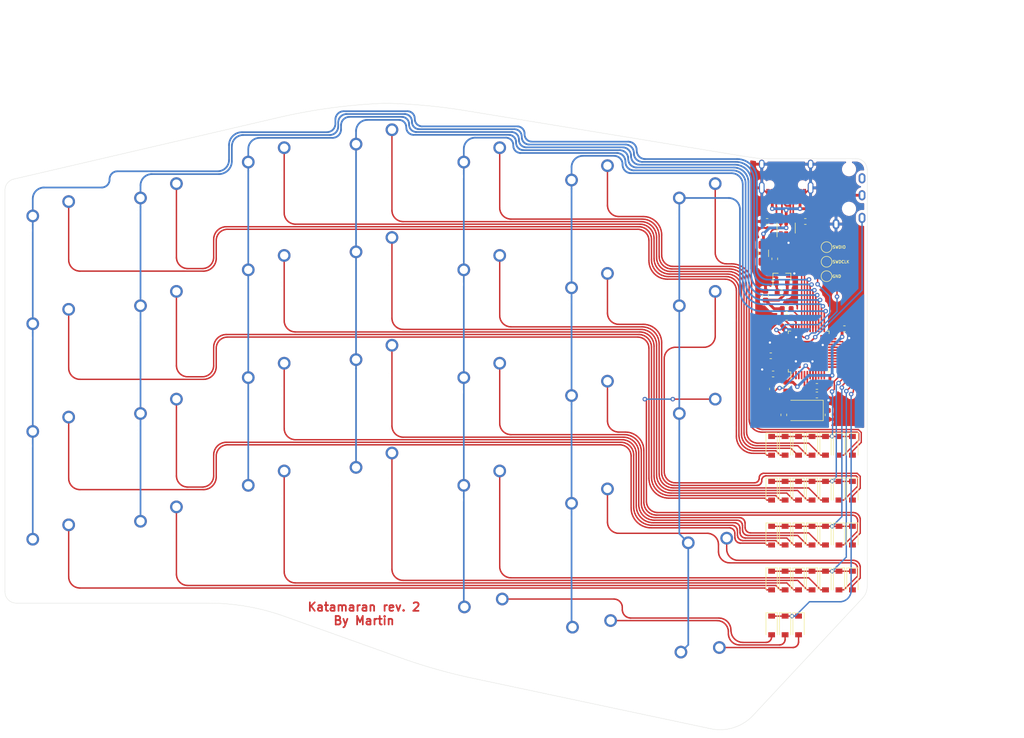
<source format=kicad_pcb>
(kicad_pcb (version 20171130) (host pcbnew "(5.1.4-0)")
  (layers (0 F.Cu signal) (31 B.Cu signal) (34 B.Paste user) (35 F.Paste user) (36 B.SilkS user) (37 F.SilkS user) (38 B.Mask user) (39 F.Mask user) (44 Edge.Cuts user))
  (net 0 "")
  (net 1 "Net-(D1-Pad2)")
  (net 2 "Net-(D2-Pad2)")
  (net 3 "Net-(D3-Pad2)")
  (net 4 "Net-(D4-Pad2)")
  (net 5 "Net-(D5-Pad2)")
  (net 6 "Net-(D6-Pad2)")
  (net 7 "Net-(D7-Pad2)")
  (net 8 "Net-(D8-Pad2)")
  (net 9 "Net-(D9-Pad2)")
  (net 10 "Net-(D10-Pad2)")
  (net 11 "Net-(D11-Pad2)")
  (net 12 "Net-(D12-Pad2)")
  (net 13 "Net-(D13-Pad2)")
  (net 14 "Net-(D14-Pad2)")
  (net 15 "Net-(D15-Pad2)")
  (net 16 "Net-(D16-Pad2)")
  (net 17 "Net-(U1-Pad3)")
  (net 18 "Net-(U1-Pad1)")
  (net 19 "Net-(U2-Pad46)")
  (net 20 "Net-(U2-Pad45)")
  (net 21 "Net-(U2-Pad43)")
  (net 22 "Net-(U2-Pad41)")
  (net 23 "Net-(U2-Pad40)")
  (net 24 "Net-(U2-Pad38)")
  (net 25 D+)
  (net 26 D-)
  (net 27 "Net-(U2-Pad17)")
  (net 28 "Net-(U2-Pad16)")
  (net 29 "Net-(U2-Pad15)")
  (net 30 "Net-(U2-Pad14)")
  (net 31 "Net-(U2-Pad13)")
  (net 32 "Net-(U2-Pad12)")
  (net 33 "Net-(U2-Pad11)")
  (net 34 "Net-(U2-Pad10)")
  (net 35 "Net-(U2-Pad4)")
  (net 36 "Net-(U2-Pad3)")
  (net 37 "Net-(U2-Pad2)")
  (net 38 ROW0)
  (net 39 "Net-(D17-Pad2)")
  (net 40 "Net-(D18-Pad2)")
  (net 41 "Net-(D19-Pad2)")
  (net 42 "Net-(D20-Pad2)")
  (net 43 "Net-(D21-Pad2)")
  (net 44 "Net-(D22-Pad2)")
  (net 45 "Net-(D23-Pad2)")
  (net 46 "Net-(D24-Pad2)")
  (net 47 "Net-(D25-Pad2)")
  (net 48 "Net-(D26-Pad2)")
  (net 49 "Net-(D27-Pad2)")
  (net 50 "Net-(D28-Pad2)")
  (net 51 "Net-(D29-Pad2)")
  (net 52 "Net-(D30-Pad2)")
  (net 53 "Net-(D31-Pad2)")
  (net 54 COL0)
  (net 55 COL1)
  (net 56 COL2)
  (net 57 COL3)
  (net 58 COL4)
  (net 59 ROW1)
  (net 60 ROW2)
  (net 61 ROW3)
  (net 62 ROW4)
  (net 63 COL5)
  (net 64 COL6)
  (net 65 VBUS)
  (net 66 GND)
  (net 67 BOOT0)
  (net 68 SWDCLK)
  (net 69 SWDIO)
  (net 70 VBAT)
  (net 71 "Net-(C5-Pad1)")
  (net 72 "Net-(C4-Pad1)")
  (net 73 NRST)
  (net 74 +5V)
  (net 75 "Net-(R1-Pad2)")
  (net 76 "Net-(R2-Pad2)")
  (net 77 "Net-(USB1-Pad3)")
  (net 78 "Net-(USB1-Pad9)")
  (net 79 SOFTSERIALPIN)
  (net 80 SPLITHANDPIN)
  (net 81 "Net-(J1-Pad1)")
  (module MountingHole:MountingHole_3.5mm (layer F.Cu) (at 167.000002 150.000002)
    (fp_text reference REF**)
    (fp_text value MountingHole_3.5mm)
    (pad 1 np_thru_hole circle (at 0 0) (size 3.5 3.5) (drill 3.5) (layers *.Cu *.Mask))
  )
  (module MountingHole:MountingHole_3.5mm (layer F.Cu) (at 71.502024 142.247519)
    (fp_text reference REF**)
    (fp_text value MountingHole_3.5mm)
    (pad 1 np_thru_hole circle (at 0 0) (size 3.5 3.5) (drill 3.5) (layers *.Cu *.Mask))
  )
  (module MountingHole:MountingHole_3.5mm (layer F.Cu) (at 71.500001 89.000001)
    (fp_text reference REF**)
    (fp_text value MountingHole_3.5mm)
    (pad 1 np_thru_hole circle (at 0 0) (size 3.5 3.5) (drill 3.5) (layers *.Cu *.Mask))
  )
  (module MountingHole:MountingHole_3.5mm (layer F.Cu) (at 166.673089 85.332471)
    (fp_text reference REF**)
    (fp_text value MountingHole_3.5mm)
    (pad 1 np_thru_hole circle (at 0 0) (size 3.5 3.5) (drill 3.5) (layers *.Cu *.Mask))
  )
  (module Diode_SMD:D_SOD-123 (layer F.Cu) (at 193.485 161.925 270)
    (fp_text reference D31)
    (fp_text value D_Small)
    (pad 2 smd rect (at 1.65 0 270) (size 0.9 1.2) (layers F.Cu F.Paste F.Mask) (net 53 "Net-(D31-Pad2)"))
    (pad 1 smd rect (at -1.65 0 270) (size 0.9 1.2) (layers F.Cu F.Paste F.Mask) (net 62 ROW4))
  )
  (module Diode_SMD:D_SOD-123 (layer F.Cu) (at 191.10375 161.925 270)
    (fp_text reference D30)
    (fp_text value D_Small)
    (pad 2 smd rect (at 1.65 0 270) (size 0.9 1.2) (layers F.Cu F.Paste F.Mask) (net 52 "Net-(D30-Pad2)"))
    (pad 1 smd rect (at -1.65 0 270) (size 0.9 1.2) (layers F.Cu F.Paste F.Mask) (net 62 ROW4))
  )
  (module Diode_SMD:D_SOD-123 (layer F.Cu) (at 188.7225 161.925 270)
    (fp_text reference D29)
    (fp_text value D_Small)
    (pad 2 smd rect (at 1.65 0 270) (size 0.9 1.2) (layers F.Cu F.Paste F.Mask) (net 51 "Net-(D29-Pad2)"))
    (pad 1 smd rect (at -1.65 0 270) (size 0.9 1.2) (layers F.Cu F.Paste F.Mask) (net 62 ROW4))
  )
  (module Diode_SMD:D_SOD-123 (layer F.Cu) (at 203.01 153.9875 270)
    (fp_text reference D28)
    (fp_text value D_Small)
    (pad 2 smd rect (at 1.65 0 270) (size 0.9 1.2) (layers F.Cu F.Paste F.Mask) (net 50 "Net-(D28-Pad2)"))
    (pad 1 smd rect (at -1.65 0 270) (size 0.9 1.2) (layers F.Cu F.Paste F.Mask) (net 61 ROW3))
  )
  (module Diode_SMD:D_SOD-123 (layer F.Cu) (at 200.62875 153.9875 270)
    (fp_text reference D27)
    (fp_text value D_Small)
    (pad 2 smd rect (at 1.65 0 270) (size 0.9 1.2) (layers F.Cu F.Paste F.Mask) (net 49 "Net-(D27-Pad2)"))
    (pad 1 smd rect (at -1.65 0 270) (size 0.9 1.2) (layers F.Cu F.Paste F.Mask) (net 61 ROW3))
  )
  (module Diode_SMD:D_SOD-123 (layer F.Cu) (at 198.2475 153.9875 270)
    (fp_text reference D26)
    (fp_text value D_Small)
    (pad 2 smd rect (at 1.65 0 270) (size 0.9 1.2) (layers F.Cu F.Paste F.Mask) (net 48 "Net-(D26-Pad2)"))
    (pad 1 smd rect (at -1.65 0 270) (size 0.9 1.2) (layers F.Cu F.Paste F.Mask) (net 61 ROW3))
  )
  (module Diode_SMD:D_SOD-123 (layer F.Cu) (at 195.86625 153.9875 270)
    (fp_text reference D25)
    (fp_text value D_Small)
    (pad 2 smd rect (at 1.65 0 270) (size 0.9 1.2) (layers F.Cu F.Paste F.Mask) (net 47 "Net-(D25-Pad2)"))
    (pad 1 smd rect (at -1.65 0 270) (size 0.9 1.2) (layers F.Cu F.Paste F.Mask) (net 61 ROW3))
  )
  (module Diode_SMD:D_SOD-123 (layer F.Cu) (at 193.485 153.9875 270)
    (fp_text reference D24)
    (fp_text value D_Small)
    (pad 2 smd rect (at 1.65 0 270) (size 0.9 1.2) (layers F.Cu F.Paste F.Mask) (net 46 "Net-(D24-Pad2)"))
    (pad 1 smd rect (at -1.65 0 270) (size 0.9 1.2) (layers F.Cu F.Paste F.Mask) (net 61 ROW3))
  )
  (module Diode_SMD:D_SOD-123 (layer F.Cu) (at 191.10375 153.9875 270)
    (fp_text reference D23)
    (fp_text value D_Small)
    (pad 2 smd rect (at 1.65 0 270) (size 0.9 1.2) (layers F.Cu F.Paste F.Mask) (net 45 "Net-(D23-Pad2)"))
    (pad 1 smd rect (at -1.65 0 270) (size 0.9 1.2) (layers F.Cu F.Paste F.Mask) (net 61 ROW3))
  )
  (module Diode_SMD:D_SOD-123 (layer F.Cu) (at 188.7225 153.9875 270)
    (fp_text reference D22)
    (fp_text value D_Small)
    (pad 2 smd rect (at 1.65 0 270) (size 0.9 1.2) (layers F.Cu F.Paste F.Mask) (net 44 "Net-(D22-Pad2)"))
    (pad 1 smd rect (at -1.65 0 270) (size 0.9 1.2) (layers F.Cu F.Paste F.Mask) (net 61 ROW3))
  )
  (module Diode_SMD:D_SOD-123 (layer F.Cu) (at 203.01 146.05 270)
    (fp_text reference D21)
    (fp_text value D_Small)
    (pad 2 smd rect (at 1.65 0 270) (size 0.9 1.2) (layers F.Cu F.Paste F.Mask) (net 43 "Net-(D21-Pad2)"))
    (pad 1 smd rect (at -1.65 0 270) (size 0.9 1.2) (layers F.Cu F.Paste F.Mask) (net 60 ROW2))
  )
  (module Diode_SMD:D_SOD-123 (layer F.Cu) (at 200.62875 146.05 270)
    (fp_text reference D20)
    (fp_text value D_Small)
    (pad 2 smd rect (at 1.65 0 270) (size 0.9 1.2) (layers F.Cu F.Paste F.Mask) (net 42 "Net-(D20-Pad2)"))
    (pad 1 smd rect (at -1.65 0 270) (size 0.9 1.2) (layers F.Cu F.Paste F.Mask) (net 60 ROW2))
  )
  (module Diode_SMD:D_SOD-123 (layer F.Cu) (at 198.2475 146.05 270)
    (fp_text reference D19)
    (fp_text value D_Small)
    (pad 2 smd rect (at 1.65 0 270) (size 0.9 1.2) (layers F.Cu F.Paste F.Mask) (net 41 "Net-(D19-Pad2)"))
    (pad 1 smd rect (at -1.65 0 270) (size 0.9 1.2) (layers F.Cu F.Paste F.Mask) (net 60 ROW2))
  )
  (module Diode_SMD:D_SOD-123 (layer F.Cu) (at 195.86625 146.05 270)
    (fp_text reference D18)
    (fp_text value D_Small)
    (pad 2 smd rect (at 1.65 0 270) (size 0.9 1.2) (layers F.Cu F.Paste F.Mask) (net 40 "Net-(D18-Pad2)"))
    (pad 1 smd rect (at -1.65 0 270) (size 0.9 1.2) (layers F.Cu F.Paste F.Mask) (net 60 ROW2))
  )
  (module Diode_SMD:D_SOD-123 (layer F.Cu) (at 193.485 146.05 270)
    (fp_text reference D17)
    (fp_text value D_Small)
    (pad 2 smd rect (at 1.65 0 270) (size 0.9 1.2) (layers F.Cu F.Paste F.Mask) (net 39 "Net-(D17-Pad2)"))
    (pad 1 smd rect (at -1.65 0 270) (size 0.9 1.2) (layers F.Cu F.Paste F.Mask) (net 60 ROW2))
  )
  (module Diode_SMD:D_SOD-123 (layer F.Cu) (at 191.10375 146.05 270)
    (fp_text reference D16)
    (fp_text value D_Small)
    (pad 2 smd rect (at 1.65 0 270) (size 0.9 1.2) (layers F.Cu F.Paste F.Mask) (net 16 "Net-(D16-Pad2)"))
    (pad 1 smd rect (at -1.65 0 270) (size 0.9 1.2) (layers F.Cu F.Paste F.Mask) (net 60 ROW2))
  )
  (module Diode_SMD:D_SOD-123 (layer F.Cu) (at 188.7225 146.05 270)
    (fp_text reference D15)
    (fp_text value D_Small)
    (pad 2 smd rect (at 1.65 0 270) (size 0.9 1.2) (layers F.Cu F.Paste F.Mask) (net 15 "Net-(D15-Pad2)"))
    (pad 1 smd rect (at -1.65 0 270) (size 0.9 1.2) (layers F.Cu F.Paste F.Mask) (net 60 ROW2))
  )
  (module Diode_SMD:D_SOD-123 (layer F.Cu) (at 203.01 138.1125 270)
    (fp_text reference D14)
    (fp_text value D_Small)
    (pad 2 smd rect (at 1.65 0 270) (size 0.9 1.2) (layers F.Cu F.Paste F.Mask) (net 14 "Net-(D14-Pad2)"))
    (pad 1 smd rect (at -1.65 0 270) (size 0.9 1.2) (layers F.Cu F.Paste F.Mask) (net 59 ROW1))
  )
  (module Diode_SMD:D_SOD-123 (layer F.Cu) (at 200.62875 138.1125 270)
    (fp_text reference D13)
    (fp_text value D_Small)
    (pad 2 smd rect (at 1.65 0 270) (size 0.9 1.2) (layers F.Cu F.Paste F.Mask) (net 13 "Net-(D13-Pad2)"))
    (pad 1 smd rect (at -1.65 0 270) (size 0.9 1.2) (layers F.Cu F.Paste F.Mask) (net 59 ROW1))
  )
  (module Diode_SMD:D_SOD-123 (layer F.Cu) (at 198.2475 138.1125 270)
    (fp_text reference D12)
    (fp_text value D_Small)
    (pad 2 smd rect (at 1.65 0 270) (size 0.9 1.2) (layers F.Cu F.Paste F.Mask) (net 12 "Net-(D12-Pad2)"))
    (pad 1 smd rect (at -1.65 0 270) (size 0.9 1.2) (layers F.Cu F.Paste F.Mask) (net 59 ROW1))
  )
  (module Diode_SMD:D_SOD-123 (layer F.Cu) (at 195.86625 138.1125 270)
    (fp_text reference D11)
    (fp_text value D_Small)
    (pad 2 smd rect (at 1.65 0 270) (size 0.9 1.2) (layers F.Cu F.Paste F.Mask) (net 11 "Net-(D11-Pad2)"))
    (pad 1 smd rect (at -1.65 0 270) (size 0.9 1.2) (layers F.Cu F.Paste F.Mask) (net 59 ROW1))
  )
  (module Diode_SMD:D_SOD-123 (layer F.Cu) (at 193.485 138.1125 270)
    (fp_text reference D10)
    (fp_text value D_Small)
    (pad 2 smd rect (at 1.65 0 270) (size 0.9 1.2) (layers F.Cu F.Paste F.Mask) (net 10 "Net-(D10-Pad2)"))
    (pad 1 smd rect (at -1.65 0 270) (size 0.9 1.2) (layers F.Cu F.Paste F.Mask) (net 59 ROW1))
  )
  (module Diode_SMD:D_SOD-123 (layer F.Cu) (at 191.10375 138.1125 270)
    (fp_text reference D9)
    (fp_text value D_Small)
    (pad 2 smd rect (at 1.65 0 270) (size 0.9 1.2) (layers F.Cu F.Paste F.Mask) (net 9 "Net-(D9-Pad2)"))
    (pad 1 smd rect (at -1.65 0 270) (size 0.9 1.2) (layers F.Cu F.Paste F.Mask) (net 59 ROW1))
  )
  (module Diode_SMD:D_SOD-123 (layer F.Cu) (at 188.7225 138.1125 270)
    (fp_text reference D8)
    (fp_text value D_Small)
    (pad 2 smd rect (at 1.65 0 270) (size 0.9 1.2) (layers F.Cu F.Paste F.Mask) (net 8 "Net-(D8-Pad2)"))
    (pad 1 smd rect (at -1.65 0 270) (size 0.9 1.2) (layers F.Cu F.Paste F.Mask) (net 59 ROW1))
  )
  (module Diode_SMD:D_SOD-123 (layer F.Cu) (at 203.01 130.175 270)
    (fp_text reference D7)
    (fp_text value D_Small)
    (pad 2 smd rect (at 1.65 0 270) (size 0.9 1.2) (layers F.Cu F.Paste F.Mask) (net 7 "Net-(D7-Pad2)"))
    (pad 1 smd rect (at -1.65 0 270) (size 0.9 1.2) (layers F.Cu F.Paste F.Mask) (net 38 ROW0))
  )
  (module Diode_SMD:D_SOD-123 (layer F.Cu) (at 200.62875 130.175 270)
    (fp_text reference D6)
    (fp_text value D_Small)
    (pad 2 smd rect (at 1.65 0 270) (size 0.9 1.2) (layers F.Cu F.Paste F.Mask) (net 6 "Net-(D6-Pad2)"))
    (pad 1 smd rect (at -1.65 0 270) (size 0.9 1.2) (layers F.Cu F.Paste F.Mask) (net 38 ROW0))
  )
  (module Diode_SMD:D_SOD-123 (layer F.Cu) (at 198.2475 130.175 270)
    (fp_text reference D5)
    (fp_text value D_Small)
    (pad 2 smd rect (at 1.65 0 270) (size 0.9 1.2) (layers F.Cu F.Paste F.Mask) (net 5 "Net-(D5-Pad2)"))
    (pad 1 smd rect (at -1.65 0 270) (size 0.9 1.2) (layers F.Cu F.Paste F.Mask) (net 38 ROW0))
  )
  (module Diode_SMD:D_SOD-123 (layer F.Cu) (at 195.86625 130.175 270)
    (fp_text reference D4)
    (fp_text value D_Small)
    (pad 2 smd rect (at 1.65 0 270) (size 0.9 1.2) (layers F.Cu F.Paste F.Mask) (net 4 "Net-(D4-Pad2)"))
    (pad 1 smd rect (at -1.65 0 270) (size 0.9 1.2) (layers F.Cu F.Paste F.Mask) (net 38 ROW0))
  )
  (module Diode_SMD:D_SOD-123 (layer F.Cu) (at 193.485 130.175 270)
    (fp_text reference D3)
    (fp_text value D_Small)
    (pad 2 smd rect (at 1.65 0 270) (size 0.9 1.2) (layers F.Cu F.Paste F.Mask) (net 3 "Net-(D3-Pad2)"))
    (pad 1 smd rect (at -1.65 0 270) (size 0.9 1.2) (layers F.Cu F.Paste F.Mask) (net 38 ROW0))
  )
  (module Diode_SMD:D_SOD-123 (layer F.Cu) (at 191.10375 130.175 270)
    (fp_text reference D2)
    (fp_text value D_Small)
    (pad 2 smd rect (at 1.65 0 270) (size 0.9 1.2) (layers F.Cu F.Paste F.Mask) (net 2 "Net-(D2-Pad2)"))
    (pad 1 smd rect (at -1.65 0 270) (size 0.9 1.2) (layers F.Cu F.Paste F.Mask) (net 38 ROW0))
  )
  (module Diode_SMD:D_SOD-123 (layer F.Cu) (at 188.7225 130.175 270)
    (fp_text reference D1)
    (fp_text value D_Small)
    (pad 2 smd rect (at 1.65 0 270) (size 0.9 1.2) (layers F.Cu F.Paste F.Mask) (net 1 "Net-(D1-Pad2)"))
    (pad 1 smd rect (at -1.65 0 270) (size 0.9 1.2) (layers F.Cu F.Paste F.Mask) (net 38 ROW0))
  )
  (module Resistor_SMD:R_0603_1608Metric (layer F.Cu) (at 191.3825 105.94)
    (fp_text reference R3)
    (fp_text value 1.5k)
    (pad 2 smd roundrect (at 0.7875 0) (size 0.875 0.95) (layers F.Cu F.Paste F.Mask) (net 25 D+))
    (pad 1 smd roundrect (at -0.7875 0) (size 0.875 0.95) (layers F.Cu F.Paste F.Mask) (net 70 VBAT))
  )
  (module Resistor_SMD:R_0603_1608Metric (layer F.Cu) (at 187.9225 90.51)
    (fp_text reference R2)
    (fp_text value 5.1k)
    (pad 2 smd roundrect (at 0.7875 0) (size 0.875 0.95) (layers F.Cu F.Paste F.Mask) (net 76 "Net-(R2-Pad2)"))
    (pad 1 smd roundrect (at -0.7875 0) (size 0.875 0.95) (layers F.Cu F.Paste F.Mask) (net 66 GND))
  )
  (module Resistor_SMD:R_0603_1608Metric (layer F.Cu) (at 194.68 90.51 180)
    (fp_text reference R1)
    (fp_text value 5.1k)
    (pad 2 smd roundrect (at 0.7875 0 180) (size 0.875 0.95) (layers F.Cu F.Paste F.Mask) (net 75 "Net-(R1-Pad2)"))
    (pad 1 smd roundrect (at -0.7875 0 180) (size 0.875 0.95) (layers F.Cu F.Paste F.Mask) (net 66 GND))
  )
  (module Resistor_SMD:R_0603_1608Metric (layer F.Cu) (at 188.5725 114.26 180)
    (fp_text reference R4)
    (fp_text value 10k)
    (pad 2 smd roundrect (at 0.7875 0 180) (size 0.875 0.95) (layers F.Cu F.Paste F.Mask) (net 66 GND))
    (pad 1 smd roundrect (at -0.7875 0 180) (size 0.875 0.95) (layers F.Cu F.Paste F.Mask) (net 67 BOOT0))
  )
  (module TestPoint:TestPoint_Pad_D1.5mm (layer F.Cu) (at 198.43 100.19)
    (fp_text reference GND (at 1.81 0.02) (layer F.SilkS) (effects (font (size 0.5 0.5) (thickness 0.1))))
    (fp_text value Conn_01x01_Female)
    (pad 1 smd circle (at 0 0) (size 1.5 1.5) (layers F.Cu F.Mask) (net 66 GND))
  )
  (module TestPoint:TestPoint_Pad_D1.5mm (layer F.Cu) (at 198.4375 97.63125)
    (fp_text reference SWDCLK (at 2.5425 0.01875) (layer F.SilkS) (effects (font (size 0.5 0.5) (thickness 0.1))))
    (fp_text value Conn_01x01_Female)
    (pad 1 smd circle (at 0 0) (size 1.5 1.5) (layers F.Cu F.Mask) (net 68 SWDCLK))
  )
  (module TestPoint:TestPoint_Pad_D1.5mm (layer F.Cu) (at 198.43 95.05)
    (fp_text reference SWDIO (at 2.22 0) (layer F.SilkS) (effects (font (size 0.5 0.5) (thickness 0.1))))
    (fp_text value Conn_01x01_Female)
    (pad 1 smd circle (at 0 0) (size 1.5 1.5) (layers F.Cu F.Mask) (net 69 SWDIO))
  )
  (module random-keyboard-parts:PJ-3200B-4A (layer F.Cu) (at 202.40625 79.68 270)
    (fp_text reference J1)
    (fp_text value Conn_01x04)
    (pad "" np_thru_hole circle (at 8.6 0 270) (size 1.5 1.5) (drill 1.5) (layers *.Cu *.Mask))
    (pad "" np_thru_hole circle (at 1.6 0 270) (size 1.5 1.5) (drill 1.5) (layers *.Cu *.Mask))
    (pad 4 thru_hole oval (at 11.3 2.3 270) (size 1.8 1.2) (drill oval 1.2 0.6) (layers *.Cu *.Mask) (net 66 GND))
    (pad 3 thru_hole oval (at 10.2 -2.3 270) (size 1.8 1.2) (drill oval 1.2 0.6) (layers *.Cu *.Mask) (net 80 SPLITHANDPIN))
    (pad 2 thru_hole oval (at 6.2 -2.3 270) (size 1.8 1.2) (drill oval 1.2 0.6) (layers *.Cu *.Mask) (net 65 VBUS))
    (pad 1 thru_hole oval (at 3.2 -2.3 270) (size 1.8 1.2) (drill oval 1.2 0.6) (layers *.Cu *.Mask) (net 81 "Net-(J1-Pad1)"))
  )
  (module Crystal:Crystal_SMD_5032-2Pin_5.0x3.2mm (layer F.Cu) (at 194.8 123.92 180)
    (fp_text reference Y1)
    (fp_text value 8MHz)
    (pad 2 smd rect (at 1.85 0 180) (size 2 2.4) (layers F.Cu F.Paste F.Mask) (net 72 "Net-(C4-Pad1)"))
    (pad 1 smd rect (at -1.85 0 180) (size 2 2.4) (layers F.Cu F.Paste F.Mask) (net 71 "Net-(C5-Pad1)"))
  )
  (module Type-C:HRO-TYPE-C-31-M-12-HandSoldering (layer F.Cu) (at 191.29375 77.7875 180)
    (fp_text reference USB1)
    (fp_text value HRO-TYPE-C-31-M-12)
    (pad 12 smd rect (at 3.225 -8.195 180) (size 0.6 2.45) (layers F.Cu F.Paste F.Mask) (net 66 GND))
    (pad 1 smd rect (at -3.225 -8.195 180) (size 0.6 2.45) (layers F.Cu F.Paste F.Mask) (net 66 GND))
    (pad 11 smd rect (at 2.45 -8.195 180) (size 0.6 2.45) (layers F.Cu F.Paste F.Mask) (net 65 VBUS))
    (pad 2 smd rect (at -2.45 -8.195 180) (size 0.6 2.45) (layers F.Cu F.Paste F.Mask) (net 65 VBUS))
    (pad 3 smd rect (at -1.75 -8.195 180) (size 0.3 2.45) (layers F.Cu F.Paste F.Mask) (net 77 "Net-(USB1-Pad3)"))
    (pad 10 smd rect (at 1.75 -8.195 180) (size 0.3 2.45) (layers F.Cu F.Paste F.Mask) (net 76 "Net-(R2-Pad2)"))
    (pad 4 smd rect (at -1.25 -8.195 180) (size 0.3 2.45) (layers F.Cu F.Paste F.Mask) (net 75 "Net-(R1-Pad2)"))
    (pad 9 smd rect (at 1.25 -8.195 180) (size 0.3 2.45) (layers F.Cu F.Paste F.Mask) (net 78 "Net-(USB1-Pad9)"))
    (pad 5 smd rect (at -0.75 -8.195 180) (size 0.3 2.45) (layers F.Cu F.Paste F.Mask) (net 26 D-))
    (pad 8 smd rect (at 0.75 -8.195 180) (size 0.3 2.45) (layers F.Cu F.Paste F.Mask) (net 25 D+))
    (pad 7 smd rect (at 0.25 -8.195 180) (size 0.3 2.45) (layers F.Cu F.Paste F.Mask) (net 26 D-))
    (pad 6 smd rect (at -0.25 -8.195 180) (size 0.3 2.45) (layers F.Cu F.Paste F.Mask) (net 25 D+))
    (pad "" np_thru_hole circle (at 2.89 -6.25 180) (size 0.65 0.65) (drill 0.65) (layers *.Cu *.Mask))
    (pad "" np_thru_hole circle (at -2.89 -6.25 180) (size 0.65 0.65) (drill 0.65) (layers *.Cu *.Mask))
    (pad 13 thru_hole oval (at -4.32 -6.78 180) (size 1 2.1) (drill oval 0.6 1.7) (layers *.Cu B.Mask) (net 66 GND))
    (pad 13 thru_hole oval (at 4.32 -6.78 180) (size 1 2.1) (drill oval 0.6 1.7) (layers *.Cu B.Mask) (net 66 GND))
    (pad 13 thru_hole oval (at -4.32 -2.6 180) (size 1 1.6) (drill oval 0.6 1.2) (layers *.Cu B.Mask) (net 66 GND))
    (pad 13 thru_hole oval (at 4.32 -2.6 180) (size 1 1.6) (drill oval 0.6 1.2) (layers *.Cu B.Mask) (net 66 GND))
  )
  (module Capacitor_SMD:C_0603_1608Metric (layer F.Cu) (at 187.64 103.6375 270)
    (fp_text reference C12)
    (fp_text value 10u)
    (pad 2 smd roundrect (at 0.7875 0 270) (size 0.875 0.95) (layers F.Cu F.Paste F.Mask) (net 70 VBAT))
    (pad 1 smd roundrect (at -0.7875 0 270) (size 0.875 0.95) (layers F.Cu F.Paste F.Mask) (net 66 GND))
  )
  (module Capacitor_SMD:C_0603_1608Metric (layer F.Cu) (at 196.7275 121.18)
    (fp_text reference C11)
    (fp_text value 100n)
    (pad 2 smd roundrect (at 0.7875 0) (size 0.875 0.95) (layers F.Cu F.Paste F.Mask) (net 70 VBAT))
    (pad 1 smd roundrect (at -0.7875 0) (size 0.875 0.95) (layers F.Cu F.Paste F.Mask) (net 66 GND))
  )
  (module Capacitor_SMD:C_0603_1608Metric (layer F.Cu) (at 196.7275 119.67)
    (fp_text reference C10)
    (fp_text value 1u)
    (pad 2 smd roundrect (at 0.7875 0) (size 0.875 0.95) (layers F.Cu F.Paste F.Mask) (net 70 VBAT))
    (pad 1 smd roundrect (at -0.7875 0) (size 0.875 0.95) (layers F.Cu F.Paste F.Mask) (net 66 GND))
  )
  (module Capacitor_SMD:C_0603_1608Metric (layer F.Cu) (at 188.9825 117.47)
    (fp_text reference C9)
    (fp_text value 100n)
    (pad 2 smd roundrect (at 0.7875 0) (size 0.875 0.95) (layers F.Cu F.Paste F.Mask) (net 70 VBAT))
    (pad 1 smd roundrect (at -0.7875 0) (size 0.875 0.95) (layers F.Cu F.Paste F.Mask) (net 66 GND))
  )
  (module Capacitor_SMD:C_0603_1608Metric (layer F.Cu) (at 191.38 107.46 180)
    (fp_text reference C8)
    (fp_text value 100n)
    (pad 2 smd roundrect (at 0.7875 0 180) (size 0.875 0.95) (layers F.Cu F.Paste F.Mask) (net 70 VBAT))
    (pad 1 smd roundrect (at -0.7875 0 180) (size 0.875 0.95) (layers F.Cu F.Paste F.Mask) (net 66 GND))
  )
  (module Capacitor_SMD:C_0603_1608Metric (layer F.Cu) (at 201.5875 109.47 180)
    (fp_text reference C7)
    (fp_text value 100n)
    (pad 2 smd roundrect (at 0.7875 0 180) (size 0.875 0.95) (layers F.Cu F.Paste F.Mask) (net 70 VBAT))
    (pad 1 smd roundrect (at -0.7875 0 180) (size 0.875 0.95) (layers F.Cu F.Paste F.Mask) (net 66 GND))
  )
  (module Capacitor_SMD:C_0603_1608Metric (layer F.Cu) (at 191.27 119.7175 90)
    (fp_text reference C6)
    (fp_text value 100n)
    (pad 2 smd roundrect (at 0.7875 0 90) (size 0.875 0.95) (layers F.Cu F.Paste F.Mask) (net 70 VBAT))
    (pad 1 smd roundrect (at -0.7875 0 90) (size 0.875 0.95) (layers F.Cu F.Paste F.Mask) (net 66 GND))
  )
  (module Fuse:Fuse_1206_3216Metric_Pad1.42x1.75mm_HandSolder (layer F.Cu) (at 187.28 96.1375 90)
    (fp_text reference F1)
    (fp_text value Fuse_Small)
    (pad 2 smd roundrect (at 1.4875 0 90) (size 1.425 1.75) (layers F.Cu F.Paste F.Mask) (roundrect_rratio 0.175439) (net 65 VBUS))
    (pad 1 smd roundrect (at -1.4875 0 90) (size 1.425 1.75) (layers F.Cu F.Paste F.Mask) (roundrect_rratio 0.175439) (net 74 +5V))
  )
  (module Capacitor_SMD:C_0603_1608Metric (layer F.Cu) (at 190.4925 103.14 180)
    (fp_text reference CVR2)
    (fp_text value 1uF)
    (pad 2 smd roundrect (at 0.7875 0 180) (size 0.875 0.95) (layers F.Cu F.Paste F.Mask) (net 66 GND))
    (pad 1 smd roundrect (at -0.7875 0 180) (size 0.875 0.95) (layers F.Cu F.Paste F.Mask) (net 70 VBAT))
  )
  (module Capacitor_SMD:C_0603_1608Metric (layer F.Cu) (at 189.28 97.1175 90)
    (fp_text reference CVR1)
    (fp_text value 1uF)
    (pad 2 smd roundrect (at 0.7875 0 90) (size 0.875 0.95) (layers F.Cu F.Paste F.Mask) (net 66 GND))
    (pad 1 smd roundrect (at -0.7875 0 90) (size 0.875 0.95) (layers F.Cu F.Paste F.Mask) (net 74 +5V))
  )
  (module Capacitor_SMD:C_0603_1608Metric (layer F.Cu) (at 198.71 124.7075 270)
    (fp_text reference C5)
    (fp_text value 20p)
    (pad 2 smd roundrect (at 0.7875 0 270) (size 0.875 0.95) (layers F.Cu F.Paste F.Mask) (net 66 GND))
    (pad 1 smd roundrect (at -0.7875 0 270) (size 0.875 0.95) (layers F.Cu F.Paste F.Mask) (net 71 "Net-(C5-Pad1)"))
  )
  (module Capacitor_SMD:C_0603_1608Metric (layer F.Cu) (at 190.88 124.7075 270)
    (fp_text reference C4)
    (fp_text value 20p)
    (pad 2 smd roundrect (at 0.7875 0 270) (size 0.875 0.95) (layers F.Cu F.Paste F.Mask) (net 66 GND))
    (pad 1 smd roundrect (at -0.7875 0 270) (size 0.875 0.95) (layers F.Cu F.Paste F.Mask) (net 72 "Net-(C4-Pad1)"))
  )
  (module Capacitor_SMD:C_0603_1608Metric (layer F.Cu) (at 188.87 120.1225 90)
    (fp_text reference C3)
    (fp_text value 100n)
    (pad 2 smd roundrect (at 0.7875 0 90) (size 0.875 0.95) (layers F.Cu F.Paste F.Mask) (net 66 GND))
    (pad 1 smd roundrect (at -0.7875 0 90) (size 0.875 0.95) (layers F.Cu F.Paste F.Mask) (net 73 NRST))
  )
  (module MX_Only:MXOnly-1U-NoLED (layer F.Cu) (at 175.71 170.08 345)
    (fp_text reference SW31)
    (fp_text value SW_Push)
    (pad 2 thru_hole circle (at 2.54 -5.08 345) (size 2.25 2.25) (drill 1.47) (layers *.Cu *.Mask) (net 53 "Net-(D31-Pad2)"))
    (pad "" np_thru_hole circle (at 0 0 345) (size 3.9878 3.9878) (drill 3.9878) (layers *.Cu *.Mask))
    (pad 1 thru_hole circle (at -3.81 -2.54 345) (size 2.25 2.25) (drill 1.47) (layers *.Cu *.Mask) (net 64 COL6))
    (pad "" np_thru_hole circle (at -5.08 0 33.0996) (size 1.75 1.75) (drill 1.75) (layers *.Cu *.Mask))
    (pad "" np_thru_hole circle (at 5.08 0 33.0996) (size 1.75 1.75) (drill 1.75) (layers *.Cu *.Mask))
  )
  (module MX_Only:MXOnly-1U-NoLED (layer F.Cu) (at 156.72 165.51 348)
    (fp_text reference SW30)
    (fp_text value SW_Push)
    (pad 2 thru_hole circle (at 2.54 -5.08 348) (size 2.25 2.25) (drill 1.47) (layers *.Cu *.Mask) (net 52 "Net-(D30-Pad2)"))
    (pad "" np_thru_hole circle (at 0 0 348) (size 3.9878 3.9878) (drill 3.9878) (layers *.Cu *.Mask))
    (pad 1 thru_hole circle (at -3.81 -2.54 348) (size 2.25 2.25) (drill 1.47) (layers *.Cu *.Mask) (net 63 COL5))
    (pad "" np_thru_hole circle (at -5.08 0 36.0996) (size 1.75 1.75) (drill 1.75) (layers *.Cu *.Mask))
    (pad "" np_thru_hole circle (at 5.08 0 36.0996) (size 1.75 1.75) (drill 1.75) (layers *.Cu *.Mask))
  )
  (module MX_Only:MXOnly-1U-NoLED (layer F.Cu) (at 137.72 161.82 350)
    (fp_text reference SW29)
    (fp_text value SW_Push)
    (pad 2 thru_hole circle (at 2.54 -5.08 350) (size 2.25 2.25) (drill 1.47) (layers *.Cu *.Mask) (net 51 "Net-(D29-Pad2)"))
    (pad "" np_thru_hole circle (at 0 0 350) (size 3.9878 3.9878) (drill 3.9878) (layers *.Cu *.Mask))
    (pad 1 thru_hole circle (at -3.81 -2.54 350) (size 2.25 2.25) (drill 1.47) (layers *.Cu *.Mask) (net 58 COL4))
    (pad "" np_thru_hole circle (at -5.08 0 38.0996) (size 1.75 1.75) (drill 1.75) (layers *.Cu *.Mask))
    (pad "" np_thru_hole circle (at 5.08 0 38.0996) (size 1.75 1.75) (drill 1.75) (layers *.Cu *.Mask))
  )
  (module MX_Only:MXOnly-1U-NoLED (layer F.Cu) (at 177.01 150.75 345)
    (fp_text reference SW28)
    (fp_text value SW_Push)
    (pad 2 thru_hole circle (at 2.54 -5.08 345) (size 2.25 2.25) (drill 1.47) (layers *.Cu *.Mask) (net 50 "Net-(D28-Pad2)"))
    (pad "" np_thru_hole circle (at 0 0 345) (size 3.9878 3.9878) (drill 3.9878) (layers *.Cu *.Mask))
    (pad 1 thru_hole circle (at -3.81 -2.54 345) (size 2.25 2.25) (drill 1.47) (layers *.Cu *.Mask) (net 64 COL6))
    (pad "" np_thru_hole circle (at -5.08 0 33.0996) (size 1.75 1.75) (drill 1.75) (layers *.Cu *.Mask))
    (pad "" np_thru_hole circle (at 5.08 0 33.0996) (size 1.75 1.75) (drill 1.75) (layers *.Cu *.Mask))
  )
  (module MX_Only:MXOnly-1U-NoLED (layer F.Cu) (at 157.1625 142.875)
    (fp_text reference SW27)
    (fp_text value SW_Push)
    (pad 2 thru_hole circle (at 2.54 -5.08) (size 2.25 2.25) (drill 1.47) (layers *.Cu *.Mask) (net 49 "Net-(D27-Pad2)"))
    (pad "" np_thru_hole circle (at 0 0) (size 3.9878 3.9878) (drill 3.9878) (layers *.Cu *.Mask))
    (pad 1 thru_hole circle (at -3.81 -2.54) (size 2.25 2.25) (drill 1.47) (layers *.Cu *.Mask) (net 63 COL5))
    (pad "" np_thru_hole circle (at -5.08 0 48.0996) (size 1.75 1.75) (drill 1.75) (layers *.Cu *.Mask))
    (pad "" np_thru_hole circle (at 5.08 0 48.0996) (size 1.75 1.75) (drill 1.75) (layers *.Cu *.Mask))
  )
  (module MX_Only:MXOnly-1U-NoLED (layer F.Cu) (at 138.1125 139.7)
    (fp_text reference SW26)
    (fp_text value SW_Push)
    (pad 2 thru_hole circle (at 2.54 -5.08) (size 2.25 2.25) (drill 1.47) (layers *.Cu *.Mask) (net 48 "Net-(D26-Pad2)"))
    (pad "" np_thru_hole circle (at 0 0) (size 3.9878 3.9878) (drill 3.9878) (layers *.Cu *.Mask))
    (pad 1 thru_hole circle (at -3.81 -2.54) (size 2.25 2.25) (drill 1.47) (layers *.Cu *.Mask) (net 58 COL4))
    (pad "" np_thru_hole circle (at -5.08 0 48.0996) (size 1.75 1.75) (drill 1.75) (layers *.Cu *.Mask))
    (pad "" np_thru_hole circle (at 5.08 0 48.0996) (size 1.75 1.75) (drill 1.75) (layers *.Cu *.Mask))
  )
  (module MX_Only:MXOnly-1U-NoLED (layer F.Cu) (at 119.0625 136.525)
    (fp_text reference SW25)
    (fp_text value SW_Push)
    (pad 2 thru_hole circle (at 2.54 -5.08) (size 2.25 2.25) (drill 1.47) (layers *.Cu *.Mask) (net 47 "Net-(D25-Pad2)"))
    (pad "" np_thru_hole circle (at 0 0) (size 3.9878 3.9878) (drill 3.9878) (layers *.Cu *.Mask))
    (pad 1 thru_hole circle (at -3.81 -2.54) (size 2.25 2.25) (drill 1.47) (layers *.Cu *.Mask) (net 57 COL3))
    (pad "" np_thru_hole circle (at -5.08 0 48.0996) (size 1.75 1.75) (drill 1.75) (layers *.Cu *.Mask))
    (pad "" np_thru_hole circle (at 5.08 0 48.0996) (size 1.75 1.75) (drill 1.75) (layers *.Cu *.Mask))
  )
  (module MX_Only:MXOnly-1U-NoLED (layer F.Cu) (at 100.0125 139.7)
    (fp_text reference SW24)
    (fp_text value SW_Push)
    (pad 2 thru_hole circle (at 2.54 -5.08) (size 2.25 2.25) (drill 1.47) (layers *.Cu *.Mask) (net 46 "Net-(D24-Pad2)"))
    (pad "" np_thru_hole circle (at 0 0) (size 3.9878 3.9878) (drill 3.9878) (layers *.Cu *.Mask))
    (pad 1 thru_hole circle (at -3.81 -2.54) (size 2.25 2.25) (drill 1.47) (layers *.Cu *.Mask) (net 56 COL2))
    (pad "" np_thru_hole circle (at -5.08 0 48.0996) (size 1.75 1.75) (drill 1.75) (layers *.Cu *.Mask))
    (pad "" np_thru_hole circle (at 5.08 0 48.0996) (size 1.75 1.75) (drill 1.75) (layers *.Cu *.Mask))
  )
  (module MX_Only:MXOnly-1U-NoLED (layer F.Cu) (at 80.9625 146.05)
    (fp_text reference SW23)
    (fp_text value SW_Push)
    (pad 2 thru_hole circle (at 2.54 -5.08) (size 2.25 2.25) (drill 1.47) (layers *.Cu *.Mask) (net 45 "Net-(D23-Pad2)"))
    (pad "" np_thru_hole circle (at 0 0) (size 3.9878 3.9878) (drill 3.9878) (layers *.Cu *.Mask))
    (pad 1 thru_hole circle (at -3.81 -2.54) (size 2.25 2.25) (drill 1.47) (layers *.Cu *.Mask) (net 55 COL1))
    (pad "" np_thru_hole circle (at -5.08 0 48.0996) (size 1.75 1.75) (drill 1.75) (layers *.Cu *.Mask))
    (pad "" np_thru_hole circle (at 5.08 0 48.0996) (size 1.75 1.75) (drill 1.75) (layers *.Cu *.Mask))
  )
  (module MX_Only:MXOnly-1U-NoLED (layer F.Cu) (at 61.9125 149.225)
    (fp_text reference SW22)
    (fp_text value SW_Push)
    (pad 2 thru_hole circle (at 2.54 -5.08) (size 2.25 2.25) (drill 1.47) (layers *.Cu *.Mask) (net 44 "Net-(D22-Pad2)"))
    (pad "" np_thru_hole circle (at 0 0) (size 3.9878 3.9878) (drill 3.9878) (layers *.Cu *.Mask))
    (pad 1 thru_hole circle (at -3.81 -2.54) (size 2.25 2.25) (drill 1.47) (layers *.Cu *.Mask) (net 54 COL0))
    (pad "" np_thru_hole circle (at -5.08 0 48.0996) (size 1.75 1.75) (drill 1.75) (layers *.Cu *.Mask))
    (pad "" np_thru_hole circle (at 5.08 0 48.0996) (size 1.75 1.75) (drill 1.75) (layers *.Cu *.Mask))
  )
  (module MX_Only:MXOnly-1U-NoLED (layer F.Cu) (at 176.2125 127)
    (fp_text reference SW21)
    (fp_text value SW_Push)
    (pad 2 thru_hole circle (at 2.54 -5.08) (size 2.25 2.25) (drill 1.47) (layers *.Cu *.Mask) (net 43 "Net-(D21-Pad2)"))
    (pad "" np_thru_hole circle (at 0 0) (size 3.9878 3.9878) (drill 3.9878) (layers *.Cu *.Mask))
    (pad 1 thru_hole circle (at -3.81 -2.54) (size 2.25 2.25) (drill 1.47) (layers *.Cu *.Mask) (net 64 COL6))
    (pad "" np_thru_hole circle (at -5.08 0 48.0996) (size 1.75 1.75) (drill 1.75) (layers *.Cu *.Mask))
    (pad "" np_thru_hole circle (at 5.08 0 48.0996) (size 1.75 1.75) (drill 1.75) (layers *.Cu *.Mask))
  )
  (module MX_Only:MXOnly-1U-NoLED (layer F.Cu) (at 157.1625 123.825)
    (fp_text reference SW20)
    (fp_text value SW_Push)
    (pad 2 thru_hole circle (at 2.54 -5.08) (size 2.25 2.25) (drill 1.47) (layers *.Cu *.Mask) (net 42 "Net-(D20-Pad2)"))
    (pad "" np_thru_hole circle (at 0 0) (size 3.9878 3.9878) (drill 3.9878) (layers *.Cu *.Mask))
    (pad 1 thru_hole circle (at -3.81 -2.54) (size 2.25 2.25) (drill 1.47) (layers *.Cu *.Mask) (net 63 COL5))
    (pad "" np_thru_hole circle (at -5.08 0 48.0996) (size 1.75 1.75) (drill 1.75) (layers *.Cu *.Mask))
    (pad "" np_thru_hole circle (at 5.08 0 48.0996) (size 1.75 1.75) (drill 1.75) (layers *.Cu *.Mask))
  )
  (module MX_Only:MXOnly-1U-NoLED (layer F.Cu) (at 138.1125 120.65)
    (fp_text reference SW19)
    (fp_text value SW_Push)
    (pad 2 thru_hole circle (at 2.54 -5.08) (size 2.25 2.25) (drill 1.47) (layers *.Cu *.Mask) (net 41 "Net-(D19-Pad2)"))
    (pad "" np_thru_hole circle (at 0 0) (size 3.9878 3.9878) (drill 3.9878) (layers *.Cu *.Mask))
    (pad 1 thru_hole circle (at -3.81 -2.54) (size 2.25 2.25) (drill 1.47) (layers *.Cu *.Mask) (net 58 COL4))
    (pad "" np_thru_hole circle (at -5.08 0 48.0996) (size 1.75 1.75) (drill 1.75) (layers *.Cu *.Mask))
    (pad "" np_thru_hole circle (at 5.08 0 48.0996) (size 1.75 1.75) (drill 1.75) (layers *.Cu *.Mask))
  )
  (module MX_Only:MXOnly-1U-NoLED (layer F.Cu) (at 119.0625 117.475)
    (fp_text reference SW18)
    (fp_text value SW_Push)
    (pad 2 thru_hole circle (at 2.54 -5.08) (size 2.25 2.25) (drill 1.47) (layers *.Cu *.Mask) (net 40 "Net-(D18-Pad2)"))
    (pad "" np_thru_hole circle (at 0 0) (size 3.9878 3.9878) (drill 3.9878) (layers *.Cu *.Mask))
    (pad 1 thru_hole circle (at -3.81 -2.54) (size 2.25 2.25) (drill 1.47) (layers *.Cu *.Mask) (net 57 COL3))
    (pad "" np_thru_hole circle (at -5.08 0 48.0996) (size 1.75 1.75) (drill 1.75) (layers *.Cu *.Mask))
    (pad "" np_thru_hole circle (at 5.08 0 48.0996) (size 1.75 1.75) (drill 1.75) (layers *.Cu *.Mask))
  )
  (module MX_Only:MXOnly-1U-NoLED (layer F.Cu) (at 100.0125 120.65)
    (fp_text reference SW17)
    (fp_text value SW_Push)
    (pad 2 thru_hole circle (at 2.54 -5.08) (size 2.25 2.25) (drill 1.47) (layers *.Cu *.Mask) (net 39 "Net-(D17-Pad2)"))
    (pad "" np_thru_hole circle (at 0 0) (size 3.9878 3.9878) (drill 3.9878) (layers *.Cu *.Mask))
    (pad 1 thru_hole circle (at -3.81 -2.54) (size 2.25 2.25) (drill 1.47) (layers *.Cu *.Mask) (net 56 COL2))
    (pad "" np_thru_hole circle (at -5.08 0 48.0996) (size 1.75 1.75) (drill 1.75) (layers *.Cu *.Mask))
    (pad "" np_thru_hole circle (at 5.08 0 48.0996) (size 1.75 1.75) (drill 1.75) (layers *.Cu *.Mask))
  )
  (module MX_Only:MXOnly-1U-NoLED (layer F.Cu) (at 80.9625 127)
    (fp_text reference SW16)
    (fp_text value SW_Push)
    (pad 2 thru_hole circle (at 2.54 -5.08) (size 2.25 2.25) (drill 1.47) (layers *.Cu *.Mask) (net 16 "Net-(D16-Pad2)"))
    (pad "" np_thru_hole circle (at 0 0) (size 3.9878 3.9878) (drill 3.9878) (layers *.Cu *.Mask))
    (pad 1 thru_hole circle (at -3.81 -2.54) (size 2.25 2.25) (drill 1.47) (layers *.Cu *.Mask) (net 55 COL1))
    (pad "" np_thru_hole circle (at -5.08 0 48.0996) (size 1.75 1.75) (drill 1.75) (layers *.Cu *.Mask))
    (pad "" np_thru_hole circle (at 5.08 0 48.0996) (size 1.75 1.75) (drill 1.75) (layers *.Cu *.Mask))
  )
  (module MX_Only:MXOnly-1U-NoLED (layer F.Cu) (at 61.9125 130.175)
    (fp_text reference SW15)
    (fp_text value SW_Push)
    (pad 2 thru_hole circle (at 2.54 -5.08) (size 2.25 2.25) (drill 1.47) (layers *.Cu *.Mask) (net 15 "Net-(D15-Pad2)"))
    (pad "" np_thru_hole circle (at 0 0) (size 3.9878 3.9878) (drill 3.9878) (layers *.Cu *.Mask))
    (pad 1 thru_hole circle (at -3.81 -2.54) (size 2.25 2.25) (drill 1.47) (layers *.Cu *.Mask) (net 54 COL0))
    (pad "" np_thru_hole circle (at -5.08 0 48.0996) (size 1.75 1.75) (drill 1.75) (layers *.Cu *.Mask))
    (pad "" np_thru_hole circle (at 5.08 0 48.0996) (size 1.75 1.75) (drill 1.75) (layers *.Cu *.Mask))
  )
  (module MX_Only:MXOnly-1U-NoLED (layer F.Cu) (at 176.2125 107.95)
    (fp_text reference SW14)
    (fp_text value SW_Push)
    (pad 2 thru_hole circle (at 2.54 -5.08) (size 2.25 2.25) (drill 1.47) (layers *.Cu *.Mask) (net 14 "Net-(D14-Pad2)"))
    (pad "" np_thru_hole circle (at 0 0) (size 3.9878 3.9878) (drill 3.9878) (layers *.Cu *.Mask))
    (pad 1 thru_hole circle (at -3.81 -2.54) (size 2.25 2.25) (drill 1.47) (layers *.Cu *.Mask) (net 64 COL6))
    (pad "" np_thru_hole circle (at -5.08 0 48.0996) (size 1.75 1.75) (drill 1.75) (layers *.Cu *.Mask))
    (pad "" np_thru_hole circle (at 5.08 0 48.0996) (size 1.75 1.75) (drill 1.75) (layers *.Cu *.Mask))
  )
  (module MX_Only:MXOnly-1U-NoLED (layer F.Cu) (at 157.1625 104.775)
    (fp_text reference SW13)
    (fp_text value SW_Push)
    (pad 2 thru_hole circle (at 2.54 -5.08) (size 2.25 2.25) (drill 1.47) (layers *.Cu *.Mask) (net 13 "Net-(D13-Pad2)"))
    (pad "" np_thru_hole circle (at 0 0) (size 3.9878 3.9878) (drill 3.9878) (layers *.Cu *.Mask))
    (pad 1 thru_hole circle (at -3.81 -2.54) (size 2.25 2.25) (drill 1.47) (layers *.Cu *.Mask) (net 63 COL5))
    (pad "" np_thru_hole circle (at -5.08 0 48.0996) (size 1.75 1.75) (drill 1.75) (layers *.Cu *.Mask))
    (pad "" np_thru_hole circle (at 5.08 0 48.0996) (size 1.75 1.75) (drill 1.75) (layers *.Cu *.Mask))
  )
  (module MX_Only:MXOnly-1U-NoLED (layer F.Cu) (at 138.1125 101.6)
    (fp_text reference SW12)
    (fp_text value SW_Push)
    (pad 2 thru_hole circle (at 2.54 -5.08) (size 2.25 2.25) (drill 1.47) (layers *.Cu *.Mask) (net 12 "Net-(D12-Pad2)"))
    (pad "" np_thru_hole circle (at 0 0) (size 3.9878 3.9878) (drill 3.9878) (layers *.Cu *.Mask))
    (pad 1 thru_hole circle (at -3.81 -2.54) (size 2.25 2.25) (drill 1.47) (layers *.Cu *.Mask) (net 58 COL4))
    (pad "" np_thru_hole circle (at -5.08 0 48.0996) (size 1.75 1.75) (drill 1.75) (layers *.Cu *.Mask))
    (pad "" np_thru_hole circle (at 5.08 0 48.0996) (size 1.75 1.75) (drill 1.75) (layers *.Cu *.Mask))
  )
  (module MX_Only:MXOnly-1U-NoLED (layer F.Cu) (at 119.0625 98.425)
    (fp_text reference SW11)
    (fp_text value SW_Push)
    (pad 2 thru_hole circle (at 2.54 -5.08) (size 2.25 2.25) (drill 1.47) (layers *.Cu *.Mask) (net 11 "Net-(D11-Pad2)"))
    (pad "" np_thru_hole circle (at 0 0) (size 3.9878 3.9878) (drill 3.9878) (layers *.Cu *.Mask))
    (pad 1 thru_hole circle (at -3.81 -2.54) (size 2.25 2.25) (drill 1.47) (layers *.Cu *.Mask) (net 57 COL3))
    (pad "" np_thru_hole circle (at -5.08 0 48.0996) (size 1.75 1.75) (drill 1.75) (layers *.Cu *.Mask))
    (pad "" np_thru_hole circle (at 5.08 0 48.0996) (size 1.75 1.75) (drill 1.75) (layers *.Cu *.Mask))
  )
  (module MX_Only:MXOnly-1U-NoLED (layer F.Cu) (at 100.0125 101.6)
    (fp_text reference SW10)
    (fp_text value SW_Push)
    (pad 2 thru_hole circle (at 2.54 -5.08) (size 2.25 2.25) (drill 1.47) (layers *.Cu *.Mask) (net 10 "Net-(D10-Pad2)"))
    (pad "" np_thru_hole circle (at 0 0) (size 3.9878 3.9878) (drill 3.9878) (layers *.Cu *.Mask))
    (pad 1 thru_hole circle (at -3.81 -2.54) (size 2.25 2.25) (drill 1.47) (layers *.Cu *.Mask) (net 56 COL2))
    (pad "" np_thru_hole circle (at -5.08 0 48.0996) (size 1.75 1.75) (drill 1.75) (layers *.Cu *.Mask))
    (pad "" np_thru_hole circle (at 5.08 0 48.0996) (size 1.75 1.75) (drill 1.75) (layers *.Cu *.Mask))
  )
  (module MX_Only:MXOnly-1U-NoLED (layer F.Cu) (at 80.9625 107.95)
    (fp_text reference SW9)
    (fp_text value SW_Push)
    (pad 2 thru_hole circle (at 2.54 -5.08) (size 2.25 2.25) (drill 1.47) (layers *.Cu *.Mask) (net 9 "Net-(D9-Pad2)"))
    (pad "" np_thru_hole circle (at 0 0) (size 3.9878 3.9878) (drill 3.9878) (layers *.Cu *.Mask))
    (pad 1 thru_hole circle (at -3.81 -2.54) (size 2.25 2.25) (drill 1.47) (layers *.Cu *.Mask) (net 55 COL1))
    (pad "" np_thru_hole circle (at -5.08 0 48.0996) (size 1.75 1.75) (drill 1.75) (layers *.Cu *.Mask))
    (pad "" np_thru_hole circle (at 5.08 0 48.0996) (size 1.75 1.75) (drill 1.75) (layers *.Cu *.Mask))
  )
  (module MX_Only:MXOnly-1U-NoLED (layer F.Cu) (at 61.9125 111.125)
    (fp_text reference SW8)
    (fp_text value SW_Push)
    (pad 2 thru_hole circle (at 2.54 -5.08) (size 2.25 2.25) (drill 1.47) (layers *.Cu *.Mask) (net 8 "Net-(D8-Pad2)"))
    (pad "" np_thru_hole circle (at 0 0) (size 3.9878 3.9878) (drill 3.9878) (layers *.Cu *.Mask))
    (pad 1 thru_hole circle (at -3.81 -2.54) (size 2.25 2.25) (drill 1.47) (layers *.Cu *.Mask) (net 54 COL0))
    (pad "" np_thru_hole circle (at -5.08 0 48.0996) (size 1.75 1.75) (drill 1.75) (layers *.Cu *.Mask))
    (pad "" np_thru_hole circle (at 5.08 0 48.0996) (size 1.75 1.75) (drill 1.75) (layers *.Cu *.Mask))
  )
  (module MX_Only:MXOnly-1U-NoLED (layer F.Cu) (at 176.2125 88.9)
    (fp_text reference SW7)
    (fp_text value SW_Push)
    (pad 2 thru_hole circle (at 2.54 -5.08) (size 2.25 2.25) (drill 1.47) (layers *.Cu *.Mask) (net 7 "Net-(D7-Pad2)"))
    (pad "" np_thru_hole circle (at 0 0) (size 3.9878 3.9878) (drill 3.9878) (layers *.Cu *.Mask))
    (pad 1 thru_hole circle (at -3.81 -2.54) (size 2.25 2.25) (drill 1.47) (layers *.Cu *.Mask) (net 64 COL6))
    (pad "" np_thru_hole circle (at -5.08 0 48.0996) (size 1.75 1.75) (drill 1.75) (layers *.Cu *.Mask))
    (pad "" np_thru_hole circle (at 5.08 0 48.0996) (size 1.75 1.75) (drill 1.75) (layers *.Cu *.Mask))
  )
  (module MX_Only:MXOnly-1U-NoLED (layer F.Cu) (at 157.1625 85.725)
    (fp_text reference SW6)
    (fp_text value SW_Push)
    (pad 2 thru_hole circle (at 2.54 -5.08) (size 2.25 2.25) (drill 1.47) (layers *.Cu *.Mask) (net 6 "Net-(D6-Pad2)"))
    (pad "" np_thru_hole circle (at 0 0) (size 3.9878 3.9878) (drill 3.9878) (layers *.Cu *.Mask))
    (pad 1 thru_hole circle (at -3.81 -2.54) (size 2.25 2.25) (drill 1.47) (layers *.Cu *.Mask) (net 63 COL5))
    (pad "" np_thru_hole circle (at -5.08 0 48.0996) (size 1.75 1.75) (drill 1.75) (layers *.Cu *.Mask))
    (pad "" np_thru_hole circle (at 5.08 0 48.0996) (size 1.75 1.75) (drill 1.75) (layers *.Cu *.Mask))
  )
  (module MX_Only:MXOnly-1U-NoLED (layer F.Cu) (at 138.1125 82.55)
    (fp_text reference SW5)
    (fp_text value SW_Push)
    (pad 2 thru_hole circle (at 2.54 -5.08) (size 2.25 2.25) (drill 1.47) (layers *.Cu *.Mask) (net 5 "Net-(D5-Pad2)"))
    (pad "" np_thru_hole circle (at 0 0) (size 3.9878 3.9878) (drill 3.9878) (layers *.Cu *.Mask))
    (pad 1 thru_hole circle (at -3.81 -2.54) (size 2.25 2.25) (drill 1.47) (layers *.Cu *.Mask) (net 58 COL4))
    (pad "" np_thru_hole circle (at -5.08 0 48.0996) (size 1.75 1.75) (drill 1.75) (layers *.Cu *.Mask))
    (pad "" np_thru_hole circle (at 5.08 0 48.0996) (size 1.75 1.75) (drill 1.75) (layers *.Cu *.Mask))
  )
  (module MX_Only:MXOnly-1U-NoLED (layer F.Cu) (at 119.0625 79.375)
    (fp_text reference SW4)
    (fp_text value SW_Push)
    (pad 2 thru_hole circle (at 2.54 -5.08) (size 2.25 2.25) (drill 1.47) (layers *.Cu *.Mask) (net 4 "Net-(D4-Pad2)"))
    (pad "" np_thru_hole circle (at 0 0) (size 3.9878 3.9878) (drill 3.9878) (layers *.Cu *.Mask))
    (pad 1 thru_hole circle (at -3.81 -2.54) (size 2.25 2.25) (drill 1.47) (layers *.Cu *.Mask) (net 57 COL3))
    (pad "" np_thru_hole circle (at -5.08 0 48.0996) (size 1.75 1.75) (drill 1.75) (layers *.Cu *.Mask))
    (pad "" np_thru_hole circle (at 5.08 0 48.0996) (size 1.75 1.75) (drill 1.75) (layers *.Cu *.Mask))
  )
  (module MX_Only:MXOnly-1U-NoLED (layer F.Cu) (at 100.0125 82.55)
    (fp_text reference SW3)
    (fp_text value SW_Push)
    (pad 2 thru_hole circle (at 2.54 -5.08) (size 2.25 2.25) (drill 1.47) (layers *.Cu *.Mask) (net 3 "Net-(D3-Pad2)"))
    (pad "" np_thru_hole circle (at 0 0) (size 3.9878 3.9878) (drill 3.9878) (layers *.Cu *.Mask))
    (pad 1 thru_hole circle (at -3.81 -2.54) (size 2.25 2.25) (drill 1.47) (layers *.Cu *.Mask) (net 56 COL2))
    (pad "" np_thru_hole circle (at -5.08 0 48.0996) (size 1.75 1.75) (drill 1.75) (layers *.Cu *.Mask))
    (pad "" np_thru_hole circle (at 5.08 0 48.0996) (size 1.75 1.75) (drill 1.75) (layers *.Cu *.Mask))
  )
  (module MX_Only:MXOnly-1U-NoLED (layer F.Cu) (at 80.9625 88.9)
    (fp_text reference SW2)
    (fp_text value SW_Push)
    (pad 2 thru_hole circle (at 2.54 -5.08) (size 2.25 2.25) (drill 1.47) (layers *.Cu *.Mask) (net 2 "Net-(D2-Pad2)"))
    (pad "" np_thru_hole circle (at 0 0) (size 3.9878 3.9878) (drill 3.9878) (layers *.Cu *.Mask))
    (pad 1 thru_hole circle (at -3.81 -2.54) (size 2.25 2.25) (drill 1.47) (layers *.Cu *.Mask) (net 55 COL1))
    (pad "" np_thru_hole circle (at -5.08 0 48.0996) (size 1.75 1.75) (drill 1.75) (layers *.Cu *.Mask))
    (pad "" np_thru_hole circle (at 5.08 0 48.0996) (size 1.75 1.75) (drill 1.75) (layers *.Cu *.Mask))
  )
  (module MX_Only:MXOnly-1U-NoLED (layer F.Cu) (at 61.9125 92.075)
    (fp_text reference SW1)
    (fp_text value SW_Push)
    (pad 2 thru_hole circle (at 2.54 -5.08) (size 2.25 2.25) (drill 1.47) (layers *.Cu *.Mask) (net 1 "Net-(D1-Pad2)"))
    (pad "" np_thru_hole circle (at 0 0) (size 3.9878 3.9878) (drill 3.9878) (layers *.Cu *.Mask))
    (pad 1 thru_hole circle (at -3.81 -2.54) (size 2.25 2.25) (drill 1.47) (layers *.Cu *.Mask) (net 54 COL0))
    (pad "" np_thru_hole circle (at -5.08 0 48.0996) (size 1.75 1.75) (drill 1.75) (layers *.Cu *.Mask))
    (pad "" np_thru_hole circle (at 5.08 0 48.0996) (size 1.75 1.75) (drill 1.75) (layers *.Cu *.Mask))
  )
  (module Package_TO_SOT_SMD:SOT-23 (layer F.Cu) (at 190.54 100.42 90)
    (fp_text reference U3)
    (fp_text value XC6206PxxxMR)
    (pad 3 smd rect (at 1 0 90) (size 0.9 0.8) (layers F.Cu F.Paste F.Mask) (net 74 +5V))
    (pad 2 smd rect (at -1 0.95 90) (size 0.9 0.8) (layers F.Cu F.Paste F.Mask) (net 70 VBAT))
    (pad 1 smd rect (at -1 -0.95 90) (size 0.9 0.8) (layers F.Cu F.Paste F.Mask) (net 66 GND))
  )
  (module Package_QFP:LQFP-48_7x7mm_P0.5mm (layer F.Cu) (at 195.27875 113.50625 90)
    (fp_text reference U2)
    (fp_text value STM32F103CBTx)
    (pad 48 smd roundrect (at -2.75 -4.1625 90) (size 0.3 1.475) (layers F.Cu F.Paste F.Mask) (net 70 VBAT))
    (pad 47 smd roundrect (at -2.25 -4.1625 90) (size 0.3 1.475) (layers F.Cu F.Paste F.Mask) (net 66 GND))
    (pad 46 smd roundrect (at -1.75 -4.1625 90) (size 0.3 1.475) (layers F.Cu F.Paste F.Mask) (net 19 "Net-(U2-Pad46)"))
    (pad 45 smd roundrect (at -1.25 -4.1625 90) (size 0.3 1.475) (layers F.Cu F.Paste F.Mask) (net 20 "Net-(U2-Pad45)"))
    (pad 44 smd roundrect (at -0.75 -4.1625 90) (size 0.3 1.475) (layers F.Cu F.Paste F.Mask) (net 67 BOOT0))
    (pad 43 smd roundrect (at -0.25 -4.1625 90) (size 0.3 1.475) (layers F.Cu F.Paste F.Mask) (net 21 "Net-(U2-Pad43)"))
    (pad 42 smd roundrect (at 0.25 -4.1625 90) (size 0.3 1.475) (layers F.Cu F.Paste F.Mask) (net 79 SOFTSERIALPIN))
    (pad 41 smd roundrect (at 0.75 -4.1625 90) (size 0.3 1.475) (layers F.Cu F.Paste F.Mask) (net 22 "Net-(U2-Pad41)"))
    (pad 40 smd roundrect (at 1.25 -4.1625 90) (size 0.3 1.475) (layers F.Cu F.Paste F.Mask) (net 23 "Net-(U2-Pad40)"))
    (pad 39 smd roundrect (at 1.75 -4.1625 90) (size 0.3 1.475) (layers F.Cu F.Paste F.Mask) (net 80 SPLITHANDPIN))
    (pad 38 smd roundrect (at 2.25 -4.1625 90) (size 0.3 1.475) (layers F.Cu F.Paste F.Mask) (net 24 "Net-(U2-Pad38)"))
    (pad 37 smd roundrect (at 2.75 -4.1625 90) (size 0.3 1.475) (layers F.Cu F.Paste F.Mask) (net 68 SWDCLK))
    (pad 36 smd roundrect (at 4.1625 -2.75 90) (size 1.475 0.3) (layers F.Cu F.Paste F.Mask) (net 70 VBAT))
    (pad 35 smd roundrect (at 4.1625 -2.25 90) (size 1.475 0.3) (layers F.Cu F.Paste F.Mask) (net 66 GND))
    (pad 34 smd roundrect (at 4.1625 -1.75 90) (size 1.475 0.3) (layers F.Cu F.Paste F.Mask) (net 69 SWDIO))
    (pad 33 smd roundrect (at 4.1625 -1.25 90) (size 1.475 0.3) (layers F.Cu F.Paste F.Mask) (net 25 D+))
    (pad 32 smd roundrect (at 4.1625 -0.75 90) (size 1.475 0.3) (layers F.Cu F.Paste F.Mask) (net 26 D-))
    (pad 31 smd roundrect (at 4.1625 -0.25 90) (size 1.475 0.3) (layers F.Cu F.Paste F.Mask) (net 54 COL0))
    (pad 30 smd roundrect (at 4.1625 0.25 90) (size 1.475 0.3) (layers F.Cu F.Paste F.Mask) (net 55 COL1))
    (pad 29 smd roundrect (at 4.1625 0.75 90) (size 1.475 0.3) (layers F.Cu F.Paste F.Mask) (net 56 COL2))
    (pad 28 smd roundrect (at 4.1625 1.25 90) (size 1.475 0.3) (layers F.Cu F.Paste F.Mask) (net 57 COL3))
    (pad 27 smd roundrect (at 4.1625 1.75 90) (size 1.475 0.3) (layers F.Cu F.Paste F.Mask) (net 58 COL4))
    (pad 26 smd roundrect (at 4.1625 2.25 90) (size 1.475 0.3) (layers F.Cu F.Paste F.Mask) (net 63 COL5))
    (pad 25 smd roundrect (at 4.1625 2.75 90) (size 1.475 0.3) (layers F.Cu F.Paste F.Mask) (net 64 COL6))
    (pad 24 smd roundrect (at 2.75 4.1625 90) (size 0.3 1.475) (layers F.Cu F.Paste F.Mask) (net 70 VBAT))
    (pad 23 smd roundrect (at 2.25 4.1625 90) (size 0.3 1.475) (layers F.Cu F.Paste F.Mask) (net 66 GND))
    (pad 22 smd roundrect (at 1.75 4.1625 90) (size 0.3 1.475) (layers F.Cu F.Paste F.Mask) (net 62 ROW4))
    (pad 21 smd roundrect (at 1.25 4.1625 90) (size 0.3 1.475) (layers F.Cu F.Paste F.Mask) (net 61 ROW3))
    (pad 20 smd roundrect (at 0.75 4.1625 90) (size 0.3 1.475) (layers F.Cu F.Paste F.Mask) (net 60 ROW2))
    (pad 19 smd roundrect (at 0.25 4.1625 90) (size 0.3 1.475) (layers F.Cu F.Paste F.Mask) (net 59 ROW1))
    (pad 18 smd roundrect (at -0.25 4.1625 90) (size 0.3 1.475) (layers F.Cu F.Paste F.Mask) (net 38 ROW0))
    (pad 17 smd roundrect (at -0.75 4.1625 90) (size 0.3 1.475) (layers F.Cu F.Paste F.Mask) (net 27 "Net-(U2-Pad17)"))
    (pad 16 smd roundrect (at -1.25 4.1625 90) (size 0.3 1.475) (layers F.Cu F.Paste F.Mask) (net 28 "Net-(U2-Pad16)"))
    (pad 15 smd roundrect (at -1.75 4.1625 90) (size 0.3 1.475) (layers F.Cu F.Paste F.Mask) (net 29 "Net-(U2-Pad15)"))
    (pad 14 smd roundrect (at -2.25 4.1625 90) (size 0.3 1.475) (layers F.Cu F.Paste F.Mask) (net 30 "Net-(U2-Pad14)"))
    (pad 13 smd roundrect (at -2.75 4.1625 90) (size 0.3 1.475) (layers F.Cu F.Paste F.Mask) (net 31 "Net-(U2-Pad13)"))
    (pad 12 smd roundrect (at -4.1625 2.75 90) (size 1.475 0.3) (layers F.Cu F.Paste F.Mask) (net 32 "Net-(U2-Pad12)"))
    (pad 11 smd roundrect (at -4.1625 2.25 90) (size 1.475 0.3) (layers F.Cu F.Paste F.Mask) (net 33 "Net-(U2-Pad11)"))
    (pad 10 smd roundrect (at -4.1625 1.75 90) (size 1.475 0.3) (layers F.Cu F.Paste F.Mask) (net 34 "Net-(U2-Pad10)"))
    (pad 9 smd roundrect (at -4.1625 1.25 90) (size 1.475 0.3) (layers F.Cu F.Paste F.Mask) (net 70 VBAT))
    (pad 8 smd roundrect (at -4.1625 0.75 90) (size 1.475 0.3) (layers F.Cu F.Paste F.Mask) (net 66 GND))
    (pad 7 smd roundrect (at -4.1625 0.25 90) (size 1.475 0.3) (layers F.Cu F.Paste F.Mask) (net 73 NRST))
    (pad 6 smd roundrect (at -4.1625 -0.25 90) (size 1.475 0.3) (layers F.Cu F.Paste F.Mask) (net 71 "Net-(C5-Pad1)"))
    (pad 5 smd roundrect (at -4.1625 -0.75 90) (size 1.475 0.3) (layers F.Cu F.Paste F.Mask) (net 72 "Net-(C4-Pad1)"))
    (pad 4 smd roundrect (at -4.1625 -1.25 90) (size 1.475 0.3) (layers F.Cu F.Paste F.Mask) (net 35 "Net-(U2-Pad4)"))
    (pad 3 smd roundrect (at -4.1625 -1.75 90) (size 1.475 0.3) (layers F.Cu F.Paste F.Mask) (net 36 "Net-(U2-Pad3)"))
    (pad 2 smd roundrect (at -4.1625 -2.25 90) (size 1.475 0.3) (layers F.Cu F.Paste F.Mask) (net 37 "Net-(U2-Pad2)"))
    (pad 1 smd roundrect (at -4.1625 -2.75 90) (size 1.475 0.3) (layers F.Cu F.Paste F.Mask) (net 70 VBAT))
  )
  (module Package_TO_SOT_SMD:SOT-23-6 (layer F.Cu) (at 191.29 91.68 90)
    (fp_text reference U1)
    (fp_text value SRV05-4)
    (pad 5 smd rect (at 1.1 0 90) (size 1.06 0.65) (layers F.Cu F.Paste F.Mask) (net 65 VBUS))
    (pad 6 smd rect (at 1.1 -0.95 90) (size 1.06 0.65) (layers F.Cu F.Paste F.Mask) (net 25 D+))
    (pad 4 smd rect (at 1.1 0.95 90) (size 1.06 0.65) (layers F.Cu F.Paste F.Mask) (net 26 D-))
    (pad 3 smd rect (at -1.1 0.95 90) (size 1.06 0.65) (layers F.Cu F.Paste F.Mask) (net 17 "Net-(U1-Pad3)"))
    (pad 2 smd rect (at -1.1 0 90) (size 1.06 0.65) (layers F.Cu F.Paste F.Mask) (net 66 GND))
    (pad 1 smd rect (at -1.1 -0.95 90) (size 1.06 0.65) (layers F.Cu F.Paste F.Mask) (net 18 "Net-(U1-Pad1)"))
  )
  (gr_circle (center 167.000002 150.000002) (end 168.050002 150.000002) (layer Edge.Cuts) (width 0.05))
  (gr_circle (center 71.502024 142.247519) (end 72.552024 142.247519) (layer Edge.Cuts) (width 0.05))
  (gr_circle (center 71.500001 89.000001) (end 72.550001 89.000001) (layer Edge.Cuts) (width 0.05))
  (gr_circle (center 166.673089 85.332471) (end 167.723089 85.332471) (layer Edge.Cuts) (width 0.05))
  (gr_line (start 185.470978 177.803027) (end 185.805309 177.444855) (layer Edge.Cuts) (width 0.05))
  (gr_arc (start 156.716807 73.458994) (end 123.079986 167.632049) (angle -7.679627376) (layer Edge.Cuts) (width 0.05))
  (gr_line (start 89.128603 157.980256) (end 55.18849 157.980256) (layer Edge.Cuts) (width 0.05))
  (gr_line (start 53.18849 155.980256) (end 53.18849 84.969599) (layer Edge.Cuts) (width 0.05))
  (gr_line (start 101.532511 72.140555) (end 54.765824 83.014771) (layer Edge.Cuts) (width 0.05))
  (gr_arc (start 124.179899 169.542279) (end 120.415741 69.613148) (angle -10.93234955) (layer Edge.Cuts) (width 0.05))
  (gr_arc (start 118.361726 169.592051) (end 134.541415 70.909643) (angle -8.134262868) (layer Edge.Cuts) (width 0.05))
  (gr_line (start 183.917346 79.005181) (end 134.541415 70.909643) (layer Edge.Cuts) (width 0.05))
  (gr_arc (start 55.18849 84.969599) (end 54.765824 83.014771) (angle -77.79953127) (layer Edge.Cuts) (width 0.05))
  (gr_arc (start 55.18849 155.980256) (end 53.18849 155.980256) (angle -90) (layer Edge.Cuts) (width 0.05))
  (gr_arc (start 89.128603 197.980256) (end 102.583331 160.311034) (angle -19.65575982) (layer Edge.Cuts) (width 0.05))
  (gr_line (start 123.079986 167.632049) (end 102.583331 160.311034) (layer Edge.Cuts) (width 0.05))
  (gr_line (start 177.946709 180.187324) (end 135.966386 171.282407) (layer Edge.Cuts) (width 0.05))
  (gr_arc (start 179.606743 172.361451) (end 177.946709 180.187324) (angle -59.117092) (layer Edge.Cuts) (width 0.05))
  (gr_arc (start 186.862245 75.187702) (end 186.260533 79.344376) (angle -8.236800797) (layer Edge.Cuts) (width 0.05))
  (gr_line (start 186.862245 79.387702) (end 203.612878 79.387702) (layer Edge.Cuts) (width 0.05))
  (gr_arc (start 203.612878 81.387702) (end 205.612878 81.387702) (angle -90) (layer Edge.Cuts) (width 0.05))
  (gr_line (start 185.805309 177.444855) (end 204.805929 157.089326) (layer Edge.Cuts) (width 0.05))
  (gr_arc (start 202.612878 155.042249) (end 204.805929 157.089326) (angle -43.02826554) (layer Edge.Cuts) (width 0.05))
  (gr_line (start 205.612878 81.387702) (end 205.612878 155.042249) (layer Edge.Cuts) (width 0.05))
  (gr_line (start 186.260533 79.344376) (end 183.917346 79.005181) (layer Edge.Cuts) (width 0.05))
  (gr_text "Katamaran rev. 2\nBy Martin" (at 116.66 159.87) (layer F.Cu) (effects (font (size 1.5 1.5) (thickness 0.3))))
  (segment (start 64.4525 97.29) (end 64.4525 86.995) (width 0.25) (layer F.Cu) (net 1))
  (segment (start 64.46213 97.486034) (end 64.4525 97.29) (width 0.25) (layer F.Cu) (net 1))
  (segment (start 64.538619 97.870569) (end 64.490929 97.68018) (width 0.25) (layer F.Cu) (net 1))
  (segment (start 64.60474 98.055366) (end 64.538619 97.870569) (width 0.25) (layer F.Cu) (net 1))
  (segment (start 64.688657 98.232793) (end 64.60474 98.055366) (width 0.25) (layer F.Cu) (net 1))
  (segment (start 64.906479 98.558786) (end 64.78956 98.40114) (width 0.25) (layer F.Cu) (net 1))
  (segment (start 65.183713 98.83602) (end 65.038286 98.704213) (width 0.25) (layer F.Cu) (net 1))
  (segment (start 65.509706 99.053842) (end 65.341359 98.952939) (width 0.25) (layer F.Cu) (net 1))
  (segment (start 65.687133 99.137759) (end 65.509706 99.053842) (width 0.25) (layer F.Cu) (net 1))
  (segment (start 65.87193 99.20388) (end 65.687133 99.137759) (width 0.25) (layer F.Cu) (net 1))
  (segment (start 66.256465 99.280369) (end 66.062319 99.25157) (width 0.25) (layer F.Cu) (net 1))
  (segment (start 66.4525 99.29) (end 66.256465 99.280369) (width 0.25) (layer F.Cu) (net 1))
  (segment (start 88.285001 99.29) (end 66.4525 99.29) (width 0.25) (layer F.Cu) (net 1))
  (segment (start 88.723954 99.246766) (end 88.505539 99.279165) (width 0.25) (layer F.Cu) (net 1))
  (segment (start 88.938141 99.193115) (end 88.723954 99.246766) (width 0.25) (layer F.Cu) (net 1))
  (segment (start 89.146038 99.118728) (end 88.938141 99.193115) (width 0.25) (layer F.Cu) (net 1))
  (segment (start 89.535034 98.910806) (end 89.345643 99.024322) (width 0.25) (layer F.Cu) (net 1))
  (segment (start 89.712385 98.779273) (end 89.535034 98.910806) (width 0.25) (layer F.Cu) (net 1))
  (segment (start 89.875991 98.63099) (end 89.712385 98.779273) (width 0.25) (layer F.Cu) (net 1))
  (segment (start 90.269323 98.100642) (end 90.155807 98.290033) (width 0.25) (layer F.Cu) (net 1))
  (segment (start 182.550145 129.085279) (end 182.506946 128.79406) (width 0.25) (layer F.Cu) (net 1))
  (segment (start 90.438116 97.69314) (end 90.363729 97.901037) (width 0.25) (layer F.Cu) (net 1))
  (segment (start 166.581091 92.621213) (end 166.449284 92.475786) (width 0.25) (layer F.Cu) (net 1))
  (segment (start 90.491767 97.478953) (end 90.438116 97.69314) (width 0.25) (layer F.Cu) (net 1))
  (segment (start 165.035071 91.89) (end 92.535001 91.89) (width 0.25) (layer F.Cu) (net 1))
  (segment (start 90.155807 98.290033) (end 90.024274 98.467384) (width 0.25) (layer F.Cu) (net 1))
  (segment (start 90.524166 97.260538) (end 90.491767 97.478953) (width 0.25) (layer F.Cu) (net 1))
  (segment (start 90.363729 97.901037) (end 90.269323 98.100642) (width 0.25) (layer F.Cu) (net 1))
  (segment (start 90.62112 93.30943) (end 90.57343 93.499819) (width 0.25) (layer F.Cu) (net 1))
  (segment (start 90.535001 97.04) (end 90.524166 97.260538) (width 0.25) (layer F.Cu) (net 1))
  (segment (start 64.490929 97.68018) (end 64.46213 97.486034) (width 0.25) (layer F.Cu) (net 1))
  (segment (start 182.846737 129.914199) (end 182.720862 129.648059) (width 0.25) (layer F.Cu) (net 1))
  (segment (start 90.771158 92.947206) (end 90.687241 93.124633) (width 0.25) (layer F.Cu) (net 1))
  (segment (start 90.98898 92.621213) (end 90.872061 92.778859) (width 0.25) (layer F.Cu) (net 1))
  (segment (start 182.406381 102.126929) (end 182.34026 101.942132) (width 0.25) (layer F.Cu) (net 1))
  (segment (start 91.954431 91.976119) (end 91.769634 92.04224) (width 0.25) (layer F.Cu) (net 1))
  (segment (start 92.14482 91.928429) (end 91.954431 91.976119) (width 0.25) (layer F.Cu) (net 1))
  (segment (start 91.120787 92.475786) (end 90.98898 92.621213) (width 0.25) (layer F.Cu) (net 1))
  (segment (start 169.041349 100.460107) (end 168.753031 100.323743) (width 0.25) (layer F.Cu) (net 1))
  (segment (start 90.57343 93.499819) (end 90.544631 93.693965) (width 0.25) (layer F.Cu) (net 1))
  (segment (start 187.8725 131.825) (end 187.547509 131.500009) (width 0.25) (layer F.Cu) (net 1))
  (segment (start 165.425251 91.928429) (end 165.231105 91.89963) (width 0.25) (layer F.Cu) (net 1))
  (segment (start 180.492501 100.707499) (end 170.285071 100.707499) (width 0.25) (layer F.Cu) (net 1))
  (segment (start 165.977864 92.126157) (end 165.800437 92.04224) (width 0.25) (layer F.Cu) (net 1))
  (segment (start 166.303857 92.343979) (end 166.146211 92.22706) (width 0.25) (layer F.Cu) (net 1))
  (segment (start 182.48287 102.511464) (end 182.454071 102.317318) (width 0.25) (layer F.Cu) (net 1))
  (segment (start 166.146211 92.22706) (end 165.977864 92.126157) (width 0.25) (layer F.Cu) (net 1))
  (segment (start 166.88283 93.124633) (end 166.798913 92.947206) (width 0.25) (layer F.Cu) (net 1))
  (segment (start 64.78956 98.40114) (end 64.688657 98.232793) (width 0.25) (layer F.Cu) (net 1))
  (segment (start 166.948951 93.30943) (end 166.88283 93.124633) (width 0.25) (layer F.Cu) (net 1))
  (segment (start 167.097518 98.091542) (end 167.05072 97.776054) (width 0.25) (layer F.Cu) (net 1))
  (segment (start 167.02544 93.693965) (end 166.996641 93.499819) (width 0.25) (layer F.Cu) (net 1))
  (segment (start 167.035071 93.89) (end 167.02544 93.693965) (width 0.25) (layer F.Cu) (net 1))
  (segment (start 91.42386 92.22706) (end 91.266214 92.343979) (width 0.25) (layer F.Cu) (net 1))
  (segment (start 168.223292 99.969782) (end 167.986973 99.755596) (width 0.25) (layer F.Cu) (net 1))
  (segment (start 167.05072 97.776054) (end 167.035071 97.457499) (width 0.25) (layer F.Cu) (net 1))
  (segment (start 65.341359 98.952939) (end 65.183713 98.83602) (width 0.25) (layer F.Cu) (net 1))
  (segment (start 180.688535 100.717129) (end 180.492501 100.707499) (width 0.25) (layer F.Cu) (net 1))
  (segment (start 167.772787 99.519277) (end 167.582794 99.263102) (width 0.25) (layer F.Cu) (net 1))
  (segment (start 165.231105 91.89963) (end 165.035071 91.89) (width 0.25) (layer F.Cu) (net 1))
  (segment (start 167.175014 98.400924) (end 167.097518 98.091542) (width 0.25) (layer F.Cu) (net 1))
  (segment (start 184.34445 131.271647) (end 184.07831 131.145772) (width 0.25) (layer F.Cu) (net 1))
  (segment (start 167.418826 98.989538) (end 167.282462 98.70122) (width 0.25) (layer F.Cu) (net 1))
  (segment (start 92.338966 91.89963) (end 92.14482 91.928429) (width 0.25) (layer F.Cu) (net 1))
  (segment (start 168.753031 100.323743) (end 168.479467 100.159775) (width 0.25) (layer F.Cu) (net 1))
  (segment (start 184.90723 131.442364) (end 184.621646 131.37083) (width 0.25) (layer F.Cu) (net 1))
  (segment (start 91.592207 92.126157) (end 91.42386 92.22706) (width 0.25) (layer F.Cu) (net 1))
  (segment (start 169.341645 100.567555) (end 169.041349 100.460107) (width 0.25) (layer F.Cu) (net 1))
  (segment (start 181.257867 100.859739) (end 181.07307 100.793618) (width 0.25) (layer F.Cu) (net 1))
  (segment (start 182.998092 130.166719) (end 182.846737 129.914199) (width 0.25) (layer F.Cu) (net 1))
  (segment (start 169.651027 100.645051) (end 169.341645 100.567555) (width 0.25) (layer F.Cu) (net 1))
  (segment (start 166.449284 92.475786) (end 166.303857 92.343979) (width 0.25) (layer F.Cu) (net 1))
  (segment (start 181.07307 100.793618) (end 180.882681 100.745928) (width 0.25) (layer F.Cu) (net 1))
  (segment (start 91.769634 92.04224) (end 91.592207 92.126157) (width 0.25) (layer F.Cu) (net 1))
  (segment (start 180.882681 100.745928) (end 180.688535 100.717129) (width 0.25) (layer F.Cu) (net 1))
  (segment (start 168.479467 100.159775) (end 168.223292 99.969782) (width 0.25) (layer F.Cu) (net 1))
  (segment (start 181.435294 100.943656) (end 181.257867 100.859739) (width 0.25) (layer F.Cu) (net 1))
  (segment (start 182.492501 128.500009) (end 182.492501 102.707499) (width 0.25) (layer F.Cu) (net 1))
  (segment (start 181.603641 101.044559) (end 181.435294 100.943656) (width 0.25) (layer F.Cu) (net 1))
  (segment (start 184.621646 131.37083) (end 184.34445 131.271647) (width 0.25) (layer F.Cu) (net 1))
  (segment (start 181.906714 101.293285) (end 181.761287 101.161478) (width 0.25) (layer F.Cu) (net 1))
  (segment (start 182.038521 101.438712) (end 181.906714 101.293285) (width 0.25) (layer F.Cu) (net 1))
  (segment (start 166.69801 92.778859) (end 166.581091 92.621213) (width 0.25) (layer F.Cu) (net 1))
  (segment (start 182.15544 101.596358) (end 182.038521 101.438712) (width 0.25) (layer F.Cu) (net 1))
  (segment (start 182.454071 102.317318) (end 182.406381 102.126929) (width 0.25) (layer F.Cu) (net 1))
  (segment (start 182.506946 128.79406) (end 182.492501 128.500009) (width 0.25) (layer F.Cu) (net 1))
  (segment (start 167.582794 99.263102) (end 167.418826 98.989538) (width 0.25) (layer F.Cu) (net 1))
  (segment (start 170.285071 100.707499) (end 169.966515 100.691849) (width 0.25) (layer F.Cu) (net 1))
  (segment (start 182.720862 129.648059) (end 182.621679 129.370863) (width 0.25) (layer F.Cu) (net 1))
  (segment (start 182.34026 101.942132) (end 182.256343 101.764705) (width 0.25) (layer F.Cu) (net 1))
  (segment (start 167.986973 99.755596) (end 167.772787 99.519277) (width 0.25) (layer F.Cu) (net 1))
  (segment (start 187.547509 131.500009) (end 185.492501 131.500009) (width 0.25) (layer F.Cu) (net 1))
  (segment (start 166.798913 92.947206) (end 166.69801 92.778859) (width 0.25) (layer F.Cu) (net 1))
  (segment (start 182.621679 129.370863) (end 182.550145 129.085279) (width 0.25) (layer F.Cu) (net 1))
  (segment (start 90.024274 98.467384) (end 89.875991 98.63099) (width 0.25) (layer F.Cu) (net 1))
  (segment (start 165.61564 91.976119) (end 165.425251 91.928429) (width 0.25) (layer F.Cu) (net 1))
  (segment (start 183.37118 130.621329) (end 183.173469 130.403188) (width 0.25) (layer F.Cu) (net 1))
  (segment (start 90.544631 93.693965) (end 90.535001 93.89) (width 0.25) (layer F.Cu) (net 1))
  (segment (start 182.256343 101.764705) (end 182.15544 101.596358) (width 0.25) (layer F.Cu) (net 1))
  (segment (start 90.535001 93.89) (end 90.535001 97.04) (width 0.25) (layer F.Cu) (net 1))
  (segment (start 181.761287 101.161478) (end 181.603641 101.044559) (width 0.25) (layer F.Cu) (net 1))
  (segment (start 182.492501 102.707499) (end 182.48287 102.511464) (width 0.25) (layer F.Cu) (net 1))
  (segment (start 185.198449 131.485563) (end 184.90723 131.442364) (width 0.25) (layer F.Cu) (net 1))
  (segment (start 183.173469 130.403188) (end 182.998092 130.166719) (width 0.25) (layer F.Cu) (net 1))
  (segment (start 65.038286 98.704213) (end 64.906479 98.558786) (width 0.25) (layer F.Cu) (net 1))
  (segment (start 66.062319 99.25157) (end 65.87193 99.20388) (width 0.25) (layer F.Cu) (net 1))
  (segment (start 184.07831 131.145772) (end 183.82579 130.994417) (width 0.25) (layer F.Cu) (net 1))
  (segment (start 165.800437 92.04224) (end 165.61564 91.976119) (width 0.25) (layer F.Cu) (net 1))
  (segment (start 90.687241 93.124633) (end 90.62112 93.30943) (width 0.25) (layer F.Cu) (net 1))
  (segment (start 92.535001 91.89) (end 92.338966 91.89963) (width 0.25) (layer F.Cu) (net 1))
  (segment (start 89.345643 99.024322) (end 89.146038 99.118728) (width 0.25) (layer F.Cu) (net 1))
  (segment (start 166.996641 93.499819) (end 166.948951 93.30943) (width 0.25) (layer F.Cu) (net 1))
  (segment (start 167.035071 97.457499) (end 167.035071 93.89) (width 0.25) (layer F.Cu) (net 1))
  (segment (start 183.589321 130.81904) (end 183.37118 130.621329) (width 0.25) (layer F.Cu) (net 1))
  (segment (start 167.282462 98.70122) (end 167.175014 98.400924) (width 0.25) (layer F.Cu) (net 1))
  (segment (start 90.872061 92.778859) (end 90.771158 92.947206) (width 0.25) (layer F.Cu) (net 1))
  (segment (start 188.7225 131.825) (end 187.8725 131.825) (width 0.25) (layer F.Cu) (net 1))
  (segment (start 183.82579 130.994417) (end 183.589321 130.81904) (width 0.25) (layer F.Cu) (net 1))
  (segment (start 91.266214 92.343979) (end 91.120787 92.475786) (width 0.25) (layer F.Cu) (net 1))
  (segment (start 185.492501 131.500009) (end 185.198449 131.485563) (width 0.25) (layer F.Cu) (net 1))
  (segment (start 88.505539 99.279165) (end 88.285001 99.29) (width 0.25) (layer F.Cu) (net 1))
  (segment (start 169.966515 100.691849) (end 169.651027 100.645051) (width 0.25) (layer F.Cu) (net 1))
  (segment (start 190.25375 131.825) (end 191.10375 131.825) (width 0.25) (layer F.Cu) (net 2))
  (segment (start 185.692511 131.049999) (end 189.478749 131.049999) (width 0.25) (layer F.Cu) (net 2))
  (segment (start 185.422963 131.036756) (end 185.692511 131.049999) (width 0.25) (layer F.Cu) (net 2))
  (segment (start 185.156012 130.997158) (end 185.422963 131.036756) (width 0.25) (layer F.Cu) (net 2))
  (segment (start 189.478749 131.049999) (end 190.25375 131.825) (width 0.25) (layer F.Cu) (net 2))
  (segment (start 183.947929 130.425777) (end 184.164692 130.58654) (width 0.25) (layer F.Cu) (net 2))
  (segment (start 183.747967 130.244542) (end 183.947929 130.425777) (width 0.25) (layer F.Cu) (net 2))
  (segment (start 183.267227 129.59634) (end 183.405969 129.827817) (width 0.25) (layer F.Cu) (net 2))
  (segment (start 183.151842 129.352378) (end 183.267227 129.59634) (width 0.25) (layer F.Cu) (net 2))
  (segment (start 183.060925 129.098281) (end 183.151842 129.352378) (width 0.25) (layer F.Cu) (net 2))
  (segment (start 183.566732 130.04458) (end 183.747967 130.244542) (width 0.25) (layer F.Cu) (net 2))
  (segment (start 182.955753 128.569546) (end 182.995351 128.836497) (width 0.25) (layer F.Cu) (net 2))
  (segment (start 182.942511 128.299999) (end 182.955753 128.569546) (width 0.25) (layer F.Cu) (net 2))
  (segment (start 182.942511 102.507489) (end 182.942511 128.299999) (width 0.25) (layer F.Cu) (net 2))
  (segment (start 182.931676 102.28695) (end 182.942511 102.507489) (width 0.25) (layer F.Cu) (net 2))
  (segment (start 182.676833 101.446846) (end 182.771239 101.646451) (width 0.25) (layer F.Cu) (net 2))
  (segment (start 182.431784 101.080104) (end 182.563317 101.257455) (width 0.25) (layer F.Cu) (net 2))
  (segment (start 167.614259 98.128343) (end 167.713442 98.405539) (width 0.25) (layer F.Cu) (net 2))
  (segment (start 168.81837 99.751897) (end 169.07089 99.903252) (width 0.25) (layer F.Cu) (net 2))
  (segment (start 182.283501 100.916498) (end 182.431784 101.080104) (width 0.25) (layer F.Cu) (net 2))
  (segment (start 181.553548 100.42876) (end 181.753153 100.523166) (width 0.25) (layer F.Cu) (net 2))
  (segment (start 181.345651 100.354373) (end 181.553548 100.42876) (width 0.25) (layer F.Cu) (net 2))
  (segment (start 84.391359 98.502929) (end 84.559706 98.603832) (width 0.25) (layer F.Cu) (net 2))
  (segment (start 170.191029 100.243043) (end 170.485081 100.257489) (width 0.25) (layer F.Cu) (net 2))
  (segment (start 83.65474 97.605356) (end 83.738657 97.782783) (width 0.25) (layer F.Cu) (net 2))
  (segment (start 169.89981 100.199844) (end 170.191029 100.243043) (width 0.25) (layer F.Cu) (net 2))
  (segment (start 165.674034 91.483223) (end 165.888221 91.536874) (width 0.25) (layer F.Cu) (net 2))
  (segment (start 168.581901 99.57652) (end 168.81837 99.751897) (width 0.25) (layer F.Cu) (net 2))
  (segment (start 184.396169 130.725282) (end 184.640131 130.840667) (width 0.25) (layer F.Cu) (net 2))
  (segment (start 182.899277 102.068535) (end 182.931676 102.28695) (width 0.25) (layer F.Cu) (net 2))
  (segment (start 168.166049 99.160668) (end 168.36376 99.378809) (width 0.25) (layer F.Cu) (net 2))
  (segment (start 83.588619 97.420559) (end 83.65474 97.605356) (width 0.25) (layer F.Cu) (net 2))
  (segment (start 167.990672 98.924199) (end 168.166049 99.160668) (width 0.25) (layer F.Cu) (net 2))
  (segment (start 167.713442 98.405539) (end 167.839317 98.671679) (width 0.25) (layer F.Cu) (net 2))
  (segment (start 181.753153 100.523166) (end 181.942544 100.636682) (width 0.25) (layer F.Cu) (net 2))
  (segment (start 167.542725 97.842759) (end 167.614259 98.128343) (width 0.25) (layer F.Cu) (net 2))
  (segment (start 167.499526 97.55154) (end 167.542725 97.842759) (width 0.25) (layer F.Cu) (net 2))
  (segment (start 83.956479 98.108776) (end 84.088286 98.254203) (width 0.25) (layer F.Cu) (net 2))
  (segment (start 167.474246 93.469451) (end 167.485081 93.68999) (width 0.25) (layer F.Cu) (net 2))
  (segment (start 167.441847 93.251036) (end 167.474246 93.469451) (width 0.25) (layer F.Cu) (net 2))
  (segment (start 182.995351 128.836497) (end 183.060925 129.098281) (width 0.25) (layer F.Cu) (net 2))
  (segment (start 167.388196 93.036849) (end 167.441847 93.251036) (width 0.25) (layer F.Cu) (net 2))
  (segment (start 167.219403 92.629347) (end 167.313809 92.828952) (width 0.25) (layer F.Cu) (net 2))
  (segment (start 166.974354 92.262605) (end 167.105887 92.439956) (width 0.25) (layer F.Cu) (net 2))
  (segment (start 182.563317 101.257455) (end 182.676833 101.446846) (width 0.25) (layer F.Cu) (net 2))
  (segment (start 166.826071 92.098999) (end 166.974354 92.262605) (width 0.25) (layer F.Cu) (net 2))
  (segment (start 166.295723 91.705667) (end 166.485114 91.819183) (width 0.25) (layer F.Cu) (net 2))
  (segment (start 184.164692 130.58654) (end 184.396169 130.725282) (width 0.25) (layer F.Cu) (net 2))
  (segment (start 89.027784 98.603832) (end 89.196131 98.502929) (width 0.25) (layer F.Cu) (net 2))
  (segment (start 166.096118 91.611261) (end 166.295723 91.705667) (width 0.25) (layer F.Cu) (net 2))
  (segment (start 165.455619 91.450824) (end 165.674034 91.483223) (width 0.25) (layer F.Cu) (net 2))
  (segment (start 88.281025 98.830359) (end 88.475171 98.80156) (width 0.25) (layer F.Cu) (net 2))
  (segment (start 180.913049 100.268323) (end 181.131464 100.300722) (width 0.25) (layer F.Cu) (net 2))
  (segment (start 90.256262 92.828952) (end 90.350668 92.629347) (width 0.25) (layer F.Cu) (net 2))
  (segment (start 92.334991 91.43999) (end 165.235081 91.43999) (width 0.25) (layer F.Cu) (net 2))
  (segment (start 88.66556 98.75387) (end 88.850357 98.687749) (width 0.25) (layer F.Cu) (net 2))
  (segment (start 182.119895 100.768215) (end 182.283501 100.916498) (width 0.25) (layer F.Cu) (net 2))
  (segment (start 91.896037 91.483223) (end 92.114452 91.450824) (width 0.25) (layer F.Cu) (net 2))
  (segment (start 85.306465 98.830359) (end 85.5025 98.83999) (width 0.25) (layer F.Cu) (net 2))
  (segment (start 91.68185 91.536874) (end 91.896037 91.483223) (width 0.25) (layer F.Cu) (net 2))
  (segment (start 184.640131 130.840667) (end 184.894228 130.931584) (width 0.25) (layer F.Cu) (net 2))
  (segment (start 91.274348 91.705667) (end 91.473953 91.611261) (width 0.25) (layer F.Cu) (net 2))
  (segment (start 83.83956 97.95113) (end 83.956479 98.108776) (width 0.25) (layer F.Cu) (net 2))
  (segment (start 90.907606 91.950716) (end 91.084957 91.819183) (width 0.25) (layer F.Cu) (net 2))
  (segment (start 182.845626 101.854348) (end 182.899277 102.068535) (width 0.25) (layer F.Cu) (net 2))
  (segment (start 85.112319 98.80156) (end 85.306465 98.830359) (width 0.25) (layer F.Cu) (net 2))
  (segment (start 91.473953 91.611261) (end 91.68185 91.536874) (width 0.25) (layer F.Cu) (net 2))
  (segment (start 184.894228 130.931584) (end 185.156012 130.997158) (width 0.25) (layer F.Cu) (net 2))
  (segment (start 90.350668 92.629347) (end 90.464184 92.439956) (width 0.25) (layer F.Cu) (net 2))
  (segment (start 84.559706 98.603832) (end 84.737133 98.687749) (width 0.25) (layer F.Cu) (net 2))
  (segment (start 90.744 92.098999) (end 90.907606 91.950716) (width 0.25) (layer F.Cu) (net 2))
  (segment (start 90.084991 93.68999) (end 90.095825 93.469451) (width 0.25) (layer F.Cu) (net 2))
  (segment (start 90.095825 93.469451) (end 90.128224 93.251036) (width 0.25) (layer F.Cu) (net 2))
  (segment (start 90.046561 97.23017) (end 90.07536 97.036024) (width 0.25) (layer F.Cu) (net 2))
  (segment (start 89.998871 97.420559) (end 90.046561 97.23017) (width 0.25) (layer F.Cu) (net 2))
  (segment (start 170.485081 100.257489) (end 180.692511 100.257489) (width 0.25) (layer F.Cu) (net 2))
  (segment (start 167.839317 98.671679) (end 167.990672 98.924199) (width 0.25) (layer F.Cu) (net 2))
  (segment (start 183.405969 129.827817) (end 183.566732 130.04458) (width 0.25) (layer F.Cu) (net 2))
  (segment (start 89.848833 97.782783) (end 89.93275 97.605356) (width 0.25) (layer F.Cu) (net 2))
  (segment (start 89.631011 98.108776) (end 89.74793 97.95113) (width 0.25) (layer F.Cu) (net 2))
  (segment (start 169.614226 100.12831) (end 169.89981 100.199844) (width 0.25) (layer F.Cu) (net 2))
  (segment (start 166.485114 91.819183) (end 166.662465 91.950716) (width 0.25) (layer F.Cu) (net 2))
  (segment (start 181.942544 100.636682) (end 182.119895 100.768215) (width 0.25) (layer F.Cu) (net 2))
  (segment (start 89.196131 98.502929) (end 89.353777 98.38601) (width 0.25) (layer F.Cu) (net 2))
  (segment (start 167.485081 97.257489) (end 167.499526 97.55154) (width 0.25) (layer F.Cu) (net 2))
  (segment (start 181.131464 100.300722) (end 181.345651 100.354373) (width 0.25) (layer F.Cu) (net 2))
  (segment (start 168.36376 99.378809) (end 168.581901 99.57652) (width 0.25) (layer F.Cu) (net 2))
  (segment (start 91.084957 91.819183) (end 91.274348 91.705667) (width 0.25) (layer F.Cu) (net 2))
  (segment (start 169.33703 100.029127) (end 169.614226 100.12831) (width 0.25) (layer F.Cu) (net 2))
  (segment (start 182.771239 101.646451) (end 182.845626 101.854348) (width 0.25) (layer F.Cu) (net 2))
  (segment (start 84.737133 98.687749) (end 84.92193 98.75387) (width 0.25) (layer F.Cu) (net 2))
  (segment (start 83.540929 97.23017) (end 83.588619 97.420559) (width 0.25) (layer F.Cu) (net 2))
  (segment (start 90.128224 93.251036) (end 90.181875 93.036849) (width 0.25) (layer F.Cu) (net 2))
  (segment (start 88.850357 98.687749) (end 89.027784 98.603832) (width 0.25) (layer F.Cu) (net 2))
  (segment (start 165.888221 91.536874) (end 166.096118 91.611261) (width 0.25) (layer F.Cu) (net 2))
  (segment (start 89.499204 98.254203) (end 89.631011 98.108776) (width 0.25) (layer F.Cu) (net 2))
  (segment (start 90.181875 93.036849) (end 90.256262 92.828952) (width 0.25) (layer F.Cu) (net 2))
  (segment (start 166.662465 91.950716) (end 166.826071 92.098999) (width 0.25) (layer F.Cu) (net 2))
  (segment (start 83.5025 83.82) (end 83.5025 96.83999) (width 0.25) (layer F.Cu) (net 2))
  (segment (start 88.084991 98.83999) (end 88.281025 98.830359) (width 0.25) (layer F.Cu) (net 2))
  (segment (start 169.07089 99.903252) (end 169.33703 100.029127) (width 0.25) (layer F.Cu) (net 2))
  (segment (start 89.93275 97.605356) (end 89.998871 97.420559) (width 0.25) (layer F.Cu) (net 2))
  (segment (start 167.105887 92.439956) (end 167.219403 92.629347) (width 0.25) (layer F.Cu) (net 2))
  (segment (start 90.07536 97.036024) (end 90.084991 96.83999) (width 0.25) (layer F.Cu) (net 2))
  (segment (start 85.5025 98.83999) (end 88.084991 98.83999) (width 0.25) (layer F.Cu) (net 2))
  (segment (start 90.595717 92.262605) (end 90.744 92.098999) (width 0.25) (layer F.Cu) (net 2))
  (segment (start 84.92193 98.75387) (end 85.112319 98.80156) (width 0.25) (layer F.Cu) (net 2))
  (segment (start 84.233713 98.38601) (end 84.391359 98.502929) (width 0.25) (layer F.Cu) (net 2))
  (segment (start 165.235081 91.43999) (end 165.455619 91.450824) (width 0.25) (layer F.Cu) (net 2))
  (segment (start 90.084991 96.83999) (end 90.084991 93.68999) (width 0.25) (layer F.Cu) (net 2))
  (segment (start 84.088286 98.254203) (end 84.233713 98.38601) (width 0.25) (layer F.Cu) (net 2))
  (segment (start 92.114452 91.450824) (end 92.334991 91.43999) (width 0.25) (layer F.Cu) (net 2))
  (segment (start 90.464184 92.439956) (end 90.595717 92.262605) (width 0.25) (layer F.Cu) (net 2))
  (segment (start 167.313809 92.828952) (end 167.388196 93.036849) (width 0.25) (layer F.Cu) (net 2))
  (segment (start 88.475171 98.80156) (end 88.66556 98.75387) (width 0.25) (layer F.Cu) (net 2))
  (segment (start 180.692511 100.257489) (end 180.913049 100.268323) (width 0.25) (layer F.Cu) (net 2))
  (segment (start 89.74793 97.95113) (end 89.848833 97.782783) (width 0.25) (layer F.Cu) (net 2))
  (segment (start 167.485081 93.68999) (end 167.485081 97.257489) (width 0.25) (layer F.Cu) (net 2))
  (segment (start 83.51213 97.036024) (end 83.540929 97.23017) (width 0.25) (layer F.Cu) (net 2))
  (segment (start 89.353777 98.38601) (end 89.499204 98.254203) (width 0.25) (layer F.Cu) (net 2))
  (segment (start 83.5025 96.83999) (end 83.51213 97.036024) (width 0.25) (layer F.Cu) (net 2))
  (segment (start 83.738657 97.782783) (end 83.83956 97.95113) (width 0.25) (layer F.Cu) (net 2))
  (segment (start 185.892521 130.599989) (end 192.109989 130.599989) (width 0.25) (layer F.Cu) (net 3))
  (segment (start 185.404795 130.551952) (end 185.647478 130.58795) (width 0.25) (layer F.Cu) (net 3))
  (segment (start 184.714029 130.304792) (end 184.935812 130.409687) (width 0.25) (layer F.Cu) (net 3))
  (segment (start 184.503595 130.178663) (end 184.714029 130.304792) (width 0.25) (layer F.Cu) (net 3))
  (segment (start 184.124754 129.867755) (end 184.306537 130.032515) (width 0.25) (layer F.Cu) (net 3))
  (segment (start 183.813846 129.488914) (end 183.959994 129.685972) (width 0.25) (layer F.Cu) (net 3))
  (segment (start 192.109989 130.599989) (end 193.335 131.825) (width 0.25) (layer F.Cu) (net 3))
  (segment (start 183.582822 129.056697) (end 183.687717 129.27848) (width 0.25) (layer F.Cu) (net 3))
  (segment (start 183.50017 128.8257) (end 183.582822 129.056697) (width 0.25) (layer F.Cu) (net 3))
  (segment (start 183.404559 128.345031) (end 183.440557 128.587714) (width 0.25) (layer F.Cu) (net 3))
  (segment (start 183.392521 128.099989) (end 183.404559 128.345031) (width 0.25) (layer F.Cu) (net 3))
  (segment (start 183.392521 102.307479) (end 183.392521 128.099989) (width 0.25) (layer F.Cu) (net 3))
  (segment (start 182.971195 100.918553) (end 183.097324 101.128987) (width 0.25) (layer F.Cu) (net 3))
  (segment (start 182.660287 100.539712) (end 182.825047 100.721495) (width 0.25) (layer F.Cu) (net 3))
  (segment (start 182.478504 100.374952) (end 182.660287 100.539712) (width 0.25) (layer F.Cu) (net 3))
  (segment (start 181.849229 99.99778) (end 182.071012 100.102675) (width 0.25) (layer F.Cu) (net 3))
  (segment (start 185.647478 130.58795) (end 185.892521 130.599989) (width 0.25) (layer F.Cu) (net 3))
  (segment (start 181.618232 99.915128) (end 181.849229 99.99778) (width 0.25) (layer F.Cu) (net 3))
  (segment (start 181.380246 99.855515) (end 181.618232 99.915128) (width 0.25) (layer F.Cu) (net 3))
  (segment (start 170.685091 99.807479) (end 180.892521 99.807479) (width 0.25) (layer F.Cu) (net 3))
  (segment (start 183.687717 129.27848) (end 183.813846 129.488914) (width 0.25) (layer F.Cu) (net 3))
  (segment (start 170.148592 99.754638) (end 170.415543 99.794236) (width 0.25) (layer F.Cu) (net 3))
  (segment (start 182.825047 100.721495) (end 182.971195 100.918553) (width 0.25) (layer F.Cu) (net 3))
  (segment (start 169.632711 99.598147) (end 169.886808 99.689064) (width 0.25) (layer F.Cu) (net 3))
  (segment (start 168.559312 98.80206) (end 168.740547 99.002022) (width 0.25) (layer F.Cu) (net 3))
  (segment (start 183.959994 129.685972) (end 184.124754 129.867755) (width 0.25) (layer F.Cu) (net 3))
  (segment (start 103.441359 90.652919) (end 103.609706 90.753822) (width 0.25) (layer F.Cu) (net 3))
  (segment (start 168.259807 98.35382) (end 168.398549 98.585297) (width 0.25) (layer F.Cu) (net 3))
  (segment (start 168.144422 98.109858) (end 168.259807 98.35382) (width 0.25) (layer F.Cu) (net 3))
  (segment (start 183.380482 102.062436) (end 183.392521 102.307479) (width 0.25) (layer F.Cu) (net 3))
  (segment (start 168.940509 99.183257) (end 169.157272 99.34402) (width 0.25) (layer F.Cu) (net 3))
  (segment (start 168.740547 99.002022) (end 168.940509 99.183257) (width 0.25) (layer F.Cu) (net 3))
  (segment (start 182.281446 100.228804) (end 182.478504 100.374952) (width 0.25) (layer F.Cu) (net 3))
  (segment (start 168.053505 97.855761) (end 168.144422 98.109858) (width 0.25) (layer F.Cu) (net 3))
  (segment (start 167.987931 97.593977) (end 168.053505 97.855761) (width 0.25) (layer F.Cu) (net 3))
  (segment (start 167.935091 97.057479) (end 167.948333 97.327026) (width 0.25) (layer F.Cu) (net 3))
  (segment (start 167.923052 93.244937) (end 167.935091 93.48998) (width 0.25) (layer F.Cu) (net 3))
  (segment (start 183.440557 128.587714) (end 183.50017 128.8257) (width 0.25) (layer F.Cu) (net 3))
  (segment (start 167.513765 92.101054) (end 167.639894 92.311488) (width 0.25) (layer F.Cu) (net 3))
  (segment (start 103.006479 90.258766) (end 103.138286 90.404193) (width 0.25) (layer F.Cu) (net 3))
  (segment (start 167.021074 91.557453) (end 167.202857 91.722213) (width 0.25) (layer F.Cu) (net 3))
  (segment (start 183.097324 101.128987) (end 183.202219 101.35077) (width 0.25) (layer F.Cu) (net 3))
  (segment (start 166.824016 91.411305) (end 167.021074 91.557453) (width 0.25) (layer F.Cu) (net 3))
  (segment (start 169.886808 99.689064) (end 170.148592 99.754638) (width 0.25) (layer F.Cu) (net 3))
  (segment (start 102.590929 89.38016) (end 102.638619 89.570549) (width 0.25) (layer F.Cu) (net 3))
  (segment (start 167.887054 93.002254) (end 167.923052 93.244937) (width 0.25) (layer F.Cu) (net 3))
  (segment (start 183.202219 101.35077) (end 183.284871 101.581767) (width 0.25) (layer F.Cu) (net 3))
  (segment (start 182.071012 100.102675) (end 182.281446 100.228804) (width 0.25) (layer F.Cu) (net 3))
  (segment (start 166.613582 91.285176) (end 166.824016 91.411305) (width 0.25) (layer F.Cu) (net 3))
  (segment (start 183.344484 101.819753) (end 183.380482 102.062436) (width 0.25) (layer F.Cu) (net 3))
  (segment (start 166.391799 91.180281) (end 166.613582 91.285176) (width 0.25) (layer F.Cu) (net 3))
  (segment (start 165.680133 91.002018) (end 165.922816 91.038016) (width 0.25) (layer F.Cu) (net 3))
  (segment (start 169.157272 99.34402) (end 169.388749 99.482762) (width 0.25) (layer F.Cu) (net 3))
  (segment (start 167.367617 91.903996) (end 167.513765 92.101054) (width 0.25) (layer F.Cu) (net 3))
  (segment (start 165.435091 90.98998) (end 165.680133 91.002018) (width 0.25) (layer F.Cu) (net 3))
  (segment (start 167.935091 93.48998) (end 167.935091 97.057479) (width 0.25) (layer F.Cu) (net 3))
  (segment (start 166.160802 91.097629) (end 166.391799 91.180281) (width 0.25) (layer F.Cu) (net 3))
  (segment (start 167.827441 92.764268) (end 167.887054 93.002254) (width 0.25) (layer F.Cu) (net 3))
  (segment (start 180.892521 99.807479) (end 181.137563 99.819517) (width 0.25) (layer F.Cu) (net 3))
  (segment (start 104.162319 90.95155) (end 104.356465 90.980349) (width 0.25) (layer F.Cu) (net 3))
  (segment (start 167.744789 92.533271) (end 167.827441 92.764268) (width 0.25) (layer F.Cu) (net 3))
  (segment (start 103.97193 90.90386) (end 104.162319 90.95155) (width 0.25) (layer F.Cu) (net 3))
  (segment (start 167.948333 97.327026) (end 167.987931 97.593977) (width 0.25) (layer F.Cu) (net 3))
  (segment (start 104.5525 90.98998) (end 165.435091 90.98998) (width 0.25) (layer F.Cu) (net 3))
  (segment (start 184.935812 130.409687) (end 185.166809 130.492339) (width 0.25) (layer F.Cu) (net 3))
  (segment (start 169.388749 99.482762) (end 169.632711 99.598147) (width 0.25) (layer F.Cu) (net 3))
  (segment (start 185.166809 130.492339) (end 185.404795 130.551952) (width 0.25) (layer F.Cu) (net 3))
  (segment (start 184.306537 130.032515) (end 184.503595 130.178663) (width 0.25) (layer F.Cu) (net 3))
  (segment (start 103.138286 90.404193) (end 103.283713 90.536) (width 0.25) (layer F.Cu) (net 3))
  (segment (start 103.609706 90.753822) (end 103.787133 90.837739) (width 0.25) (layer F.Cu) (net 3))
  (segment (start 102.88956 90.10112) (end 103.006479 90.258766) (width 0.25) (layer F.Cu) (net 3))
  (segment (start 183.284871 101.581767) (end 183.344484 101.819753) (width 0.25) (layer F.Cu) (net 3))
  (segment (start 103.283713 90.536) (end 103.441359 90.652919) (width 0.25) (layer F.Cu) (net 3))
  (segment (start 193.335 131.825) (end 193.485 131.825) (width 0.25) (layer F.Cu) (net 3))
  (segment (start 102.638619 89.570549) (end 102.70474 89.755346) (width 0.25) (layer F.Cu) (net 3))
  (segment (start 104.356465 90.980349) (end 104.5525 90.98998) (width 0.25) (layer F.Cu) (net 3))
  (segment (start 102.70474 89.755346) (end 102.788657 89.932773) (width 0.25) (layer F.Cu) (net 3))
  (segment (start 181.137563 99.819517) (end 181.380246 99.855515) (width 0.25) (layer F.Cu) (net 3))
  (segment (start 167.202857 91.722213) (end 167.367617 91.903996) (width 0.25) (layer F.Cu) (net 3))
  (segment (start 168.398549 98.585297) (end 168.559312 98.80206) (width 0.25) (layer F.Cu) (net 3))
  (segment (start 102.5525 88.98998) (end 102.56213 89.186014) (width 0.25) (layer F.Cu) (net 3))
  (segment (start 102.56213 89.186014) (end 102.590929 89.38016) (width 0.25) (layer F.Cu) (net 3))
  (segment (start 170.415543 99.794236) (end 170.685091 99.807479) (width 0.25) (layer F.Cu) (net 3))
  (segment (start 165.922816 91.038016) (end 166.160802 91.097629) (width 0.25) (layer F.Cu) (net 3))
  (segment (start 103.787133 90.837739) (end 103.97193 90.90386) (width 0.25) (layer F.Cu) (net 3))
  (segment (start 102.5525 77.47) (end 102.5525 88.98998) (width 0.25) (layer F.Cu) (net 3))
  (segment (start 167.639894 92.311488) (end 167.744789 92.533271) (width 0.25) (layer F.Cu) (net 3))
  (segment (start 102.788657 89.932773) (end 102.88956 90.10112) (width 0.25) (layer F.Cu) (net 3))
  (segment (start 195.01625 131.825) (end 195.86625 131.825) (width 0.25) (layer F.Cu) (net 4))
  (segment (start 193.341229 130.149979) (end 195.01625 131.825) (width 0.25) (layer F.Cu) (net 4))
  (segment (start 185.871992 130.139144) (end 186.092531 130.149979) (width 0.25) (layer F.Cu) (net 4))
  (segment (start 184.842497 129.770785) (end 185.031888 129.884301) (width 0.25) (layer F.Cu) (net 4))
  (segment (start 184.353257 129.327363) (end 184.50154 129.490969) (width 0.25) (layer F.Cu) (net 4))
  (segment (start 184.108208 128.960621) (end 184.221724 129.150012) (width 0.25) (layer F.Cu) (net 4))
  (segment (start 184.013802 128.761016) (end 184.108208 128.960621) (width 0.25) (layer F.Cu) (net 4))
  (segment (start 183.939415 128.553119) (end 184.013802 128.761016) (width 0.25) (layer F.Cu) (net 4))
  (segment (start 183.842531 127.899979) (end 183.853365 128.120517) (width 0.25) (layer F.Cu) (net 4))
  (segment (start 183.842531 102.107469) (end 183.842531 127.899979) (width 0.25) (layer F.Cu) (net 4))
  (segment (start 183.829288 101.837921) (end 183.842531 102.107469) (width 0.25) (layer F.Cu) (net 4))
  (segment (start 183.724116 101.309186) (end 183.78969 101.57097) (width 0.25) (layer F.Cu) (net 4))
  (segment (start 183.633199 101.055089) (end 183.724116 101.309186) (width 0.25) (layer F.Cu) (net 4))
  (segment (start 183.517814 100.811127) (end 183.633199 101.055089) (width 0.25) (layer F.Cu) (net 4))
  (segment (start 183.379072 100.57965) (end 183.517814 100.811127) (width 0.25) (layer F.Cu) (net 4))
  (segment (start 182.837112 99.98169) (end 183.037074 100.162925) (width 0.25) (layer F.Cu) (net 4))
  (segment (start 183.885764 128.338932) (end 183.939415 128.553119) (width 0.25) (layer F.Cu) (net 4))
  (segment (start 170.885101 99.357469) (end 181.092531 99.357469) (width 0.25) (layer F.Cu) (net 4))
  (segment (start 182.14491 99.5668) (end 182.388872 99.682185) (width 0.25) (layer F.Cu) (net 4))
  (segment (start 170.640058 99.34543) (end 170.885101 99.357469) (width 0.25) (layer F.Cu) (net 4))
  (segment (start 169.928392 99.167167) (end 170.159389 99.249819) (width 0.25) (layer F.Cu) (net 4))
  (segment (start 185.653577 130.106745) (end 185.871992 130.139144) (width 0.25) (layer F.Cu) (net 4))
  (segment (start 169.117334 98.625235) (end 169.299117 98.789995) (width 0.25) (layer F.Cu) (net 4))
  (segment (start 121.6025 88.53997) (end 121.61213 88.736004) (width 0.25) (layer F.Cu) (net 4))
  (segment (start 167.379682 91.164191) (end 167.579644 91.345426) (width 0.25) (layer F.Cu) (net 4))
  (segment (start 168.680297 98.03596) (end 168.806426 98.246394) (width 0.25) (layer F.Cu) (net 4))
  (segment (start 183.218309 100.362887) (end 183.379072 100.57965) (width 0.25) (layer F.Cu) (net 4))
  (segment (start 167.579644 91.345426) (end 167.760879 91.545388) (width 0.25) (layer F.Cu) (net 4))
  (segment (start 168.385101 93.28997) (end 168.385101 96.857469) (width 0.25) (layer F.Cu) (net 4))
  (segment (start 181.890813 99.475883) (end 182.14491 99.5668) (width 0.25) (layer F.Cu) (net 4))
  (segment (start 168.266686 92.491687) (end 168.33226 92.753471) (width 0.25) (layer F.Cu) (net 4))
  (segment (start 168.33226 92.753471) (end 168.371858 93.020422) (width 0.25) (layer F.Cu) (net 4))
  (segment (start 167.921642 91.762151) (end 168.060384 91.993628) (width 0.25) (layer F.Cu) (net 4))
  (segment (start 182.388872 99.682185) (end 182.620349 99.820927) (width 0.25) (layer F.Cu) (net 4))
  (segment (start 168.952574 98.443452) (end 169.117334 98.625235) (width 0.25) (layer F.Cu) (net 4))
  (segment (start 167.760879 91.545388) (end 167.921642 91.762151) (width 0.25) (layer F.Cu) (net 4))
  (segment (start 168.806426 98.246394) (end 168.952574 98.443452) (width 0.25) (layer F.Cu) (net 4))
  (segment (start 167.162919 91.003428) (end 167.379682 91.164191) (width 0.25) (layer F.Cu) (net 4))
  (segment (start 168.371858 93.020422) (end 168.385101 93.28997) (width 0.25) (layer F.Cu) (net 4))
  (segment (start 169.496175 98.936143) (end 169.706609 99.062272) (width 0.25) (layer F.Cu) (net 4))
  (segment (start 184.50154 129.490969) (end 184.665146 129.639252) (width 0.25) (layer F.Cu) (net 4))
  (segment (start 166.931442 90.864686) (end 167.162919 91.003428) (width 0.25) (layer F.Cu) (net 4))
  (segment (start 168.060384 91.993628) (end 168.175769 92.23759) (width 0.25) (layer F.Cu) (net 4))
  (segment (start 121.688619 89.120539) (end 121.75474 89.305336) (width 0.25) (layer F.Cu) (net 4))
  (segment (start 185.031888 129.884301) (end 185.231493 129.978707) (width 0.25) (layer F.Cu) (net 4))
  (segment (start 183.037074 100.162925) (end 183.218309 100.362887) (width 0.25) (layer F.Cu) (net 4))
  (segment (start 121.75474 89.305336) (end 121.838657 89.482763) (width 0.25) (layer F.Cu) (net 4))
  (segment (start 169.299117 98.789995) (end 169.496175 98.936143) (width 0.25) (layer F.Cu) (net 4))
  (segment (start 166.68748 90.749301) (end 166.931442 90.864686) (width 0.25) (layer F.Cu) (net 4))
  (segment (start 166.171599 90.59281) (end 166.433383 90.658384) (width 0.25) (layer F.Cu) (net 4))
  (segment (start 122.837133 90.387729) (end 123.02193 90.45385) (width 0.25) (layer F.Cu) (net 4))
  (segment (start 123.6025 90.53997) (end 165.635101 90.53997) (width 0.25) (layer F.Cu) (net 4))
  (segment (start 165.904648 90.553212) (end 166.171599 90.59281) (width 0.25) (layer F.Cu) (net 4))
  (segment (start 168.49275 97.58318) (end 168.575402 97.814177) (width 0.25) (layer F.Cu) (net 4))
  (segment (start 123.406465 90.530339) (end 123.6025 90.53997) (width 0.25) (layer F.Cu) (net 4))
  (segment (start 123.212319 90.50154) (end 123.406465 90.530339) (width 0.25) (layer F.Cu) (net 4))
  (segment (start 121.640929 88.93015) (end 121.688619 89.120539) (width 0.25) (layer F.Cu) (net 4))
  (segment (start 170.159389 99.249819) (end 170.397375 99.309432) (width 0.25) (layer F.Cu) (net 4))
  (segment (start 168.175769 92.23759) (end 168.266686 92.491687) (width 0.25) (layer F.Cu) (net 4))
  (segment (start 181.092531 99.357469) (end 181.362078 99.370711) (width 0.25) (layer F.Cu) (net 4))
  (segment (start 122.491359 90.202909) (end 122.659706 90.303812) (width 0.25) (layer F.Cu) (net 4))
  (segment (start 186.092531 130.149979) (end 193.341229 130.149979) (width 0.25) (layer F.Cu) (net 4))
  (segment (start 184.221724 129.150012) (end 184.353257 129.327363) (width 0.25) (layer F.Cu) (net 4))
  (segment (start 168.433137 97.345194) (end 168.49275 97.58318) (width 0.25) (layer F.Cu) (net 4))
  (segment (start 122.056479 89.808756) (end 122.188286 89.954183) (width 0.25) (layer F.Cu) (net 4))
  (segment (start 170.397375 99.309432) (end 170.640058 99.34543) (width 0.25) (layer F.Cu) (net 4))
  (segment (start 168.575402 97.814177) (end 168.680297 98.03596) (width 0.25) (layer F.Cu) (net 4))
  (segment (start 122.333713 90.08599) (end 122.491359 90.202909) (width 0.25) (layer F.Cu) (net 4))
  (segment (start 168.397139 97.102511) (end 168.433137 97.345194) (width 0.25) (layer F.Cu) (net 4))
  (segment (start 121.93956 89.65111) (end 122.056479 89.808756) (width 0.25) (layer F.Cu) (net 4))
  (segment (start 185.43939 130.053094) (end 185.653577 130.106745) (width 0.25) (layer F.Cu) (net 4))
  (segment (start 121.838657 89.482763) (end 121.93956 89.65111) (width 0.25) (layer F.Cu) (net 4))
  (segment (start 184.665146 129.639252) (end 184.842497 129.770785) (width 0.25) (layer F.Cu) (net 4))
  (segment (start 165.635101 90.53997) (end 165.904648 90.553212) (width 0.25) (layer F.Cu) (net 4))
  (segment (start 122.188286 89.954183) (end 122.333713 90.08599) (width 0.25) (layer F.Cu) (net 4))
  (segment (start 185.231493 129.978707) (end 185.43939 130.053094) (width 0.25) (layer F.Cu) (net 4))
  (segment (start 183.78969 101.57097) (end 183.829288 101.837921) (width 0.25) (layer F.Cu) (net 4))
  (segment (start 166.433383 90.658384) (end 166.68748 90.749301) (width 0.25) (layer F.Cu) (net 4))
  (segment (start 169.706609 99.062272) (end 169.928392 99.167167) (width 0.25) (layer F.Cu) (net 4))
  (segment (start 123.02193 90.45385) (end 123.212319 90.50154) (width 0.25) (layer F.Cu) (net 4))
  (segment (start 183.853365 128.120517) (end 183.885764 128.338932) (width 0.25) (layer F.Cu) (net 4))
  (segment (start 168.385101 96.857469) (end 168.397139 97.102511) (width 0.25) (layer F.Cu) (net 4))
  (segment (start 122.659706 90.303812) (end 122.837133 90.387729) (width 0.25) (layer F.Cu) (net 4))
  (segment (start 181.362078 99.370711) (end 181.629029 99.410309) (width 0.25) (layer F.Cu) (net 4))
  (segment (start 121.61213 88.736004) (end 121.640929 88.93015) (width 0.25) (layer F.Cu) (net 4))
  (segment (start 182.620349 99.820927) (end 182.837112 99.98169) (width 0.25) (layer F.Cu) (net 4))
  (segment (start 181.629029 99.410309) (end 181.890813 99.475883) (width 0.25) (layer F.Cu) (net 4))
  (segment (start 121.6025 74.295) (end 121.6025 88.53997) (width 0.25) (layer F.Cu) (net 4))
  (segment (start 197.3975 131.825) (end 198.2475 131.825) (width 0.25) (layer F.Cu) (net 5))
  (segment (start 186.096506 129.690338) (end 186.292541 129.699969) (width 0.25) (layer F.Cu) (net 5))
  (segment (start 185.349747 129.463811) (end 185.527174 129.547728) (width 0.25) (layer F.Cu) (net 5))
  (segment (start 185.1814 129.362908) (end 185.349747 129.463811) (width 0.25) (layer F.Cu) (net 5))
  (segment (start 184.528698 128.642762) (end 184.629601 128.811109) (width 0.25) (layer F.Cu) (net 5))
  (segment (start 184.37866 128.280538) (end 184.444781 128.465335) (width 0.25) (layer F.Cu) (net 5))
  (segment (start 184.33097 128.090149) (end 184.37866 128.280538) (width 0.25) (layer F.Cu) (net 5))
  (segment (start 184.74652 128.968755) (end 184.878327 129.114182) (width 0.25) (layer F.Cu) (net 5))
  (segment (start 184.302171 127.896003) (end 184.33097 128.090149) (width 0.25) (layer F.Cu) (net 5))
  (segment (start 184.292541 127.699969) (end 184.302171 127.896003) (width 0.25) (layer F.Cu) (net 5))
  (segment (start 195.272469 129.699969) (end 197.3975 131.825) (width 0.25) (layer F.Cu) (net 5))
  (segment (start 184.278095 101.613407) (end 184.292541 101.907459) (width 0.25) (layer F.Cu) (net 5))
  (segment (start 184.234896 101.322188) (end 184.278095 101.613407) (width 0.25) (layer F.Cu) (net 5))
  (segment (start 184.064179 100.759408) (end 184.163362 101.036604) (width 0.25) (layer F.Cu) (net 5))
  (segment (start 183.938304 100.493268) (end 184.064179 100.759408) (width 0.25) (layer F.Cu) (net 5))
  (segment (start 183.786949 100.240748) (end 183.938304 100.493268) (width 0.25) (layer F.Cu) (net 5))
  (segment (start 183.611572 100.004279) (end 183.786949 100.240748) (width 0.25) (layer F.Cu) (net 5))
  (segment (start 183.413861 99.786138) (end 183.611572 100.004279) (width 0.25) (layer F.Cu) (net 5))
  (segment (start 182.959251 99.41305) (end 183.19572 99.588427) (width 0.25) (layer F.Cu) (net 5))
  (segment (start 184.444781 128.465335) (end 184.528698 128.642762) (width 0.25) (layer F.Cu) (net 5))
  (segment (start 182.440591 99.13582) (end 182.706731 99.261695) (width 0.25) (layer F.Cu) (net 5))
  (segment (start 182.163395 99.036637) (end 182.440591 99.13582) (width 0.25) (layer F.Cu) (net 5))
  (segment (start 181.877811 98.965103) (end 182.163395 99.036637) (width 0.25) (layer F.Cu) (net 5))
  (segment (start 181.586592 98.921904) (end 181.877811 98.965103) (width 0.25) (layer F.Cu) (net 5))
  (segment (start 170.864572 98.896624) (end 171.085111 98.907459) (width 0.25) (layer F.Cu) (net 5))
  (segment (start 184.629601 128.811109) (end 184.74652 128.968755) (width 0.25) (layer F.Cu) (net 5))
  (segment (start 170.646157 98.864225) (end 170.864572 98.896624) (width 0.25) (layer F.Cu) (net 5))
  (segment (start 170.024468 98.641781) (end 170.224073 98.736187) (width 0.25) (layer F.Cu) (net 5))
  (segment (start 142.07193 90.00384) (end 142.262319 90.05153) (width 0.25) (layer F.Cu) (net 5))
  (segment (start 141.709706 89.853802) (end 141.887133 89.937719) (width 0.25) (layer F.Cu) (net 5))
  (segment (start 169.835077 98.528265) (end 170.024468 98.641781) (width 0.25) (layer F.Cu) (net 5))
  (segment (start 169.49412 98.248449) (end 169.657726 98.396732) (width 0.25) (layer F.Cu) (net 5))
  (segment (start 171.085111 98.907459) (end 181.292541 98.907459) (width 0.25) (layer F.Cu) (net 5))
  (segment (start 166.129162 90.104405) (end 166.420381 90.147604) (width 0.25) (layer F.Cu) (net 5))
  (segment (start 169.345837 98.084843) (end 169.49412 98.248449) (width 0.25) (layer F.Cu) (net 5))
  (segment (start 168.878344 97.096412) (end 168.931995 97.310599) (width 0.25) (layer F.Cu) (net 5))
  (segment (start 168.845945 96.877997) (end 168.878344 97.096412) (width 0.25) (layer F.Cu) (net 5))
  (segment (start 141.541359 89.752899) (end 141.709706 89.853802) (width 0.25) (layer F.Cu) (net 5))
  (segment (start 168.835111 96.657459) (end 168.845945 96.877997) (width 0.25) (layer F.Cu) (net 5))
  (segment (start 168.777466 92.504689) (end 168.820665 92.795908) (width 0.25) (layer F.Cu) (net 5))
  (segment (start 185.527174 129.547728) (end 185.711971 129.613849) (width 0.25) (layer F.Cu) (net 5))
  (segment (start 168.705932 92.219105) (end 168.777466 92.504689) (width 0.25) (layer F.Cu) (net 5))
  (segment (start 169.214304 97.907492) (end 169.345837 98.084843) (width 0.25) (layer F.Cu) (net 5))
  (segment (start 140.98956 89.2011) (end 141.106479 89.358746) (width 0.25) (layer F.Cu) (net 5))
  (segment (start 168.606749 91.941909) (end 168.705932 92.219105) (width 0.25) (layer F.Cu) (net 5))
  (segment (start 168.835111 93.08996) (end 168.835111 96.657459) (width 0.25) (layer F.Cu) (net 5))
  (segment (start 186.292541 129.699969) (end 195.272469 129.699969) (width 0.25) (layer F.Cu) (net 5))
  (segment (start 167.73829 90.770928) (end 167.956431 90.968639) (width 0.25) (layer F.Cu) (net 5))
  (segment (start 181.292541 98.907459) (end 181.586592 98.921904) (width 0.25) (layer F.Cu) (net 5))
  (segment (start 169.006382 97.518496) (end 169.100788 97.718101) (width 0.25) (layer F.Cu) (net 5))
  (segment (start 168.329519 91.423249) (end 168.480874 91.675769) (width 0.25) (layer F.Cu) (net 5))
  (segment (start 166.983161 90.318321) (end 167.249301 90.444196) (width 0.25) (layer F.Cu) (net 5))
  (segment (start 167.501821 90.595551) (end 167.73829 90.770928) (width 0.25) (layer F.Cu) (net 5))
  (segment (start 167.249301 90.444196) (end 167.501821 90.595551) (width 0.25) (layer F.Cu) (net 5))
  (segment (start 168.931995 97.310599) (end 169.006382 97.518496) (width 0.25) (layer F.Cu) (net 5))
  (segment (start 168.154142 91.18678) (end 168.329519 91.423249) (width 0.25) (layer F.Cu) (net 5))
  (segment (start 170.224073 98.736187) (end 170.43197 98.810574) (width 0.25) (layer F.Cu) (net 5))
  (segment (start 169.100788 97.718101) (end 169.214304 97.907492) (width 0.25) (layer F.Cu) (net 5))
  (segment (start 165.835111 90.08996) (end 166.129162 90.104405) (width 0.25) (layer F.Cu) (net 5))
  (segment (start 140.6525 77.47) (end 140.6525 88.08996) (width 0.25) (layer F.Cu) (net 5))
  (segment (start 185.023754 129.245989) (end 185.1814 129.362908) (width 0.25) (layer F.Cu) (net 5))
  (segment (start 182.706731 99.261695) (end 182.959251 99.41305) (width 0.25) (layer F.Cu) (net 5))
  (segment (start 166.420381 90.147604) (end 166.705965 90.219138) (width 0.25) (layer F.Cu) (net 5))
  (segment (start 168.480874 91.675769) (end 168.606749 91.941909) (width 0.25) (layer F.Cu) (net 5))
  (segment (start 184.292541 101.907459) (end 184.292541 127.699969) (width 0.25) (layer F.Cu) (net 5))
  (segment (start 140.738619 88.670529) (end 140.80474 88.855326) (width 0.25) (layer F.Cu) (net 5))
  (segment (start 142.6525 90.08996) (end 165.835111 90.08996) (width 0.25) (layer F.Cu) (net 5))
  (segment (start 168.820665 92.795908) (end 168.835111 93.08996) (width 0.25) (layer F.Cu) (net 5))
  (segment (start 183.19572 99.588427) (end 183.413861 99.786138) (width 0.25) (layer F.Cu) (net 5))
  (segment (start 142.456465 90.080329) (end 142.6525 90.08996) (width 0.25) (layer F.Cu) (net 5))
  (segment (start 167.956431 90.968639) (end 168.154142 91.18678) (width 0.25) (layer F.Cu) (net 5))
  (segment (start 170.43197 98.810574) (end 170.646157 98.864225) (width 0.25) (layer F.Cu) (net 5))
  (segment (start 142.262319 90.05153) (end 142.456465 90.080329) (width 0.25) (layer F.Cu) (net 5))
  (segment (start 166.705965 90.219138) (end 166.983161 90.318321) (width 0.25) (layer F.Cu) (net 5))
  (segment (start 141.383713 89.63598) (end 141.541359 89.752899) (width 0.25) (layer F.Cu) (net 5))
  (segment (start 140.888657 89.032753) (end 140.98956 89.2011) (width 0.25) (layer F.Cu) (net 5))
  (segment (start 141.238286 89.504173) (end 141.383713 89.63598) (width 0.25) (layer F.Cu) (net 5))
  (segment (start 141.106479 89.358746) (end 141.238286 89.504173) (width 0.25) (layer F.Cu) (net 5))
  (segment (start 185.711971 129.613849) (end 185.90236 129.661539) (width 0.25) (layer F.Cu) (net 5))
  (segment (start 140.66213 88.285994) (end 140.690929 88.48014) (width 0.25) (layer F.Cu) (net 5))
  (segment (start 140.80474 88.855326) (end 140.888657 89.032753) (width 0.25) (layer F.Cu) (net 5))
  (segment (start 184.163362 101.036604) (end 184.234896 101.322188) (width 0.25) (layer F.Cu) (net 5))
  (segment (start 169.657726 98.396732) (end 169.835077 98.528265) (width 0.25) (layer F.Cu) (net 5))
  (segment (start 185.90236 129.661539) (end 186.096506 129.690338) (width 0.25) (layer F.Cu) (net 5))
  (segment (start 141.887133 89.937719) (end 142.07193 90.00384) (width 0.25) (layer F.Cu) (net 5))
  (segment (start 184.878327 129.114182) (end 185.023754 129.245989) (width 0.25) (layer F.Cu) (net 5))
  (segment (start 140.690929 88.48014) (end 140.738619 88.670529) (width 0.25) (layer F.Cu) (net 5))
  (segment (start 140.6525 88.08996) (end 140.66213 88.285994) (width 0.25) (layer F.Cu) (net 5))
  (segment (start 204.12 129.18375) (end 201.47875 131.825) (width 0.25) (layer F.Cu) (net 6))
  (segment (start 186.131513 127.578727) (end 186.33941 127.653114) (width 0.25) (layer F.Cu) (net 6))
  (segment (start 185.931908 127.484321) (end 186.131513 127.578727) (width 0.25) (layer F.Cu) (net 6))
  (segment (start 185.742517 127.370805) (end 185.931908 127.484321) (width 0.25) (layer F.Cu) (net 6))
  (segment (start 185.253277 126.927383) (end 185.40156 127.090989) (width 0.25) (layer F.Cu) (net 6))
  (segment (start 185.121744 126.750032) (end 185.253277 126.927383) (width 0.25) (layer F.Cu) (net 6))
  (segment (start 185.008228 126.560641) (end 185.121744 126.750032) (width 0.25) (layer F.Cu) (net 6))
  (segment (start 184.913822 126.361036) (end 185.008228 126.560641) (width 0.25) (layer F.Cu) (net 6))
  (segment (start 184.785784 125.938952) (end 184.839435 126.153139) (width 0.25) (layer F.Cu) (net 6))
  (segment (start 184.742551 125.499999) (end 184.753385 125.720537) (width 0.25) (layer F.Cu) (net 6))
  (segment (start 204.12 127.999998) (end 204.12 129.18375) (width 0.25) (layer F.Cu) (net 6))
  (segment (start 184.726901 101.388893) (end 184.742551 101.707449) (width 0.25) (layer F.Cu) (net 6))
  (segment (start 184.680103 101.073405) (end 184.726901 101.388893) (width 0.25) (layer F.Cu) (net 6))
  (segment (start 184.495159 100.463727) (end 184.602607 100.764023) (width 0.25) (layer F.Cu) (net 6))
  (segment (start 184.358795 100.175409) (end 184.495159 100.463727) (width 0.25) (layer F.Cu) (net 6))
  (segment (start 184.194827 99.901845) (end 184.358795 100.175409) (width 0.25) (layer F.Cu) (net 6))
  (segment (start 184.602607 100.764023) (end 184.680103 101.073405) (width 0.25) (layer F.Cu) (net 6))
  (segment (start 183.554329 99.195165) (end 183.790648 99.409351) (width 0.25) (layer F.Cu) (net 6))
  (segment (start 183.02459 98.841204) (end 183.298154 99.005172) (width 0.25) (layer F.Cu) (net 6))
  (segment (start 182.435976 98.597392) (end 182.736272 98.70484) (width 0.25) (layer F.Cu) (net 6))
  (segment (start 181.811106 98.473098) (end 182.126594 98.519896) (width 0.25) (layer F.Cu) (net 6))
  (segment (start 186.772012 127.739164) (end 186.992551 127.749999) (width 0.25) (layer F.Cu) (net 6))
  (segment (start 185.565166 127.239272) (end 185.742517 127.370805) (width 0.25) (layer F.Cu) (net 6))
  (segment (start 181.492551 98.457449) (end 181.811106 98.473098) (width 0.25) (layer F.Cu) (net 6))
  (segment (start 203.870001 127.749999) (end 204.12 127.999998) (width 0.25) (layer F.Cu) (net 6))
  (segment (start 171.285121 98.457449) (end 181.492551 98.457449) (width 0.25) (layer F.Cu) (net 6))
  (segment (start 171.089086 98.447818) (end 171.285121 98.457449) (width 0.25) (layer F.Cu) (net 6))
  (segment (start 170.89494 98.419019) (end 171.089086 98.447818) (width 0.25) (layer F.Cu) (net 6))
  (segment (start 186.992551 127.749999) (end 203.870001 127.749999) (width 0.25) (layer F.Cu) (net 6))
  (segment (start 170.704551 98.371329) (end 170.89494 98.419019) (width 0.25) (layer F.Cu) (net 6))
  (segment (start 169.870907 97.871662) (end 170.016334 98.003469) (width 0.25) (layer F.Cu) (net 6))
  (segment (start 169.7391 97.726235) (end 169.870907 97.871662) (width 0.25) (layer F.Cu) (net 6))
  (segment (start 168.096899 90.377666) (end 168.333218 90.591852) (width 0.25) (layer F.Cu) (net 6))
  (segment (start 169.222673 92.255906) (end 169.269471 92.571394) (width 0.25) (layer F.Cu) (net 6))
  (segment (start 169.294751 96.653483) (end 169.32355 96.847629) (width 0.25) (layer F.Cu) (net 6))
  (segment (start 182.126594 98.519896) (end 182.435976 98.597392) (width 0.25) (layer F.Cu) (net 6))
  (segment (start 169.32355 96.847629) (end 169.37124 97.038018) (width 0.25) (layer F.Cu) (net 6))
  (segment (start 169.622181 97.568589) (end 169.7391 97.726235) (width 0.25) (layer F.Cu) (net 6))
  (segment (start 169.285121 96.457449) (end 169.294751 96.653483) (width 0.25) (layer F.Cu) (net 6))
  (segment (start 169.145177 91.946524) (end 169.222673 92.255906) (width 0.25) (layer F.Cu) (net 6))
  (segment (start 169.037729 91.646228) (end 169.145177 91.946524) (width 0.25) (layer F.Cu) (net 6))
  (segment (start 169.285121 92.88995) (end 169.285121 96.457449) (width 0.25) (layer F.Cu) (net 6))
  (segment (start 186.553597 127.706765) (end 186.772012 127.739164) (width 0.25) (layer F.Cu) (net 6))
  (segment (start 169.269471 92.571394) (end 169.285121 92.88995) (width 0.25) (layer F.Cu) (net 6))
  (segment (start 168.547404 90.828171) (end 168.737397 91.084346) (width 0.25) (layer F.Cu) (net 6))
  (segment (start 161.12193 89.55383) (end 161.312319 89.60152) (width 0.25) (layer F.Cu) (net 6))
  (segment (start 170.016334 98.003469) (end 170.17398 98.120388) (width 0.25) (layer F.Cu) (net 6))
  (segment (start 170.342327 98.221291) (end 170.519754 98.305208) (width 0.25) (layer F.Cu) (net 6))
  (segment (start 168.333218 90.591852) (end 168.547404 90.828171) (width 0.25) (layer F.Cu) (net 6))
  (segment (start 167.840724 90.187673) (end 168.096899 90.377666) (width 0.25) (layer F.Cu) (net 6))
  (segment (start 167.56716 90.023705) (end 167.840724 90.187673) (width 0.25) (layer F.Cu) (net 6))
  (segment (start 166.353676 89.655599) (end 166.669164 89.702397) (width 0.25) (layer F.Cu) (net 6))
  (segment (start 160.156478 88.908736) (end 160.288285 89.054163) (width 0.25) (layer F.Cu) (net 6))
  (segment (start 166.669164 89.702397) (end 166.978546 89.779893) (width 0.25) (layer F.Cu) (net 6))
  (segment (start 166.978546 89.779893) (end 167.278842 89.887341) (width 0.25) (layer F.Cu) (net 6))
  (segment (start 167.278842 89.887341) (end 167.56716 90.023705) (width 0.25) (layer F.Cu) (net 6))
  (segment (start 169.437361 97.222815) (end 169.521278 97.400242) (width 0.25) (layer F.Cu) (net 6))
  (segment (start 185.40156 127.090989) (end 185.565166 127.239272) (width 0.25) (layer F.Cu) (net 6))
  (segment (start 166.035121 89.63995) (end 166.353676 89.655599) (width 0.25) (layer F.Cu) (net 6))
  (segment (start 161.506465 89.630319) (end 161.7025 89.63995) (width 0.25) (layer F.Cu) (net 6))
  (segment (start 169.37124 97.038018) (end 169.437361 97.222815) (width 0.25) (layer F.Cu) (net 6))
  (segment (start 159.740928 88.03013) (end 159.788618 88.220519) (width 0.25) (layer F.Cu) (net 6))
  (segment (start 160.759706 89.403792) (end 160.937132 89.487709) (width 0.25) (layer F.Cu) (net 6))
  (segment (start 161.312319 89.60152) (end 161.506465 89.630319) (width 0.25) (layer F.Cu) (net 6))
  (segment (start 184.742551 101.707449) (end 184.742551 125.499999) (width 0.25) (layer F.Cu) (net 6))
  (segment (start 160.591359 89.302889) (end 160.759706 89.403792) (width 0.25) (layer F.Cu) (net 6))
  (segment (start 160.288285 89.054163) (end 160.433712 89.185971) (width 0.25) (layer F.Cu) (net 6))
  (segment (start 183.790648 99.409351) (end 184.004834 99.64567) (width 0.25) (layer F.Cu) (net 6))
  (segment (start 159.712129 87.835984) (end 159.740928 88.03013) (width 0.25) (layer F.Cu) (net 6))
  (segment (start 161.7025 89.63995) (end 166.035121 89.63995) (width 0.25) (layer F.Cu) (net 6))
  (segment (start 169.521278 97.400242) (end 169.622181 97.568589) (width 0.25) (layer F.Cu) (net 6))
  (segment (start 160.433712 89.185971) (end 160.591359 89.302889) (width 0.25) (layer F.Cu) (net 6))
  (segment (start 160.937132 89.487709) (end 161.12193 89.55383) (width 0.25) (layer F.Cu) (net 6))
  (segment (start 160.039559 88.75109) (end 160.156478 88.908736) (width 0.25) (layer F.Cu) (net 6))
  (segment (start 184.004834 99.64567) (end 184.194827 99.901845) (width 0.25) (layer F.Cu) (net 6))
  (segment (start 183.298154 99.005172) (end 183.554329 99.195165) (width 0.25) (layer F.Cu) (net 6))
  (segment (start 168.901365 91.35791) (end 169.037729 91.646228) (width 0.25) (layer F.Cu) (net 6))
  (segment (start 186.33941 127.653114) (end 186.553597 127.706765) (width 0.25) (layer F.Cu) (net 6))
  (segment (start 184.753385 125.720537) (end 184.785784 125.938952) (width 0.25) (layer F.Cu) (net 6))
  (segment (start 159.938656 88.582743) (end 160.039559 88.75109) (width 0.25) (layer F.Cu) (net 6))
  (segment (start 159.788618 88.220519) (end 159.85474 88.405317) (width 0.25) (layer F.Cu) (net 6))
  (segment (start 159.7025 80.645) (end 159.7025 87.63995) (width 0.25) (layer F.Cu) (net 6))
  (segment (start 182.736272 98.70484) (end 183.02459 98.841204) (width 0.25) (layer F.Cu) (net 6))
  (segment (start 170.17398 98.120388) (end 170.342327 98.221291) (width 0.25) (layer F.Cu) (net 6))
  (segment (start 201.47875 131.825) (end 200.62875 131.825) (width 0.25) (layer F.Cu) (net 6))
  (segment (start 170.519754 98.305208) (end 170.704551 98.371329) (width 0.25) (layer F.Cu) (net 6))
  (segment (start 168.737397 91.084346) (end 168.901365 91.35791) (width 0.25) (layer F.Cu) (net 6))
  (segment (start 184.839435 126.153139) (end 184.913822 126.361036) (width 0.25) (layer F.Cu) (net 6))
  (segment (start 159.85474 88.405317) (end 159.938656 88.582743) (width 0.25) (layer F.Cu) (net 6))
  (segment (start 159.7025 87.63995) (end 159.712129 87.835984) (width 0.25) (layer F.Cu) (net 6))
  (segment (start 204.57001 129.56499) (end 203.01 131.125) (width 0.25) (layer F.Cu) (net 7))
  (segment (start 204.57001 127.813598) (end 204.57001 129.56499) (width 0.25) (layer F.Cu) (net 7))
  (segment (start 204.056402 127.29999) (end 204.57001 127.813598) (width 0.25) (layer F.Cu) (net 7))
  (segment (start 186.996526 127.290358) (end 187.192561 127.299989) (width 0.25) (layer F.Cu) (net 7))
  (segment (start 186.611991 127.213869) (end 186.80238 127.261559) (width 0.25) (layer F.Cu) (net 7))
  (segment (start 186.427194 127.147748) (end 186.611991 127.213869) (width 0.25) (layer F.Cu) (net 7))
  (segment (start 183.637056 98.597295) (end 183.912937 98.801902) (width 0.25) (layer F.Cu) (net 7))
  (segment (start 186.249767 127.063831) (end 186.427194 127.147748) (width 0.25) (layer F.Cu) (net 7))
  (segment (start 186.08142 126.962928) (end 186.249767 127.063831) (width 0.25) (layer F.Cu) (net 7))
  (segment (start 179.641359 97.670378) (end 179.809706 97.771281) (width 0.25) (layer F.Cu) (net 7))
  (segment (start 185.778347 126.714202) (end 185.923774 126.846009) (width 0.25) (layer F.Cu) (net 7))
  (segment (start 185.64654 126.568775) (end 185.778347 126.714202) (width 0.25) (layer F.Cu) (net 7))
  (segment (start 180.7525 98.007439) (end 181.692561 98.007439) (width 0.25) (layer F.Cu) (net 7))
  (segment (start 185.23099 125.690169) (end 185.27868 125.880558) (width 0.25) (layer F.Cu) (net 7))
  (segment (start 182.375377 98.07469) (end 182.708557 98.158147) (width 0.25) (layer F.Cu) (net 7))
  (segment (start 185.202191 125.496023) (end 185.23099 125.690169) (width 0.25) (layer F.Cu) (net 7))
  (segment (start 185.192561 101.507439) (end 185.192561 125.299989) (width 0.25) (layer F.Cu) (net 7))
  (segment (start 184.926139 100.168046) (end 185.041852 100.491442) (width 0.25) (layer F.Cu) (net 7))
  (segment (start 184.779285 99.85755) (end 184.926139 100.168046) (width 0.25) (layer F.Cu) (net 7))
  (segment (start 179.089559 97.118579) (end 179.206478 97.276225) (width 0.25) (layer F.Cu) (net 7))
  (segment (start 185.529621 126.411129) (end 185.64654 126.568775) (width 0.25) (layer F.Cu) (net 7))
  (segment (start 184.398097 99.287062) (end 184.602704 99.562943) (width 0.25) (layer F.Cu) (net 7))
  (segment (start 184.167434 99.032565) (end 184.398097 99.287062) (width 0.25) (layer F.Cu) (net 7))
  (segment (start 183.912937 98.801902) (end 184.167434 99.032565) (width 0.25) (layer F.Cu) (net 7))
  (segment (start 185.175707 101.164379) (end 185.192561 101.507439) (width 0.25) (layer F.Cu) (net 7))
  (segment (start 184.602704 99.562943) (end 184.779285 99.85755) (width 0.25) (layer F.Cu) (net 7))
  (segment (start 185.923774 126.846009) (end 186.08142 126.962928) (width 0.25) (layer F.Cu) (net 7))
  (segment (start 183.342449 98.420714) (end 183.637056 98.597295) (width 0.25) (layer F.Cu) (net 7))
  (segment (start 203.01 131.125) (end 203.01 131.825) (width 0.25) (layer F.Cu) (net 7))
  (segment (start 182.708557 98.158147) (end 183.031953 98.27386) (width 0.25) (layer F.Cu) (net 7))
  (segment (start 182.03562 98.024292) (end 182.375377 98.07469) (width 0.25) (layer F.Cu) (net 7))
  (segment (start 181.692561 98.007439) (end 182.03562 98.024292) (width 0.25) (layer F.Cu) (net 7))
  (segment (start 180.556465 97.997808) (end 180.7525 98.007439) (width 0.25) (layer F.Cu) (net 7))
  (segment (start 180.362319 97.969009) (end 180.556465 97.997808) (width 0.25) (layer F.Cu) (net 7))
  (segment (start 179.987132 97.855198) (end 180.17193 97.921319) (width 0.25) (layer F.Cu) (net 7))
  (segment (start 183.031953 98.27386) (end 183.342449 98.420714) (width 0.25) (layer F.Cu) (net 7))
  (segment (start 179.206478 97.276225) (end 179.338285 97.421652) (width 0.25) (layer F.Cu) (net 7))
  (segment (start 179.809706 97.771281) (end 179.987132 97.855198) (width 0.25) (layer F.Cu) (net 7))
  (segment (start 185.192561 125.299989) (end 185.202191 125.496023) (width 0.25) (layer F.Cu) (net 7))
  (segment (start 185.125309 100.824622) (end 185.175707 101.164379) (width 0.25) (layer F.Cu) (net 7))
  (segment (start 179.483712 97.55346) (end 179.641359 97.670378) (width 0.25) (layer F.Cu) (net 7))
  (segment (start 187.192561 127.299989) (end 204.056402 127.29999) (width 0.25) (layer F.Cu) (net 7))
  (segment (start 185.27868 125.880558) (end 185.344801 126.065355) (width 0.25) (layer F.Cu) (net 7))
  (segment (start 185.041852 100.491442) (end 185.125309 100.824622) (width 0.25) (layer F.Cu) (net 7))
  (segment (start 178.838618 96.588008) (end 178.90474 96.772806) (width 0.25) (layer F.Cu) (net 7))
  (segment (start 186.80238 127.261559) (end 186.996526 127.290358) (width 0.25) (layer F.Cu) (net 7))
  (segment (start 180.17193 97.921319) (end 180.362319 97.969009) (width 0.25) (layer F.Cu) (net 7))
  (segment (start 179.338285 97.421652) (end 179.483712 97.55346) (width 0.25) (layer F.Cu) (net 7))
  (segment (start 185.428718 126.242782) (end 185.529621 126.411129) (width 0.25) (layer F.Cu) (net 7))
  (segment (start 178.988656 96.950232) (end 179.089559 97.118579) (width 0.25) (layer F.Cu) (net 7))
  (segment (start 178.790928 96.397619) (end 178.838618 96.588008) (width 0.25) (layer F.Cu) (net 7))
  (segment (start 178.90474 96.772806) (end 178.988656 96.950232) (width 0.25) (layer F.Cu) (net 7))
  (segment (start 178.762129 96.203473) (end 178.790928 96.397619) (width 0.25) (layer F.Cu) (net 7))
  (segment (start 178.7525 96.007439) (end 178.762129 96.203473) (width 0.25) (layer F.Cu) (net 7))
  (segment (start 185.344801 126.065355) (end 185.428718 126.242782) (width 0.25) (layer F.Cu) (net 7))
  (segment (start 178.7525 83.82) (end 178.7525 96.007439) (width 0.25) (layer F.Cu) (net 7))
  (segment (start 64.4525 116.42) (end 64.4525 106.045) (width 0.25) (layer F.Cu) (net 8))
  (segment (start 64.46213 116.616034) (end 64.4525 116.42) (width 0.25) (layer F.Cu) (net 8))
  (segment (start 64.490929 116.81018) (end 64.46213 116.616034) (width 0.25) (layer F.Cu) (net 8))
  (segment (start 64.688657 117.362793) (end 64.60474 117.185366) (width 0.25) (layer F.Cu) (net 8))
  (segment (start 64.78956 117.53114) (end 64.688657 117.362793) (width 0.25) (layer F.Cu) (net 8))
  (segment (start 65.183713 117.96602) (end 65.038286 117.834213) (width 0.25) (layer F.Cu) (net 8))
  (segment (start 65.509706 118.183842) (end 65.341359 118.082939) (width 0.25) (layer F.Cu) (net 8))
  (segment (start 65.687133 118.267759) (end 65.509706 118.183842) (width 0.25) (layer F.Cu) (net 8))
  (segment (start 64.538619 117.000569) (end 64.490929 116.81018) (width 0.25) (layer F.Cu) (net 8))
  (segment (start 66.4525 118.42) (end 66.256465 118.410369) (width 0.25) (layer F.Cu) (net 8))
  (segment (start 88.285001 118.42) (end 66.4525 118.42) (width 0.25) (layer F.Cu) (net 8))
  (segment (start 88.505539 118.409165) (end 88.285001 118.42) (width 0.25) (layer F.Cu) (net 8))
  (segment (start 88.723954 118.376766) (end 88.505539 118.409165) (width 0.25) (layer F.Cu) (net 8))
  (segment (start 89.146038 118.248728) (end 88.938141 118.323115) (width 0.25) (layer F.Cu) (net 8))
  (segment (start 89.345643 118.154322) (end 89.146038 118.248728) (width 0.25) (layer F.Cu) (net 8))
  (segment (start 89.535034 118.040806) (end 89.345643 118.154322) (width 0.25) (layer F.Cu) (net 8))
  (segment (start 90.024274 117.597384) (end 89.875991 117.76099) (width 0.25) (layer F.Cu) (net 8))
  (segment (start 90.155807 117.420033) (end 90.024274 117.597384) (width 0.25) (layer F.Cu) (net 8))
  (segment (start 90.269323 117.230642) (end 90.155807 117.420033) (width 0.25) (layer F.Cu) (net 8))
  (segment (start 90.363729 117.031037) (end 90.269323 117.230642) (width 0.25) (layer F.Cu) (net 8))
  (segment (start 90.491767 116.608953) (end 90.438116 116.82314) (width 0.25) (layer F.Cu) (net 8))
  (segment (start 90.535001 116.17) (end 90.524166 116.390538) (width 0.25) (layer F.Cu) (net 8))
  (segment (start 90.57343 112.554818) (end 90.544631 112.748964) (width 0.25) (layer F.Cu) (net 8))
  (segment (start 89.875991 117.76099) (end 89.712385 117.909273) (width 0.25) (layer F.Cu) (net 8))
  (segment (start 90.62112 112.364429) (end 90.57343 112.554818) (width 0.25) (layer F.Cu) (net 8))
  (segment (start 90.771158 112.002205) (end 90.687241 112.179632) (width 0.25) (layer F.Cu) (net 8))
  (segment (start 91.266214 111.398978) (end 91.120787 111.530785) (width 0.25) (layer F.Cu) (net 8))
  (segment (start 166.948951 112.364429) (end 166.88283 112.179632) (width 0.25) (layer F.Cu) (net 8))
  (segment (start 91.42386 111.282059) (end 91.266214 111.398978) (width 0.25) (layer F.Cu) (net 8))
  (segment (start 91.769634 111.097239) (end 91.592207 111.181156) (width 0.25) (layer F.Cu) (net 8))
  (segment (start 92.14482 110.983428) (end 91.954431 111.031118) (width 0.25) (layer F.Cu) (net 8))
  (segment (start 90.535001 112.944999) (end 90.535001 116.17) (width 0.25) (layer F.Cu) (net 8))
  (segment (start 92.338966 110.954629) (end 92.14482 110.983428) (width 0.25) (layer F.Cu) (net 8))
  (segment (start 64.60474 117.185366) (end 64.538619 117.000569) (width 0.25) (layer F.Cu) (net 8))
  (segment (start 65.87193 118.33388) (end 65.687133 118.267759) (width 0.25) (layer F.Cu) (net 8))
  (segment (start 165.035071 110.944999) (end 92.535001 110.944999) (width 0.25) (layer F.Cu) (net 8))
  (segment (start 165.425251 110.983428) (end 165.231105 110.954629) (width 0.25) (layer F.Cu) (net 8))
  (segment (start 89.712385 117.909273) (end 89.535034 118.040806) (width 0.25) (layer F.Cu) (net 8))
  (segment (start 167.185779 136.936006) (end 167.102322 136.602826) (width 0.25) (layer F.Cu) (net 8))
  (segment (start 166.303857 111.398978) (end 166.146211 111.282059) (width 0.25) (layer F.Cu) (net 8))
  (segment (start 166.996641 112.554818) (end 166.948951 112.364429) (width 0.25) (layer F.Cu) (net 8))
  (segment (start 166.449284 111.530785) (end 166.303857 111.398978) (width 0.25) (layer F.Cu) (net 8))
  (segment (start 166.69801 111.833858) (end 166.581091 111.676212) (width 0.25) (layer F.Cu) (net 8))
  (segment (start 166.146211 111.282059) (end 165.977864 111.181156) (width 0.25) (layer F.Cu) (net 8))
  (segment (start 65.341359 118.082939) (end 65.183713 117.96602) (width 0.25) (layer F.Cu) (net 8))
  (segment (start 170.535071 139.42001) (end 170.192011 139.403156) (width 0.25) (layer F.Cu) (net 8))
  (segment (start 166.581091 111.676212) (end 166.449284 111.530785) (width 0.25) (layer F.Cu) (net 8))
  (segment (start 65.038286 117.834213) (end 64.906479 117.688786) (width 0.25) (layer F.Cu) (net 8))
  (segment (start 66.256465 118.410369) (end 66.062319 118.38157) (width 0.25) (layer F.Cu) (net 8))
  (segment (start 169.852254 139.352758) (end 169.519074 139.269301) (width 0.25) (layer F.Cu) (net 8))
  (segment (start 167.02544 112.748964) (end 166.996641 112.554818) (width 0.25) (layer F.Cu) (net 8))
  (segment (start 165.977864 111.181156) (end 165.800437 111.097239) (width 0.25) (layer F.Cu) (net 8))
  (segment (start 165.61564 111.031118) (end 165.425251 110.983428) (width 0.25) (layer F.Cu) (net 8))
  (segment (start 167.035071 135.92001) (end 167.035071 112.944999) (width 0.25) (layer F.Cu) (net 8))
  (segment (start 88.938141 118.323115) (end 88.723954 118.376766) (width 0.25) (layer F.Cu) (net 8))
  (segment (start 90.544631 112.748964) (end 90.535001 112.944999) (width 0.25) (layer F.Cu) (net 8))
  (segment (start 165.800437 111.097239) (end 165.61564 111.031118) (width 0.25) (layer F.Cu) (net 8))
  (segment (start 166.798913 112.002205) (end 166.69801 111.833858) (width 0.25) (layer F.Cu) (net 8))
  (segment (start 188.7225 139.7625) (end 187.8725 139.7625) (width 0.25) (layer F.Cu) (net 8))
  (segment (start 167.102322 136.602826) (end 167.051924 136.263069) (width 0.25) (layer F.Cu) (net 8))
  (segment (start 166.88283 112.179632) (end 166.798913 112.002205) (width 0.25) (layer F.Cu) (net 8))
  (segment (start 167.301492 137.259402) (end 167.185779 136.936006) (width 0.25) (layer F.Cu) (net 8))
  (segment (start 167.624927 137.864505) (end 167.448346 137.569898) (width 0.25) (layer F.Cu) (net 8))
  (segment (start 168.590575 138.830153) (end 168.314694 138.625546) (width 0.25) (layer F.Cu) (net 8))
  (segment (start 167.448346 137.569898) (end 167.301492 137.259402) (width 0.25) (layer F.Cu) (net 8))
  (segment (start 90.524166 116.390538) (end 90.491767 116.608953) (width 0.25) (layer F.Cu) (net 8))
  (segment (start 167.829534 138.140386) (end 167.624927 137.864505) (width 0.25) (layer F.Cu) (net 8))
  (segment (start 168.885182 139.006734) (end 168.590575 138.830153) (width 0.25) (layer F.Cu) (net 8))
  (segment (start 168.060197 138.394883) (end 167.829534 138.140386) (width 0.25) (layer F.Cu) (net 8))
  (segment (start 91.592207 111.181156) (end 91.42386 111.282059) (width 0.25) (layer F.Cu) (net 8))
  (segment (start 170.192011 139.403156) (end 169.852254 139.352758) (width 0.25) (layer F.Cu) (net 8))
  (segment (start 90.98898 111.676212) (end 90.872061 111.833858) (width 0.25) (layer F.Cu) (net 8))
  (segment (start 66.062319 118.38157) (end 65.87193 118.33388) (width 0.25) (layer F.Cu) (net 8))
  (segment (start 168.314694 138.625546) (end 168.060197 138.394883) (width 0.25) (layer F.Cu) (net 8))
  (segment (start 90.687241 112.179632) (end 90.62112 112.364429) (width 0.25) (layer F.Cu) (net 8))
  (segment (start 187.8725 139.7625) (end 187.53001 139.42001) (width 0.25) (layer F.Cu) (net 8))
  (segment (start 64.906479 117.688786) (end 64.78956 117.53114) (width 0.25) (layer F.Cu) (net 8))
  (segment (start 92.535001 110.944999) (end 92.338966 110.954629) (width 0.25) (layer F.Cu) (net 8))
  (segment (start 169.519074 139.269301) (end 169.195678 139.153588) (width 0.25) (layer F.Cu) (net 8))
  (segment (start 169.195678 139.153588) (end 168.885182 139.006734) (width 0.25) (layer F.Cu) (net 8))
  (segment (start 167.051924 136.263069) (end 167.035071 135.92001) (width 0.25) (layer F.Cu) (net 8))
  (segment (start 91.954431 111.031118) (end 91.769634 111.097239) (width 0.25) (layer F.Cu) (net 8))
  (segment (start 187.53001 139.42001) (end 170.535071 139.42001) (width 0.25) (layer F.Cu) (net 8))
  (segment (start 91.120787 111.530785) (end 90.98898 111.676212) (width 0.25) (layer F.Cu) (net 8))
  (segment (start 90.438116 116.82314) (end 90.363729 117.031037) (width 0.25) (layer F.Cu) (net 8))
  (segment (start 90.872061 111.833858) (end 90.771158 112.002205) (width 0.25) (layer F.Cu) (net 8))
  (segment (start 167.035071 112.944999) (end 167.02544 112.748964) (width 0.25) (layer F.Cu) (net 8))
  (segment (start 165.231105 110.954629) (end 165.035071 110.944999) (width 0.25) (layer F.Cu) (net 8))
  (segment (start 189.46125 138.97) (end 190.25375 139.7625) (width 0.25) (layer F.Cu) (net 9))
  (segment (start 170.735081 138.97) (end 189.46125 138.97) (width 0.25) (layer F.Cu) (net 9))
  (segment (start 170.101037 138.907552) (end 170.416525 138.95435) (width 0.25) (layer F.Cu) (net 9))
  (segment (start 169.203041 138.586244) (end 169.491359 138.722608) (width 0.25) (layer F.Cu) (net 9))
  (segment (start 168.673302 138.232283) (end 168.929477 138.422276) (width 0.25) (layer F.Cu) (net 9))
  (segment (start 167.625024 136.663425) (end 167.732472 136.963721) (width 0.25) (layer F.Cu) (net 9))
  (segment (start 167.50073 136.038555) (end 167.547528 136.354043) (width 0.25) (layer F.Cu) (net 9))
  (segment (start 167.485081 135.72) (end 167.50073 136.038555) (width 0.25) (layer F.Cu) (net 9))
  (segment (start 167.485081 112.744989) (end 167.485081 135.72) (width 0.25) (layer F.Cu) (net 9))
  (segment (start 167.547528 136.354043) (end 167.625024 136.663425) (width 0.25) (layer F.Cu) (net 9))
  (segment (start 167.441847 112.306035) (end 167.474246 112.52445) (width 0.25) (layer F.Cu) (net 9))
  (segment (start 167.388196 112.091848) (end 167.441847 112.306035) (width 0.25) (layer F.Cu) (net 9))
  (segment (start 167.219403 111.684346) (end 167.313809 111.883951) (width 0.25) (layer F.Cu) (net 9))
  (segment (start 166.826071 111.153998) (end 166.974354 111.317604) (width 0.25) (layer F.Cu) (net 9))
  (segment (start 168.929477 138.422276) (end 169.203041 138.586244) (width 0.25) (layer F.Cu) (net 9))
  (segment (start 168.436983 138.018097) (end 168.673302 138.232283) (width 0.25) (layer F.Cu) (net 9))
  (segment (start 166.295723 110.760666) (end 166.485114 110.874182) (width 0.25) (layer F.Cu) (net 9))
  (segment (start 166.096118 110.66626) (end 166.295723 110.760666) (width 0.25) (layer F.Cu) (net 9))
  (segment (start 165.888221 110.591873) (end 166.096118 110.66626) (width 0.25) (layer F.Cu) (net 9))
  (segment (start 167.313809 111.883951) (end 167.388196 112.091848) (width 0.25) (layer F.Cu) (net 9))
  (segment (start 165.674034 110.538222) (end 165.888221 110.591873) (width 0.25) (layer F.Cu) (net 9))
  (segment (start 165.235081 110.494989) (end 165.455619 110.505823) (width 0.25) (layer F.Cu) (net 9))
  (segment (start 92.334991 110.494989) (end 165.235081 110.494989) (width 0.25) (layer F.Cu) (net 9))
  (segment (start 92.114452 110.505823) (end 92.334991 110.494989) (width 0.25) (layer F.Cu) (net 9))
  (segment (start 165.455619 110.505823) (end 165.674034 110.538222) (width 0.25) (layer F.Cu) (net 9))
  (segment (start 91.473953 110.66626) (end 91.68185 110.591873) (width 0.25) (layer F.Cu) (net 9))
  (segment (start 91.084957 110.874182) (end 91.274348 110.760666) (width 0.25) (layer F.Cu) (net 9))
  (segment (start 190.25375 139.7625) (end 191.10375 139.7625) (width 0.25) (layer F.Cu) (net 9))
  (segment (start 168.032804 137.525603) (end 168.222797 137.781778) (width 0.25) (layer F.Cu) (net 9))
  (segment (start 166.662465 111.005715) (end 166.826071 111.153998) (width 0.25) (layer F.Cu) (net 9))
  (segment (start 83.956479 117.238776) (end 84.088286 117.384203) (width 0.25) (layer F.Cu) (net 9))
  (segment (start 90.907606 111.005715) (end 91.084957 110.874182) (width 0.25) (layer F.Cu) (net 9))
  (segment (start 90.464184 111.494955) (end 90.595717 111.317604) (width 0.25) (layer F.Cu) (net 9))
  (segment (start 91.68185 110.591873) (end 91.896037 110.538222) (width 0.25) (layer F.Cu) (net 9))
  (segment (start 91.274348 110.760666) (end 91.473953 110.66626) (width 0.25) (layer F.Cu) (net 9))
  (segment (start 90.350668 111.684346) (end 90.464184 111.494955) (width 0.25) (layer F.Cu) (net 9))
  (segment (start 90.128224 112.306035) (end 90.181875 112.091848) (width 0.25) (layer F.Cu) (net 9))
  (segment (start 90.084991 112.744989) (end 90.095825 112.52445) (width 0.25) (layer F.Cu) (net 9))
  (segment (start 90.744 111.153998) (end 90.907606 111.005715) (width 0.25) (layer F.Cu) (net 9))
  (segment (start 90.095825 112.52445) (end 90.128224 112.306035) (width 0.25) (layer F.Cu) (net 9))
  (segment (start 90.084991 115.96999) (end 90.084991 112.744989) (width 0.25) (layer F.Cu) (net 9))
  (segment (start 169.491359 138.722608) (end 169.791655 138.830056) (width 0.25) (layer F.Cu) (net 9))
  (segment (start 90.07536 116.166024) (end 90.084991 115.96999) (width 0.25) (layer F.Cu) (net 9))
  (segment (start 89.998871 116.550559) (end 90.046561 116.36017) (width 0.25) (layer F.Cu) (net 9))
  (segment (start 89.93275 116.735356) (end 89.998871 116.550559) (width 0.25) (layer F.Cu) (net 9))
  (segment (start 167.868836 137.252039) (end 168.032804 137.525603) (width 0.25) (layer F.Cu) (net 9))
  (segment (start 85.306465 117.960359) (end 85.5025 117.96999) (width 0.25) (layer F.Cu) (net 9))
  (segment (start 89.74793 117.08113) (end 89.848833 116.912783) (width 0.25) (layer F.Cu) (net 9))
  (segment (start 84.92193 117.88387) (end 85.112319 117.93156) (width 0.25) (layer F.Cu) (net 9))
  (segment (start 83.65474 116.735356) (end 83.738657 116.912783) (width 0.25) (layer F.Cu) (net 9))
  (segment (start 88.66556 117.88387) (end 88.850357 117.817749) (width 0.25) (layer F.Cu) (net 9))
  (segment (start 89.631011 117.238776) (end 89.74793 117.08113) (width 0.25) (layer F.Cu) (net 9))
  (segment (start 89.499204 117.384203) (end 89.631011 117.238776) (width 0.25) (layer F.Cu) (net 9))
  (segment (start 89.353777 117.51601) (end 89.499204 117.384203) (width 0.25) (layer F.Cu) (net 9))
  (segment (start 88.850357 117.817749) (end 89.027784 117.733832) (width 0.25) (layer F.Cu) (net 9))
  (segment (start 83.588619 116.550559) (end 83.65474 116.735356) (width 0.25) (layer F.Cu) (net 9))
  (segment (start 88.281025 117.960359) (end 88.475171 117.93156) (width 0.25) (layer F.Cu) (net 9))
  (segment (start 84.233713 117.51601) (end 84.391359 117.632929) (width 0.25) (layer F.Cu) (net 9))
  (segment (start 88.084991 117.96999) (end 88.281025 117.960359) (width 0.25) (layer F.Cu) (net 9))
  (segment (start 83.5025 102.87) (end 83.5025 115.96999) (width 0.25) (layer F.Cu) (net 9))
  (segment (start 85.112319 117.93156) (end 85.306465 117.960359) (width 0.25) (layer F.Cu) (net 9))
  (segment (start 166.485114 110.874182) (end 166.662465 111.005715) (width 0.25) (layer F.Cu) (net 9))
  (segment (start 90.046561 116.36017) (end 90.07536 116.166024) (width 0.25) (layer F.Cu) (net 9))
  (segment (start 84.737133 117.817749) (end 84.92193 117.88387) (width 0.25) (layer F.Cu) (net 9))
  (segment (start 83.738657 116.912783) (end 83.83956 117.08113) (width 0.25) (layer F.Cu) (net 9))
  (segment (start 84.391359 117.632929) (end 84.559706 117.733832) (width 0.25) (layer F.Cu) (net 9))
  (segment (start 169.791655 138.830056) (end 170.101037 138.907552) (width 0.25) (layer F.Cu) (net 9))
  (segment (start 84.088286 117.384203) (end 84.233713 117.51601) (width 0.25) (layer F.Cu) (net 9))
  (segment (start 167.474246 112.52445) (end 167.485081 112.744989) (width 0.25) (layer F.Cu) (net 9))
  (segment (start 166.974354 111.317604) (end 167.105887 111.494955) (width 0.25) (layer F.Cu) (net 9))
  (segment (start 90.595717 111.317604) (end 90.744 111.153998) (width 0.25) (layer F.Cu) (net 9))
  (segment (start 89.027784 117.733832) (end 89.196131 117.632929) (width 0.25) (layer F.Cu) (net 9))
  (segment (start 167.105887 111.494955) (end 167.219403 111.684346) (width 0.25) (layer F.Cu) (net 9))
  (segment (start 91.896037 110.538222) (end 92.114452 110.505823) (width 0.25) (layer F.Cu) (net 9))
  (segment (start 85.5025 117.96999) (end 88.084991 117.96999) (width 0.25) (layer F.Cu) (net 9))
  (segment (start 83.5025 115.96999) (end 83.51213 116.166024) (width 0.25) (layer F.Cu) (net 9))
  (segment (start 167.732472 136.963721) (end 167.868836 137.252039) (width 0.25) (layer F.Cu) (net 9))
  (segment (start 83.83956 117.08113) (end 83.956479 117.238776) (width 0.25) (layer F.Cu) (net 9))
  (segment (start 90.256262 111.883951) (end 90.350668 111.684346) (width 0.25) (layer F.Cu) (net 9))
  (segment (start 89.848833 116.912783) (end 89.93275 116.735356) (width 0.25) (layer F.Cu) (net 9))
  (segment (start 88.475171 117.93156) (end 88.66556 117.88387) (width 0.25) (layer F.Cu) (net 9))
  (segment (start 168.222797 137.781778) (end 168.436983 138.018097) (width 0.25) (layer F.Cu) (net 9))
  (segment (start 83.51213 116.166024) (end 83.540929 116.36017) (width 0.25) (layer F.Cu) (net 9))
  (segment (start 89.196131 117.632929) (end 89.353777 117.51601) (width 0.25) (layer F.Cu) (net 9))
  (segment (start 83.540929 116.36017) (end 83.588619 116.550559) (width 0.25) (layer F.Cu) (net 9))
  (segment (start 170.416525 138.95435) (end 170.735081 138.97) (width 0.25) (layer F.Cu) (net 9))
  (segment (start 90.181875 112.091848) (end 90.256262 111.883951) (width 0.25) (layer F.Cu) (net 9))
  (segment (start 84.559706 117.733832) (end 84.737133 117.817749) (width 0.25) (layer F.Cu) (net 9))
  (segment (start 192.635 139.7625) (end 193.485 139.7625) (width 0.25) (layer F.Cu) (net 10))
  (segment (start 170.935091 138.51999) (end 191.39249 138.51999) (width 0.25) (layer F.Cu) (net 10))
  (segment (start 170.641039 138.505544) (end 170.935091 138.51999) (width 0.25) (layer F.Cu) (net 10))
  (segment (start 170.064236 138.390811) (end 170.34982 138.462345) (width 0.25) (layer F.Cu) (net 10))
  (segment (start 169.78704 138.291628) (end 170.064236 138.390811) (width 0.25) (layer F.Cu) (net 10))
  (segment (start 167.639894 111.366487) (end 167.744789 111.58827) (width 0.25) (layer F.Cu) (net 10))
  (segment (start 169.5209 138.165753) (end 169.78704 138.291628) (width 0.25) (layer F.Cu) (net 10))
  (segment (start 169.031911 137.839021) (end 169.26838 138.014398) (width 0.25) (layer F.Cu) (net 10))
  (segment (start 168.616059 137.423169) (end 168.81377 137.64131) (width 0.25) (layer F.Cu) (net 10))
  (segment (start 168.81377 137.64131) (end 169.031911 137.839021) (width 0.25) (layer F.Cu) (net 10))
  (segment (start 168.440682 137.1867) (end 168.616059 137.423169) (width 0.25) (layer F.Cu) (net 10))
  (segment (start 167.935091 135.51999) (end 167.949536 135.814041) (width 0.25) (layer F.Cu) (net 10))
  (segment (start 166.391799 110.23528) (end 166.613582 110.340175) (width 0.25) (layer F.Cu) (net 10))
  (segment (start 167.935091 112.544979) (end 167.935091 135.51999) (width 0.25) (layer F.Cu) (net 10))
  (segment (start 167.827441 111.819267) (end 167.887054 112.057253) (width 0.25) (layer F.Cu) (net 10))
  (segment (start 167.744789 111.58827) (end 167.827441 111.819267) (width 0.25) (layer F.Cu) (net 10))
  (segment (start 167.949536 135.814041) (end 167.992735 136.10526) (width 0.25) (layer F.Cu) (net 10))
  (segment (start 167.513765 111.156053) (end 167.639894 111.366487) (width 0.25) (layer F.Cu) (net 10))
  (segment (start 167.367617 110.958995) (end 167.513765 111.156053) (width 0.25) (layer F.Cu) (net 10))
  (segment (start 103.441359 109.707918) (end 103.609706 109.808821) (width 0.25) (layer F.Cu) (net 10))
  (segment (start 165.680133 110.057017) (end 165.922816 110.093015) (width 0.25) (layer F.Cu) (net 10))
  (segment (start 167.021074 110.612452) (end 167.202857 110.777212) (width 0.25) (layer F.Cu) (net 10))
  (segment (start 169.26838 138.014398) (end 169.5209 138.165753) (width 0.25) (layer F.Cu) (net 10))
  (segment (start 102.590929 108.435159) (end 102.638619 108.625548) (width 0.25) (layer F.Cu) (net 10))
  (segment (start 166.824016 110.466304) (end 167.021074 110.612452) (width 0.25) (layer F.Cu) (net 10))
  (segment (start 167.923052 112.299936) (end 167.935091 112.544979) (width 0.25) (layer F.Cu) (net 10))
  (segment (start 167.202857 110.777212) (end 167.367617 110.958995) (width 0.25) (layer F.Cu) (net 10))
  (segment (start 166.613582 110.340175) (end 166.824016 110.466304) (width 0.25) (layer F.Cu) (net 10))
  (segment (start 168.064269 136.390844) (end 168.163452 136.66804) (width 0.25) (layer F.Cu) (net 10))
  (segment (start 104.356465 110.035348) (end 104.5525 110.044979) (width 0.25) (layer F.Cu) (net 10))
  (segment (start 166.160802 110.152628) (end 166.391799 110.23528) (width 0.25) (layer F.Cu) (net 10))
  (segment (start 167.887054 112.057253) (end 167.923052 112.299936) (width 0.25) (layer F.Cu) (net 10))
  (segment (start 165.922816 110.093015) (end 166.160802 110.152628) (width 0.25) (layer F.Cu) (net 10))
  (segment (start 168.289327 136.93418) (end 168.440682 137.1867) (width 0.25) (layer F.Cu) (net 10))
  (segment (start 103.787133 109.892738) (end 103.97193 109.958859) (width 0.25) (layer F.Cu) (net 10))
  (segment (start 104.5525 110.044979) (end 165.435091 110.044979) (width 0.25) (layer F.Cu) (net 10))
  (segment (start 104.162319 110.006549) (end 104.356465 110.035348) (width 0.25) (layer F.Cu) (net 10))
  (segment (start 103.97193 109.958859) (end 104.162319 110.006549) (width 0.25) (layer F.Cu) (net 10))
  (segment (start 103.609706 109.808821) (end 103.787133 109.892738) (width 0.25) (layer F.Cu) (net 10))
  (segment (start 102.56213 108.241013) (end 102.590929 108.435159) (width 0.25) (layer F.Cu) (net 10))
  (segment (start 103.138286 109.459192) (end 103.283713 109.590999) (width 0.25) (layer F.Cu) (net 10))
  (segment (start 170.34982 138.462345) (end 170.641039 138.505544) (width 0.25) (layer F.Cu) (net 10))
  (segment (start 102.638619 108.625548) (end 102.70474 108.810345) (width 0.25) (layer F.Cu) (net 10))
  (segment (start 102.788657 108.987772) (end 102.88956 109.156119) (width 0.25) (layer F.Cu) (net 10))
  (segment (start 103.283713 109.590999) (end 103.441359 109.707918) (width 0.25) (layer F.Cu) (net 10))
  (segment (start 191.39249 138.51999) (end 192.635 139.7625) (width 0.25) (layer F.Cu) (net 10))
  (segment (start 165.435091 110.044979) (end 165.680133 110.057017) (width 0.25) (layer F.Cu) (net 10))
  (segment (start 102.88956 109.156119) (end 103.006479 109.313765) (width 0.25) (layer F.Cu) (net 10))
  (segment (start 102.70474 108.810345) (end 102.788657 108.987772) (width 0.25) (layer F.Cu) (net 10))
  (segment (start 103.006479 109.313765) (end 103.138286 109.459192) (width 0.25) (layer F.Cu) (net 10))
  (segment (start 168.163452 136.66804) (end 168.289327 136.93418) (width 0.25) (layer F.Cu) (net 10))
  (segment (start 167.992735 136.10526) (end 168.064269 136.390844) (width 0.25) (layer F.Cu) (net 10))
  (segment (start 102.5525 108.044979) (end 102.56213 108.241013) (width 0.25) (layer F.Cu) (net 10))
  (segment (start 102.5525 96.52) (end 102.5525 108.044979) (width 0.25) (layer F.Cu) (net 10))
  (segment (start 195.71625 139.7625) (end 195.86625 139.7625) (width 0.25) (layer F.Cu) (net 11))
  (segment (start 195.01625 139.7625) (end 195.86625 139.7625) (width 0.25) (layer F.Cu) (net 11))
  (segment (start 170.598602 138.017139) (end 170.865553 138.056737) (width 0.25) (layer F.Cu) (net 11))
  (segment (start 170.082721 137.860648) (end 170.336818 137.951565) (width 0.25) (layer F.Cu) (net 11))
  (segment (start 169.009322 137.064561) (end 169.190557 137.264523) (width 0.25) (layer F.Cu) (net 11))
  (segment (start 121.640929 107.985149) (end 121.688619 108.175538) (width 0.25) (layer F.Cu) (net 11))
  (segment (start 122.056479 108.863755) (end 122.188286 109.009182) (width 0.25) (layer F.Cu) (net 11))
  (segment (start 167.760879 110.600387) (end 167.921642 110.81715) (width 0.25) (layer F.Cu) (net 11))
  (segment (start 168.709817 136.616321) (end 168.848559 136.847798) (width 0.25) (layer F.Cu) (net 11))
  (segment (start 123.02193 109.508849) (end 123.212319 109.556539) (width 0.25) (layer F.Cu) (net 11))
  (segment (start 168.594432 136.372359) (end 168.709817 136.616321) (width 0.25) (layer F.Cu) (net 11))
  (segment (start 168.398343 135.589527) (end 168.437941 135.856478) (width 0.25) (layer F.Cu) (net 11))
  (segment (start 168.175769 111.292589) (end 168.266686 111.546686) (width 0.25) (layer F.Cu) (net 11))
  (segment (start 168.503515 136.118262) (end 168.594432 136.372359) (width 0.25) (layer F.Cu) (net 11))
  (segment (start 168.060384 111.048627) (end 168.175769 111.292589) (width 0.25) (layer F.Cu) (net 11))
  (segment (start 167.921642 110.81715) (end 168.060384 111.048627) (width 0.25) (layer F.Cu) (net 11))
  (segment (start 123.406465 109.585338) (end 123.6025 109.594969) (width 0.25) (layer F.Cu) (net 11))
  (segment (start 169.390519 137.445758) (end 169.607282 137.606521) (width 0.25) (layer F.Cu) (net 11))
  (segment (start 167.579644 110.400425) (end 167.760879 110.600387) (width 0.25) (layer F.Cu) (net 11))
  (segment (start 167.162919 110.058427) (end 167.379682 110.21919) (width 0.25) (layer F.Cu) (net 11))
  (segment (start 166.931442 109.919685) (end 167.162919 110.058427) (width 0.25) (layer F.Cu) (net 11))
  (segment (start 166.68748 109.8043) (end 166.931442 109.919685) (width 0.25) (layer F.Cu) (net 11))
  (segment (start 165.904648 109.608211) (end 166.171599 109.647809) (width 0.25) (layer F.Cu) (net 11))
  (segment (start 168.437941 135.856478) (end 168.503515 136.118262) (width 0.25) (layer F.Cu) (net 11))
  (segment (start 123.6025 109.594969) (end 165.635101 109.594969) (width 0.25) (layer F.Cu) (net 11))
  (segment (start 170.336818 137.951565) (end 170.598602 138.017139) (width 0.25) (layer F.Cu) (net 11))
  (segment (start 169.838759 137.745263) (end 170.082721 137.860648) (width 0.25) (layer F.Cu) (net 11))
  (segment (start 166.433383 109.713383) (end 166.68748 109.8043) (width 0.25) (layer F.Cu) (net 11))
  (segment (start 170.865553 138.056737) (end 171.135101 138.06998) (width 0.25) (layer F.Cu) (net 11))
  (segment (start 123.212319 109.556539) (end 123.406465 109.585338) (width 0.25) (layer F.Cu) (net 11))
  (segment (start 168.371858 112.075421) (end 168.385101 112.344969) (width 0.25) (layer F.Cu) (net 11))
  (segment (start 168.266686 111.546686) (end 168.33226 111.80847) (width 0.25) (layer F.Cu) (net 11))
  (segment (start 122.659706 109.358811) (end 122.837133 109.442728) (width 0.25) (layer F.Cu) (net 11))
  (segment (start 169.607282 137.606521) (end 169.838759 137.745263) (width 0.25) (layer F.Cu) (net 11))
  (segment (start 121.688619 108.175538) (end 121.75474 108.360335) (width 0.25) (layer F.Cu) (net 11))
  (segment (start 121.93956 108.706109) (end 122.056479 108.863755) (width 0.25) (layer F.Cu) (net 11))
  (segment (start 193.32373 138.06998) (end 195.01625 139.7625) (width 0.25) (layer F.Cu) (net 11))
  (segment (start 168.848559 136.847798) (end 169.009322 137.064561) (width 0.25) (layer F.Cu) (net 11))
  (segment (start 122.837133 109.442728) (end 123.02193 109.508849) (width 0.25) (layer F.Cu) (net 11))
  (segment (start 122.188286 109.009182) (end 122.333713 109.140989) (width 0.25) (layer F.Cu) (net 11))
  (segment (start 122.333713 109.140989) (end 122.491359 109.257908) (width 0.25) (layer F.Cu) (net 11))
  (segment (start 168.33226 111.80847) (end 168.371858 112.075421) (width 0.25) (layer F.Cu) (net 11))
  (segment (start 122.491359 109.257908) (end 122.659706 109.358811) (width 0.25) (layer F.Cu) (net 11))
  (segment (start 171.135101 138.06998) (end 193.32373 138.06998) (width 0.25) (layer F.Cu) (net 11))
  (segment (start 166.171599 109.647809) (end 166.433383 109.713383) (width 0.25) (layer F.Cu) (net 11))
  (segment (start 168.385101 135.31998) (end 168.398343 135.589527) (width 0.25) (layer F.Cu) (net 11))
  (segment (start 165.635101 109.594969) (end 165.904648 109.608211) (width 0.25) (layer F.Cu) (net 11))
  (segment (start 121.75474 108.360335) (end 121.838657 108.537762) (width 0.25) (layer F.Cu) (net 11))
  (segment (start 121.6025 107.594969) (end 121.61213 107.791003) (width 0.25) (layer F.Cu) (net 11))
  (segment (start 121.838657 108.537762) (end 121.93956 108.706109) (width 0.25) (layer F.Cu) (net 11))
  (segment (start 168.385101 112.344969) (end 168.385101 135.31998) (width 0.25) (layer F.Cu) (net 11))
  (segment (start 121.61213 107.791003) (end 121.640929 107.985149) (width 0.25) (layer F.Cu) (net 11))
  (segment (start 169.190557 137.264523) (end 169.390519 137.445758) (width 0.25) (layer F.Cu) (net 11))
  (segment (start 167.379682 110.21919) (end 167.579644 110.400425) (width 0.25) (layer F.Cu) (net 11))
  (segment (start 121.6025 93.345) (end 121.6025 107.594969) (width 0.25) (layer F.Cu) (net 11))
  (segment (start 195.25497 137.61997) (end 197.3975 139.7625) (width 0.25) (layer F.Cu) (net 12))
  (segment (start 171.335111 137.61997) (end 195.25497 137.61997) (width 0.25) (layer F.Cu) (net 12))
  (segment (start 171.090068 137.607931) (end 171.335111 137.61997) (width 0.25) (layer F.Cu) (net 12))
  (segment (start 170.378402 137.429668) (end 170.609399 137.51232) (width 0.25) (layer F.Cu) (net 12))
  (segment (start 169.402584 136.705953) (end 169.567344 136.887736) (width 0.25) (layer F.Cu) (net 12))
  (segment (start 169.256436 136.508895) (end 169.402584 136.705953) (width 0.25) (layer F.Cu) (net 12))
  (segment (start 170.156619 137.324773) (end 170.378402 137.429668) (width 0.25) (layer F.Cu) (net 12))
  (segment (start 169.946185 137.198644) (end 170.156619 137.324773) (width 0.25) (layer F.Cu) (net 12))
  (segment (start 169.130307 136.298461) (end 169.256436 136.508895) (width 0.25) (layer F.Cu) (net 12))
  (segment (start 140.98956 108.256099) (end 141.106479 108.413745) (width 0.25) (layer F.Cu) (net 12))
  (segment (start 169.025412 136.076678) (end 169.130307 136.298461) (width 0.25) (layer F.Cu) (net 12))
  (segment (start 167.73829 109.825927) (end 167.956431 110.023638) (width 0.25) (layer F.Cu) (net 12))
  (segment (start 168.883147 135.607695) (end 168.94276 135.845681) (width 0.25) (layer F.Cu) (net 12))
  (segment (start 168.835111 112.144959) (end 168.835111 135.11997) (width 0.25) (layer F.Cu) (net 12))
  (segment (start 168.847149 135.365012) (end 168.883147 135.607695) (width 0.25) (layer F.Cu) (net 12))
  (segment (start 168.835111 135.11997) (end 168.847149 135.365012) (width 0.25) (layer F.Cu) (net 12))
  (segment (start 170.847385 137.571933) (end 171.090068 137.607931) (width 0.25) (layer F.Cu) (net 12))
  (segment (start 168.820665 111.850907) (end 168.835111 112.144959) (width 0.25) (layer F.Cu) (net 12))
  (segment (start 168.777466 111.559688) (end 168.820665 111.850907) (width 0.25) (layer F.Cu) (net 12))
  (segment (start 166.420381 109.202603) (end 166.705965 109.274137) (width 0.25) (layer F.Cu) (net 12))
  (segment (start 168.94276 135.845681) (end 169.025412 136.076678) (width 0.25) (layer F.Cu) (net 12))
  (segment (start 169.567344 136.887736) (end 169.749127 137.052496) (width 0.25) (layer F.Cu) (net 12))
  (segment (start 168.329519 110.478248) (end 168.480874 110.730768) (width 0.25) (layer F.Cu) (net 12))
  (segment (start 168.154142 110.241779) (end 168.329519 110.478248) (width 0.25) (layer F.Cu) (net 12))
  (segment (start 167.501821 109.65055) (end 167.73829 109.825927) (width 0.25) (layer F.Cu) (net 12))
  (segment (start 166.129162 109.159404) (end 166.420381 109.202603) (width 0.25) (layer F.Cu) (net 12))
  (segment (start 140.6525 96.52) (end 140.6525 107.144959) (width 0.25) (layer F.Cu) (net 12))
  (segment (start 165.835111 109.144959) (end 166.129162 109.159404) (width 0.25) (layer F.Cu) (net 12))
  (segment (start 166.983161 109.37332) (end 167.249301 109.499195) (width 0.25) (layer F.Cu) (net 12))
  (segment (start 142.6525 109.144959) (end 165.835111 109.144959) (width 0.25) (layer F.Cu) (net 12))
  (segment (start 142.262319 109.106529) (end 142.456465 109.135328) (width 0.25) (layer F.Cu) (net 12))
  (segment (start 140.6525 107.144959) (end 140.66213 107.340993) (width 0.25) (layer F.Cu) (net 12))
  (segment (start 141.383713 108.690979) (end 141.541359 108.807898) (width 0.25) (layer F.Cu) (net 12))
  (segment (start 142.456465 109.135328) (end 142.6525 109.144959) (width 0.25) (layer F.Cu) (net 12))
  (segment (start 142.07193 109.058839) (end 142.262319 109.106529) (width 0.25) (layer F.Cu) (net 12))
  (segment (start 168.606749 110.996908) (end 168.705932 111.274104) (width 0.25) (layer F.Cu) (net 12))
  (segment (start 167.956431 110.023638) (end 168.154142 110.241779) (width 0.25) (layer F.Cu) (net 12))
  (segment (start 170.609399 137.51232) (end 170.847385 137.571933) (width 0.25) (layer F.Cu) (net 12))
  (segment (start 140.66213 107.340993) (end 140.690929 107.535139) (width 0.25) (layer F.Cu) (net 12))
  (segment (start 140.888657 108.087752) (end 140.98956 108.256099) (width 0.25) (layer F.Cu) (net 12))
  (segment (start 141.106479 108.413745) (end 141.238286 108.559172) (width 0.25) (layer F.Cu) (net 12))
  (segment (start 140.738619 107.725528) (end 140.80474 107.910325) (width 0.25) (layer F.Cu) (net 12))
  (segment (start 141.541359 108.807898) (end 141.709706 108.908801) (width 0.25) (layer F.Cu) (net 12))
  (segment (start 141.887133 108.992718) (end 142.07193 109.058839) (width 0.25) (layer F.Cu) (net 12))
  (segment (start 166.705965 109.274137) (end 166.983161 109.37332) (width 0.25) (layer F.Cu) (net 12))
  (segment (start 140.80474 107.910325) (end 140.888657 108.087752) (width 0.25) (layer F.Cu) (net 12))
  (segment (start 168.480874 110.730768) (end 168.606749 110.996908) (width 0.25) (layer F.Cu) (net 12))
  (segment (start 167.249301 109.499195) (end 167.501821 109.65055) (width 0.25) (layer F.Cu) (net 12))
  (segment (start 141.238286 108.559172) (end 141.383713 108.690979) (width 0.25) (layer F.Cu) (net 12))
  (segment (start 141.709706 108.908801) (end 141.887133 108.992718) (width 0.25) (layer F.Cu) (net 12))
  (segment (start 197.3975 139.7625) (end 198.2475 139.7625) (width 0.25) (layer F.Cu) (net 12))
  (segment (start 169.749127 137.052496) (end 169.946185 137.198644) (width 0.25) (layer F.Cu) (net 12))
  (segment (start 140.690929 107.535139) (end 140.738619 107.725528) (width 0.25) (layer F.Cu) (net 12))
  (segment (start 168.705932 111.274104) (end 168.777466 111.559688) (width 0.25) (layer F.Cu) (net 12))
  (segment (start 159.7025 106.694949) (end 159.7025 99.695) (width 0.25) (layer F.Cu) (net 13))
  (segment (start 159.7025 106.694949) (end 159.712129 106.890983) (width 0.25) (layer F.Cu) (net 13))
  (segment (start 159.712129 106.890983) (end 159.740928 107.085129) (width 0.25) (layer F.Cu) (net 13))
  (segment (start 159.740928 107.085129) (end 159.788618 107.275518) (width 0.25) (layer F.Cu) (net 13))
  (segment (start 159.788618 107.275518) (end 159.85474 107.460316) (width 0.25) (layer F.Cu) (net 13))
  (segment (start 159.85474 107.460316) (end 159.938656 107.637742) (width 0.25) (layer F.Cu) (net 13))
  (segment (start 159.938656 107.637742) (end 160.039559 107.806089) (width 0.25) (layer F.Cu) (net 13))
  (segment (start 160.039559 107.806089) (end 160.156478 107.963735) (width 0.25) (layer F.Cu) (net 13))
  (segment (start 160.156478 107.963735) (end 160.288285 108.109162) (width 0.25) (layer F.Cu) (net 13))
  (segment (start 160.288285 108.109162) (end 160.433712 108.24097) (width 0.25) (layer F.Cu) (net 13))
  (segment (start 160.433712 108.24097) (end 160.591359 108.357888) (width 0.25) (layer F.Cu) (net 13))
  (segment (start 160.591359 108.357888) (end 160.759706 108.458791) (width 0.25) (layer F.Cu) (net 13))
  (segment (start 160.759706 108.458791) (end 160.937132 108.542708) (width 0.25) (layer F.Cu) (net 13))
  (segment (start 160.937132 108.542708) (end 161.12193 108.608829) (width 0.25) (layer F.Cu) (net 13))
  (segment (start 161.12193 108.608829) (end 161.312319 108.656519) (width 0.25) (layer F.Cu) (net 13))
  (segment (start 161.312319 108.656519) (end 161.506465 108.685318) (width 0.25) (layer F.Cu) (net 13))
  (segment (start 161.506465 108.685318) (end 161.7025 108.694949) (width 0.25) (layer F.Cu) (net 13))
  (segment (start 166.035121 108.694949) (end 161.7025 108.694949) (width 0.25) (layer F.Cu) (net 13))
  (segment (start 166.035121 108.694949) (end 166.353676 108.710598) (width 0.25) (layer F.Cu) (net 13))
  (segment (start 166.353676 108.710598) (end 166.669164 108.757396) (width 0.25) (layer F.Cu) (net 13))
  (segment (start 166.669164 108.757396) (end 166.978546 108.834892) (width 0.25) (layer F.Cu) (net 13))
  (segment (start 166.978546 108.834892) (end 167.278842 108.94234) (width 0.25) (layer F.Cu) (net 13))
  (segment (start 167.278842 108.94234) (end 167.56716 109.078704) (width 0.25) (layer F.Cu) (net 13))
  (segment (start 167.56716 109.078704) (end 167.840724 109.242672) (width 0.25) (layer F.Cu) (net 13))
  (segment (start 167.840724 109.242672) (end 168.096899 109.432665) (width 0.25) (layer F.Cu) (net 13))
  (segment (start 168.096899 109.432665) (end 168.333218 109.646851) (width 0.25) (layer F.Cu) (net 13))
  (segment (start 168.333218 109.646851) (end 168.547404 109.88317) (width 0.25) (layer F.Cu) (net 13))
  (segment (start 168.547404 109.88317) (end 168.737397 110.139345) (width 0.25) (layer F.Cu) (net 13))
  (segment (start 168.737397 110.139345) (end 168.901365 110.412909) (width 0.25) (layer F.Cu) (net 13))
  (segment (start 168.901365 110.412909) (end 169.037729 110.701227) (width 0.25) (layer F.Cu) (net 13))
  (segment (start 169.037729 110.701227) (end 169.145177 111.001523) (width 0.25) (layer F.Cu) (net 13))
  (segment (start 169.145177 111.001523) (end 169.222673 111.310905) (width 0.25) (layer F.Cu) (net 13))
  (segment (start 169.222673 111.310905) (end 169.269471 111.626393) (width 0.25) (layer F.Cu) (net 13))
  (segment (start 169.269471 111.626393) (end 169.285121 111.944949) (width 0.25) (layer F.Cu) (net 13))
  (segment (start 201.47875 139.7625) (end 203.935001 137.306249) (width 0.25) (layer F.Cu) (net 13))
  (segment (start 200.62875 139.7625) (end 201.47875 139.7625) (width 0.25) (layer F.Cu) (net 13))
  (segment (start 169.285121 134.91996) (end 169.285121 111.944949) (width 0.25) (layer F.Cu) (net 13))
  (segment (start 169.285121 134.91996) (end 169.295955 135.140498) (width 0.25) (layer F.Cu) (net 13))
  (segment (start 169.295955 135.140498) (end 169.328354 135.358913) (width 0.25) (layer F.Cu) (net 13))
  (segment (start 169.328354 135.358913) (end 169.382005 135.5731) (width 0.25) (layer F.Cu) (net 13))
  (segment (start 169.382005 135.5731) (end 169.456392 135.780997) (width 0.25) (layer F.Cu) (net 13))
  (segment (start 169.456392 135.780997) (end 169.550798 135.980602) (width 0.25) (layer F.Cu) (net 13))
  (segment (start 169.550798 135.980602) (end 169.664314 136.169993) (width 0.25) (layer F.Cu) (net 13))
  (segment (start 169.664314 136.169993) (end 169.795847 136.347344) (width 0.25) (layer F.Cu) (net 13))
  (segment (start 169.795847 136.347344) (end 169.94413 136.51095) (width 0.25) (layer F.Cu) (net 13))
  (segment (start 169.94413 136.51095) (end 170.107736 136.659233) (width 0.25) (layer F.Cu) (net 13))
  (segment (start 170.107736 136.659233) (end 170.285087 136.790766) (width 0.25) (layer F.Cu) (net 13))
  (segment (start 170.285087 136.790766) (end 170.474478 136.904282) (width 0.25) (layer F.Cu) (net 13))
  (segment (start 170.474478 136.904282) (end 170.674083 136.998688) (width 0.25) (layer F.Cu) (net 13))
  (segment (start 170.674083 136.998688) (end 170.88198 137.073075) (width 0.25) (layer F.Cu) (net 13))
  (segment (start 170.88198 137.073075) (end 171.096167 137.126726) (width 0.25) (layer F.Cu) (net 13))
  (segment (start 171.096167 137.126726) (end 171.314582 137.159125) (width 0.25) (layer F.Cu) (net 13))
  (segment (start 171.314582 137.159125) (end 171.535121 137.16996) (width 0.25) (layer F.Cu) (net 13))
  (segment (start 186.972501 136.36996) (end 186.968648 136.448373) (width 0.25) (layer F.Cu) (net 13))
  (segment (start 186.968648 136.448373) (end 186.957129 136.526032) (width 0.25) (layer F.Cu) (net 13))
  (segment (start 186.957129 136.526032) (end 186.938053 136.602187) (width 0.25) (layer F.Cu) (net 13))
  (segment (start 186.938053 136.602187) (end 186.911604 136.676106) (width 0.25) (layer F.Cu) (net 13))
  (segment (start 186.911604 136.676106) (end 186.878038 136.747077) (width 0.25) (layer F.Cu) (net 13))
  (segment (start 186.878038 136.747077) (end 186.837676 136.814416) (width 0.25) (layer F.Cu) (net 13))
  (segment (start 186.837676 136.814416) (end 186.790909 136.877474) (width 0.25) (layer F.Cu) (net 13))
  (segment (start 186.790909 136.877474) (end 186.738186 136.935645) (width 0.25) (layer F.Cu) (net 13))
  (segment (start 186.738186 136.935645) (end 186.680015 136.988368) (width 0.25) (layer F.Cu) (net 13))
  (segment (start 186.680015 136.988368) (end 186.616957 137.035135) (width 0.25) (layer F.Cu) (net 13))
  (segment (start 186.616957 137.035135) (end 186.549618 137.075497) (width 0.25) (layer F.Cu) (net 13))
  (segment (start 186.549618 137.075497) (end 186.478647 137.109063) (width 0.25) (layer F.Cu) (net 13))
  (segment (start 186.478647 137.109063) (end 186.404728 137.135512) (width 0.25) (layer F.Cu) (net 13))
  (segment (start 186.404728 137.135512) (end 186.328573 137.154588) (width 0.25) (layer F.Cu) (net 13))
  (segment (start 186.328573 137.154588) (end 186.250914 137.166107) (width 0.25) (layer F.Cu) (net 13))
  (segment (start 186.250914 137.166107) (end 186.172501 137.16996) (width 0.25) (layer F.Cu) (net 13))
  (segment (start 186.172501 137.16996) (end 171.535121 137.16996) (width 0.25) (layer F.Cu) (net 13))
  (segment (start 186.972501 136.28) (end 186.972501 136.36996) (width 0.25) (layer F.Cu) (net 13))
  (segment (start 186.972501 136.28) (end 186.976353 136.201586) (width 0.25) (layer F.Cu) (net 13))
  (segment (start 186.976353 136.201586) (end 186.987872 136.123927) (width 0.25) (layer F.Cu) (net 13))
  (segment (start 186.987872 136.123927) (end 187.006948 136.047772) (width 0.25) (layer F.Cu) (net 13))
  (segment (start 187.006948 136.047772) (end 187.033397 135.973853) (width 0.25) (layer F.Cu) (net 13))
  (segment (start 187.033397 135.973853) (end 187.066963 135.902882) (width 0.25) (layer F.Cu) (net 13))
  (segment (start 187.066963 135.902882) (end 187.107325 135.835543) (width 0.25) (layer F.Cu) (net 13))
  (segment (start 187.107325 135.835543) (end 187.154092 135.772485) (width 0.25) (layer F.Cu) (net 13))
  (segment (start 187.154092 135.772485) (end 187.206815 135.714314) (width 0.25) (layer F.Cu) (net 13))
  (segment (start 187.206815 135.714314) (end 187.264986 135.661591) (width 0.25) (layer F.Cu) (net 13))
  (segment (start 187.264986 135.661591) (end 187.328044 135.614824) (width 0.25) (layer F.Cu) (net 13))
  (segment (start 187.328044 135.614824) (end 187.395383 135.574462) (width 0.25) (layer F.Cu) (net 13))
  (segment (start 187.395383 135.574462) (end 187.466354 135.540896) (width 0.25) (layer F.Cu) (net 13))
  (segment (start 187.466354 135.540896) (end 187.540273 135.514447) (width 0.25) (layer F.Cu) (net 13))
  (segment (start 187.540273 135.514447) (end 187.616428 135.495371) (width 0.25) (layer F.Cu) (net 13))
  (segment (start 187.616428 135.495371) (end 187.694087 135.483852) (width 0.25) (layer F.Cu) (net 13))
  (segment (start 187.694087 135.483852) (end 187.772501 135.48) (width 0.25) (layer F.Cu) (net 13))
  (segment (start 203.935001 135.752499) (end 203.935001 137.306249) (width 0.25) (layer F.Cu) (net 13))
  (segment (start 203.662502 135.48) (end 203.935001 135.752499) (width 0.25) (layer F.Cu) (net 13))
  (segment (start 187.772501 135.48) (end 202.95 135.48) (width 0.25) (layer F.Cu) (net 13))
  (segment (start 202.95 135.48) (end 203.662502 135.48) (width 0.25) (layer F.Cu) (net 13))
  (segment (start 171.539096 136.710319) (end 171.735131 136.71995) (width 0.25) (layer F.Cu) (net 14))
  (segment (start 171.154561 136.63383) (end 171.34495 136.68152) (width 0.25) (layer F.Cu) (net 14))
  (segment (start 170.969764 136.567709) (end 171.154561 136.63383) (width 0.25) (layer F.Cu) (net 14))
  (segment (start 178.415438 111.86364) (end 178.29852 112.021286) (width 0.25) (layer F.Cu) (net 14))
  (segment (start 169.971288 135.662743) (end 170.072191 135.83109) (width 0.25) (layer F.Cu) (net 14))
  (segment (start 169.887371 135.485316) (end 169.971288 135.662743) (width 0.25) (layer F.Cu) (net 14))
  (segment (start 177.863639 112.415438) (end 177.695293 112.516342) (width 0.25) (layer F.Cu) (net 14))
  (segment (start 169.82125 135.300519) (end 169.887371 135.485316) (width 0.25) (layer F.Cu) (net 14))
  (segment (start 169.735131 134.71995) (end 169.744761 134.915984) (width 0.25) (layer F.Cu) (net 14))
  (segment (start 169.735131 114.7525) (end 169.735131 134.71995) (width 0.25) (layer F.Cu) (net 14))
  (segment (start 169.887371 113.987133) (end 169.82125 114.17193) (width 0.25) (layer F.Cu) (net 14))
  (segment (start 169.971288 113.809706) (end 169.887371 113.987133) (width 0.25) (layer F.Cu) (net 14))
  (segment (start 178.166712 112.166713) (end 178.021286 112.29852) (width 0.25) (layer F.Cu) (net 14))
  (segment (start 170.072191 113.641359) (end 169.971288 113.809706) (width 0.25) (layer F.Cu) (net 14))
  (segment (start 170.62399 136.382889) (end 170.792337 136.483792) (width 0.25) (layer F.Cu) (net 14))
  (segment (start 170.18911 113.483713) (end 170.072191 113.641359) (width 0.25) (layer F.Cu) (net 14))
  (segment (start 171.154561 112.838619) (end 170.969764 112.90474) (width 0.25) (layer F.Cu) (net 14))
  (segment (start 170.320917 113.338286) (end 170.18911 113.483713) (width 0.25) (layer F.Cu) (net 14))
  (segment (start 170.466344 113.206479) (end 170.320917 113.338286) (width 0.25) (layer F.Cu) (net 14))
  (segment (start 170.62399 113.08956) (end 170.466344 113.206479) (width 0.25) (layer F.Cu) (net 14))
  (segment (start 170.792337 112.988657) (end 170.62399 113.08956) (width 0.25) (layer F.Cu) (net 14))
  (segment (start 178.021286 112.29852) (end 177.863639 112.415438) (width 0.25) (layer F.Cu) (net 14))
  (segment (start 170.969764 112.90474) (end 170.792337 112.988657) (width 0.25) (layer F.Cu) (net 14))
  (segment (start 176.7525 112.7525) (end 171.735131 112.7525) (width 0.25) (layer F.Cu) (net 14))
  (segment (start 169.82125 114.17193) (end 169.77356 114.362319) (width 0.25) (layer F.Cu) (net 14))
  (segment (start 170.792337 136.483792) (end 170.969764 136.567709) (width 0.25) (layer F.Cu) (net 14))
  (segment (start 171.34495 112.790929) (end 171.154561 112.838619) (width 0.25) (layer F.Cu) (net 14))
  (segment (start 170.072191 135.83109) (end 170.18911 135.988736) (width 0.25) (layer F.Cu) (net 14))
  (segment (start 170.320917 136.134163) (end 170.466344 136.26597) (width 0.25) (layer F.Cu) (net 14))
  (segment (start 178.742868 110.948534) (end 178.714069 111.14268) (width 0.25) (layer F.Cu) (net 14))
  (segment (start 177.517866 112.600258) (end 177.333069 112.66638) (width 0.25) (layer F.Cu) (net 14))
  (segment (start 170.18911 135.988736) (end 170.320917 136.134163) (width 0.25) (layer F.Cu) (net 14))
  (segment (start 178.7525 110.7525) (end 178.742868 110.948534) (width 0.25) (layer F.Cu) (net 14))
  (segment (start 169.744761 114.556465) (end 169.735131 114.7525) (width 0.25) (layer F.Cu) (net 14))
  (segment (start 177.14268 112.71407) (end 176.948534 112.742869) (width 0.25) (layer F.Cu) (net 14))
  (segment (start 171.34495 136.68152) (end 171.539096 136.710319) (width 0.25) (layer F.Cu) (net 14))
  (segment (start 169.77356 135.11013) (end 169.82125 135.300519) (width 0.25) (layer F.Cu) (net 14))
  (segment (start 176.948534 112.742869) (end 176.7525 112.7525) (width 0.25) (layer F.Cu) (net 14))
  (segment (start 171.735131 112.7525) (end 171.539096 112.76213) (width 0.25) (layer F.Cu) (net 14))
  (segment (start 177.333069 112.66638) (end 177.14268 112.71407) (width 0.25) (layer F.Cu) (net 14))
  (segment (start 171.539096 112.76213) (end 171.34495 112.790929) (width 0.25) (layer F.Cu) (net 14))
  (segment (start 178.29852 112.021286) (end 178.166712 112.166713) (width 0.25) (layer F.Cu) (net 14))
  (segment (start 169.744761 134.915984) (end 169.77356 135.11013) (width 0.25) (layer F.Cu) (net 14))
  (segment (start 178.516341 111.695293) (end 178.415438 111.86364) (width 0.25) (layer F.Cu) (net 14))
  (segment (start 178.7525 102.87) (end 178.7525 110.7525) (width 0.25) (layer F.Cu) (net 14))
  (segment (start 170.466344 136.26597) (end 170.62399 136.382889) (width 0.25) (layer F.Cu) (net 14))
  (segment (start 178.600258 111.517866) (end 178.516341 111.695293) (width 0.25) (layer F.Cu) (net 14))
  (segment (start 178.714069 111.14268) (end 178.666379 111.333069) (width 0.25) (layer F.Cu) (net 14))
  (segment (start 169.77356 114.362319) (end 169.744761 114.556465) (width 0.25) (layer F.Cu) (net 14))
  (segment (start 177.695293 112.516342) (end 177.517866 112.600258) (width 0.25) (layer F.Cu) (net 14))
  (segment (start 178.666379 111.333069) (end 178.600258 111.517866) (width 0.25) (layer F.Cu) (net 14))
  (segment (start 185.682491 136.71995) (end 171.735131 136.71995) (width 0.25) (layer F.Cu) (net 14))
  (segment (start 185.682491 136.71995) (end 185.764825 136.715905) (width 0.25) (layer F.Cu) (net 14))
  (segment (start 185.764825 136.715905) (end 185.846366 136.703809) (width 0.25) (layer F.Cu) (net 14))
  (segment (start 185.846366 136.703809) (end 185.92633 136.683779) (width 0.25) (layer F.Cu) (net 14))
  (segment (start 185.92633 136.683779) (end 186.003945 136.656008) (width 0.25) (layer F.Cu) (net 14))
  (segment (start 186.003945 136.656008) (end 186.078464 136.620763) (width 0.25) (layer F.Cu) (net 14))
  (segment (start 186.078464 136.620763) (end 186.149169 136.578384) (width 0.25) (layer F.Cu) (net 14))
  (segment (start 186.149169 136.578384) (end 186.215381 136.529278) (width 0.25) (layer F.Cu) (net 14))
  (segment (start 186.215381 136.529278) (end 186.27646 136.473919) (width 0.25) (layer F.Cu) (net 14))
  (segment (start 186.27646 136.473919) (end 186.331819 136.41284) (width 0.25) (layer F.Cu) (net 14))
  (segment (start 186.331819 136.41284) (end 186.380925 136.346628) (width 0.25) (layer F.Cu) (net 14))
  (segment (start 186.380925 136.346628) (end 186.423304 136.275923) (width 0.25) (layer F.Cu) (net 14))
  (segment (start 186.423304 136.275923) (end 186.458549 136.201404) (width 0.25) (layer F.Cu) (net 14))
  (segment (start 186.458549 136.201404) (end 186.48632 136.123789) (width 0.25) (layer F.Cu) (net 14))
  (segment (start 186.48632 136.123789) (end 186.50635 136.043825) (width 0.25) (layer F.Cu) (net 14))
  (segment (start 186.50635 136.043825) (end 186.518446 135.962284) (width 0.25) (layer F.Cu) (net 14))
  (segment (start 186.518446 135.962284) (end 186.522491 135.87995) (width 0.25) (layer F.Cu) (net 14))
  (segment (start 187.362491 135.03) (end 187.280156 135.034044) (width 0.25) (layer F.Cu) (net 14))
  (segment (start 187.280156 135.034044) (end 187.198615 135.04614) (width 0.25) (layer F.Cu) (net 14))
  (segment (start 187.198615 135.04614) (end 187.118651 135.06617) (width 0.25) (layer F.Cu) (net 14))
  (segment (start 187.118651 135.06617) (end 187.041036 135.093941) (width 0.25) (layer F.Cu) (net 14))
  (segment (start 187.041036 135.093941) (end 186.966517 135.129186) (width 0.25) (layer F.Cu) (net 14))
  (segment (start 186.966517 135.129186) (end 186.895812 135.171565) (width 0.25) (layer F.Cu) (net 14))
  (segment (start 186.895812 135.171565) (end 186.8296 135.220671) (width 0.25) (layer F.Cu) (net 14))
  (segment (start 186.8296 135.220671) (end 186.768521 135.27603) (width 0.25) (layer F.Cu) (net 14))
  (segment (start 186.768521 135.27603) (end 186.713162 135.337109) (width 0.25) (layer F.Cu) (net 14))
  (segment (start 186.713162 135.337109) (end 186.664056 135.403321) (width 0.25) (layer F.Cu) (net 14))
  (segment (start 186.664056 135.403321) (end 186.621677 135.474026) (width 0.25) (layer F.Cu) (net 14))
  (segment (start 186.621677 135.474026) (end 186.586432 135.548545) (width 0.25) (layer F.Cu) (net 14))
  (segment (start 186.586432 135.548545) (end 186.558661 135.62616) (width 0.25) (layer F.Cu) (net 14))
  (segment (start 186.558661 135.62616) (end 186.538631 135.706124) (width 0.25) (layer F.Cu) (net 14))
  (segment (start 186.538631 135.706124) (end 186.526535 135.787665) (width 0.25) (layer F.Cu) (net 14))
  (segment (start 186.526535 135.787665) (end 186.522491 135.87) (width 0.25) (layer F.Cu) (net 14))
  (segment (start 186.522491 135.87) (end 186.522491 135.87995) (width 0.25) (layer F.Cu) (net 14))
  (segment (start 187.28421 135.02999) (end 187.280156 135.034044) (width 0.25) (layer F.Cu) (net 14))
  (segment (start 203.01 139.0625) (end 204.385011 137.687489) (width 0.25) (layer F.Cu) (net 14))
  (segment (start 204.385011 135.566099) (end 203.848902 135.02999) (width 0.25) (layer F.Cu) (net 14))
  (segment (start 204.385011 137.687489) (end 204.385011 135.566099) (width 0.25) (layer F.Cu) (net 14))
  (segment (start 203.848902 135.02999) (end 187.28421 135.02999) (width 0.25) (layer F.Cu) (net 14))
  (segment (start 203.01 139.7625) (end 203.01 139.0625) (width 0.25) (layer F.Cu) (net 14))
  (segment (start 64.4525 135.915001) (end 64.4525 125.095) (width 0.25) (layer F.Cu) (net 15))
  (segment (start 64.490929 136.305181) (end 64.46213 136.111035) (width 0.25) (layer F.Cu) (net 15))
  (segment (start 64.60474 136.680367) (end 64.538619 136.49557) (width 0.25) (layer F.Cu) (net 15))
  (segment (start 64.688657 136.857794) (end 64.60474 136.680367) (width 0.25) (layer F.Cu) (net 15))
  (segment (start 64.78956 137.026141) (end 64.688657 136.857794) (width 0.25) (layer F.Cu) (net 15))
  (segment (start 64.906479 137.183787) (end 64.78956 137.026141) (width 0.25) (layer F.Cu) (net 15))
  (segment (start 65.038286 137.329214) (end 64.906479 137.183787) (width 0.25) (layer F.Cu) (net 15))
  (segment (start 65.183713 137.461021) (end 65.038286 137.329214) (width 0.25) (layer F.Cu) (net 15))
  (segment (start 65.341359 137.57794) (end 65.183713 137.461021) (width 0.25) (layer F.Cu) (net 15))
  (segment (start 65.687133 137.76276) (end 65.509706 137.678843) (width 0.25) (layer F.Cu) (net 15))
  (segment (start 65.87193 137.828881) (end 65.687133 137.76276) (width 0.25) (layer F.Cu) (net 15))
  (segment (start 66.256465 137.90537) (end 66.062319 137.876571) (width 0.25) (layer F.Cu) (net 15))
  (segment (start 88.505539 137.904166) (end 88.285001 137.915001) (width 0.25) (layer F.Cu) (net 15))
  (segment (start 88.723954 137.871767) (end 88.505539 137.904166) (width 0.25) (layer F.Cu) (net 15))
  (segment (start 88.285001 137.915001) (end 66.4525 137.915001) (width 0.25) (layer F.Cu) (net 15))
  (segment (start 88.938141 137.818116) (end 88.723954 137.871767) (width 0.25) (layer F.Cu) (net 15))
  (segment (start 89.345643 137.649323) (end 89.146038 137.743729) (width 0.25) (layer F.Cu) (net 15))
  (segment (start 89.712385 137.404274) (end 89.535034 137.535807) (width 0.25) (layer F.Cu) (net 15))
  (segment (start 89.875991 137.255991) (end 89.712385 137.404274) (width 0.25) (layer F.Cu) (net 15))
  (segment (start 182.271312 146.665293) (end 182.247467 146.570099) (width 0.25) (layer F.Cu) (net 15))
  (segment (start 162.996141 130.332059) (end 162.827794 130.231156) (width 0.25) (layer F.Cu) (net 15))
  (segment (start 92.535001 129.994999) (end 92.338966 130.004629) (width 0.25) (layer F.Cu) (net 15))
  (segment (start 90.269323 136.725643) (end 90.155807 136.915034) (width 0.25) (layer F.Cu) (net 15))
  (segment (start 64.46213 136.111035) (end 64.4525 135.915001) (width 0.25) (layer F.Cu) (net 15))
  (segment (start 183.033162 147.355794) (end 182.937968 147.331949) (width 0.25) (layer F.Cu) (net 15))
  (segment (start 90.438116 136.318141) (end 90.363729 136.526038) (width 0.25) (layer F.Cu) (net 15))
  (segment (start 90.155807 136.915034) (end 90.024274 137.092385) (width 0.25) (layer F.Cu) (net 15))
  (segment (start 90.524166 135.885539) (end 90.491767 136.103954) (width 0.25) (layer F.Cu) (net 15))
  (segment (start 90.535001 135.665001) (end 90.524166 135.885539) (width 0.25) (layer F.Cu) (net 15))
  (segment (start 65.509706 137.678843) (end 65.341359 137.57794) (width 0.25) (layer F.Cu) (net 15))
  (segment (start 90.544631 131.798964) (end 90.535001 131.994999) (width 0.25) (layer F.Cu) (net 15))
  (segment (start 90.57343 131.604818) (end 90.544631 131.798964) (width 0.25) (layer F.Cu) (net 15))
  (segment (start 90.687241 131.229632) (end 90.62112 131.414429) (width 0.25) (layer F.Cu) (net 15))
  (segment (start 163.87537 131.798964) (end 163.846571 131.604818) (width 0.25) (layer F.Cu) (net 15))
  (segment (start 90.872061 130.883858) (end 90.771158 131.052205) (width 0.25) (layer F.Cu) (net 15))
  (segment (start 163.846571 131.604818) (end 163.798881 131.414429) (width 0.25) (layer F.Cu) (net 15))
  (segment (start 91.120787 130.580785) (end 90.98898 130.726212) (width 0.25) (layer F.Cu) (net 15))
  (segment (start 163.153787 130.448978) (end 162.996141 130.332059) (width 0.25) (layer F.Cu) (net 15))
  (segment (start 182.228253 146.375009) (end 182.228253 145.668253) (width 0.25) (layer F.Cu) (net 15))
  (segment (start 91.42386 130.332059) (end 91.266214 130.448978) (width 0.25) (layer F.Cu) (net 15))
  (segment (start 91.769634 130.147239) (end 91.592207 130.231156) (width 0.25) (layer F.Cu) (net 15))
  (segment (start 182.521146 147.082115) (end 182.455242 147.009402) (width 0.25) (layer F.Cu) (net 15))
  (segment (start 187.8725 147.7) (end 187.547509 147.375009) (width 0.25) (layer F.Cu) (net 15))
  (segment (start 90.98898 130.726212) (end 90.872061 130.883858) (width 0.25) (layer F.Cu) (net 15))
  (segment (start 181.699649 144.786331) (end 181.610936 144.744373) (width 0.25) (layer F.Cu) (net 15))
  (segment (start 162.081035 130.004629) (end 161.885001 129.994999) (width 0.25) (layer F.Cu) (net 15))
  (segment (start 91.266214 130.448978) (end 91.120787 130.580785) (width 0.25) (layer F.Cu) (net 15))
  (segment (start 182.756856 147.25693) (end 182.672682 147.206478) (width 0.25) (layer F.Cu) (net 15))
  (segment (start 162.650367 130.147239) (end 162.46557 130.081118) (width 0.25) (layer F.Cu) (net 15))
  (segment (start 90.491767 136.103954) (end 90.438116 136.318141) (width 0.25) (layer F.Cu) (net 15))
  (segment (start 163.299214 130.580785) (end 163.153787 130.448978) (width 0.25) (layer F.Cu) (net 15))
  (segment (start 182.593859 147.148019) (end 182.521146 147.082115) (width 0.25) (layer F.Cu) (net 15))
  (segment (start 163.54794 130.883858) (end 163.431021 130.726212) (width 0.25) (layer F.Cu) (net 15))
  (segment (start 163.648843 131.052205) (end 163.54794 130.883858) (width 0.25) (layer F.Cu) (net 15))
  (segment (start 91.592207 130.231156) (end 91.42386 130.332059) (width 0.25) (layer F.Cu) (net 15))
  (segment (start 181.228253 144.668253) (end 167.385001 144.668253) (width 0.25) (layer F.Cu) (net 15))
  (segment (start 163.798881 131.414429) (end 163.73276 131.229632) (width 0.25) (layer F.Cu) (net 15))
  (segment (start 182.304373 146.757692) (end 182.271312 146.665293) (width 0.25) (layer F.Cu) (net 15))
  (segment (start 90.363729 136.526038) (end 90.269323 136.725643) (width 0.25) (layer F.Cu) (net 15))
  (segment (start 91.954431 130.081118) (end 91.769634 130.147239) (width 0.25) (layer F.Cu) (net 15))
  (segment (start 163.431021 130.726212) (end 163.299214 130.580785) (width 0.25) (layer F.Cu) (net 15))
  (segment (start 166.045608 144.401831) (end 165.735112 144.254977) (width 0.25) (layer F.Cu) (net 15))
  (segment (start 163.952252 141.851069) (end 163.901854 141.511312) (width 0.25) (layer F.Cu) (net 15))
  (segment (start 164.298276 142.818141) (end 164.151422 142.507645) (width 0.25) (layer F.Cu) (net 15))
  (segment (start 90.771158 131.052205) (end 90.687241 131.229632) (width 0.25) (layer F.Cu) (net 15))
  (segment (start 163.73276 131.229632) (end 163.648843 131.052205) (width 0.25) (layer F.Cu) (net 15))
  (segment (start 182.059722 145.112682) (end 182.001263 145.033859) (width 0.25) (layer F.Cu) (net 15))
  (segment (start 164.474857 143.112748) (end 164.298276 142.818141) (width 0.25) (layer F.Cu) (net 15))
  (segment (start 64.538619 136.49557) (end 64.490929 136.305181) (width 0.25) (layer F.Cu) (net 15))
  (segment (start 182.845569 147.298888) (end 182.756856 147.25693) (width 0.25) (layer F.Cu) (net 15))
  (segment (start 182.001263 145.033859) (end 181.935359 144.961146) (width 0.25) (layer F.Cu) (net 15))
  (segment (start 90.024274 137.092385) (end 89.875991 137.255991) (width 0.25) (layer F.Cu) (net 15))
  (segment (start 182.152132 145.285569) (end 182.110174 145.196856) (width 0.25) (layer F.Cu) (net 15))
  (segment (start 164.910127 143.643126) (end 164.679464 143.388629) (width 0.25) (layer F.Cu) (net 15))
  (segment (start 163.885001 131.994999) (end 163.87537 131.798964) (width 0.25) (layer F.Cu) (net 15))
  (segment (start 165.164624 143.873789) (end 164.910127 143.643126) (width 0.25) (layer F.Cu) (net 15))
  (segment (start 162.275181 130.033428) (end 162.081035 130.004629) (width 0.25) (layer F.Cu) (net 15))
  (segment (start 89.535034 137.535807) (end 89.345643 137.649323) (width 0.25) (layer F.Cu) (net 15))
  (segment (start 181.423343 144.687467) (end 181.32627 144.673068) (width 0.25) (layer F.Cu) (net 15))
  (segment (start 181.518537 144.711312) (end 181.423343 144.687467) (width 0.25) (layer F.Cu) (net 15))
  (segment (start 167.385001 144.668253) (end 167.041941 144.651399) (width 0.25) (layer F.Cu) (net 15))
  (segment (start 92.338966 130.004629) (end 92.14482 130.033428) (width 0.25) (layer F.Cu) (net 15))
  (segment (start 164.151422 142.507645) (end 164.035709 142.184249) (width 0.25) (layer F.Cu) (net 15))
  (segment (start 181.862646 144.895242) (end 181.783823 144.836783) (width 0.25) (layer F.Cu) (net 15))
  (segment (start 89.146038 137.743729) (end 88.938141 137.818116) (width 0.25) (layer F.Cu) (net 15))
  (segment (start 188.7225 147.7) (end 187.8725 147.7) (width 0.25) (layer F.Cu) (net 15))
  (segment (start 166.702184 144.601001) (end 166.369004 144.517544) (width 0.25) (layer F.Cu) (net 15))
  (segment (start 90.535001 131.994999) (end 90.535001 135.665001) (width 0.25) (layer F.Cu) (net 15))
  (segment (start 182.396783 146.930579) (end 182.346331 146.846405) (width 0.25) (layer F.Cu) (net 15))
  (segment (start 182.209038 145.473162) (end 182.185193 145.377968) (width 0.25) (layer F.Cu) (net 15))
  (segment (start 182.223437 145.570235) (end 182.209038 145.473162) (width 0.25) (layer F.Cu) (net 15))
  (segment (start 182.455242 147.009402) (end 182.396783 146.930579) (width 0.25) (layer F.Cu) (net 15))
  (segment (start 182.228253 145.668253) (end 182.223437 145.570235) (width 0.25) (layer F.Cu) (net 15))
  (segment (start 183.130235 147.370193) (end 183.033162 147.355794) (width 0.25) (layer F.Cu) (net 15))
  (segment (start 165.440505 144.078396) (end 165.164624 143.873789) (width 0.25) (layer F.Cu) (net 15))
  (segment (start 181.935359 144.961146) (end 181.862646 144.895242) (width 0.25) (layer F.Cu) (net 15))
  (segment (start 181.610936 144.744373) (end 181.518537 144.711312) (width 0.25) (layer F.Cu) (net 15))
  (segment (start 92.14482 130.033428) (end 91.954431 130.081118) (width 0.25) (layer F.Cu) (net 15))
  (segment (start 66.062319 137.876571) (end 65.87193 137.828881) (width 0.25) (layer F.Cu) (net 15))
  (segment (start 164.035709 142.184249) (end 163.952252 141.851069) (width 0.25) (layer F.Cu) (net 15))
  (segment (start 166.369004 144.517544) (end 166.045608 144.401831) (width 0.25) (layer F.Cu) (net 15))
  (segment (start 182.110174 145.196856) (end 182.059722 145.112682) (width 0.25) (layer F.Cu) (net 15))
  (segment (start 183.228253 147.375009) (end 183.130235 147.370193) (width 0.25) (layer F.Cu) (net 15))
  (segment (start 161.885001 129.994999) (end 92.535001 129.994999) (width 0.25) (layer F.Cu) (net 15))
  (segment (start 182.672682 147.206478) (end 182.593859 147.148019) (width 0.25) (layer F.Cu) (net 15))
  (segment (start 182.233068 146.473026) (end 182.228253 146.375009) (width 0.25) (layer F.Cu) (net 15))
  (segment (start 187.547509 147.375009) (end 183.228253 147.375009) (width 0.25) (layer F.Cu) (net 15))
  (segment (start 162.827794 130.231156) (end 162.650367 130.147239) (width 0.25) (layer F.Cu) (net 15))
  (segment (start 181.32627 144.673068) (end 181.228253 144.668253) (width 0.25) (layer F.Cu) (net 15))
  (segment (start 165.735112 144.254977) (end 165.440505 144.078396) (width 0.25) (layer F.Cu) (net 15))
  (segment (start 66.4525 137.915001) (end 66.256465 137.90537) (width 0.25) (layer F.Cu) (net 15))
  (segment (start 182.185193 145.377968) (end 182.152132 145.285569) (width 0.25) (layer F.Cu) (net 15))
  (segment (start 182.247467 146.570099) (end 182.233068 146.473026) (width 0.25) (layer F.Cu) (net 15))
  (segment (start 90.62112 131.414429) (end 90.57343 131.604818) (width 0.25) (layer F.Cu) (net 15))
  (segment (start 182.937968 147.331949) (end 182.845569 147.298888) (width 0.25) (layer F.Cu) (net 15))
  (segment (start 164.679464 143.388629) (end 164.474857 143.112748) (width 0.25) (layer F.Cu) (net 15))
  (segment (start 181.783823 144.836783) (end 181.699649 144.786331) (width 0.25) (layer F.Cu) (net 15))
  (segment (start 163.885001 141.168253) (end 163.885001 131.994999) (width 0.25) (layer F.Cu) (net 15))
  (segment (start 163.901854 141.511312) (end 163.885001 141.168253) (width 0.25) (layer F.Cu) (net 15))
  (segment (start 167.041941 144.651399) (end 166.702184 144.601001) (width 0.25) (layer F.Cu) (net 15))
  (segment (start 162.46557 130.081118) (end 162.275181 130.033428) (width 0.25) (layer F.Cu) (net 15))
  (segment (start 182.346331 146.846405) (end 182.304373 146.757692) (width 0.25) (layer F.Cu) (net 15))
  (segment (start 190.25375 147.7) (end 191.10375 147.7) (width 0.25) (layer F.Cu) (net 16))
  (segment (start 183.678263 146.924999) (end 189.478749 146.924999) (width 0.25) (layer F.Cu) (net 16))
  (segment (start 183.580245 146.920183) (end 183.678263 146.924999) (width 0.25) (layer F.Cu) (net 16))
  (segment (start 183.483172 146.905784) (end 183.580245 146.920183) (width 0.25) (layer F.Cu) (net 16))
  (segment (start 183.387978 146.881939) (end 183.483172 146.905784) (width 0.25) (layer F.Cu) (net 16))
  (segment (start 183.206866 146.80692) (end 183.295579 146.848878) (width 0.25) (layer F.Cu) (net 16))
  (segment (start 183.122692 146.756468) (end 183.206866 146.80692) (width 0.25) (layer F.Cu) (net 16))
  (segment (start 182.971156 146.632105) (end 183.043869 146.698009) (width 0.25) (layer F.Cu) (net 16))
  (segment (start 182.905252 146.559392) (end 182.971156 146.632105) (width 0.25) (layer F.Cu) (net 16))
  (segment (start 182.846793 146.480569) (end 182.905252 146.559392) (width 0.25) (layer F.Cu) (net 16))
  (segment (start 182.796341 146.396395) (end 182.846793 146.480569) (width 0.25) (layer F.Cu) (net 16))
  (segment (start 182.754383 146.307682) (end 182.796341 146.396395) (width 0.25) (layer F.Cu) (net 16))
  (segment (start 182.683078 146.023016) (end 182.697477 146.120089) (width 0.25) (layer F.Cu) (net 16))
  (segment (start 182.678263 145.218243) (end 182.678263 145.924999) (width 0.25) (layer F.Cu) (net 16))
  (segment (start 183.295579 146.848878) (end 183.387978 146.881939) (width 0.25) (layer F.Cu) (net 16))
  (segment (start 182.635203 144.927958) (end 182.659048 145.023152) (width 0.25) (layer F.Cu) (net 16))
  (segment (start 182.602142 144.835559) (end 182.635203 144.927958) (width 0.25) (layer F.Cu) (net 16))
  (segment (start 90.046561 135.855171) (end 90.07536 135.661025) (width 0.25) (layer F.Cu) (net 16))
  (segment (start 182.060946 144.294363) (end 182.149659 144.336321) (width 0.25) (layer F.Cu) (net 16))
  (segment (start 182.385369 144.511136) (end 182.451273 144.583849) (width 0.25) (layer F.Cu) (net 16))
  (segment (start 182.233833 144.386773) (end 182.312656 144.445232) (width 0.25) (layer F.Cu) (net 16))
  (segment (start 181.968547 144.261302) (end 182.060946 144.294363) (width 0.25) (layer F.Cu) (net 16))
  (segment (start 181.77628 144.223058) (end 181.873353 144.237457) (width 0.25) (layer F.Cu) (net 16))
  (segment (start 182.659048 145.023152) (end 182.673447 145.120225) (width 0.25) (layer F.Cu) (net 16))
  (segment (start 90.744 130.203998) (end 90.907606 130.055715) (width 0.25) (layer F.Cu) (net 16))
  (segment (start 181.678263 144.218243) (end 181.77628 144.223058) (width 0.25) (layer F.Cu) (net 16))
  (segment (start 167.585011 144.218243) (end 181.678263 144.218243) (width 0.25) (layer F.Cu) (net 16))
  (segment (start 83.5025 135.464991) (end 83.51213 135.661025) (width 0.25) (layer F.Cu) (net 16))
  (segment (start 89.631011 136.733777) (end 89.74793 136.576131) (width 0.25) (layer F.Cu) (net 16))
  (segment (start 182.312656 144.445232) (end 182.385369 144.511136) (width 0.25) (layer F.Cu) (net 16))
  (segment (start 90.084991 135.464991) (end 90.084991 131.794989) (width 0.25) (layer F.Cu) (net 16))
  (segment (start 166.641585 144.078299) (end 166.950967 144.155795) (width 0.25) (layer F.Cu) (net 16))
  (segment (start 89.353777 137.011011) (end 89.499204 136.879204) (width 0.25) (layer F.Cu) (net 16))
  (segment (start 165.286913 143.26634) (end 165.523232 143.480526) (width 0.25) (layer F.Cu) (net 16))
  (segment (start 165.072727 143.030021) (end 165.286913 143.26634) (width 0.25) (layer F.Cu) (net 16))
  (segment (start 164.397458 141.602286) (end 164.474954 141.911668) (width 0.25) (layer F.Cu) (net 16))
  (segment (start 164.35066 141.286798) (end 164.397458 141.602286) (width 0.25) (layer F.Cu) (net 16))
  (segment (start 164.335011 140.968243) (end 164.35066 141.286798) (width 0.25) (layer F.Cu) (net 16))
  (segment (start 164.335011 131.794989) (end 164.335011 140.968243) (width 0.25) (layer F.Cu) (net 16))
  (segment (start 164.474954 141.911668) (end 164.582402 142.211964) (width 0.25) (layer F.Cu) (net 16))
  (segment (start 164.324176 131.57445) (end 164.335011 131.794989) (width 0.25) (layer F.Cu) (net 16))
  (segment (start 182.560184 144.746846) (end 182.602142 144.835559) (width 0.25) (layer F.Cu) (net 16))
  (segment (start 164.238126 131.141848) (end 164.291777 131.356035) (width 0.25) (layer F.Cu) (net 16))
  (segment (start 182.149659 144.336321) (end 182.233833 144.386773) (width 0.25) (layer F.Cu) (net 16))
  (segment (start 85.112319 137.426561) (end 85.306465 137.45536) (width 0.25) (layer F.Cu) (net 16))
  (segment (start 162.523964 129.588222) (end 162.738151 129.641873) (width 0.25) (layer F.Cu) (net 16))
  (segment (start 164.163739 130.933951) (end 164.238126 131.141848) (width 0.25) (layer F.Cu) (net 16))
  (segment (start 163.955817 130.544955) (end 164.069333 130.734346) (width 0.25) (layer F.Cu) (net 16))
  (segment (start 182.678263 145.924999) (end 182.683078 146.023016) (width 0.25) (layer F.Cu) (net 16))
  (segment (start 83.5025 121.92) (end 83.5025 135.464991) (width 0.25) (layer F.Cu) (net 16))
  (segment (start 163.824284 130.367604) (end 163.955817 130.544955) (width 0.25) (layer F.Cu) (net 16))
  (segment (start 163.676001 130.203998) (end 163.824284 130.367604) (width 0.25) (layer F.Cu) (net 16))
  (segment (start 163.512395 130.055715) (end 163.676001 130.203998) (width 0.25) (layer F.Cu) (net 16))
  (segment (start 163.145653 129.810666) (end 163.335044 129.924182) (width 0.25) (layer F.Cu) (net 16))
  (segment (start 164.291777 131.356035) (end 164.324176 131.57445) (width 0.25) (layer F.Cu) (net 16))
  (segment (start 83.738657 136.407784) (end 83.83956 136.576131) (width 0.25) (layer F.Cu) (net 16))
  (segment (start 162.946048 129.71626) (end 163.145653 129.810666) (width 0.25) (layer F.Cu) (net 16))
  (segment (start 83.83956 136.576131) (end 83.956479 136.733777) (width 0.25) (layer F.Cu) (net 16))
  (segment (start 162.738151 129.641873) (end 162.946048 129.71626) (width 0.25) (layer F.Cu) (net 16))
  (segment (start 165.523232 143.480526) (end 165.779407 143.670519) (width 0.25) (layer F.Cu) (net 16))
  (segment (start 182.673447 145.120225) (end 182.678263 145.218243) (width 0.25) (layer F.Cu) (net 16))
  (segment (start 89.499204 136.879204) (end 89.631011 136.733777) (width 0.25) (layer F.Cu) (net 16))
  (segment (start 162.305549 129.555823) (end 162.523964 129.588222) (width 0.25) (layer F.Cu) (net 16))
  (segment (start 89.998871 136.04556) (end 90.046561 135.855171) (width 0.25) (layer F.Cu) (net 16))
  (segment (start 91.084957 129.924182) (end 91.274348 129.810666) (width 0.25) (layer F.Cu) (net 16))
  (segment (start 162.085011 129.544989) (end 162.305549 129.555823) (width 0.25) (layer F.Cu) (net 16))
  (segment (start 92.334991 129.544989) (end 162.085011 129.544989) (width 0.25) (layer F.Cu) (net 16))
  (segment (start 92.114452 129.555823) (end 92.334991 129.544989) (width 0.25) (layer F.Cu) (net 16))
  (segment (start 91.68185 129.641873) (end 91.896037 129.588222) (width 0.25) (layer F.Cu) (net 16))
  (segment (start 91.473953 129.71626) (end 91.68185 129.641873) (width 0.25) (layer F.Cu) (net 16))
  (segment (start 167.266455 144.202593) (end 167.585011 144.218243) (width 0.25) (layer F.Cu) (net 16))
  (segment (start 90.464184 130.544955) (end 90.595717 130.367604) (width 0.25) (layer F.Cu) (net 16))
  (segment (start 85.306465 137.45536) (end 85.5025 137.464991) (width 0.25) (layer F.Cu) (net 16))
  (segment (start 91.896037 129.588222) (end 92.114452 129.555823) (width 0.25) (layer F.Cu) (net 16))
  (segment (start 90.350668 130.734346) (end 90.464184 130.544955) (width 0.25) (layer F.Cu) (net 16))
  (segment (start 89.848833 136.407784) (end 89.93275 136.230357) (width 0.25) (layer F.Cu) (net 16))
  (segment (start 90.084991 131.794989) (end 90.095825 131.57445) (width 0.25) (layer F.Cu) (net 16))
  (segment (start 182.509732 144.662672) (end 182.560184 144.746846) (width 0.25) (layer F.Cu) (net 16))
  (segment (start 166.052971 143.834487) (end 166.341289 143.970851) (width 0.25) (layer F.Cu) (net 16))
  (segment (start 90.181875 131.141848) (end 90.256262 130.933951) (width 0.25) (layer F.Cu) (net 16))
  (segment (start 90.07536 135.661025) (end 90.084991 135.464991) (width 0.25) (layer F.Cu) (net 16))
  (segment (start 89.196131 137.12793) (end 89.353777 137.011011) (width 0.25) (layer F.Cu) (net 16))
  (segment (start 90.256262 130.933951) (end 90.350668 130.734346) (width 0.25) (layer F.Cu) (net 16))
  (segment (start 182.697477 146.120089) (end 182.721322 146.215283) (width 0.25) (layer F.Cu) (net 16))
  (segment (start 83.588619 136.04556) (end 83.65474 136.230357) (width 0.25) (layer F.Cu) (net 16))
  (segment (start 90.907606 130.055715) (end 91.084957 129.924182) (width 0.25) (layer F.Cu) (net 16))
  (segment (start 163.335044 129.924182) (end 163.512395 130.055715) (width 0.25) (layer F.Cu) (net 16))
  (segment (start 89.027784 137.228833) (end 89.196131 137.12793) (width 0.25) (layer F.Cu) (net 16))
  (segment (start 164.718766 142.500282) (end 164.882734 142.773846) (width 0.25) (layer F.Cu) (net 16))
  (segment (start 90.095825 131.57445) (end 90.128224 131.356035) (width 0.25) (layer F.Cu) (net 16))
  (segment (start 166.341289 143.970851) (end 166.641585 144.078299) (width 0.25) (layer F.Cu) (net 16))
  (segment (start 83.956479 136.733777) (end 84.088286 136.879204) (width 0.25) (layer F.Cu) (net 16))
  (segment (start 88.475171 137.426561) (end 88.66556 137.378871) (width 0.25) (layer F.Cu) (net 16))
  (segment (start 89.93275 136.230357) (end 89.998871 136.04556) (width 0.25) (layer F.Cu) (net 16))
  (segment (start 164.582402 142.211964) (end 164.718766 142.500282) (width 0.25) (layer F.Cu) (net 16))
  (segment (start 182.721322 146.215283) (end 182.754383 146.307682) (width 0.25) (layer F.Cu) (net 16))
  (segment (start 89.74793 136.576131) (end 89.848833 136.407784) (width 0.25) (layer F.Cu) (net 16))
  (segment (start 84.92193 137.378871) (end 85.112319 137.426561) (width 0.25) (layer F.Cu) (net 16))
  (segment (start 88.084991 137.464991) (end 88.281025 137.45536) (width 0.25) (layer F.Cu) (net 16))
  (segment (start 85.5025 137.464991) (end 88.084991 137.464991) (width 0.25) (layer F.Cu) (net 16))
  (segment (start 84.737133 137.31275) (end 84.92193 137.378871) (width 0.25) (layer F.Cu) (net 16))
  (segment (start 88.66556 137.378871) (end 88.850357 137.31275) (width 0.25) (layer F.Cu) (net 16))
  (segment (start 90.128224 131.356035) (end 90.181875 131.141848) (width 0.25) (layer F.Cu) (net 16))
  (segment (start 84.391359 137.12793) (end 84.559706 137.228833) (width 0.25) (layer F.Cu) (net 16))
  (segment (start 165.779407 143.670519) (end 166.052971 143.834487) (width 0.25) (layer F.Cu) (net 16))
  (segment (start 88.850357 137.31275) (end 89.027784 137.228833) (width 0.25) (layer F.Cu) (net 16))
  (segment (start 183.043869 146.698009) (end 183.122692 146.756468) (width 0.25) (layer F.Cu) (net 16))
  (segment (start 84.559706 137.228833) (end 84.737133 137.31275) (width 0.25) (layer F.Cu) (net 16))
  (segment (start 181.873353 144.237457) (end 181.968547 144.261302) (width 0.25) (layer F.Cu) (net 16))
  (segment (start 84.088286 136.879204) (end 84.233713 137.011011) (width 0.25) (layer F.Cu) (net 16))
  (segment (start 88.281025 137.45536) (end 88.475171 137.426561) (width 0.25) (layer F.Cu) (net 16))
  (segment (start 182.451273 144.583849) (end 182.509732 144.662672) (width 0.25) (layer F.Cu) (net 16))
  (segment (start 166.950967 144.155795) (end 167.266455 144.202593) (width 0.25) (layer F.Cu) (net 16))
  (segment (start 91.274348 129.810666) (end 91.473953 129.71626) (width 0.25) (layer F.Cu) (net 16))
  (segment (start 83.540929 135.855171) (end 83.588619 136.04556) (width 0.25) (layer F.Cu) (net 16))
  (segment (start 83.65474 136.230357) (end 83.738657 136.407784) (width 0.25) (layer F.Cu) (net 16))
  (segment (start 164.882734 142.773846) (end 165.072727 143.030021) (width 0.25) (layer F.Cu) (net 16))
  (segment (start 90.595717 130.367604) (end 90.744 130.203998) (width 0.25) (layer F.Cu) (net 16))
  (segment (start 189.478749 146.924999) (end 190.25375 147.7) (width 0.25) (layer F.Cu) (net 16))
  (segment (start 83.51213 135.661025) (end 83.540929 135.855171) (width 0.25) (layer F.Cu) (net 16))
  (segment (start 84.233713 137.011011) (end 84.391359 137.12793) (width 0.25) (layer F.Cu) (net 16))
  (segment (start 164.069333 130.734346) (end 164.163739 130.933951) (width 0.25) (layer F.Cu) (net 16))
  (segment (start 190.34 90.58) (end 190.34 89.75) (width 0.3) (layer F.Cu) (net 25))
  (segment (start 190.54375 87.5075) (end 190.54375 85.9825) (width 0.3) (layer F.Cu) (net 25))
  (segment (start 190.34 89.75) (end 190.54375 89.54625) (width 0.3) (layer F.Cu) (net 25))
  (segment (start 190.54375 89.54625) (end 190.54375 87.5075) (width 0.3) (layer F.Cu) (net 25))
  (segment (start 190.82125 84.18) (end 191.26625 84.18) (width 0.3) (layer F.Cu) (net 25))
  (segment (start 191.26625 84.18) (end 191.54375 84.4575) (width 0.3) (layer F.Cu) (net 25))
  (segment (start 191.54375 84.4575) (end 191.54375 85.9825) (width 0.3) (layer F.Cu) (net 25))
  (segment (start 190.54375 85.9825) (end 190.54375 84.4575) (width 0.3) (layer F.Cu) (net 25))
  (segment (start 190.54375 84.4575) (end 190.82125 84.18) (width 0.3) (layer F.Cu) (net 25))
  (segment (start 193.02875 97.872304) (end 193.126767 97.877119) (width 0.25) (layer F.Cu) (net 25))
  (segment (start 189.54 91.87) (end 189.36 91.87) (width 0.25) (layer F.Cu) (net 25))
  (segment (start 189.618413 91.866147) (end 189.54 91.87) (width 0.25) (layer F.Cu) (net 25))
  (segment (start 189.696072 91.854628) (end 189.618413 91.866147) (width 0.25) (layer F.Cu) (net 25))
  (segment (start 189.772227 91.835552) (end 189.696072 91.854628) (width 0.25) (layer F.Cu) (net 25))
  (segment (start 189.846146 91.809103) (end 189.772227 91.835552) (width 0.25) (layer F.Cu) (net 25))
  (segment (start 189.917117 91.775537) (end 189.846146 91.809103) (width 0.25) (layer F.Cu) (net 25))
  (segment (start 189.984456 91.735175) (end 189.917117 91.775537) (width 0.25) (layer F.Cu) (net 25))
  (segment (start 190.047514 91.688408) (end 189.984456 91.735175) (width 0.25) (layer F.Cu) (net 25))
  (segment (start 190.105685 91.635685) (end 190.047514 91.688408) (width 0.25) (layer F.Cu) (net 25))
  (segment (start 190.158408 91.577514) (end 190.105685 91.635685) (width 0.25) (layer F.Cu) (net 25))
  (segment (start 190.205175 91.514456) (end 190.158408 91.577514) (width 0.25) (layer F.Cu) (net 25))
  (segment (start 190.245537 91.447117) (end 190.205175 91.514456) (width 0.25) (layer F.Cu) (net 25))
  (segment (start 190.279103 91.376146) (end 190.245537 91.447117) (width 0.25) (layer F.Cu) (net 25))
  (segment (start 190.305552 91.302227) (end 190.279103 91.376146) (width 0.25) (layer F.Cu) (net 25))
  (segment (start 190.324628 91.226072) (end 190.305552 91.302227) (width 0.25) (layer F.Cu) (net 25))
  (segment (start 190.336147 91.148413) (end 190.324628 91.226072) (width 0.25) (layer F.Cu) (net 25))
  (segment (start 190.34 91.07) (end 190.336147 91.148413) (width 0.25) (layer F.Cu) (net 25))
  (segment (start 190.34 91.07) (end 190.34 90.58) (width 0.25) (layer F.Cu) (net 25))
  (segment (start 188.56 92.67) (end 188.56 94.01) (width 0.25) (layer F.Cu) (net 25))
  (segment (start 188.563852 92.591586) (end 188.56 92.67) (width 0.25) (layer F.Cu) (net 25))
  (segment (start 188.575371 92.513927) (end 188.563852 92.591586) (width 0.25) (layer F.Cu) (net 25))
  (segment (start 188.594447 92.437772) (end 188.575371 92.513927) (width 0.25) (layer F.Cu) (net 25))
  (segment (start 188.620896 92.363853) (end 188.594447 92.437772) (width 0.25) (layer F.Cu) (net 25))
  (segment (start 188.654462 92.292882) (end 188.620896 92.363853) (width 0.25) (layer F.Cu) (net 25))
  (segment (start 188.694824 92.225543) (end 188.654462 92.292882) (width 0.25) (layer F.Cu) (net 25))
  (segment (start 188.741591 92.162485) (end 188.694824 92.225543) (width 0.25) (layer F.Cu) (net 25))
  (segment (start 188.794314 92.104314) (end 188.741591 92.162485) (width 0.25) (layer F.Cu) (net 25))
  (segment (start 188.852485 92.051591) (end 188.794314 92.104314) (width 0.25) (layer F.Cu) (net 25))
  (segment (start 188.915543 92.004824) (end 188.852485 92.051591) (width 0.25) (layer F.Cu) (net 25))
  (segment (start 188.982882 91.964462) (end 188.915543 92.004824) (width 0.25) (layer F.Cu) (net 25))
  (segment (start 189.053853 91.930896) (end 188.982882 91.964462) (width 0.25) (layer F.Cu) (net 25))
  (segment (start 189.127772 91.904447) (end 189.053853 91.930896) (width 0.25) (layer F.Cu) (net 25))
  (segment (start 189.203927 91.885371) (end 189.127772 91.904447) (width 0.25) (layer F.Cu) (net 25))
  (segment (start 189.281586 91.873852) (end 189.203927 91.885371) (width 0.25) (layer F.Cu) (net 25))
  (segment (start 189.36 91.87) (end 189.281586 91.873852) (width 0.25) (layer F.Cu) (net 25))
  (segment (start 189.56 95.01) (end 189.91 95.01) (width 0.25) (layer F.Cu) (net 25))
  (segment (start 189.461982 95.005184) (end 189.56 95.01) (width 0.25) (layer F.Cu) (net 25))
  (segment (start 189.364909 94.990785) (end 189.461982 95.005184) (width 0.25) (layer F.Cu) (net 25))
  (segment (start 189.269715 94.96694) (end 189.364909 94.990785) (width 0.25) (layer F.Cu) (net 25))
  (segment (start 189.177316 94.933879) (end 189.269715 94.96694) (width 0.25) (layer F.Cu) (net 25))
  (segment (start 189.088603 94.891921) (end 189.177316 94.933879) (width 0.25) (layer F.Cu) (net 25))
  (segment (start 189.004429 94.841469) (end 189.088603 94.891921) (width 0.25) (layer F.Cu) (net 25))
  (segment (start 188.925606 94.78301) (end 189.004429 94.841469) (width 0.25) (layer F.Cu) (net 25))
  (segment (start 188.852893 94.717106) (end 188.925606 94.78301) (width 0.25) (layer F.Cu) (net 25))
  (segment (start 188.786989 94.644393) (end 188.852893 94.717106) (width 0.25) (layer F.Cu) (net 25))
  (segment (start 188.72853 94.56557) (end 188.786989 94.644393) (width 0.25) (layer F.Cu) (net 25))
  (segment (start 188.678078 94.481396) (end 188.72853 94.56557) (width 0.25) (layer F.Cu) (net 25))
  (segment (start 188.63612 94.392683) (end 188.678078 94.481396) (width 0.25) (layer F.Cu) (net 25))
  (segment (start 188.603059 94.300284) (end 188.63612 94.392683) (width 0.25) (layer F.Cu) (net 25))
  (segment (start 188.579214 94.20509) (end 188.603059 94.300284) (width 0.25) (layer F.Cu) (net 25))
  (segment (start 188.564815 94.108017) (end 188.579214 94.20509) (width 0.25) (layer F.Cu) (net 25))
  (segment (start 188.56 94.01) (end 188.564815 94.108017) (width 0.25) (layer F.Cu) (net 25))
  (segment (start 189.91 95.01) (end 190.04 95.01) (width 0.25) (layer F.Cu) (net 25))
  (segment (start 190.138017 95.014815) (end 190.04 95.01) (width 0.25) (layer F.Cu) (net 25))
  (segment (start 190.23509 95.029214) (end 190.138017 95.014815) (width 0.25) (layer F.Cu) (net 25))
  (segment (start 190.330284 95.053059) (end 190.23509 95.029214) (width 0.25) (layer F.Cu) (net 25))
  (segment (start 190.422683 95.08612) (end 190.330284 95.053059) (width 0.25) (layer F.Cu) (net 25))
  (segment (start 190.511396 95.128078) (end 190.422683 95.08612) (width 0.25) (layer F.Cu) (net 25))
  (segment (start 190.59557 95.17853) (end 190.511396 95.128078) (width 0.25) (layer F.Cu) (net 25))
  (segment (start 190.674393 95.236989) (end 190.59557 95.17853) (width 0.25) (layer F.Cu) (net 25))
  (segment (start 190.747106 95.302893) (end 190.674393 95.236989) (width 0.25) (layer F.Cu) (net 25))
  (segment (start 190.81301 95.375606) (end 190.747106 95.302893) (width 0.25) (layer F.Cu) (net 25))
  (segment (start 190.871469 95.454429) (end 190.81301 95.375606) (width 0.25) (layer F.Cu) (net 25))
  (segment (start 190.921921 95.538603) (end 190.871469 95.454429) (width 0.25) (layer F.Cu) (net 25))
  (segment (start 190.963879 95.627316) (end 190.921921 95.538603) (width 0.25) (layer F.Cu) (net 25))
  (segment (start 190.99694 95.719715) (end 190.963879 95.627316) (width 0.25) (layer F.Cu) (net 25))
  (segment (start 191.020785 95.814909) (end 190.99694 95.719715) (width 0.25) (layer F.Cu) (net 25))
  (segment (start 191.035184 95.911982) (end 191.020785 95.814909) (width 0.25) (layer F.Cu) (net 25))
  (segment (start 191.04 96.01) (end 191.035184 95.911982) (width 0.25) (layer F.Cu) (net 25))
  (segment (start 191.04 96.01) (end 191.04 96.622304) (width 0.25) (layer F.Cu) (net 25))
  (segment (start 192.29 97.872304) (end 193.02875 97.872304) (width 0.25) (layer F.Cu) (net 25))
  (segment (start 192.167478 97.866284) (end 192.29 97.872304) (width 0.25) (layer F.Cu) (net 25))
  (segment (start 192.046137 97.848285) (end 192.167478 97.866284) (width 0.25) (layer F.Cu) (net 25))
  (segment (start 191.927144 97.818479) (end 192.046137 97.848285) (width 0.25) (layer F.Cu) (net 25))
  (segment (start 191.811645 97.777153) (end 191.927144 97.818479) (width 0.25) (layer F.Cu) (net 25))
  (segment (start 191.700754 97.724705) (end 191.811645 97.777153) (width 0.25) (layer F.Cu) (net 25))
  (segment (start 191.595537 97.661641) (end 191.700754 97.724705) (width 0.25) (layer F.Cu) (net 25))
  (segment (start 191.497008 97.588567) (end 191.595537 97.661641) (width 0.25) (layer F.Cu) (net 25))
  (segment (start 191.406116 97.506187) (end 191.497008 97.588567) (width 0.25) (layer F.Cu) (net 25))
  (segment (start 191.323736 97.415295) (end 191.406116 97.506187) (width 0.25) (layer F.Cu) (net 25))
  (segment (start 191.250662 97.316766) (end 191.323736 97.415295) (width 0.25) (layer F.Cu) (net 25))
  (segment (start 191.187598 97.211549) (end 191.250662 97.316766) (width 0.25) (layer F.Cu) (net 25))
  (segment (start 191.13515 97.100658) (end 191.187598 97.211549) (width 0.25) (layer F.Cu) (net 25))
  (segment (start 191.093824 96.985159) (end 191.13515 97.100658) (width 0.25) (layer F.Cu) (net 25))
  (segment (start 191.064018 96.866166) (end 191.093824 96.985159) (width 0.25) (layer F.Cu) (net 25))
  (segment (start 191.046019 96.744825) (end 191.064018 96.866166) (width 0.25) (layer F.Cu) (net 25))
  (segment (start 191.04 96.622304) (end 191.046019 96.744825) (width 0.25) (layer F.Cu) (net 25))
  (segment (start 194.02875 98.872304) (end 194.02875 109.34375) (width 0.25) (layer F.Cu) (net 25))
  (segment (start 194.023934 98.774286) (end 194.02875 98.872304) (width 0.25) (layer F.Cu) (net 25))
  (segment (start 194.009535 98.677213) (end 194.023934 98.774286) (width 0.25) (layer F.Cu) (net 25))
  (segment (start 193.98569 98.582019) (end 194.009535 98.677213) (width 0.25) (layer F.Cu) (net 25))
  (segment (start 193.952629 98.48962) (end 193.98569 98.582019) (width 0.25) (layer F.Cu) (net 25))
  (segment (start 193.910671 98.400907) (end 193.952629 98.48962) (width 0.25) (layer F.Cu) (net 25))
  (segment (start 193.860219 98.316733) (end 193.910671 98.400907) (width 0.25) (layer F.Cu) (net 25))
  (segment (start 193.80176 98.23791) (end 193.860219 98.316733) (width 0.25) (layer F.Cu) (net 25))
  (segment (start 193.735856 98.165197) (end 193.80176 98.23791) (width 0.25) (layer F.Cu) (net 25))
  (segment (start 193.663143 98.099293) (end 193.735856 98.165197) (width 0.25) (layer F.Cu) (net 25))
  (segment (start 193.58432 98.040834) (end 193.663143 98.099293) (width 0.25) (layer F.Cu) (net 25))
  (segment (start 193.500146 97.990382) (end 193.58432 98.040834) (width 0.25) (layer F.Cu) (net 25))
  (segment (start 193.411433 97.948424) (end 193.500146 97.990382) (width 0.25) (layer F.Cu) (net 25))
  (segment (start 193.319034 97.915363) (end 193.411433 97.948424) (width 0.25) (layer F.Cu) (net 25))
  (segment (start 193.22384 97.891518) (end 193.319034 97.915363) (width 0.25) (layer F.Cu) (net 25))
  (segment (start 193.126767 97.877119) (end 193.22384 97.891518) (width 0.25) (layer F.Cu) (net 25))
  (segment (start 194.02875 107.79875) (end 192.17 105.94) (width 0.25) (layer F.Cu) (net 25))
  (segment (start 194.02875 109.34375) (end 194.02875 107.79875) (width 0.25) (layer F.Cu) (net 25))
  (segment (start 192.24 90.58) (end 192.24 89.75) (width 0.3) (layer F.Cu) (net 26))
  (segment (start 192.24 89.75) (end 192.04375 89.55375) (width 0.3) (layer F.Cu) (net 26))
  (segment (start 192.04375 89.55375) (end 192.04375 87.5075) (width 0.3) (layer F.Cu) (net 26))
  (segment (start 192.04375 87.5075) (end 192.04375 85.9825) (width 0.3) (layer F.Cu) (net 26))
  (segment (start 191.29625 87.76) (end 191.79125 87.76) (width 0.3) (layer F.Cu) (net 26))
  (segment (start 191.79125 87.76) (end 192.04375 87.5075) (width 0.3) (layer F.Cu) (net 26))
  (segment (start 191.04375 85.9825) (end 191.04375 87.5075) (width 0.3) (layer F.Cu) (net 26))
  (segment (start 191.04375 87.5075) (end 191.29625 87.76) (width 0.3) (layer F.Cu) (net 26))
  (segment (start 194.52875 98.672294) (end 194.52875 109.34375) (width 0.25) (layer F.Cu) (net 26))
  (segment (start 193.04 91.924999) (end 193.2 91.924999) (width 0.25) (layer F.Cu) (net 26))
  (segment (start 192.961586 91.921146) (end 193.04 91.924999) (width 0.25) (layer F.Cu) (net 26))
  (segment (start 192.883927 91.909627) (end 192.961586 91.921146) (width 0.25) (layer F.Cu) (net 26))
  (segment (start 192.807772 91.890551) (end 192.883927 91.909627) (width 0.25) (layer F.Cu) (net 26))
  (segment (start 192.733853 91.864102) (end 192.807772 91.890551) (width 0.25) (layer F.Cu) (net 26))
  (segment (start 192.662882 91.830536) (end 192.733853 91.864102) (width 0.25) (layer F.Cu) (net 26))
  (segment (start 192.595543 91.790174) (end 192.662882 91.830536) (width 0.25) (layer F.Cu) (net 26))
  (segment (start 192.532485 91.743407) (end 192.595543 91.790174) (width 0.25) (layer F.Cu) (net 26))
  (segment (start 192.474314 91.690684) (end 192.532485 91.743407) (width 0.25) (layer F.Cu) (net 26))
  (segment (start 192.421591 91.632513) (end 192.474314 91.690684) (width 0.25) (layer F.Cu) (net 26))
  (segment (start 192.374824 91.569455) (end 192.421591 91.632513) (width 0.25) (layer F.Cu) (net 26))
  (segment (start 192.334462 91.502116) (end 192.374824 91.569455) (width 0.25) (layer F.Cu) (net 26))
  (segment (start 192.300896 91.431145) (end 192.334462 91.502116) (width 0.25) (layer F.Cu) (net 26))
  (segment (start 192.274447 91.357226) (end 192.300896 91.431145) (width 0.25) (layer F.Cu) (net 26))
  (segment (start 192.255371 91.281071) (end 192.274447 91.357226) (width 0.25) (layer F.Cu) (net 26))
  (segment (start 192.243852 91.203412) (end 192.255371 91.281071) (width 0.25) (layer F.Cu) (net 26))
  (segment (start 192.24 91.124999) (end 192.243852 91.203412) (width 0.25) (layer F.Cu) (net 26))
  (segment (start 192.24 91.124999) (end 192.24 90.58) (width 0.25) (layer F.Cu) (net 26))
  (segment (start 193.278413 91.928851) (end 193.2 91.924999) (width 0.25) (layer F.Cu) (net 26))
  (segment (start 193.356072 91.94037) (end 193.278413 91.928851) (width 0.25) (layer F.Cu) (net 26))
  (segment (start 193.432227 91.959446) (end 193.356072 91.94037) (width 0.25) (layer F.Cu) (net 26))
  (segment (start 193.506146 91.985895) (end 193.432227 91.959446) (width 0.25) (layer F.Cu) (net 26))
  (segment (start 193.577117 92.019461) (end 193.506146 91.985895) (width 0.25) (layer F.Cu) (net 26))
  (segment (start 193.644456 92.059823) (end 193.577117 92.019461) (width 0.25) (layer F.Cu) (net 26))
  (segment (start 193.707514 92.10659) (end 193.644456 92.059823) (width 0.25) (layer F.Cu) (net 26))
  (segment (start 193.765685 92.159313) (end 193.707514 92.10659) (width 0.25) (layer F.Cu) (net 26))
  (segment (start 193.818408 92.217484) (end 193.765685 92.159313) (width 0.25) (layer F.Cu) (net 26))
  (segment (start 193.865175 92.280542) (end 193.818408 92.217484) (width 0.25) (layer F.Cu) (net 26))
  (segment (start 193.905537 92.347881) (end 193.865175 92.280542) (width 0.25) (layer F.Cu) (net 26))
  (segment (start 193.939103 92.418852) (end 193.905537 92.347881) (width 0.25) (layer F.Cu) (net 26))
  (segment (start 193.965552 92.492771) (end 193.939103 92.418852) (width 0.25) (layer F.Cu) (net 26))
  (segment (start 193.984628 92.568926) (end 193.965552 92.492771) (width 0.25) (layer F.Cu) (net 26))
  (segment (start 193.996147 92.646585) (end 193.984628 92.568926) (width 0.25) (layer F.Cu) (net 26))
  (segment (start 194 92.724999) (end 193.996147 92.646585) (width 0.25) (layer F.Cu) (net 26))
  (segment (start 194 92.724999) (end 194 94.01) (width 0.25) (layer F.Cu) (net 26))
  (segment (start 193 95.01) (end 192.54 95.01) (width 0.25) (layer F.Cu) (net 26))
  (segment (start 193.098017 95.005184) (end 193 95.01) (width 0.25) (layer F.Cu) (net 26))
  (segment (start 193.19509 94.990785) (end 193.098017 95.005184) (width 0.25) (layer F.Cu) (net 26))
  (segment (start 193.290284 94.96694) (end 193.19509 94.990785) (width 0.25) (layer F.Cu) (net 26))
  (segment (start 193.382683 94.933879) (end 193.290284 94.96694) (width 0.25) (layer F.Cu) (net 26))
  (segment (start 193.471396 94.891921) (end 193.382683 94.933879) (width 0.25) (layer F.Cu) (net 26))
  (segment (start 193.55557 94.841469) (end 193.471396 94.891921) (width 0.25) (layer F.Cu) (net 26))
  (segment (start 193.634393 94.78301) (end 193.55557 94.841469) (width 0.25) (layer F.Cu) (net 26))
  (segment (start 193.707106 94.717106) (end 193.634393 94.78301) (width 0.25) (layer F.Cu) (net 26))
  (segment (start 193.77301 94.644393) (end 193.707106 94.717106) (width 0.25) (layer F.Cu) (net 26))
  (segment (start 193.831469 94.56557) (end 193.77301 94.644393) (width 0.25) (layer F.Cu) (net 26))
  (segment (start 193.881921 94.481396) (end 193.831469 94.56557) (width 0.25) (layer F.Cu) (net 26))
  (segment (start 193.923879 94.392683) (end 193.881921 94.481396) (width 0.25) (layer F.Cu) (net 26))
  (segment (start 193.95694 94.300284) (end 193.923879 94.392683) (width 0.25) (layer F.Cu) (net 26))
  (segment (start 193.980785 94.20509) (end 193.95694 94.300284) (width 0.25) (layer F.Cu) (net 26))
  (segment (start 193.995184 94.108017) (end 193.980785 94.20509) (width 0.25) (layer F.Cu) (net 26))
  (segment (start 194 94.01) (end 193.995184 94.108017) (width 0.25) (layer F.Cu) (net 26))
  (segment (start 192.441982 95.014815) (end 192.54 95.01) (width 0.25) (layer F.Cu) (net 26))
  (segment (start 192.344909 95.029214) (end 192.441982 95.014815) (width 0.25) (layer F.Cu) (net 26))
  (segment (start 192.249715 95.053059) (end 192.344909 95.029214) (width 0.25) (layer F.Cu) (net 26))
  (segment (start 192.157316 95.08612) (end 192.249715 95.053059) (width 0.25) (layer F.Cu) (net 26))
  (segment (start 192.068603 95.128078) (end 192.157316 95.08612) (width 0.25) (layer F.Cu) (net 26))
  (segment (start 191.984429 95.17853) (end 192.068603 95.128078) (width 0.25) (layer F.Cu) (net 26))
  (segment (start 191.905606 95.236989) (end 191.984429 95.17853) (width 0.25) (layer F.Cu) (net 26))
  (segment (start 191.832893 95.302893) (end 191.905606 95.236989) (width 0.25) (layer F.Cu) (net 26))
  (segment (start 191.766989 95.375606) (end 191.832893 95.302893) (width 0.25) (layer F.Cu) (net 26))
  (segment (start 191.70853 95.454429) (end 191.766989 95.375606) (width 0.25) (layer F.Cu) (net 26))
  (segment (start 191.658078 95.538603) (end 191.70853 95.454429) (width 0.25) (layer F.Cu) (net 26))
  (segment (start 191.61612 95.627316) (end 191.658078 95.538603) (width 0.25) (layer F.Cu) (net 26))
  (segment (start 191.583059 95.719715) (end 191.61612 95.627316) (width 0.25) (layer F.Cu) (net 26))
  (segment (start 191.559214 95.814909) (end 191.583059 95.719715) (width 0.25) (layer F.Cu) (net 26))
  (segment (start 191.544815 95.911982) (end 191.559214 95.814909) (width 0.25) (layer F.Cu) (net 26))
  (segment (start 191.54 96.01) (end 191.544815 95.911982) (width 0.25) (layer F.Cu) (net 26))
  (segment (start 191.54 96.01) (end 191.54 96.422294) (width 0.25) (layer F.Cu) (net 26))
  (segment (start 192.54 97.422294) (end 193.27875 97.422294) (width 0.25) (layer F.Cu) (net 26))
  (segment (start 192.441982 97.417478) (end 192.54 97.422294) (width 0.25) (layer F.Cu) (net 26))
  (segment (start 192.344909 97.403079) (end 192.441982 97.417478) (width 0.25) (layer F.Cu) (net 26))
  (segment (start 192.249715 97.379234) (end 192.344909 97.403079) (width 0.25) (layer F.Cu) (net 26))
  (segment (start 192.157316 97.346173) (end 192.249715 97.379234) (width 0.25) (layer F.Cu) (net 26))
  (segment (start 192.068603 97.304215) (end 192.157316 97.346173) (width 0.25) (layer F.Cu) (net 26))
  (segment (start 191.984429 97.253763) (end 192.068603 97.304215) (width 0.25) (layer F.Cu) (net 26))
  (segment (start 191.905606 97.195304) (end 191.984429 97.253763) (width 0.25) (layer F.Cu) (net 26))
  (segment (start 191.832893 97.1294) (end 191.905606 97.195304) (width 0.25) (layer F.Cu) (net 26))
  (segment (start 191.766989 97.056687) (end 191.832893 97.1294) (width 0.25) (layer F.Cu) (net 26))
  (segment (start 191.70853 96.977864) (end 191.766989 97.056687) (width 0.25) (layer F.Cu) (net 26))
  (segment (start 191.658078 96.89369) (end 191.70853 96.977864) (width 0.25) (layer F.Cu) (net 26))
  (segment (start 191.61612 96.804977) (end 191.658078 96.89369) (width 0.25) (layer F.Cu) (net 26))
  (segment (start 191.583059 96.712578) (end 191.61612 96.804977) (width 0.25) (layer F.Cu) (net 26))
  (segment (start 191.559214 96.617384) (end 191.583059 96.712578) (width 0.25) (layer F.Cu) (net 26))
  (segment (start 191.544815 96.520311) (end 191.559214 96.617384) (width 0.25) (layer F.Cu) (net 26))
  (segment (start 191.54 96.422294) (end 191.544815 96.520311) (width 0.25) (layer F.Cu) (net 26))
  (segment (start 193.401271 97.428313) (end 193.27875 97.422294) (width 0.25) (layer F.Cu) (net 26))
  (segment (start 193.522612 97.446312) (end 193.401271 97.428313) (width 0.25) (layer F.Cu) (net 26))
  (segment (start 193.641605 97.476118) (end 193.522612 97.446312) (width 0.25) (layer F.Cu) (net 26))
  (segment (start 193.757104 97.517444) (end 193.641605 97.476118) (width 0.25) (layer F.Cu) (net 26))
  (segment (start 193.867995 97.569892) (end 193.757104 97.517444) (width 0.25) (layer F.Cu) (net 26))
  (segment (start 193.973212 97.632956) (end 193.867995 97.569892) (width 0.25) (layer F.Cu) (net 26))
  (segment (start 194.071741 97.70603) (end 193.973212 97.632956) (width 0.25) (layer F.Cu) (net 26))
  (segment (start 194.162633 97.78841) (end 194.071741 97.70603) (width 0.25) (layer F.Cu) (net 26))
  (segment (start 194.245013 97.879302) (end 194.162633 97.78841) (width 0.25) (layer F.Cu) (net 26))
  (segment (start 194.318087 97.977831) (end 194.245013 97.879302) (width 0.25) (layer F.Cu) (net 26))
  (segment (start 194.381151 98.083048) (end 194.318087 97.977831) (width 0.25) (layer F.Cu) (net 26))
  (segment (start 194.433599 98.193939) (end 194.381151 98.083048) (width 0.25) (layer F.Cu) (net 26))
  (segment (start 194.474925 98.309438) (end 194.433599 98.193939) (width 0.25) (layer F.Cu) (net 26))
  (segment (start 194.504731 98.428431) (end 194.474925 98.309438) (width 0.25) (layer F.Cu) (net 26))
  (segment (start 194.52273 98.549772) (end 194.504731 98.428431) (width 0.25) (layer F.Cu) (net 26))
  (segment (start 194.52875 98.672294) (end 194.52273 98.549772) (width 0.25) (layer F.Cu) (net 26))
  (segment (start 192.24 90.785) (end 192.24 90.58) (width 0.25) (layer F.Cu) (net 26))
  (segment (start 201.172737 114.532737) (end 201.172737 117.397263) (width 0.25) (layer F.Cu) (net 38))
  (segment (start 201.172737 117.397263) (end 200.655 117.915) (width 0.25) (layer F.Cu) (net 38))
  (segment (start 199.44125 113.75625) (end 200.39625 113.75625) (width 0.25) (layer F.Cu) (net 38))
  (segment (start 200.39625 113.75625) (end 201.172737 114.532737) (width 0.25) (layer F.Cu) (net 38))
  (via (at 199.405332 120.585198) (size 0.8) (drill 0.4) (layers F.Cu B.Cu) (net 38))
  (segment (start 199.80533 118.76467) (end 199.80533 120.1852) (width 0.25) (layer F.Cu) (net 38))
  (segment (start 199.80533 120.1852) (end 199.405332 120.585198) (width 0.25) (layer F.Cu) (net 38))
  (segment (start 200.655 117.915) (end 199.80533 118.76467) (width 0.25) (layer F.Cu) (net 38))
  (segment (start 188.7225 128.525) (end 191.10375 128.525) (width 0.25) (layer F.Cu) (net 38))
  (segment (start 191.10375 128.525) (end 193.485 128.525) (width 0.25) (layer F.Cu) (net 38))
  (segment (start 193.485 128.525) (end 195.86625 128.525) (width 0.25) (layer F.Cu) (net 38))
  (segment (start 195.86625 128.525) (end 198.2475 128.525) (width 0.25) (layer F.Cu) (net 38))
  (segment (start 198.2475 128.525) (end 200.62875 128.525) (width 0.25) (layer F.Cu) (net 38))
  (segment (start 200.62875 128.525) (end 203.01 128.525) (width 0.25) (layer F.Cu) (net 38))
  (via (at 199.405332 128.474999) (size 0.8) (drill 0.4) (layers F.Cu B.Cu) (net 38))
  (segment (start 199.495001 128.38533) (end 199.405332 128.474999) (width 0.25) (layer B.Cu) (net 38))
  (segment (start 199.495001 121.240552) (end 199.495001 128.38533) (width 0.25) (layer B.Cu) (net 38))
  (segment (start 199.405332 121.150883) (end 199.495001 121.240552) (width 0.25) (layer B.Cu) (net 38))
  (segment (start 199.405332 120.585198) (end 199.405332 121.150883) (width 0.25) (layer B.Cu) (net 38))
  (segment (start 191.409989 146.474989) (end 192.635 147.7) (width 0.25) (layer F.Cu) (net 39))
  (segment (start 184.128273 146.474989) (end 191.409989 146.474989) (width 0.25) (layer F.Cu) (net 39))
  (segment (start 184.030255 146.470173) (end 184.128273 146.474989) (width 0.25) (layer F.Cu) (net 39))
  (segment (start 183.933182 146.455774) (end 184.030255 146.470173) (width 0.25) (layer F.Cu) (net 39))
  (segment (start 183.656876 146.35691) (end 183.745589 146.398868) (width 0.25) (layer F.Cu) (net 39))
  (segment (start 183.572702 146.306458) (end 183.656876 146.35691) (width 0.25) (layer F.Cu) (net 39))
  (segment (start 183.355262 146.109382) (end 183.421166 146.182095) (width 0.25) (layer F.Cu) (net 39))
  (segment (start 183.296803 146.030559) (end 183.355262 146.109382) (width 0.25) (layer F.Cu) (net 39))
  (segment (start 183.171332 145.765273) (end 183.204393 145.857672) (width 0.25) (layer F.Cu) (net 39))
  (segment (start 183.246351 145.946385) (end 183.296803 146.030559) (width 0.25) (layer F.Cu) (net 39))
  (segment (start 183.147487 145.670079) (end 183.171332 145.765273) (width 0.25) (layer F.Cu) (net 39))
  (segment (start 183.128273 145.474989) (end 183.133088 145.573006) (width 0.25) (layer F.Cu) (net 39))
  (segment (start 183.133088 145.573006) (end 183.147487 145.670079) (width 0.25) (layer F.Cu) (net 39))
  (segment (start 183.123457 144.670215) (end 183.128273 144.768233) (width 0.25) (layer F.Cu) (net 39))
  (segment (start 183.109058 144.573142) (end 183.123457 144.670215) (width 0.25) (layer F.Cu) (net 39))
  (segment (start 192.635 147.7) (end 193.485 147.7) (width 0.25) (layer F.Cu) (net 39))
  (segment (start 183.421166 146.182095) (end 183.493879 146.247999) (width 0.25) (layer F.Cu) (net 39))
  (segment (start 183.085213 144.477948) (end 183.109058 144.573142) (width 0.25) (layer F.Cu) (net 39))
  (segment (start 182.959742 144.212662) (end 183.010194 144.296836) (width 0.25) (layer F.Cu) (net 39))
  (segment (start 182.901283 144.133839) (end 182.959742 144.212662) (width 0.25) (layer F.Cu) (net 39))
  (segment (start 182.835379 144.061126) (end 182.901283 144.133839) (width 0.25) (layer F.Cu) (net 39))
  (segment (start 182.683843 143.936763) (end 182.762666 143.995222) (width 0.25) (layer F.Cu) (net 39))
  (segment (start 182.510956 143.844353) (end 182.599669 143.886311) (width 0.25) (layer F.Cu) (net 39))
  (segment (start 182.418557 143.811292) (end 182.510956 143.844353) (width 0.25) (layer F.Cu) (net 39))
  (segment (start 182.323363 143.787447) (end 182.418557 143.811292) (width 0.25) (layer F.Cu) (net 39))
  (segment (start 182.22629 143.773048) (end 182.323363 143.787447) (width 0.25) (layer F.Cu) (net 39))
  (segment (start 167.19975 143.710588) (end 167.490969 143.753787) (width 0.25) (layer F.Cu) (net 39))
  (segment (start 166.63697 143.539871) (end 166.914166 143.639054) (width 0.25) (layer F.Cu) (net 39))
  (segment (start 167.490969 143.753787) (end 167.785021 143.768233) (width 0.25) (layer F.Cu) (net 39))
  (segment (start 166.37083 143.413996) (end 166.63697 143.539871) (width 0.25) (layer F.Cu) (net 39))
  (segment (start 165.6637 142.889553) (end 165.881841 143.087264) (width 0.25) (layer F.Cu) (net 39))
  (segment (start 165.465989 142.671412) (end 165.6637 142.889553) (width 0.25) (layer F.Cu) (net 39))
  (segment (start 183.204393 145.857672) (end 183.246351 145.946385) (width 0.25) (layer F.Cu) (net 39))
  (segment (start 165.290612 142.434943) (end 165.465989 142.671412) (width 0.25) (layer F.Cu) (net 39))
  (segment (start 165.139257 142.182423) (end 165.290612 142.434943) (width 0.25) (layer F.Cu) (net 39))
  (segment (start 165.013382 141.916283) (end 165.139257 142.182423) (width 0.25) (layer F.Cu) (net 39))
  (segment (start 164.914199 141.639087) (end 165.013382 141.916283) (width 0.25) (layer F.Cu) (net 39))
  (segment (start 102.56213 127.291013) (end 102.590929 127.485159) (width 0.25) (layer F.Cu) (net 39))
  (segment (start 164.799466 141.062284) (end 164.842665 141.353503) (width 0.25) (layer F.Cu) (net 39))
  (segment (start 164.842665 141.353503) (end 164.914199 141.639087) (width 0.25) (layer F.Cu) (net 39))
  (segment (start 164.785021 140.768233) (end 164.799466 141.062284) (width 0.25) (layer F.Cu) (net 39))
  (segment (start 183.010194 144.296836) (end 183.052152 144.385549) (width 0.25) (layer F.Cu) (net 39))
  (segment (start 164.785021 131.594979) (end 164.785021 140.768233) (width 0.25) (layer F.Cu) (net 39))
  (segment (start 164.772982 131.349936) (end 164.785021 131.594979) (width 0.25) (layer F.Cu) (net 39))
  (segment (start 183.837988 146.431929) (end 183.933182 146.455774) (width 0.25) (layer F.Cu) (net 39))
  (segment (start 164.736984 131.107253) (end 164.772982 131.349936) (width 0.25) (layer F.Cu) (net 39))
  (segment (start 183.128273 144.768233) (end 183.128273 145.474989) (width 0.25) (layer F.Cu) (net 39))
  (segment (start 164.677371 130.869267) (end 164.736984 131.107253) (width 0.25) (layer F.Cu) (net 39))
  (segment (start 163.673946 129.516304) (end 163.871004 129.662452) (width 0.25) (layer F.Cu) (net 39))
  (segment (start 182.128273 143.768233) (end 182.22629 143.773048) (width 0.25) (layer F.Cu) (net 39))
  (segment (start 167.785021 143.768233) (end 182.128273 143.768233) (width 0.25) (layer F.Cu) (net 39))
  (segment (start 163.241729 129.28528) (end 163.463512 129.390175) (width 0.25) (layer F.Cu) (net 39))
  (segment (start 183.052152 144.385549) (end 183.085213 144.477948) (width 0.25) (layer F.Cu) (net 39))
  (segment (start 164.217547 130.008995) (end 164.363695 130.206053) (width 0.25) (layer F.Cu) (net 39))
  (segment (start 163.463512 129.390175) (end 163.673946 129.516304) (width 0.25) (layer F.Cu) (net 39))
  (segment (start 102.590929 127.485159) (end 102.638619 127.675548) (width 0.25) (layer F.Cu) (net 39))
  (segment (start 162.772746 129.143015) (end 163.010732 129.202628) (width 0.25) (layer F.Cu) (net 39))
  (segment (start 162.530063 129.107017) (end 162.772746 129.143015) (width 0.25) (layer F.Cu) (net 39))
  (segment (start 162.285021 129.094979) (end 162.530063 129.107017) (width 0.25) (layer F.Cu) (net 39))
  (segment (start 104.162319 129.056549) (end 104.356465 129.085348) (width 0.25) (layer F.Cu) (net 39))
  (segment (start 103.787133 128.942738) (end 103.97193 129.008859) (width 0.25) (layer F.Cu) (net 39))
  (segment (start 163.010732 129.202628) (end 163.241729 129.28528) (width 0.25) (layer F.Cu) (net 39))
  (segment (start 102.88956 128.206119) (end 103.006479 128.363765) (width 0.25) (layer F.Cu) (net 39))
  (segment (start 103.609706 128.858821) (end 103.787133 128.942738) (width 0.25) (layer F.Cu) (net 39))
  (segment (start 103.441359 128.757918) (end 103.609706 128.858821) (width 0.25) (layer F.Cu) (net 39))
  (segment (start 163.871004 129.662452) (end 164.052787 129.827212) (width 0.25) (layer F.Cu) (net 39))
  (segment (start 103.006479 128.363765) (end 103.138286 128.509192) (width 0.25) (layer F.Cu) (net 39))
  (segment (start 182.599669 143.886311) (end 182.683843 143.936763) (width 0.25) (layer F.Cu) (net 39))
  (segment (start 103.283713 128.640999) (end 103.441359 128.757918) (width 0.25) (layer F.Cu) (net 39))
  (segment (start 183.493879 146.247999) (end 183.572702 146.306458) (width 0.25) (layer F.Cu) (net 39))
  (segment (start 164.489824 130.416487) (end 164.594719 130.63827) (width 0.25) (layer F.Cu) (net 39))
  (segment (start 164.363695 130.206053) (end 164.489824 130.416487) (width 0.25) (layer F.Cu) (net 39))
  (segment (start 102.70474 127.860345) (end 102.788657 128.037772) (width 0.25) (layer F.Cu) (net 39))
  (segment (start 183.745589 146.398868) (end 183.837988 146.431929) (width 0.25) (layer F.Cu) (net 39))
  (segment (start 164.052787 129.827212) (end 164.217547 130.008995) (width 0.25) (layer F.Cu) (net 39))
  (segment (start 104.5525 129.094979) (end 162.285021 129.094979) (width 0.25) (layer F.Cu) (net 39))
  (segment (start 165.881841 143.087264) (end 166.11831 143.262641) (width 0.25) (layer F.Cu) (net 39))
  (segment (start 182.762666 143.995222) (end 182.835379 144.061126) (width 0.25) (layer F.Cu) (net 39))
  (segment (start 103.138286 128.509192) (end 103.283713 128.640999) (width 0.25) (layer F.Cu) (net 39))
  (segment (start 102.5525 127.094979) (end 102.56213 127.291013) (width 0.25) (layer F.Cu) (net 39))
  (segment (start 102.5525 115.57) (end 102.5525 127.094979) (width 0.25) (layer F.Cu) (net 39))
  (segment (start 166.11831 143.262641) (end 166.37083 143.413996) (width 0.25) (layer F.Cu) (net 39))
  (segment (start 102.638619 127.675548) (end 102.70474 127.860345) (width 0.25) (layer F.Cu) (net 39))
  (segment (start 164.594719 130.63827) (end 164.677371 130.869267) (width 0.25) (layer F.Cu) (net 39))
  (segment (start 103.97193 129.008859) (end 104.162319 129.056549) (width 0.25) (layer F.Cu) (net 39))
  (segment (start 166.914166 143.639054) (end 167.19975 143.710588) (width 0.25) (layer F.Cu) (net 39))
  (segment (start 102.788657 128.037772) (end 102.88956 128.206119) (width 0.25) (layer F.Cu) (net 39))
  (segment (start 104.356465 129.085348) (end 104.5525 129.094979) (width 0.25) (layer F.Cu) (net 39))
  (segment (start 184.480265 146.020163) (end 184.578283 146.024979) (width 0.25) (layer F.Cu) (net 40))
  (segment (start 184.195599 145.948858) (end 184.287998 145.981919) (width 0.25) (layer F.Cu) (net 40))
  (segment (start 184.106886 145.9069) (end 184.195599 145.948858) (width 0.25) (layer F.Cu) (net 40))
  (segment (start 184.022712 145.856448) (end 184.106886 145.9069) (width 0.25) (layer F.Cu) (net 40))
  (segment (start 183.943889 145.797989) (end 184.022712 145.856448) (width 0.25) (layer F.Cu) (net 40))
  (segment (start 183.805272 145.659372) (end 183.871176 145.732085) (width 0.25) (layer F.Cu) (net 40))
  (segment (start 183.746813 145.580549) (end 183.805272 145.659372) (width 0.25) (layer F.Cu) (net 40))
  (segment (start 183.871176 145.732085) (end 183.943889 145.797989) (width 0.25) (layer F.Cu) (net 40))
  (segment (start 183.696361 145.496375) (end 183.746813 145.580549) (width 0.25) (layer F.Cu) (net 40))
  (segment (start 183.621342 145.315263) (end 183.654403 145.407662) (width 0.25) (layer F.Cu) (net 40))
  (segment (start 183.597497 145.220069) (end 183.621342 145.315263) (width 0.25) (layer F.Cu) (net 40))
  (segment (start 183.573467 144.220205) (end 183.578283 144.318223) (width 0.25) (layer F.Cu) (net 40))
  (segment (start 183.535223 144.027938) (end 183.559068 144.123132) (width 0.25) (layer F.Cu) (net 40))
  (segment (start 183.578283 145.024979) (end 183.583098 145.122996) (width 0.25) (layer F.Cu) (net 40))
  (segment (start 183.351293 143.683829) (end 183.409752 143.762652) (width 0.25) (layer F.Cu) (net 40))
  (segment (start 183.212676 143.545212) (end 183.285389 143.611116) (width 0.25) (layer F.Cu) (net 40))
  (segment (start 183.133853 143.486753) (end 183.212676 143.545212) (width 0.25) (layer F.Cu) (net 40))
  (segment (start 183.049679 143.436301) (end 183.133853 143.486753) (width 0.25) (layer F.Cu) (net 40))
  (segment (start 183.460204 143.846826) (end 183.502162 143.935539) (width 0.25) (layer F.Cu) (net 40))
  (segment (start 182.960966 143.394343) (end 183.049679 143.436301) (width 0.25) (layer F.Cu) (net 40))
  (segment (start 182.868567 143.361282) (end 182.960966 143.394343) (width 0.25) (layer F.Cu) (net 40))
  (segment (start 182.773373 143.337437) (end 182.868567 143.361282) (width 0.25) (layer F.Cu) (net 40))
  (segment (start 182.6763 143.323038) (end 182.773373 143.337437) (width 0.25) (layer F.Cu) (net 40))
  (segment (start 167.715483 143.30498) (end 167.985031 143.318223) (width 0.25) (layer F.Cu) (net 40))
  (segment (start 167.448532 143.265382) (end 167.715483 143.30498) (width 0.25) (layer F.Cu) (net 40))
  (segment (start 167.186748 143.199808) (end 167.448532 143.265382) (width 0.25) (layer F.Cu) (net 40))
  (segment (start 166.932651 143.108891) (end 167.186748 143.199808) (width 0.25) (layer F.Cu) (net 40))
  (segment (start 165.559747 141.864564) (end 165.698489 142.096041) (width 0.25) (layer F.Cu) (net 40))
  (segment (start 166.240449 142.694001) (end 166.457212 142.854764) (width 0.25) (layer F.Cu) (net 40))
  (segment (start 165.444362 141.620602) (end 165.559747 141.864564) (width 0.25) (layer F.Cu) (net 40))
  (segment (start 166.040487 142.512766) (end 166.240449 142.694001) (width 0.25) (layer F.Cu) (net 40))
  (segment (start 195.01625 147.7) (end 195.86625 147.7) (width 0.25) (layer F.Cu) (net 40))
  (segment (start 165.698489 142.096041) (end 165.859252 142.312804) (width 0.25) (layer F.Cu) (net 40))
  (segment (start 166.457212 142.854764) (end 166.688689 142.993506) (width 0.25) (layer F.Cu) (net 40))
  (segment (start 165.287871 141.104721) (end 165.353445 141.366505) (width 0.25) (layer F.Cu) (net 40))
  (segment (start 165.248273 140.83777) (end 165.287871 141.104721) (width 0.25) (layer F.Cu) (net 40))
  (segment (start 182.578283 143.318223) (end 182.6763 143.323038) (width 0.25) (layer F.Cu) (net 40))
  (segment (start 165.18219 130.85847) (end 165.221788 131.125421) (width 0.25) (layer F.Cu) (net 40))
  (segment (start 165.235031 140.568223) (end 165.248273 140.83777) (width 0.25) (layer F.Cu) (net 40))
  (segment (start 165.116616 130.596686) (end 165.18219 130.85847) (width 0.25) (layer F.Cu) (net 40))
  (segment (start 164.771572 129.86715) (end 164.910314 130.098627) (width 0.25) (layer F.Cu) (net 40))
  (segment (start 122.188286 128.059182) (end 122.333713 128.190989) (width 0.25) (layer F.Cu) (net 40))
  (segment (start 164.229612 129.26919) (end 164.429574 129.450425) (width 0.25) (layer F.Cu) (net 40))
  (segment (start 166.688689 142.993506) (end 166.932651 143.108891) (width 0.25) (layer F.Cu) (net 40))
  (segment (start 122.491359 128.307908) (end 122.659706 128.408811) (width 0.25) (layer F.Cu) (net 40))
  (segment (start 163.781372 128.969685) (end 164.012849 129.108427) (width 0.25) (layer F.Cu) (net 40))
  (segment (start 167.985031 143.318223) (end 182.578283 143.318223) (width 0.25) (layer F.Cu) (net 40))
  (segment (start 165.025699 130.342589) (end 165.116616 130.596686) (width 0.25) (layer F.Cu) (net 40))
  (segment (start 163.53741 128.8543) (end 163.781372 128.969685) (width 0.25) (layer F.Cu) (net 40))
  (segment (start 163.283313 128.763383) (end 163.53741 128.8543) (width 0.25) (layer F.Cu) (net 40))
  (segment (start 164.012849 129.108427) (end 164.229612 129.26919) (width 0.25) (layer F.Cu) (net 40))
  (segment (start 164.910314 130.098627) (end 165.025699 130.342589) (width 0.25) (layer F.Cu) (net 40))
  (segment (start 163.021529 128.697809) (end 163.283313 128.763383) (width 0.25) (layer F.Cu) (net 40))
  (segment (start 165.353445 141.366505) (end 165.444362 141.620602) (width 0.25) (layer F.Cu) (net 40))
  (segment (start 123.6025 128.644969) (end 162.485031 128.644969) (width 0.25) (layer F.Cu) (net 40))
  (segment (start 164.429574 129.450425) (end 164.610809 129.650387) (width 0.25) (layer F.Cu) (net 40))
  (segment (start 183.583098 145.122996) (end 183.597497 145.220069) (width 0.25) (layer F.Cu) (net 40))
  (segment (start 123.212319 128.606539) (end 123.406465 128.635338) (width 0.25) (layer F.Cu) (net 40))
  (segment (start 123.406465 128.635338) (end 123.6025 128.644969) (width 0.25) (layer F.Cu) (net 40))
  (segment (start 184.578283 146.024979) (end 193.341229 146.024979) (width 0.25) (layer F.Cu) (net 40))
  (segment (start 165.235031 131.394969) (end 165.235031 140.568223) (width 0.25) (layer F.Cu) (net 40))
  (segment (start 183.409752 143.762652) (end 183.460204 143.846826) (width 0.25) (layer F.Cu) (net 40))
  (segment (start 123.02193 128.558849) (end 123.212319 128.606539) (width 0.25) (layer F.Cu) (net 40))
  (segment (start 183.559068 144.123132) (end 183.573467 144.220205) (width 0.25) (layer F.Cu) (net 40))
  (segment (start 122.659706 128.408811) (end 122.837133 128.492728) (width 0.25) (layer F.Cu) (net 40))
  (segment (start 121.6025 126.644969) (end 121.61213 126.841003) (width 0.25) (layer F.Cu) (net 40))
  (segment (start 122.837133 128.492728) (end 123.02193 128.558849) (width 0.25) (layer F.Cu) (net 40))
  (segment (start 193.341229 146.024979) (end 195.01625 147.7) (width 0.25) (layer F.Cu) (net 40))
  (segment (start 165.221788 131.125421) (end 165.235031 131.394969) (width 0.25) (layer F.Cu) (net 40))
  (segment (start 164.610809 129.650387) (end 164.771572 129.86715) (width 0.25) (layer F.Cu) (net 40))
  (segment (start 183.654403 145.407662) (end 183.696361 145.496375) (width 0.25) (layer F.Cu) (net 40))
  (segment (start 121.93956 127.756109) (end 122.056479 127.913755) (width 0.25) (layer F.Cu) (net 40))
  (segment (start 162.754578 128.658211) (end 163.021529 128.697809) (width 0.25) (layer F.Cu) (net 40))
  (segment (start 184.287998 145.981919) (end 184.383192 146.005764) (width 0.25) (layer F.Cu) (net 40))
  (segment (start 183.578283 144.318223) (end 183.578283 145.024979) (width 0.25) (layer F.Cu) (net 40))
  (segment (start 165.859252 142.312804) (end 166.040487 142.512766) (width 0.25) (layer F.Cu) (net 40))
  (segment (start 122.333713 128.190989) (end 122.491359 128.307908) (width 0.25) (layer F.Cu) (net 40))
  (segment (start 121.838657 127.587762) (end 121.93956 127.756109) (width 0.25) (layer F.Cu) (net 40))
  (segment (start 122.056479 127.913755) (end 122.188286 128.059182) (width 0.25) (layer F.Cu) (net 40))
  (segment (start 183.285389 143.611116) (end 183.351293 143.683829) (width 0.25) (layer F.Cu) (net 40))
  (segment (start 121.75474 127.410335) (end 121.838657 127.587762) (width 0.25) (layer F.Cu) (net 40))
  (segment (start 121.688619 127.225538) (end 121.75474 127.410335) (width 0.25) (layer F.Cu) (net 40))
  (segment (start 184.383192 146.005764) (end 184.480265 146.020163) (width 0.25) (layer F.Cu) (net 40))
  (segment (start 121.61213 126.841003) (end 121.640929 127.035149) (width 0.25) (layer F.Cu) (net 40))
  (segment (start 121.640929 127.035149) (end 121.688619 127.225538) (width 0.25) (layer F.Cu) (net 40))
  (segment (start 183.502162 143.935539) (end 183.535223 144.027938) (width 0.25) (layer F.Cu) (net 40))
  (segment (start 162.485031 128.644969) (end 162.754578 128.658211) (width 0.25) (layer F.Cu) (net 40))
  (segment (start 121.6025 112.395) (end 121.6025 126.644969) (width 0.25) (layer F.Cu) (net 40))
  (segment (start 197.3975 147.7) (end 198.2475 147.7) (width 0.25) (layer F.Cu) (net 41))
  (segment (start 185.028293 145.574969) (end 195.272469 145.574969) (width 0.25) (layer F.Cu) (net 41))
  (segment (start 184.833202 145.555754) (end 184.930275 145.570153) (width 0.25) (layer F.Cu) (net 41))
  (segment (start 184.556896 145.45689) (end 184.645609 145.498848) (width 0.25) (layer F.Cu) (net 41))
  (segment (start 184.393899 145.347979) (end 184.472722 145.406438) (width 0.25) (layer F.Cu) (net 41))
  (segment (start 184.321186 145.282075) (end 184.393899 145.347979) (width 0.25) (layer F.Cu) (net 41))
  (segment (start 184.196823 145.130539) (end 184.255282 145.209362) (width 0.25) (layer F.Cu) (net 41))
  (segment (start 184.146371 145.046365) (end 184.196823 145.130539) (width 0.25) (layer F.Cu) (net 41))
  (segment (start 184.028293 144.574969) (end 184.033108 144.672986) (width 0.25) (layer F.Cu) (net 41))
  (segment (start 195.272469 145.574969) (end 197.3975 147.7) (width 0.25) (layer F.Cu) (net 41))
  (segment (start 184.028293 143.868213) (end 184.028293 144.574969) (width 0.25) (layer F.Cu) (net 41))
  (segment (start 184.009078 143.673122) (end 184.023477 143.770195) (width 0.25) (layer F.Cu) (net 41))
  (segment (start 183.985233 143.577928) (end 184.009078 143.673122) (width 0.25) (layer F.Cu) (net 41))
  (segment (start 184.047507 144.770059) (end 184.071352 144.865253) (width 0.25) (layer F.Cu) (net 41))
  (segment (start 183.952172 143.485529) (end 183.985233 143.577928) (width 0.25) (layer F.Cu) (net 41))
  (segment (start 183.735399 143.161106) (end 183.801303 143.233819) (width 0.25) (layer F.Cu) (net 41))
  (segment (start 183.318577 142.911272) (end 183.410976 142.944333) (width 0.25) (layer F.Cu) (net 41))
  (segment (start 184.472722 145.406438) (end 184.556896 145.45689) (width 0.25) (layer F.Cu) (net 41))
  (segment (start 168.185041 142.868213) (end 183.028293 142.868213) (width 0.25) (layer F.Cu) (net 41))
  (segment (start 167.228332 142.677911) (end 167.459329 142.760563) (width 0.25) (layer F.Cu) (net 41))
  (segment (start 183.910214 143.396816) (end 183.952172 143.485529) (width 0.25) (layer F.Cu) (net 41))
  (segment (start 167.006549 142.573016) (end 167.228332 142.677911) (width 0.25) (layer F.Cu) (net 41))
  (segment (start 184.104413 144.957652) (end 184.146371 145.046365) (width 0.25) (layer F.Cu) (net 41))
  (segment (start 166.796115 142.446887) (end 167.006549 142.573016) (width 0.25) (layer F.Cu) (net 41))
  (segment (start 183.859762 143.312642) (end 183.910214 143.396816) (width 0.25) (layer F.Cu) (net 41))
  (segment (start 166.599057 142.300739) (end 166.796115 142.446887) (width 0.25) (layer F.Cu) (net 41))
  (segment (start 184.071352 144.865253) (end 184.104413 144.957652) (width 0.25) (layer F.Cu) (net 41))
  (segment (start 163.555895 128.324137) (end 163.833091 128.42332) (width 0.25) (layer F.Cu) (net 41))
  (segment (start 166.252514 141.954196) (end 166.417274 142.135979) (width 0.25) (layer F.Cu) (net 41))
  (segment (start 183.662686 143.095202) (end 183.735399 143.161106) (width 0.25) (layer F.Cu) (net 41))
  (segment (start 140.738619 126.775528) (end 140.80474 126.960325) (width 0.25) (layer F.Cu) (net 41))
  (segment (start 165.79269 141.093924) (end 165.875342 141.324921) (width 0.25) (layer F.Cu) (net 41))
  (segment (start 165.697079 140.613255) (end 165.733077 140.855938) (width 0.25) (layer F.Cu) (net 41))
  (segment (start 165.670595 130.900907) (end 165.685041 131.194959) (width 0.25) (layer F.Cu) (net 41))
  (segment (start 165.330804 129.780768) (end 165.456679 130.046908) (width 0.25) (layer F.Cu) (net 41))
  (segment (start 165.555862 130.324104) (end 165.627396 130.609688) (width 0.25) (layer F.Cu) (net 41))
  (segment (start 184.738008 145.531909) (end 184.833202 145.555754) (width 0.25) (layer F.Cu) (net 41))
  (segment (start 184.255282 145.209362) (end 184.321186 145.282075) (width 0.25) (layer F.Cu) (net 41))
  (segment (start 165.179449 129.528248) (end 165.330804 129.780768) (width 0.25) (layer F.Cu) (net 41))
  (segment (start 165.004072 129.291779) (end 165.179449 129.528248) (width 0.25) (layer F.Cu) (net 41))
  (segment (start 167.939998 142.856174) (end 168.185041 142.868213) (width 0.25) (layer F.Cu) (net 41))
  (segment (start 141.541359 127.857898) (end 141.709706 127.958801) (width 0.25) (layer F.Cu) (net 41))
  (segment (start 165.980237 141.546704) (end 166.106366 141.757138) (width 0.25) (layer F.Cu) (net 41))
  (segment (start 164.806361 129.073638) (end 165.004072 129.291779) (width 0.25) (layer F.Cu) (net 41))
  (segment (start 166.106366 141.757138) (end 166.252514 141.954196) (width 0.25) (layer F.Cu) (net 41))
  (segment (start 164.351751 128.70055) (end 164.58822 128.875927) (width 0.25) (layer F.Cu) (net 41))
  (segment (start 164.099231 128.549195) (end 164.351751 128.70055) (width 0.25) (layer F.Cu) (net 41))
  (segment (start 165.627396 130.609688) (end 165.670595 130.900907) (width 0.25) (layer F.Cu) (net 41))
  (segment (start 183.499689 142.986291) (end 183.583863 143.036743) (width 0.25) (layer F.Cu) (net 41))
  (segment (start 167.697315 142.820176) (end 167.939998 142.856174) (width 0.25) (layer F.Cu) (net 41))
  (segment (start 164.58822 128.875927) (end 164.806361 129.073638) (width 0.25) (layer F.Cu) (net 41))
  (segment (start 184.930275 145.570153) (end 185.028293 145.574969) (width 0.25) (layer F.Cu) (net 41))
  (segment (start 141.106479 127.463745) (end 141.238286 127.609172) (width 0.25) (layer F.Cu) (net 41))
  (segment (start 142.262319 128.156529) (end 142.456465 128.185328) (width 0.25) (layer F.Cu) (net 41))
  (segment (start 142.6525 128.194959) (end 162.685041 128.194959) (width 0.25) (layer F.Cu) (net 41))
  (segment (start 140.98956 127.306099) (end 141.106479 127.463745) (width 0.25) (layer F.Cu) (net 41))
  (segment (start 163.833091 128.42332) (end 164.099231 128.549195) (width 0.25) (layer F.Cu) (net 41))
  (segment (start 184.645609 145.498848) (end 184.738008 145.531909) (width 0.25) (layer F.Cu) (net 41))
  (segment (start 183.583863 143.036743) (end 183.662686 143.095202) (width 0.25) (layer F.Cu) (net 41))
  (segment (start 163.270311 128.252603) (end 163.555895 128.324137) (width 0.25) (layer F.Cu) (net 41))
  (segment (start 184.033108 144.672986) (end 184.047507 144.770059) (width 0.25) (layer F.Cu) (net 41))
  (segment (start 183.028293 142.868213) (end 183.12631 142.873028) (width 0.25) (layer F.Cu) (net 41))
  (segment (start 140.888657 127.137752) (end 140.98956 127.306099) (width 0.25) (layer F.Cu) (net 41))
  (segment (start 183.801303 143.233819) (end 183.859762 143.312642) (width 0.25) (layer F.Cu) (net 41))
  (segment (start 183.12631 142.873028) (end 183.223383 142.887427) (width 0.25) (layer F.Cu) (net 41))
  (segment (start 162.979092 128.209404) (end 163.270311 128.252603) (width 0.25) (layer F.Cu) (net 41))
  (segment (start 162.685041 128.194959) (end 162.979092 128.209404) (width 0.25) (layer F.Cu) (net 41))
  (segment (start 165.685041 131.194959) (end 165.685041 140.368213) (width 0.25) (layer F.Cu) (net 41))
  (segment (start 184.023477 143.770195) (end 184.028293 143.868213) (width 0.25) (layer F.Cu) (net 41))
  (segment (start 165.733077 140.855938) (end 165.79269 141.093924) (width 0.25) (layer F.Cu) (net 41))
  (segment (start 142.456465 128.185328) (end 142.6525 128.194959) (width 0.25) (layer F.Cu) (net 41))
  (segment (start 141.709706 127.958801) (end 141.887133 128.042718) (width 0.25) (layer F.Cu) (net 41))
  (segment (start 165.875342 141.324921) (end 165.980237 141.546704) (width 0.25) (layer F.Cu) (net 41))
  (segment (start 140.80474 126.960325) (end 140.888657 127.137752) (width 0.25) (layer F.Cu) (net 41))
  (segment (start 183.223383 142.887427) (end 183.318577 142.911272) (width 0.25) (layer F.Cu) (net 41))
  (segment (start 166.417274 142.135979) (end 166.599057 142.300739) (width 0.25) (layer F.Cu) (net 41))
  (segment (start 165.685041 140.368213) (end 165.697079 140.613255) (width 0.25) (layer F.Cu) (net 41))
  (segment (start 141.238286 127.609172) (end 141.383713 127.740979) (width 0.25) (layer F.Cu) (net 41))
  (segment (start 140.6525 115.57) (end 140.6525 126.194959) (width 0.25) (layer F.Cu) (net 41))
  (segment (start 141.383713 127.740979) (end 141.541359 127.857898) (width 0.25) (layer F.Cu) (net 41))
  (segment (start 165.456679 130.046908) (end 165.555862 130.324104) (width 0.25) (layer F.Cu) (net 41))
  (segment (start 140.6525 126.194959) (end 140.66213 126.390993) (width 0.25) (layer F.Cu) (net 41))
  (segment (start 167.459329 142.760563) (end 167.697315 142.820176) (width 0.25) (layer F.Cu) (net 41))
  (segment (start 140.690929 126.585139) (end 140.738619 126.775528) (width 0.25) (layer F.Cu) (net 41))
  (segment (start 140.66213 126.390993) (end 140.690929 126.585139) (width 0.25) (layer F.Cu) (net 41))
  (segment (start 183.410976 142.944333) (end 183.499689 142.986291) (width 0.25) (layer F.Cu) (net 41))
  (segment (start 141.887133 128.042718) (end 142.07193 128.108839) (width 0.25) (layer F.Cu) (net 41))
  (segment (start 142.07193 128.108839) (end 142.262319 128.156529) (width 0.25) (layer F.Cu) (net 41))
  (segment (start 159.7025 125.744949) (end 159.7025 118.745) (width 0.25) (layer F.Cu) (net 42))
  (segment (start 159.788618 126.325518) (end 159.740928 126.135129) (width 0.25) (layer F.Cu) (net 42))
  (segment (start 159.85474 126.510316) (end 159.788618 126.325518) (width 0.25) (layer F.Cu) (net 42))
  (segment (start 160.156478 127.013735) (end 160.039559 126.856089) (width 0.25) (layer F.Cu) (net 42))
  (segment (start 160.591359 127.407888) (end 160.433712 127.29097) (width 0.25) (layer F.Cu) (net 42))
  (segment (start 166.135051 140.168203) (end 166.135051 130.994949) (width 0.25) (layer F.Cu) (net 42))
  (segment (start 160.759706 127.508791) (end 160.591359 127.407888) (width 0.25) (layer F.Cu) (net 42))
  (segment (start 160.937132 127.592708) (end 160.759706 127.508791) (width 0.25) (layer F.Cu) (net 42))
  (segment (start 161.12193 127.658829) (end 160.937132 127.592708) (width 0.25) (layer F.Cu) (net 42))
  (segment (start 165.995107 130.051523) (end 165.887659 129.751227) (width 0.25) (layer F.Cu) (net 42))
  (segment (start 161.312319 127.706519) (end 161.12193 127.658829) (width 0.25) (layer F.Cu) (net 42))
  (segment (start 161.7025 127.744949) (end 161.506465 127.735318) (width 0.25) (layer F.Cu) (net 42))
  (segment (start 161.506465 127.735318) (end 161.312319 127.706519) (width 0.25) (layer F.Cu) (net 42))
  (segment (start 165.887659 129.751227) (end 165.751295 129.462909) (width 0.25) (layer F.Cu) (net 42))
  (segment (start 163.519094 127.807396) (end 163.203606 127.760598) (width 0.25) (layer F.Cu) (net 42))
  (segment (start 163.828476 127.884892) (end 163.519094 127.807396) (width 0.25) (layer F.Cu) (net 42))
  (segment (start 164.946829 128.482665) (end 164.690654 128.292672) (width 0.25) (layer F.Cu) (net 42))
  (segment (start 165.183148 128.696851) (end 164.946829 128.482665) (width 0.25) (layer F.Cu) (net 42))
  (segment (start 166.645777 141.595587) (end 166.514244 141.418236) (width 0.25) (layer F.Cu) (net 42))
  (segment (start 165.587327 129.189345) (end 165.397334 128.93317) (width 0.25) (layer F.Cu) (net 42))
  (segment (start 200.62875 147.7) (end 201.47875 147.7) (width 0.25) (layer F.Cu) (net 42))
  (segment (start 166.072603 130.360905) (end 165.995107 130.051523) (width 0.25) (layer F.Cu) (net 42))
  (segment (start 166.119401 130.676393) (end 166.072603 130.360905) (width 0.25) (layer F.Cu) (net 42))
  (segment (start 166.400728 141.228845) (end 166.306322 141.02924) (width 0.25) (layer F.Cu) (net 42))
  (segment (start 160.039559 126.856089) (end 159.938656 126.687742) (width 0.25) (layer F.Cu) (net 42))
  (segment (start 166.514244 141.418236) (end 166.400728 141.228845) (width 0.25) (layer F.Cu) (net 42))
  (segment (start 160.433712 127.29097) (end 160.288285 127.159162) (width 0.25) (layer F.Cu) (net 42))
  (segment (start 167.946097 142.374969) (end 167.73191 142.321318) (width 0.25) (layer F.Cu) (net 42))
  (segment (start 166.135051 130.994949) (end 166.119401 130.676393) (width 0.25) (layer F.Cu) (net 42))
  (segment (start 165.397334 128.93317) (end 165.183148 128.696851) (width 0.25) (layer F.Cu) (net 42))
  (segment (start 165.751295 129.462909) (end 165.587327 129.189345) (width 0.25) (layer F.Cu) (net 42))
  (segment (start 159.740928 126.135129) (end 159.712129 125.940983) (width 0.25) (layer F.Cu) (net 42))
  (segment (start 166.145885 140.388741) (end 166.135051 140.168203) (width 0.25) (layer F.Cu) (net 42))
  (segment (start 166.231935 140.821343) (end 166.178284 140.607156) (width 0.25) (layer F.Cu) (net 42))
  (segment (start 163.203606 127.760598) (end 162.885051 127.744949) (width 0.25) (layer F.Cu) (net 42))
  (segment (start 166.79406 141.759193) (end 166.645777 141.595587) (width 0.25) (layer F.Cu) (net 42))
  (segment (start 167.324408 142.152525) (end 167.135017 142.039009) (width 0.25) (layer F.Cu) (net 42))
  (segment (start 164.128772 127.99234) (end 163.828476 127.884892) (width 0.25) (layer F.Cu) (net 42))
  (segment (start 164.41709 128.128704) (end 164.128772 127.99234) (width 0.25) (layer F.Cu) (net 42))
  (segment (start 159.712129 125.940983) (end 159.7025 125.744949) (width 0.25) (layer F.Cu) (net 42))
  (segment (start 167.524013 142.246931) (end 167.324408 142.152525) (width 0.25) (layer F.Cu) (net 42))
  (segment (start 168.164512 142.407368) (end 167.946097 142.374969) (width 0.25) (layer F.Cu) (net 42))
  (segment (start 164.690654 128.292672) (end 164.41709 128.128704) (width 0.25) (layer F.Cu) (net 42))
  (segment (start 166.306322 141.02924) (end 166.231935 140.821343) (width 0.25) (layer F.Cu) (net 42))
  (segment (start 160.288285 127.159162) (end 160.156478 127.013735) (width 0.25) (layer F.Cu) (net 42))
  (segment (start 166.957666 141.907476) (end 166.79406 141.759193) (width 0.25) (layer F.Cu) (net 42))
  (segment (start 167.73191 142.321318) (end 167.524013 142.246931) (width 0.25) (layer F.Cu) (net 42))
  (segment (start 162.885051 127.744949) (end 161.7025 127.744949) (width 0.25) (layer F.Cu) (net 42))
  (segment (start 166.178284 140.607156) (end 166.145885 140.388741) (width 0.25) (layer F.Cu) (net 42))
  (segment (start 159.938656 126.687742) (end 159.85474 126.510316) (width 0.25) (layer F.Cu) (net 42))
  (segment (start 168.385051 142.418203) (end 168.164512 142.407368) (width 0.25) (layer F.Cu) (net 42))
  (segment (start 167.135017 142.039009) (end 166.957666 141.907476) (width 0.25) (layer F.Cu) (net 42))
  (segment (start 201.47875 147.7) (end 203.935001 145.243749) (width 0.25) (layer F.Cu) (net 42))
  (segment (start 203.935001 143.418203) (end 203.935001 145.243749) (width 0.25) (layer F.Cu) (net 42))
  (segment (start 203.935001 143.418203) (end 203.930185 143.320185) (width 0.25) (layer F.Cu) (net 42))
  (segment (start 203.930185 143.320185) (end 203.915786 143.223112) (width 0.25) (layer F.Cu) (net 42))
  (segment (start 203.915786 143.223112) (end 203.891941 143.127918) (width 0.25) (layer F.Cu) (net 42))
  (segment (start 203.891941 143.127918) (end 203.85888 143.035519) (width 0.25) (layer F.Cu) (net 42))
  (segment (start 203.85888 143.035519) (end 203.816922 142.946806) (width 0.25) (layer F.Cu) (net 42))
  (segment (start 203.816922 142.946806) (end 203.76647 142.862632) (width 0.25) (layer F.Cu) (net 42))
  (segment (start 203.76647 142.862632) (end 203.708011 142.783809) (width 0.25) (layer F.Cu) (net 42))
  (segment (start 203.708011 142.783809) (end 203.642107 142.711096) (width 0.25) (layer F.Cu) (net 42))
  (segment (start 203.642107 142.711096) (end 203.569394 142.645192) (width 0.25) (layer F.Cu) (net 42))
  (segment (start 203.569394 142.645192) (end 203.490571 142.586733) (width 0.25) (layer F.Cu) (net 42))
  (segment (start 203.490571 142.586733) (end 203.406397 142.536281) (width 0.25) (layer F.Cu) (net 42))
  (segment (start 203.406397 142.536281) (end 203.317684 142.494323) (width 0.25) (layer F.Cu) (net 42))
  (segment (start 203.317684 142.494323) (end 203.225285 142.461262) (width 0.25) (layer F.Cu) (net 42))
  (segment (start 203.225285 142.461262) (end 203.130091 142.437417) (width 0.25) (layer F.Cu) (net 42))
  (segment (start 203.130091 142.437417) (end 203.033018 142.423018) (width 0.25) (layer F.Cu) (net 42))
  (segment (start 203.033018 142.423018) (end 202.935001 142.418203) (width 0.25) (layer F.Cu) (net 42))
  (segment (start 202.935001 142.418203) (end 168.385051 142.418203) (width 0.25) (layer F.Cu) (net 42))
  (via (at 166.310071 121.92) (size 0.8) (drill 0.4) (layers F.Cu B.Cu) (net 43))
  (via (at 171.25 121.92) (size 0.8) (drill 0.4) (layers F.Cu B.Cu) (net 43))
  (segment (start 166.310071 121.92) (end 171.25 121.92) (width 0.25) (layer B.Cu) (net 43))
  (segment (start 171.25 121.92) (end 178.7525 121.92) (width 0.25) (layer F.Cu) (net 43))
  (segment (start 166.585061 139.968193) (end 166.585061 121.92) (width 0.25) (layer F.Cu) (net 43))
  (segment (start 166.594691 140.164227) (end 166.585061 139.968193) (width 0.25) (layer F.Cu) (net 43))
  (segment (start 166.67118 140.548762) (end 166.62349 140.358373) (width 0.25) (layer F.Cu) (net 43))
  (segment (start 166.737301 140.733559) (end 166.67118 140.548762) (width 0.25) (layer F.Cu) (net 43))
  (segment (start 166.821218 140.910986) (end 166.737301 140.733559) (width 0.25) (layer F.Cu) (net 43))
  (segment (start 166.922121 141.079333) (end 166.821218 140.910986) (width 0.25) (layer F.Cu) (net 43))
  (segment (start 167.03904 141.236979) (end 166.922121 141.079333) (width 0.25) (layer F.Cu) (net 43))
  (segment (start 167.47392 141.631131) (end 167.316274 141.514213) (width 0.25) (layer F.Cu) (net 43))
  (segment (start 167.642267 141.732034) (end 167.47392 141.631131) (width 0.25) (layer F.Cu) (net 43))
  (segment (start 167.819694 141.815951) (end 167.642267 141.732034) (width 0.25) (layer F.Cu) (net 43))
  (segment (start 167.170847 141.382406) (end 167.03904 141.236979) (width 0.25) (layer F.Cu) (net 43))
  (segment (start 168.389026 141.958561) (end 168.19488 141.929762) (width 0.25) (layer F.Cu) (net 43))
  (segment (start 203.01 147.7) (end 203.01 147) (width 0.25) (layer F.Cu) (net 43))
  (segment (start 168.004491 141.882072) (end 167.819694 141.815951) (width 0.25) (layer F.Cu) (net 43))
  (segment (start 167.316274 141.514213) (end 167.170847 141.382406) (width 0.25) (layer F.Cu) (net 43))
  (segment (start 168.585061 141.968192) (end 168.389026 141.958561) (width 0.25) (layer F.Cu) (net 43))
  (segment (start 166.585061 121.92) (end 166.310071 121.92) (width 0.25) (layer F.Cu) (net 43))
  (segment (start 166.62349 140.358373) (end 166.594691 140.164227) (width 0.25) (layer F.Cu) (net 43))
  (segment (start 203.01 147) (end 204.38501 145.62499) (width 0.25) (layer F.Cu) (net 43))
  (segment (start 168.19488 141.929762) (end 168.004491 141.882072) (width 0.25) (layer F.Cu) (net 43))
  (segment (start 203.13501 141.968192) (end 168.585061 141.968192) (width 0.25) (layer F.Cu) (net 43))
  (segment (start 203.13501 141.968192) (end 203.257531 141.974211) (width 0.25) (layer F.Cu) (net 43))
  (segment (start 203.257531 141.974211) (end 203.378872 141.99221) (width 0.25) (layer F.Cu) (net 43))
  (segment (start 203.378872 141.99221) (end 203.497865 142.022016) (width 0.25) (layer F.Cu) (net 43))
  (segment (start 203.497865 142.022016) (end 203.613364 142.063342) (width 0.25) (layer F.Cu) (net 43))
  (segment (start 203.613364 142.063342) (end 203.724255 142.11579) (width 0.25) (layer F.Cu) (net 43))
  (segment (start 203.724255 142.11579) (end 203.829472 142.178854) (width 0.25) (layer F.Cu) (net 43))
  (segment (start 203.829472 142.178854) (end 203.928001 142.251928) (width 0.25) (layer F.Cu) (net 43))
  (segment (start 203.928001 142.251928) (end 204.018893 142.334308) (width 0.25) (layer F.Cu) (net 43))
  (segment (start 204.018893 142.334308) (end 204.101273 142.4252) (width 0.25) (layer F.Cu) (net 43))
  (segment (start 204.101273 142.4252) (end 204.174347 142.523729) (width 0.25) (layer F.Cu) (net 43))
  (segment (start 204.174347 142.523729) (end 204.237411 142.628946) (width 0.25) (layer F.Cu) (net 43))
  (segment (start 204.237411 142.628946) (end 204.289859 142.739837) (width 0.25) (layer F.Cu) (net 43))
  (segment (start 204.289859 142.739837) (end 204.331185 142.855336) (width 0.25) (layer F.Cu) (net 43))
  (segment (start 204.331185 142.855336) (end 204.360991 142.974329) (width 0.25) (layer F.Cu) (net 43))
  (segment (start 204.360991 142.974329) (end 204.37899 143.09567) (width 0.25) (layer F.Cu) (net 43))
  (segment (start 204.37899 143.09567) (end 204.38501 143.218192) (width 0.25) (layer F.Cu) (net 43))
  (segment (start 204.38501 143.218192) (end 204.38501 145.62499) (width 0.25) (layer F.Cu) (net 43))
  (segment (start 64.4525 153.312509) (end 64.4525 144.145) (width 0.25) (layer F.Cu) (net 44))
  (segment (start 64.46213 153.508543) (end 64.4525 153.312509) (width 0.25) (layer F.Cu) (net 44))
  (segment (start 64.60474 154.077875) (end 64.538619 153.893078) (width 0.25) (layer F.Cu) (net 44))
  (segment (start 64.688657 154.255302) (end 64.60474 154.077875) (width 0.25) (layer F.Cu) (net 44))
  (segment (start 65.183713 154.858529) (end 65.038286 154.726722) (width 0.25) (layer F.Cu) (net 44))
  (segment (start 66.256465 155.302878) (end 66.062319 155.274079) (width 0.25) (layer F.Cu) (net 44))
  (segment (start 65.509706 155.076351) (end 65.341359 154.975448) (width 0.25) (layer F.Cu) (net 44))
  (segment (start 64.906479 154.581295) (end 64.78956 154.423649) (width 0.25) (layer F.Cu) (net 44))
  (segment (start 187.547509 155.312509) (end 66.4525 155.312509) (width 0.25) (layer F.Cu) (net 44))
  (segment (start 65.87193 155.226389) (end 65.687133 155.160268) (width 0.25) (layer F.Cu) (net 44))
  (segment (start 64.490929 153.702689) (end 64.46213 153.508543) (width 0.25) (layer F.Cu) (net 44))
  (segment (start 64.78956 154.423649) (end 64.688657 154.255302) (width 0.25) (layer F.Cu) (net 44))
  (segment (start 65.687133 155.160268) (end 65.509706 155.076351) (width 0.25) (layer F.Cu) (net 44))
  (segment (start 64.538619 153.893078) (end 64.490929 153.702689) (width 0.25) (layer F.Cu) (net 44))
  (segment (start 65.038286 154.726722) (end 64.906479 154.581295) (width 0.25) (layer F.Cu) (net 44))
  (segment (start 66.4525 155.312509) (end 66.256465 155.302878) (width 0.25) (layer F.Cu) (net 44))
  (segment (start 65.341359 154.975448) (end 65.183713 154.858529) (width 0.25) (layer F.Cu) (net 44))
  (segment (start 66.062319 155.274079) (end 65.87193 155.226389) (width 0.25) (layer F.Cu) (net 44))
  (segment (start 187.8725 155.6375) (end 187.547509 155.312509) (width 0.25) (layer F.Cu) (net 44))
  (segment (start 188.7225 155.6375) (end 187.8725 155.6375) (width 0.25) (layer F.Cu) (net 44))
  (segment (start 190.25375 155.6375) (end 191.10375 155.6375) (width 0.25) (layer F.Cu) (net 45))
  (segment (start 189.478749 154.862499) (end 190.25375 155.6375) (width 0.25) (layer F.Cu) (net 45))
  (segment (start 85.5025 154.862499) (end 189.478749 154.862499) (width 0.25) (layer F.Cu) (net 45))
  (segment (start 84.92193 154.776379) (end 85.112319 154.824069) (width 0.25) (layer F.Cu) (net 45))
  (segment (start 84.737133 154.710258) (end 84.92193 154.776379) (width 0.25) (layer F.Cu) (net 45))
  (segment (start 84.391359 154.525438) (end 84.559706 154.626341) (width 0.25) (layer F.Cu) (net 45))
  (segment (start 83.65474 153.627865) (end 83.738657 153.805292) (width 0.25) (layer F.Cu) (net 45))
  (segment (start 83.738657 153.805292) (end 83.83956 153.973639) (width 0.25) (layer F.Cu) (net 45))
  (segment (start 83.956479 154.131285) (end 84.088286 154.276712) (width 0.25) (layer F.Cu) (net 45))
  (segment (start 83.5025 152.862499) (end 83.51213 153.058533) (width 0.25) (layer F.Cu) (net 45))
  (segment (start 84.233713 154.408519) (end 84.391359 154.525438) (width 0.25) (layer F.Cu) (net 45))
  (segment (start 83.83956 153.973639) (end 83.956479 154.131285) (width 0.25) (layer F.Cu) (net 45))
  (segment (start 85.306465 154.852868) (end 85.5025 154.862499) (width 0.25) (layer F.Cu) (net 45))
  (segment (start 84.559706 154.626341) (end 84.737133 154.710258) (width 0.25) (layer F.Cu) (net 45))
  (segment (start 83.51213 153.058533) (end 83.540929 153.252679) (width 0.25) (layer F.Cu) (net 45))
  (segment (start 84.088286 154.276712) (end 84.233713 154.408519) (width 0.25) (layer F.Cu) (net 45))
  (segment (start 83.588619 153.443068) (end 83.65474 153.627865) (width 0.25) (layer F.Cu) (net 45))
  (segment (start 85.112319 154.824069) (end 85.306465 154.852868) (width 0.25) (layer F.Cu) (net 45))
  (segment (start 83.540929 153.252679) (end 83.588619 153.443068) (width 0.25) (layer F.Cu) (net 45))
  (segment (start 83.5025 140.97) (end 83.5025 152.862499) (width 0.25) (layer F.Cu) (net 45))
  (segment (start 192.635 155.6375) (end 193.485 155.6375) (width 0.25) (layer F.Cu) (net 46))
  (segment (start 191.409989 154.412489) (end 192.635 155.6375) (width 0.25) (layer F.Cu) (net 46))
  (segment (start 103.97193 154.326369) (end 104.162319 154.374059) (width 0.25) (layer F.Cu) (net 46))
  (segment (start 103.787133 154.260248) (end 103.97193 154.326369) (width 0.25) (layer F.Cu) (net 46))
  (segment (start 104.5525 154.412489) (end 191.409989 154.412489) (width 0.25) (layer F.Cu) (net 46))
  (segment (start 103.609706 154.176331) (end 103.787133 154.260248) (width 0.25) (layer F.Cu) (net 46))
  (segment (start 102.5525 152.412489) (end 102.56213 152.608523) (width 0.25) (layer F.Cu) (net 46))
  (segment (start 102.70474 153.177855) (end 102.788657 153.355282) (width 0.25) (layer F.Cu) (net 46))
  (segment (start 103.006479 153.681275) (end 103.138286 153.826702) (width 0.25) (layer F.Cu) (net 46))
  (segment (start 102.590929 152.802669) (end 102.638619 152.993058) (width 0.25) (layer F.Cu) (net 46))
  (segment (start 102.88956 153.523629) (end 103.006479 153.681275) (width 0.25) (layer F.Cu) (net 46))
  (segment (start 104.162319 154.374059) (end 104.356465 154.402858) (width 0.25) (layer F.Cu) (net 46))
  (segment (start 102.788657 153.355282) (end 102.88956 153.523629) (width 0.25) (layer F.Cu) (net 46))
  (segment (start 102.638619 152.993058) (end 102.70474 153.177855) (width 0.25) (layer F.Cu) (net 46))
  (segment (start 103.283713 153.958509) (end 103.441359 154.075428) (width 0.25) (layer F.Cu) (net 46))
  (segment (start 102.56213 152.608523) (end 102.590929 152.802669) (width 0.25) (layer F.Cu) (net 46))
  (segment (start 104.356465 154.402858) (end 104.5525 154.412489) (width 0.25) (layer F.Cu) (net 46))
  (segment (start 103.441359 154.075428) (end 103.609706 154.176331) (width 0.25) (layer F.Cu) (net 46))
  (segment (start 103.138286 153.826702) (end 103.283713 153.958509) (width 0.25) (layer F.Cu) (net 46))
  (segment (start 102.5525 134.62) (end 102.5525 152.412489) (width 0.25) (layer F.Cu) (net 46))
  (segment (start 195.01625 155.6375) (end 195.86625 155.6375) (width 0.25) (layer F.Cu) (net 47))
  (segment (start 123.406465 153.952848) (end 123.6025 153.962479) (width 0.25) (layer F.Cu) (net 47))
  (segment (start 123.6025 153.962479) (end 193.341229 153.962479) (width 0.25) (layer F.Cu) (net 47))
  (segment (start 123.212319 153.924049) (end 123.406465 153.952848) (width 0.25) (layer F.Cu) (net 47))
  (segment (start 193.341229 153.962479) (end 195.01625 155.6375) (width 0.25) (layer F.Cu) (net 47))
  (segment (start 122.837133 153.810238) (end 123.02193 153.876359) (width 0.25) (layer F.Cu) (net 47))
  (segment (start 122.659706 153.726321) (end 122.837133 153.810238) (width 0.25) (layer F.Cu) (net 47))
  (segment (start 122.491359 153.625418) (end 122.659706 153.726321) (width 0.25) (layer F.Cu) (net 47))
  (segment (start 122.188286 153.376692) (end 122.333713 153.508499) (width 0.25) (layer F.Cu) (net 47))
  (segment (start 121.838657 152.905272) (end 121.93956 153.073619) (width 0.25) (layer F.Cu) (net 47))
  (segment (start 122.333713 153.508499) (end 122.491359 153.625418) (width 0.25) (layer F.Cu) (net 47))
  (segment (start 121.75474 152.727845) (end 121.838657 152.905272) (width 0.25) (layer F.Cu) (net 47))
  (segment (start 122.056479 153.231265) (end 122.188286 153.376692) (width 0.25) (layer F.Cu) (net 47))
  (segment (start 123.02193 153.876359) (end 123.212319 153.924049) (width 0.25) (layer F.Cu) (net 47))
  (segment (start 121.93956 153.073619) (end 122.056479 153.231265) (width 0.25) (layer F.Cu) (net 47))
  (segment (start 121.688619 152.543048) (end 121.75474 152.727845) (width 0.25) (layer F.Cu) (net 47))
  (segment (start 121.61213 152.158513) (end 121.640929 152.352659) (width 0.25) (layer F.Cu) (net 47))
  (segment (start 121.6025 131.445) (end 121.6025 151.962479) (width 0.25) (layer F.Cu) (net 47))
  (segment (start 121.6025 151.962479) (end 121.61213 152.158513) (width 0.25) (layer F.Cu) (net 47))
  (segment (start 121.640929 152.352659) (end 121.688619 152.543048) (width 0.25) (layer F.Cu) (net 47))
  (segment (start 195.272469 153.512469) (end 197.3975 155.6375) (width 0.25) (layer F.Cu) (net 48))
  (segment (start 142.262319 153.474039) (end 142.456465 153.502838) (width 0.25) (layer F.Cu) (net 48))
  (segment (start 142.07193 153.426349) (end 142.262319 153.474039) (width 0.25) (layer F.Cu) (net 48))
  (segment (start 142.6525 153.512469) (end 195.272469 153.512469) (width 0.25) (layer F.Cu) (net 48))
  (segment (start 141.887133 153.360228) (end 142.07193 153.426349) (width 0.25) (layer F.Cu) (net 48))
  (segment (start 141.541359 153.175408) (end 141.709706 153.276311) (width 0.25) (layer F.Cu) (net 48))
  (segment (start 141.238286 152.926682) (end 141.383713 153.058489) (width 0.25) (layer F.Cu) (net 48))
  (segment (start 141.106479 152.781255) (end 141.238286 152.926682) (width 0.25) (layer F.Cu) (net 48))
  (segment (start 141.383713 153.058489) (end 141.541359 153.175408) (width 0.25) (layer F.Cu) (net 48))
  (segment (start 140.98956 152.623609) (end 141.106479 152.781255) (width 0.25) (layer F.Cu) (net 48))
  (segment (start 140.888657 152.455262) (end 140.98956 152.623609) (width 0.25) (layer F.Cu) (net 48))
  (segment (start 140.80474 152.277835) (end 140.888657 152.455262) (width 0.25) (layer F.Cu) (net 48))
  (segment (start 140.690929 151.902649) (end 140.738619 152.093038) (width 0.25) (layer F.Cu) (net 48))
  (segment (start 197.3975 155.6375) (end 198.2475 155.6375) (width 0.25) (layer F.Cu) (net 48))
  (segment (start 141.709706 153.276311) (end 141.887133 153.360228) (width 0.25) (layer F.Cu) (net 48))
  (segment (start 140.6525 151.512469) (end 140.66213 151.708503) (width 0.25) (layer F.Cu) (net 48))
  (segment (start 140.66213 151.708503) (end 140.690929 151.902649) (width 0.25) (layer F.Cu) (net 48))
  (segment (start 142.456465 153.502838) (end 142.6525 153.512469) (width 0.25) (layer F.Cu) (net 48))
  (segment (start 140.738619 152.093038) (end 140.80474 152.277835) (width 0.25) (layer F.Cu) (net 48))
  (segment (start 140.6525 134.62) (end 140.6525 151.512469) (width 0.25) (layer F.Cu) (net 48))
  (segment (start 203.935001 153.181249) (end 201.47875 155.6375) (width 0.25) (layer F.Cu) (net 49))
  (segment (start 180.93807 150.82637) (end 181.132216 150.855169) (width 0.25) (layer F.Cu) (net 49))
  (segment (start 180.562884 150.712559) (end 180.747681 150.77868) (width 0.25) (layer F.Cu) (net 49))
  (segment (start 180.059464 150.41082) (end 180.21711 150.527739) (width 0.25) (layer F.Cu) (net 49))
  (segment (start 177.524285 145.64963) (end 177.718431 145.678429) (width 0.25) (layer F.Cu) (net 49))
  (segment (start 179.914037 150.279013) (end 180.059464 150.41082) (width 0.25) (layer F.Cu) (net 49))
  (segment (start 179.78223 150.133586) (end 179.914037 150.279013) (width 0.25) (layer F.Cu) (net 49))
  (segment (start 179.480491 149.630166) (end 179.564408 149.807593) (width 0.25) (layer F.Cu) (net 49))
  (segment (start 179.337881 149.060834) (end 179.36668 149.25498) (width 0.25) (layer F.Cu) (net 49))
  (segment (start 179.328251 147.64) (end 179.328251 148.8648) (width 0.25) (layer F.Cu) (net 49))
  (segment (start 179.31862 147.443965) (end 179.328251 147.64) (width 0.25) (layer F.Cu) (net 49))
  (segment (start 179.289821 147.249819) (end 179.31862 147.443965) (width 0.25) (layer F.Cu) (net 49))
  (segment (start 201.47875 155.6375) (end 200.62875 155.6375) (width 0.25) (layer F.Cu) (net 49))
  (segment (start 160.759706 145.403842) (end 160.937132 145.487759) (width 0.25) (layer F.Cu) (net 49))
  (segment (start 179.242131 147.05943) (end 179.289821 147.249819) (width 0.25) (layer F.Cu) (net 49))
  (segment (start 179.17601 146.874633) (end 179.242131 147.05943) (width 0.25) (layer F.Cu) (net 49))
  (segment (start 178.742464 146.225786) (end 178.874271 146.371213) (width 0.25) (layer F.Cu) (net 49))
  (segment (start 180.21711 150.527739) (end 180.385457 150.628642) (width 0.25) (layer F.Cu) (net 49))
  (segment (start 181.132216 150.855169) (end 181.328251 150.8648) (width 0.25) (layer F.Cu) (net 49))
  (segment (start 178.271044 145.876157) (end 178.439391 145.97706) (width 0.25) (layer F.Cu) (net 49))
  (segment (start 159.85474 144.405367) (end 159.938656 144.582793) (width 0.25) (layer F.Cu) (net 49))
  (segment (start 177.718431 145.678429) (end 177.90882 145.726119) (width 0.25) (layer F.Cu) (net 49))
  (segment (start 178.439391 145.97706) (end 178.597037 146.093979) (width 0.25) (layer F.Cu) (net 49))
  (segment (start 177.328251 145.64) (end 177.524285 145.64963) (width 0.25) (layer F.Cu) (net 49))
  (segment (start 178.093617 145.79224) (end 178.271044 145.876157) (width 0.25) (layer F.Cu) (net 49))
  (segment (start 160.039559 144.75114) (end 160.156478 144.908786) (width 0.25) (layer F.Cu) (net 49))
  (segment (start 161.7025 145.64) (end 177.328251 145.64) (width 0.25) (layer F.Cu) (net 49))
  (segment (start 179.092093 146.697206) (end 179.17601 146.874633) (width 0.25) (layer F.Cu) (net 49))
  (segment (start 160.433712 145.186021) (end 160.591359 145.302939) (width 0.25) (layer F.Cu) (net 49))
  (segment (start 177.90882 145.726119) (end 178.093617 145.79224) (width 0.25) (layer F.Cu) (net 49))
  (segment (start 161.312319 145.60157) (end 161.506465 145.630369) (width 0.25) (layer F.Cu) (net 49))
  (segment (start 178.597037 146.093979) (end 178.742464 146.225786) (width 0.25) (layer F.Cu) (net 49))
  (segment (start 159.740928 144.03018) (end 159.788618 144.220569) (width 0.25) (layer F.Cu) (net 49))
  (segment (start 161.506465 145.630369) (end 161.7025 145.64) (width 0.25) (layer F.Cu) (net 49))
  (segment (start 179.564408 149.807593) (end 179.665311 149.97594) (width 0.25) (layer F.Cu) (net 49))
  (segment (start 161.12193 145.55388) (end 161.312319 145.60157) (width 0.25) (layer F.Cu) (net 49))
  (segment (start 160.937132 145.487759) (end 161.12193 145.55388) (width 0.25) (layer F.Cu) (net 49))
  (segment (start 179.36668 149.25498) (end 179.41437 149.445369) (width 0.25) (layer F.Cu) (net 49))
  (segment (start 179.328251 148.8648) (end 179.337881 149.060834) (width 0.25) (layer F.Cu) (net 49))
  (segment (start 159.938656 144.582793) (end 160.039559 144.75114) (width 0.25) (layer F.Cu) (net 49))
  (segment (start 160.591359 145.302939) (end 160.759706 145.403842) (width 0.25) (layer F.Cu) (net 49))
  (segment (start 178.99119 146.528859) (end 179.092093 146.697206) (width 0.25) (layer F.Cu) (net 49))
  (segment (start 159.788618 144.220569) (end 159.85474 144.405367) (width 0.25) (layer F.Cu) (net 49))
  (segment (start 179.665311 149.97594) (end 179.78223 150.133586) (width 0.25) (layer F.Cu) (net 49))
  (segment (start 160.156478 144.908786) (end 160.288285 145.054213) (width 0.25) (layer F.Cu) (net 49))
  (segment (start 159.7025 137.795) (end 159.7025 143.64) (width 0.25) (layer F.Cu) (net 49))
  (segment (start 180.747681 150.77868) (end 180.93807 150.82637) (width 0.25) (layer F.Cu) (net 49))
  (segment (start 178.874271 146.371213) (end 178.99119 146.528859) (width 0.25) (layer F.Cu) (net 49))
  (segment (start 159.7025 143.64) (end 159.712129 143.836034) (width 0.25) (layer F.Cu) (net 49))
  (segment (start 180.385457 150.628642) (end 180.562884 150.712559) (width 0.25) (layer F.Cu) (net 49))
  (segment (start 159.712129 143.836034) (end 159.740928 144.03018) (width 0.25) (layer F.Cu) (net 49))
  (segment (start 179.41437 149.445369) (end 179.480491 149.630166) (width 0.25) (layer F.Cu) (net 49))
  (segment (start 160.288285 145.054213) (end 160.433712 145.186021) (width 0.25) (layer F.Cu) (net 49))
  (segment (start 203.935001 151.8648) (end 203.935001 153.181249) (width 0.25) (layer F.Cu) (net 49))
  (segment (start 203.935001 151.8648) (end 203.930185 151.766782) (width 0.25) (layer F.Cu) (net 49))
  (segment (start 203.930185 151.766782) (end 203.915786 151.669709) (width 0.25) (layer F.Cu) (net 49))
  (segment (start 203.915786 151.669709) (end 203.891941 151.574515) (width 0.25) (layer F.Cu) (net 49))
  (segment (start 203.891941 151.574515) (end 203.85888 151.482116) (width 0.25) (layer F.Cu) (net 49))
  (segment (start 203.85888 151.482116) (end 203.816922 151.393403) (width 0.25) (layer F.Cu) (net 49))
  (segment (start 203.816922 151.393403) (end 203.76647 151.309229) (width 0.25) (layer F.Cu) (net 49))
  (segment (start 203.76647 151.309229) (end 203.708011 151.230406) (width 0.25) (layer F.Cu) (net 49))
  (segment (start 203.708011 151.230406) (end 203.642107 151.157693) (width 0.25) (layer F.Cu) (net 49))
  (segment (start 203.642107 151.157693) (end 203.569394 151.091789) (width 0.25) (layer F.Cu) (net 49))
  (segment (start 203.569394 151.091789) (end 203.490571 151.03333) (width 0.25) (layer F.Cu) (net 49))
  (segment (start 203.490571 151.03333) (end 203.406397 150.982878) (width 0.25) (layer F.Cu) (net 49))
  (segment (start 203.406397 150.982878) (end 203.317684 150.94092) (width 0.25) (layer F.Cu) (net 49))
  (segment (start 203.317684 150.94092) (end 203.225285 150.907859) (width 0.25) (layer F.Cu) (net 49))
  (segment (start 203.225285 150.907859) (end 203.130091 150.884014) (width 0.25) (layer F.Cu) (net 49))
  (segment (start 203.130091 150.884014) (end 203.033018 150.869615) (width 0.25) (layer F.Cu) (net 49))
  (segment (start 203.033018 150.869615) (end 202.935001 150.8648) (width 0.25) (layer F.Cu) (net 49))
  (segment (start 202.935001 150.8648) (end 181.328251 150.8648) (width 0.25) (layer F.Cu) (net 49))
  (segment (start 204.385011 153.562489) (end 203.01 154.9375) (width 0.25) (layer F.Cu) (net 50))
  (segment (start 182.582217 150.405159) (end 182.778252 150.41479) (width 0.25) (layer F.Cu) (net 50))
  (segment (start 181.835458 150.178632) (end 182.012885 150.262549) (width 0.25) (layer F.Cu) (net 50))
  (segment (start 182.388071 150.37636) (end 182.582217 150.405159) (width 0.25) (layer F.Cu) (net 50))
  (segment (start 181.667111 150.077729) (end 181.835458 150.178632) (width 0.25) (layer F.Cu) (net 50))
  (segment (start 181.232231 149.683576) (end 181.364038 149.829003) (width 0.25) (layer F.Cu) (net 50))
  (segment (start 182.012885 150.262549) (end 182.197682 150.32867) (width 0.25) (layer F.Cu) (net 50))
  (segment (start 181.115312 149.52593) (end 181.232231 149.683576) (width 0.25) (layer F.Cu) (net 50))
  (segment (start 180.778252 148.41479) (end 180.787882 148.610824) (width 0.25) (layer F.Cu) (net 50))
  (segment (start 181.509465 149.96081) (end 181.667111 150.077729) (width 0.25) (layer F.Cu) (net 50))
  (segment (start 182.197682 150.32867) (end 182.388071 150.37636) (width 0.25) (layer F.Cu) (net 50))
  (segment (start 180.864371 148.995359) (end 180.930492 149.180156) (width 0.25) (layer F.Cu) (net 50))
  (segment (start 181.014409 149.357583) (end 181.115312 149.52593) (width 0.25) (layer F.Cu) (net 50))
  (segment (start 203.01 154.9375) (end 203.01 155.6375) (width 0.25) (layer F.Cu) (net 50))
  (segment (start 180.930492 149.180156) (end 181.014409 149.357583) (width 0.25) (layer F.Cu) (net 50))
  (segment (start 180.816681 148.80497) (end 180.864371 148.995359) (width 0.25) (layer F.Cu) (net 50))
  (segment (start 180.787882 148.610824) (end 180.816681 148.80497) (width 0.25) (layer F.Cu) (net 50))
  (segment (start 181.364038 149.829003) (end 181.509465 149.96081) (width 0.25) (layer F.Cu) (net 50))
  (segment (start 180.778252 146.500497) (end 180.778252 148.41479) (width 0.25) (layer F.Cu) (net 50))
  (segment (start 204.385011 151.664791) (end 204.385011 153.562489) (width 0.25) (layer F.Cu) (net 50))
  (segment (start 204.385011 151.664791) (end 204.37899 151.542269) (width 0.25) (layer F.Cu) (net 50))
  (segment (start 204.37899 151.542269) (end 204.360991 151.420928) (width 0.25) (layer F.Cu) (net 50))
  (segment (start 204.360991 151.420928) (end 204.331185 151.301935) (width 0.25) (layer F.Cu) (net 50))
  (segment (start 204.331185 151.301935) (end 204.289859 151.186436) (width 0.25) (layer F.Cu) (net 50))
  (segment (start 204.289859 151.186436) (end 204.237411 151.075545) (width 0.25) (layer F.Cu) (net 50))
  (segment (start 204.237411 151.075545) (end 204.174347 150.970328) (width 0.25) (layer F.Cu) (net 50))
  (segment (start 204.174347 150.970328) (end 204.101273 150.871799) (width 0.25) (layer F.Cu) (net 50))
  (segment (start 204.101273 150.871799) (end 204.018893 150.780907) (width 0.25) (layer F.Cu) (net 50))
  (segment (start 204.018893 150.780907) (end 203.928002 150.698527) (width 0.25) (layer F.Cu) (net 50))
  (segment (start 203.928002 150.698527) (end 203.829473 150.625453) (width 0.25) (layer F.Cu) (net 50))
  (segment (start 203.829473 150.625453) (end 203.724256 150.562389) (width 0.25) (layer F.Cu) (net 50))
  (segment (start 203.724256 150.562389) (end 203.613365 150.509941) (width 0.25) (layer F.Cu) (net 50))
  (segment (start 203.613365 150.509941) (end 203.497866 150.468615) (width 0.25) (layer F.Cu) (net 50))
  (segment (start 203.497866 150.468615) (end 203.378873 150.438808) (width 0.25) (layer F.Cu) (net 50))
  (segment (start 203.378873 150.438808) (end 203.257532 150.420809) (width 0.25) (layer F.Cu) (net 50))
  (segment (start 203.257532 150.420809) (end 203.135011 150.41479) (width 0.25) (layer F.Cu) (net 50))
  (segment (start 203.135011 150.41479) (end 182.778252 150.41479) (width 0.25) (layer F.Cu) (net 50))
  (segment (start 160.828243 157.258243) (end 141.103544 157.258243) (width 0.25) (layer F.Cu) (net 51))
  (segment (start 160.828243 157.258243) (end 160.975268 157.265465) (width 0.25) (layer F.Cu) (net 51))
  (segment (start 160.975268 157.265465) (end 161.120878 157.287065) (width 0.25) (layer F.Cu) (net 51))
  (segment (start 161.120878 157.287065) (end 161.26367 157.322832) (width 0.25) (layer F.Cu) (net 51))
  (segment (start 161.26367 157.322832) (end 161.402268 157.372423) (width 0.25) (layer F.Cu) (net 51))
  (segment (start 161.402268 157.372423) (end 161.535338 157.435361) (width 0.25) (layer F.Cu) (net 51))
  (segment (start 161.535338 157.435361) (end 161.661598 157.511038) (width 0.25) (layer F.Cu) (net 51))
  (segment (start 161.661598 157.511038) (end 161.779832 157.598727) (width 0.25) (layer F.Cu) (net 51))
  (segment (start 161.779832 157.598727) (end 161.888903 157.697582) (width 0.25) (layer F.Cu) (net 51))
  (segment (start 161.888903 157.697582) (end 161.987758 157.806653) (width 0.25) (layer F.Cu) (net 51))
  (segment (start 161.987758 157.806653) (end 162.075447 157.924887) (width 0.25) (layer F.Cu) (net 51))
  (segment (start 162.075447 157.924887) (end 162.151124 158.051147) (width 0.25) (layer F.Cu) (net 51))
  (segment (start 162.151124 158.051147) (end 162.214062 158.184217) (width 0.25) (layer F.Cu) (net 51))
  (segment (start 162.214062 158.184217) (end 162.263653 158.322815) (width 0.25) (layer F.Cu) (net 51))
  (segment (start 162.263653 158.322815) (end 162.29942 158.465607) (width 0.25) (layer F.Cu) (net 51))
  (segment (start 162.29942 158.465607) (end 162.32102 158.611217) (width 0.25) (layer F.Cu) (net 51))
  (segment (start 162.32102 158.611217) (end 162.328243 158.758243) (width 0.25) (layer F.Cu) (net 51))
  (segment (start 163.828243 160.619096) (end 163.681217 160.611873) (width 0.25) (layer F.Cu) (net 51))
  (segment (start 163.681217 160.611873) (end 163.535607 160.590273) (width 0.25) (layer F.Cu) (net 51))
  (segment (start 163.535607 160.590273) (end 163.392815 160.554506) (width 0.25) (layer F.Cu) (net 51))
  (segment (start 163.392815 160.554506) (end 163.254217 160.504915) (width 0.25) (layer F.Cu) (net 51))
  (segment (start 163.254217 160.504915) (end 163.121147 160.441977) (width 0.25) (layer F.Cu) (net 51))
  (segment (start 163.121147 160.441977) (end 162.994887 160.3663) (width 0.25) (layer F.Cu) (net 51))
  (segment (start 162.994887 160.3663) (end 162.876653 160.278611) (width 0.25) (layer F.Cu) (net 51))
  (segment (start 162.876653 160.278611) (end 162.767582 160.179756) (width 0.25) (layer F.Cu) (net 51))
  (segment (start 162.767582 160.179756) (end 162.668727 160.070685) (width 0.25) (layer F.Cu) (net 51))
  (segment (start 162.668727 160.070685) (end 162.581038 159.952451) (width 0.25) (layer F.Cu) (net 51))
  (segment (start 162.581038 159.952451) (end 162.505361 159.826191) (width 0.25) (layer F.Cu) (net 51))
  (segment (start 162.505361 159.826191) (end 162.442423 159.693121) (width 0.25) (layer F.Cu) (net 51))
  (segment (start 162.442423 159.693121) (end 162.392832 159.554523) (width 0.25) (layer F.Cu) (net 51))
  (segment (start 162.392832 159.554523) (end 162.357065 159.411731) (width 0.25) (layer F.Cu) (net 51))
  (segment (start 162.357065 159.411731) (end 162.335465 159.266121) (width 0.25) (layer F.Cu) (net 51))
  (segment (start 162.335465 159.266121) (end 162.328243 159.119096) (width 0.25) (layer F.Cu) (net 51))
  (segment (start 162.328243 159.119096) (end 162.328243 158.758243) (width 0.25) (layer F.Cu) (net 51))
  (segment (start 179.38001 160.619096) (end 163.828243 160.619096) (width 0.25) (layer F.Cu) (net 51))
  (segment (start 179.38001 160.619096) (end 179.590746 160.629448) (width 0.25) (layer F.Cu) (net 51))
  (segment (start 179.590746 160.629448) (end 179.799454 160.660407) (width 0.25) (layer F.Cu) (net 51))
  (segment (start 179.799454 160.660407) (end 180.004122 160.711674) (width 0.25) (layer F.Cu) (net 51))
  (segment (start 180.004122 160.711674) (end 180.202779 160.782755) (width 0.25) (layer F.Cu) (net 51))
  (segment (start 180.202779 160.782755) (end 180.393512 160.872965) (width 0.25) (layer F.Cu) (net 51))
  (segment (start 180.393512 160.872965) (end 180.574486 160.981436) (width 0.25) (layer F.Cu) (net 51))
  (segment (start 180.574486 160.981436) (end 180.743955 161.107123) (width 0.25) (layer F.Cu) (net 51))
  (segment (start 180.743955 161.107123) (end 180.900289 161.248816) (width 0.25) (layer F.Cu) (net 51))
  (segment (start 180.900289 161.248816) (end 181.041982 161.40515) (width 0.25) (layer F.Cu) (net 51))
  (segment (start 181.041982 161.40515) (end 181.167669 161.574619) (width 0.25) (layer F.Cu) (net 51))
  (segment (start 181.167669 161.574619) (end 181.27614 161.755593) (width 0.25) (layer F.Cu) (net 51))
  (segment (start 181.27614 161.755593) (end 181.36635 161.946326) (width 0.25) (layer F.Cu) (net 51))
  (segment (start 181.36635 161.946326) (end 181.437431 162.144983) (width 0.25) (layer F.Cu) (net 51))
  (segment (start 181.437431 162.144983) (end 181.488698 162.349651) (width 0.25) (layer F.Cu) (net 51))
  (segment (start 181.488698 162.349651) (end 181.519657 162.558359) (width 0.25) (layer F.Cu) (net 51))
  (segment (start 181.519657 162.558359) (end 181.53001 162.769096) (width 0.25) (layer F.Cu) (net 51))
  (segment (start 183.68001 164.930477) (end 183.469273 164.920124) (width 0.25) (layer F.Cu) (net 51))
  (segment (start 183.469273 164.920124) (end 183.260565 164.889165) (width 0.25) (layer F.Cu) (net 51))
  (segment (start 183.260565 164.889165) (end 183.055897 164.837898) (width 0.25) (layer F.Cu) (net 51))
  (segment (start 183.055897 164.837898) (end 182.85724 164.766817) (width 0.25) (layer F.Cu) (net 51))
  (segment (start 182.85724 164.766817) (end 182.666507 164.676607) (width 0.25) (layer F.Cu) (net 51))
  (segment (start 182.666507 164.676607) (end 182.485533 164.568136) (width 0.25) (layer F.Cu) (net 51))
  (segment (start 182.485533 164.568136) (end 182.316064 164.442449) (width 0.25) (layer F.Cu) (net 51))
  (segment (start 182.316064 164.442449) (end 182.15973 164.300756) (width 0.25) (layer F.Cu) (net 51))
  (segment (start 182.15973 164.300756) (end 182.018037 164.144422) (width 0.25) (layer F.Cu) (net 51))
  (segment (start 182.018037 164.144422) (end 181.89235 163.974953) (width 0.25) (layer F.Cu) (net 51))
  (segment (start 181.89235 163.974953) (end 181.783879 163.793979) (width 0.25) (layer F.Cu) (net 51))
  (segment (start 181.783879 163.793979) (end 181.693669 163.603246) (width 0.25) (layer F.Cu) (net 51))
  (segment (start 181.693669 163.603246) (end 181.622588 163.404589) (width 0.25) (layer F.Cu) (net 51))
  (segment (start 181.622588 163.404589) (end 181.571321 163.199921) (width 0.25) (layer F.Cu) (net 51))
  (segment (start 181.571321 163.199921) (end 181.540362 162.991213) (width 0.25) (layer F.Cu) (net 51))
  (segment (start 181.540362 162.991213) (end 181.53001 162.780477) (width 0.25) (layer F.Cu) (net 51))
  (segment (start 181.53001 162.780477) (end 181.53001 162.769096) (width 0.25) (layer F.Cu) (net 51))
  (segment (start 187.7225 164.930477) (end 183.68001 164.930477) (width 0.25) (layer F.Cu) (net 51))
  (segment (start 187.7225 164.930477) (end 187.820517 164.925661) (width 0.25) (layer F.Cu) (net 51))
  (segment (start 187.820517 164.925661) (end 187.91759 164.911262) (width 0.25) (layer F.Cu) (net 51))
  (segment (start 187.91759 164.911262) (end 188.012784 164.887417) (width 0.25) (layer F.Cu) (net 51))
  (segment (start 188.012784 164.887417) (end 188.105183 164.854356) (width 0.25) (layer F.Cu) (net 51))
  (segment (start 188.105183 164.854356) (end 188.193896 164.812398) (width 0.25) (layer F.Cu) (net 51))
  (segment (start 188.193896 164.812398) (end 188.27807 164.761946) (width 0.25) (layer F.Cu) (net 51))
  (segment (start 188.27807 164.761946) (end 188.356893 164.703487) (width 0.25) (layer F.Cu) (net 51))
  (segment (start 188.356893 164.703487) (end 188.429606 164.637583) (width 0.25) (layer F.Cu) (net 51))
  (segment (start 188.429606 164.637583) (end 188.49551 164.56487) (width 0.25) (layer F.Cu) (net 51))
  (segment (start 188.49551 164.56487) (end 188.553969 164.486047) (width 0.25) (layer F.Cu) (net 51))
  (segment (start 188.553969 164.486047) (end 188.604421 164.401873) (width 0.25) (layer F.Cu) (net 51))
  (segment (start 188.604421 164.401873) (end 188.646379 164.31316) (width 0.25) (layer F.Cu) (net 51))
  (segment (start 188.646379 164.31316) (end 188.67944 164.220761) (width 0.25) (layer F.Cu) (net 51))
  (segment (start 188.67944 164.220761) (end 188.703285 164.125567) (width 0.25) (layer F.Cu) (net 51))
  (segment (start 188.703285 164.125567) (end 188.717684 164.028494) (width 0.25) (layer F.Cu) (net 51))
  (segment (start 188.717684 164.028494) (end 188.7225 163.930477) (width 0.25) (layer F.Cu) (net 51))
  (segment (start 188.7225 163.930477) (end 188.7225 163.575) (width 0.25) (layer F.Cu) (net 51))
  (segment (start 182.883965 165.370856) (end 183.08 165.380487) (width 0.25) (layer F.Cu) (net 52))
  (segment (start 182.689819 165.342057) (end 182.883965 165.370856) (width 0.25) (layer F.Cu) (net 52))
  (segment (start 182.314633 165.228246) (end 182.49943 165.294367) (width 0.25) (layer F.Cu) (net 52))
  (segment (start 182.137206 165.144329) (end 182.314633 165.228246) (width 0.25) (layer F.Cu) (net 52))
  (segment (start 181.665786 164.7947) (end 181.811213 164.926507) (width 0.25) (layer F.Cu) (net 52))
  (segment (start 181.533979 164.649273) (end 181.665786 164.7947) (width 0.25) (layer F.Cu) (net 52))
  (segment (start 181.316157 164.32328) (end 181.41706 164.491627) (width 0.25) (layer F.Cu) (net 52))
  (segment (start 180.99388 162.488536) (end 181.04157 162.678925) (width 0.25) (layer F.Cu) (net 52))
  (segment (start 179.276034 161.078736) (end 179.47018 161.107535) (width 0.25) (layer F.Cu) (net 52))
  (segment (start 180.742939 161.957965) (end 180.843842 162.126312) (width 0.25) (layer F.Cu) (net 52))
  (segment (start 181.08 163.380487) (end 181.08963 163.576521) (width 0.25) (layer F.Cu) (net 52))
  (segment (start 180.843842 162.126312) (end 180.927759 162.303739) (width 0.25) (layer F.Cu) (net 52))
  (segment (start 181.968859 165.043426) (end 182.137206 165.144329) (width 0.25) (layer F.Cu) (net 52))
  (segment (start 179.08 161.069106) (end 179.276034 161.078736) (width 0.25) (layer F.Cu) (net 52))
  (segment (start 182.49943 165.294367) (end 182.689819 165.342057) (width 0.25) (layer F.Cu) (net 52))
  (segment (start 180.494213 161.654892) (end 180.62602 161.800319) (width 0.25) (layer F.Cu) (net 52))
  (segment (start 181.811213 164.926507) (end 181.968859 165.043426) (width 0.25) (layer F.Cu) (net 52))
  (segment (start 180.348786 161.523085) (end 180.494213 161.654892) (width 0.25) (layer F.Cu) (net 52))
  (segment (start 181.118429 163.770667) (end 181.166119 163.961056) (width 0.25) (layer F.Cu) (net 52))
  (segment (start 181.04157 162.678925) (end 181.070369 162.873071) (width 0.25) (layer F.Cu) (net 52))
  (segment (start 180.19114 161.406166) (end 180.348786 161.523085) (width 0.25) (layer F.Cu) (net 52))
  (segment (start 181.070369 162.873071) (end 181.08 163.069106) (width 0.25) (layer F.Cu) (net 52))
  (segment (start 180.62602 161.800319) (end 180.742939 161.957965) (width 0.25) (layer F.Cu) (net 52))
  (segment (start 180.022793 161.305263) (end 180.19114 161.406166) (width 0.25) (layer F.Cu) (net 52))
  (segment (start 181.23224 164.145853) (end 181.316157 164.32328) (width 0.25) (layer F.Cu) (net 52))
  (segment (start 181.08 163.069106) (end 181.08 163.380487) (width 0.25) (layer F.Cu) (net 52))
  (segment (start 179.660569 161.155225) (end 179.845366 161.221346) (width 0.25) (layer F.Cu) (net 52))
  (segment (start 179.845366 161.221346) (end 180.022793 161.305263) (width 0.25) (layer F.Cu) (net 52))
  (segment (start 181.166119 163.961056) (end 181.23224 164.145853) (width 0.25) (layer F.Cu) (net 52))
  (segment (start 180.927759 162.303739) (end 180.99388 162.488536) (width 0.25) (layer F.Cu) (net 52))
  (segment (start 179.47018 161.107535) (end 179.660569 161.155225) (width 0.25) (layer F.Cu) (net 52))
  (segment (start 181.41706 164.491627) (end 181.533979 164.649273) (width 0.25) (layer F.Cu) (net 52))
  (segment (start 181.08963 163.576521) (end 181.118429 163.770667) (width 0.25) (layer F.Cu) (net 52))
  (segment (start 160.260686 161.069106) (end 179.08 161.069106) (width 0.25) (layer F.Cu) (net 52))
  (segment (start 190.10375 165.380487) (end 183.08 165.380487) (width 0.25) (layer F.Cu) (net 52))
  (segment (start 190.10375 165.380487) (end 190.201767 165.375671) (width 0.25) (layer F.Cu) (net 52))
  (segment (start 190.201767 165.375671) (end 190.29884 165.361272) (width 0.25) (layer F.Cu) (net 52))
  (segment (start 190.29884 165.361272) (end 190.394034 165.337427) (width 0.25) (layer F.Cu) (net 52))
  (segment (start 190.394034 165.337427) (end 190.486433 165.304366) (width 0.25) (layer F.Cu) (net 52))
  (segment (start 190.486433 165.304366) (end 190.575146 165.262408) (width 0.25) (layer F.Cu) (net 52))
  (segment (start 190.575146 165.262408) (end 190.65932 165.211956) (width 0.25) (layer F.Cu) (net 52))
  (segment (start 190.65932 165.211956) (end 190.738143 165.153497) (width 0.25) (layer F.Cu) (net 52))
  (segment (start 190.738143 165.153497) (end 190.810856 165.087593) (width 0.25) (layer F.Cu) (net 52))
  (segment (start 190.810856 165.087593) (end 190.87676 165.01488) (width 0.25) (layer F.Cu) (net 52))
  (segment (start 190.87676 165.01488) (end 190.935219 164.936057) (width 0.25) (layer F.Cu) (net 52))
  (segment (start 190.935219 164.936057) (end 190.985671 164.851883) (width 0.25) (layer F.Cu) (net 52))
  (segment (start 190.985671 164.851883) (end 191.027629 164.76317) (width 0.25) (layer F.Cu) (net 52))
  (segment (start 191.027629 164.76317) (end 191.06069 164.670771) (width 0.25) (layer F.Cu) (net 52))
  (segment (start 191.06069 164.670771) (end 191.084535 164.575577) (width 0.25) (layer F.Cu) (net 52))
  (segment (start 191.084535 164.575577) (end 191.098934 164.478504) (width 0.25) (layer F.Cu) (net 52))
  (segment (start 191.098934 164.478504) (end 191.10375 164.380487) (width 0.25) (layer F.Cu) (net 52))
  (segment (start 191.10375 164.380487) (end 191.10375 163.575) (width 0.25) (layer F.Cu) (net 52))
  (segment (start 192.485 165.830497) (end 179.478252 165.830497) (width 0.25) (layer F.Cu) (net 53))
  (segment (start 192.485 165.830497) (end 192.583017 165.825681) (width 0.25) (layer F.Cu) (net 53))
  (segment (start 192.583017 165.825681) (end 192.68009 165.811282) (width 0.25) (layer F.Cu) (net 53))
  (segment (start 192.68009 165.811282) (end 192.775284 165.787437) (width 0.25) (layer F.Cu) (net 53))
  (segment (start 192.775284 165.787437) (end 192.867683 165.754376) (width 0.25) (layer F.Cu) (net 53))
  (segment (start 192.867683 165.754376) (end 192.956396 165.712418) (width 0.25) (layer F.Cu) (net 53))
  (segment (start 192.956396 165.712418) (end 193.04057 165.661966) (width 0.25) (layer F.Cu) (net 53))
  (segment (start 193.04057 165.661966) (end 193.119393 165.603507) (width 0.25) (layer F.Cu) (net 53))
  (segment (start 193.119393 165.603507) (end 193.192106 165.537603) (width 0.25) (layer F.Cu) (net 53))
  (segment (start 193.192106 165.537603) (end 193.25801 165.46489) (width 0.25) (layer F.Cu) (net 53))
  (segment (start 193.25801 165.46489) (end 193.316469 165.386067) (width 0.25) (layer F.Cu) (net 53))
  (segment (start 193.316469 165.386067) (end 193.366921 165.301893) (width 0.25) (layer F.Cu) (net 53))
  (segment (start 193.366921 165.301893) (end 193.408879 165.21318) (width 0.25) (layer F.Cu) (net 53))
  (segment (start 193.408879 165.21318) (end 193.44194 165.120781) (width 0.25) (layer F.Cu) (net 53))
  (segment (start 193.44194 165.120781) (end 193.465785 165.025587) (width 0.25) (layer F.Cu) (net 53))
  (segment (start 193.465785 165.025587) (end 193.480184 164.928514) (width 0.25) (layer F.Cu) (net 53))
  (segment (start 193.480184 164.928514) (end 193.485 164.830497) (width 0.25) (layer F.Cu) (net 53))
  (segment (start 193.485 164.830497) (end 193.485 163.575) (width 0.25) (layer F.Cu) (net 53))
  (segment (start 195.02875 109.34375) (end 195.02875 101.05625) (width 0.3) (layer F.Cu) (net 54))
  (segment (start 58.1025 127.635) (end 58.1025 146.685) (width 0.3) (layer B.Cu) (net 54))
  (segment (start 58.1025 108.585) (end 58.1025 110.17599) (width 0.3) (layer B.Cu) (net 54))
  (segment (start 58.1025 110.17599) (end 58.1025 127.635) (width 0.3) (layer B.Cu) (net 54))
  (segment (start 58.1025 89.535) (end 58.1025 91.12599) (width 0.3) (layer B.Cu) (net 54))
  (segment (start 58.1025 91.12599) (end 58.1025 108.585) (width 0.3) (layer B.Cu) (net 54))
  (segment (start 182.62374 79.47683) (end 182.966799 79.493683) (width 0.3) (layer B.Cu) (net 54))
  (segment (start 182.966799 79.493683) (end 183.306556 79.544081) (width 0.3) (layer B.Cu) (net 54))
  (segment (start 183.306556 79.544081) (end 183.639736 79.627538) (width 0.3) (layer B.Cu) (net 54))
  (segment (start 183.639736 79.627538) (end 183.963132 79.743251) (width 0.3) (layer B.Cu) (net 54))
  (segment (start 183.963132 79.743251) (end 184.273628 79.890105) (width 0.3) (layer B.Cu) (net 54))
  (segment (start 184.273628 79.890105) (end 184.568235 80.066686) (width 0.3) (layer B.Cu) (net 54))
  (segment (start 184.568235 80.066686) (end 184.844116 80.271293) (width 0.3) (layer B.Cu) (net 54))
  (segment (start 184.844116 80.271293) (end 185.098613 80.501956) (width 0.3) (layer B.Cu) (net 54))
  (segment (start 185.098613 80.501956) (end 185.329276 80.756453) (width 0.3) (layer B.Cu) (net 54))
  (segment (start 185.329276 80.756453) (end 185.533883 81.032334) (width 0.3) (layer B.Cu) (net 54))
  (segment (start 185.533883 81.032334) (end 185.710464 81.326941) (width 0.3) (layer B.Cu) (net 54))
  (segment (start 185.710464 81.326941) (end 185.857318 81.637437) (width 0.3) (layer B.Cu) (net 54))
  (segment (start 185.857318 81.637437) (end 185.973031 81.960833) (width 0.3) (layer B.Cu) (net 54))
  (segment (start 185.973031 81.960833) (end 186.056488 82.294013) (width 0.3) (layer B.Cu) (net 54))
  (segment (start 186.056488 82.294013) (end 186.106886 82.63377) (width 0.3) (layer B.Cu) (net 54))
  (segment (start 186.106886 82.63377) (end 186.12374 82.97683) (width 0.3) (layer B.Cu) (net 54))
  (segment (start 163.371482 76.406984) (end 163.518507 76.414206) (width 0.3) (layer B.Cu) (net 54))
  (segment (start 163.518507 76.414206) (end 163.664117 76.435806) (width 0.3) (layer B.Cu) (net 54))
  (segment (start 163.664117 76.435806) (end 163.806909 76.471573) (width 0.3) (layer B.Cu) (net 54))
  (segment (start 163.806909 76.471573) (end 163.945507 76.521164) (width 0.3) (layer B.Cu) (net 54))
  (segment (start 163.945507 76.521164) (end 164.078577 76.584102) (width 0.3) (layer B.Cu) (net 54))
  (segment (start 164.078577 76.584102) (end 164.204837 76.659779) (width 0.3) (layer B.Cu) (net 54))
  (segment (start 164.204837 76.659779) (end 164.323071 76.747468) (width 0.3) (layer B.Cu) (net 54))
  (segment (start 164.323071 76.747468) (end 164.432142 76.846323) (width 0.3) (layer B.Cu) (net 54))
  (segment (start 164.432142 76.846323) (end 164.530997 76.955394) (width 0.3) (layer B.Cu) (net 54))
  (segment (start 164.530997 76.955394) (end 164.618686 77.073628) (width 0.3) (layer B.Cu) (net 54))
  (segment (start 164.618686 77.073628) (end 164.694363 77.199888) (width 0.3) (layer B.Cu) (net 54))
  (segment (start 164.694363 77.199888) (end 164.757301 77.332958) (width 0.3) (layer B.Cu) (net 54))
  (segment (start 164.757301 77.332958) (end 164.806892 77.471556) (width 0.3) (layer B.Cu) (net 54))
  (segment (start 164.806892 77.471556) (end 164.842659 77.614348) (width 0.3) (layer B.Cu) (net 54))
  (segment (start 164.842659 77.614348) (end 164.864259 77.759958) (width 0.3) (layer B.Cu) (net 54))
  (segment (start 164.864259 77.759958) (end 164.871482 77.906984) (width 0.3) (layer B.Cu) (net 54))
  (segment (start 166.371482 79.47683) (end 182.62374 79.47683) (width 0.3) (layer B.Cu) (net 54))
  (segment (start 166.371482 79.47683) (end 166.224456 79.469607) (width 0.3) (layer B.Cu) (net 54))
  (segment (start 166.224456 79.469607) (end 166.078846 79.448007) (width 0.3) (layer B.Cu) (net 54))
  (segment (start 166.078846 79.448007) (end 165.936054 79.41224) (width 0.3) (layer B.Cu) (net 54))
  (segment (start 165.936054 79.41224) (end 165.797456 79.362649) (width 0.3) (layer B.Cu) (net 54))
  (segment (start 165.797456 79.362649) (end 165.664386 79.299711) (width 0.3) (layer B.Cu) (net 54))
  (segment (start 165.664386 79.299711) (end 165.538126 79.224034) (width 0.3) (layer B.Cu) (net 54))
  (segment (start 165.538126 79.224034) (end 165.419892 79.136345) (width 0.3) (layer B.Cu) (net 54))
  (segment (start 165.419892 79.136345) (end 165.310821 79.03749) (width 0.3) (layer B.Cu) (net 54))
  (segment (start 165.310821 79.03749) (end 165.211966 78.928419) (width 0.3) (layer B.Cu) (net 54))
  (segment (start 165.211966 78.928419) (end 165.124277 78.810185) (width 0.3) (layer B.Cu) (net 54))
  (segment (start 165.124277 78.810185) (end 165.0486 78.683925) (width 0.3) (layer B.Cu) (net 54))
  (segment (start 165.0486 78.683925) (end 164.985662 78.550855) (width 0.3) (layer B.Cu) (net 54))
  (segment (start 164.985662 78.550855) (end 164.936071 78.412257) (width 0.3) (layer B.Cu) (net 54))
  (segment (start 164.936071 78.412257) (end 164.900304 78.269465) (width 0.3) (layer B.Cu) (net 54))
  (segment (start 164.900304 78.269465) (end 164.878704 78.123855) (width 0.3) (layer B.Cu) (net 54))
  (segment (start 164.878704 78.123855) (end 164.871482 77.97683) (width 0.3) (layer B.Cu) (net 54))
  (segment (start 164.871482 77.97683) (end 164.871482 77.906984) (width 0.3) (layer B.Cu) (net 54))
  (segment (start 188.12374 100.80625) (end 187.927705 100.796619) (width 0.3) (layer B.Cu) (net 54))
  (segment (start 187.927705 100.796619) (end 187.733559 100.76782) (width 0.3) (layer B.Cu) (net 54))
  (segment (start 187.733559 100.76782) (end 187.54317 100.72013) (width 0.3) (layer B.Cu) (net 54))
  (segment (start 187.54317 100.72013) (end 187.358373 100.654009) (width 0.3) (layer B.Cu) (net 54))
  (segment (start 187.358373 100.654009) (end 187.180946 100.570092) (width 0.3) (layer B.Cu) (net 54))
  (segment (start 187.180946 100.570092) (end 187.012599 100.469189) (width 0.3) (layer B.Cu) (net 54))
  (segment (start 187.012599 100.469189) (end 186.854953 100.35227) (width 0.3) (layer B.Cu) (net 54))
  (segment (start 186.854953 100.35227) (end 186.709526 100.220463) (width 0.3) (layer B.Cu) (net 54))
  (segment (start 186.709526 100.220463) (end 186.577719 100.075036) (width 0.3) (layer B.Cu) (net 54))
  (segment (start 186.577719 100.075036) (end 186.4608 99.91739) (width 0.3) (layer B.Cu) (net 54))
  (segment (start 186.4608 99.91739) (end 186.359897 99.749043) (width 0.3) (layer B.Cu) (net 54))
  (segment (start 186.359897 99.749043) (end 186.27598 99.571616) (width 0.3) (layer B.Cu) (net 54))
  (segment (start 186.27598 99.571616) (end 186.209859 99.386819) (width 0.3) (layer B.Cu) (net 54))
  (segment (start 186.209859 99.386819) (end 186.162169 99.19643) (width 0.3) (layer B.Cu) (net 54))
  (segment (start 186.162169 99.19643) (end 186.13337 99.002284) (width 0.3) (layer B.Cu) (net 54))
  (segment (start 186.13337 99.002284) (end 186.12374 98.80625) (width 0.3) (layer B.Cu) (net 54))
  (segment (start 186.12374 98.80625) (end 186.12374 82.97683) (width 0.3) (layer B.Cu) (net 54))
  (segment (start 143.75004 73.699103) (end 143.877462 73.705362) (width 0.3) (layer B.Cu) (net 54))
  (segment (start 143.877462 73.705362) (end 144.003657 73.724082) (width 0.3) (layer B.Cu) (net 54))
  (segment (start 144.003657 73.724082) (end 144.12741 73.75508) (width 0.3) (layer B.Cu) (net 54))
  (segment (start 144.12741 73.75508) (end 144.247528 73.798059) (width 0.3) (layer B.Cu) (net 54))
  (segment (start 144.247528 73.798059) (end 144.362855 73.852605) (width 0.3) (layer B.Cu) (net 54))
  (segment (start 144.362855 73.852605) (end 144.472281 73.918192) (width 0.3) (layer B.Cu) (net 54))
  (segment (start 144.472281 73.918192) (end 144.574751 73.994189) (width 0.3) (layer B.Cu) (net 54))
  (segment (start 144.574751 73.994189) (end 144.669278 74.079864) (width 0.3) (layer B.Cu) (net 54))
  (segment (start 144.669278 74.079864) (end 144.754953 74.174391) (width 0.3) (layer B.Cu) (net 54))
  (segment (start 144.754953 74.174391) (end 144.83095 74.276861) (width 0.3) (layer B.Cu) (net 54))
  (segment (start 144.83095 74.276861) (end 144.896537 74.386287) (width 0.3) (layer B.Cu) (net 54))
  (segment (start 144.896537 74.386287) (end 144.951083 74.501614) (width 0.3) (layer B.Cu) (net 54))
  (segment (start 144.951083 74.501614) (end 144.994062 74.621732) (width 0.3) (layer B.Cu) (net 54))
  (segment (start 144.994062 74.621732) (end 145.02506 74.745485) (width 0.3) (layer B.Cu) (net 54))
  (segment (start 145.02506 74.745485) (end 145.04378 74.87168) (width 0.3) (layer B.Cu) (net 54))
  (segment (start 145.04378 74.87168) (end 145.05004 74.999103) (width 0.3) (layer B.Cu) (net 54))
  (segment (start 146.35004 76.406984) (end 163.371482 76.406984) (width 0.3) (layer B.Cu) (net 54))
  (segment (start 146.35004 76.406984) (end 146.222617 76.400724) (width 0.3) (layer B.Cu) (net 54))
  (segment (start 146.222617 76.400724) (end 146.096422 76.382004) (width 0.3) (layer B.Cu) (net 54))
  (segment (start 146.096422 76.382004) (end 145.972669 76.351006) (width 0.3) (layer B.Cu) (net 54))
  (segment (start 145.972669 76.351006) (end 145.852551 76.308027) (width 0.3) (layer B.Cu) (net 54))
  (segment (start 145.852551 76.308027) (end 145.737224 76.253481) (width 0.3) (layer B.Cu) (net 54))
  (segment (start 145.737224 76.253481) (end 145.627798 76.187894) (width 0.3) (layer B.Cu) (net 54))
  (segment (start 145.627798 76.187894) (end 145.525328 76.111897) (width 0.3) (layer B.Cu) (net 54))
  (segment (start 145.525328 76.111897) (end 145.430801 76.026222) (width 0.3) (layer B.Cu) (net 54))
  (segment (start 145.430801 76.026222) (end 145.345126 75.931695) (width 0.3) (layer B.Cu) (net 54))
  (segment (start 145.345126 75.931695) (end 145.269129 75.829225) (width 0.3) (layer B.Cu) (net 54))
  (segment (start 145.269129 75.829225) (end 145.203542 75.719799) (width 0.3) (layer B.Cu) (net 54))
  (segment (start 145.203542 75.719799) (end 145.148996 75.604472) (width 0.3) (layer B.Cu) (net 54))
  (segment (start 145.148996 75.604472) (end 145.106017 75.484354) (width 0.3) (layer B.Cu) (net 54))
  (segment (start 145.106017 75.484354) (end 145.075019 75.360601) (width 0.3) (layer B.Cu) (net 54))
  (segment (start 145.075019 75.360601) (end 145.056299 75.234406) (width 0.3) (layer B.Cu) (net 54))
  (segment (start 145.056299 75.234406) (end 145.05004 75.106984) (width 0.3) (layer B.Cu) (net 54))
  (segment (start 145.05004 75.106984) (end 145.05004 74.999103) (width 0.3) (layer B.Cu) (net 54))
  (segment (start 125.633898 72.31876) (end 125.627638 72.191337) (width 0.3) (layer B.Cu) (net 54))
  (segment (start 125.627638 72.191337) (end 125.608918 72.065142) (width 0.3) (layer B.Cu) (net 54))
  (segment (start 125.608918 72.065142) (end 125.57792 71.941389) (width 0.3) (layer B.Cu) (net 54))
  (segment (start 125.57792 71.941389) (end 125.534941 71.821271) (width 0.3) (layer B.Cu) (net 54))
  (segment (start 125.534941 71.821271) (end 125.480395 71.705944) (width 0.3) (layer B.Cu) (net 54))
  (segment (start 125.480395 71.705944) (end 125.414808 71.596518) (width 0.3) (layer B.Cu) (net 54))
  (segment (start 125.414808 71.596518) (end 125.338811 71.494048) (width 0.3) (layer B.Cu) (net 54))
  (segment (start 125.338811 71.494048) (end 125.253136 71.399521) (width 0.3) (layer B.Cu) (net 54))
  (segment (start 125.253136 71.399521) (end 125.158609 71.313846) (width 0.3) (layer B.Cu) (net 54))
  (segment (start 125.158609 71.313846) (end 125.056139 71.237849) (width 0.3) (layer B.Cu) (net 54))
  (segment (start 125.056139 71.237849) (end 124.946713 71.172262) (width 0.3) (layer B.Cu) (net 54))
  (segment (start 124.946713 71.172262) (end 124.831386 71.117716) (width 0.3) (layer B.Cu) (net 54))
  (segment (start 124.831386 71.117716) (end 124.711268 71.074737) (width 0.3) (layer B.Cu) (net 54))
  (segment (start 124.711268 71.074737) (end 124.587515 71.043739) (width 0.3) (layer B.Cu) (net 54))
  (segment (start 124.587515 71.043739) (end 124.46132 71.025019) (width 0.3) (layer B.Cu) (net 54))
  (segment (start 124.46132 71.025019) (end 124.333898 71.01876) (width 0.3) (layer B.Cu) (net 54))
  (segment (start 126.933898 73.699103) (end 143.75004 73.699103) (width 0.3) (layer B.Cu) (net 54))
  (segment (start 126.933898 73.699103) (end 126.806475 73.692843) (width 0.3) (layer B.Cu) (net 54))
  (segment (start 126.806475 73.692843) (end 126.68028 73.674123) (width 0.3) (layer B.Cu) (net 54))
  (segment (start 126.68028 73.674123) (end 126.556527 73.643125) (width 0.3) (layer B.Cu) (net 54))
  (segment (start 126.556527 73.643125) (end 126.436409 73.600146) (width 0.3) (layer B.Cu) (net 54))
  (segment (start 126.436409 73.600146) (end 126.321082 73.5456) (width 0.3) (layer B.Cu) (net 54))
  (segment (start 126.321082 73.5456) (end 126.211656 73.480013) (width 0.3) (layer B.Cu) (net 54))
  (segment (start 126.211656 73.480013) (end 126.109186 73.404016) (width 0.3) (layer B.Cu) (net 54))
  (segment (start 126.109186 73.404016) (end 126.014659 73.318341) (width 0.3) (layer B.Cu) (net 54))
  (segment (start 126.014659 73.318341) (end 125.928984 73.223814) (width 0.3) (layer B.Cu) (net 54))
  (segment (start 125.928984 73.223814) (end 125.852987 73.121344) (width 0.3) (layer B.Cu) (net 54))
  (segment (start 125.852987 73.121344) (end 125.7874 73.011918) (width 0.3) (layer B.Cu) (net 54))
  (segment (start 125.7874 73.011918) (end 125.732854 72.896591) (width 0.3) (layer B.Cu) (net 54))
  (segment (start 125.732854 72.896591) (end 125.689875 72.776473) (width 0.3) (layer B.Cu) (net 54))
  (segment (start 125.689875 72.776473) (end 125.658877 72.65272) (width 0.3) (layer B.Cu) (net 54))
  (segment (start 125.658877 72.65272) (end 125.640157 72.526525) (width 0.3) (layer B.Cu) (net 54))
  (segment (start 125.640157 72.526525) (end 125.633898 72.399103) (width 0.3) (layer B.Cu) (net 54))
  (segment (start 125.633898 72.399103) (end 125.633898 72.31876) (width 0.3) (layer B.Cu) (net 54))
  (segment (start 111.6012 72.51876) (end 111.608422 72.371734) (width 0.3) (layer B.Cu) (net 54))
  (segment (start 111.608422 72.371734) (end 111.630022 72.226124) (width 0.3) (layer B.Cu) (net 54))
  (segment (start 111.630022 72.226124) (end 111.665789 72.083332) (width 0.3) (layer B.Cu) (net 54))
  (segment (start 111.665789 72.083332) (end 111.71538 71.944734) (width 0.3) (layer B.Cu) (net 54))
  (segment (start 111.71538 71.944734) (end 111.778318 71.811664) (width 0.3) (layer B.Cu) (net 54))
  (segment (start 111.778318 71.811664) (end 111.853995 71.685404) (width 0.3) (layer B.Cu) (net 54))
  (segment (start 111.853995 71.685404) (end 111.941684 71.56717) (width 0.3) (layer B.Cu) (net 54))
  (segment (start 111.941684 71.56717) (end 112.040539 71.458099) (width 0.3) (layer B.Cu) (net 54))
  (segment (start 112.040539 71.458099) (end 112.14961 71.359244) (width 0.3) (layer B.Cu) (net 54))
  (segment (start 112.14961 71.359244) (end 112.267844 71.271555) (width 0.3) (layer B.Cu) (net 54))
  (segment (start 112.267844 71.271555) (end 112.394104 71.195878) (width 0.3) (layer B.Cu) (net 54))
  (segment (start 112.394104 71.195878) (end 112.527174 71.13294) (width 0.3) (layer B.Cu) (net 54))
  (segment (start 112.527174 71.13294) (end 112.665772 71.083349) (width 0.3) (layer B.Cu) (net 54))
  (segment (start 112.665772 71.083349) (end 112.808564 71.047582) (width 0.3) (layer B.Cu) (net 54))
  (segment (start 112.808564 71.047582) (end 112.954174 71.025982) (width 0.3) (layer B.Cu) (net 54))
  (segment (start 112.954174 71.025982) (end 113.1012 71.01876) (width 0.3) (layer B.Cu) (net 54))
  (segment (start 113.1012 71.01876) (end 124.333898 71.01876) (width 0.3) (layer B.Cu) (net 54))
  (segment (start 110.1012 74.72898) (end 110.248225 74.721757) (width 0.3) (layer B.Cu) (net 54))
  (segment (start 110.248225 74.721757) (end 110.393835 74.700157) (width 0.3) (layer B.Cu) (net 54))
  (segment (start 110.393835 74.700157) (end 110.536627 74.66439) (width 0.3) (layer B.Cu) (net 54))
  (segment (start 110.536627 74.66439) (end 110.675225 74.614799) (width 0.3) (layer B.Cu) (net 54))
  (segment (start 110.675225 74.614799) (end 110.808295 74.551861) (width 0.3) (layer B.Cu) (net 54))
  (segment (start 110.808295 74.551861) (end 110.934555 74.476184) (width 0.3) (layer B.Cu) (net 54))
  (segment (start 110.934555 74.476184) (end 111.052789 74.388495) (width 0.3) (layer B.Cu) (net 54))
  (segment (start 111.052789 74.388495) (end 111.16186 74.28964) (width 0.3) (layer B.Cu) (net 54))
  (segment (start 111.16186 74.28964) (end 111.260715 74.180569) (width 0.3) (layer B.Cu) (net 54))
  (segment (start 111.260715 74.180569) (end 111.348404 74.062335) (width 0.3) (layer B.Cu) (net 54))
  (segment (start 111.348404 74.062335) (end 111.424081 73.936075) (width 0.3) (layer B.Cu) (net 54))
  (segment (start 111.424081 73.936075) (end 111.487019 73.803005) (width 0.3) (layer B.Cu) (net 54))
  (segment (start 111.487019 73.803005) (end 111.53661 73.664407) (width 0.3) (layer B.Cu) (net 54))
  (segment (start 111.53661 73.664407) (end 111.572377 73.521615) (width 0.3) (layer B.Cu) (net 54))
  (segment (start 111.572377 73.521615) (end 111.593977 73.376005) (width 0.3) (layer B.Cu) (net 54))
  (segment (start 111.593977 73.376005) (end 111.6012 73.22898) (width 0.3) (layer B.Cu) (net 54))
  (segment (start 111.6012 73.22898) (end 111.6012 72.51876) (width 0.3) (layer B.Cu) (net 54))
  (segment (start 58.1025 86.5075) (end 58.1025 89.535) (width 0.3) (layer B.Cu) (net 54))
  (segment (start 58.1025 86.5075) (end 58.11213 86.311465) (width 0.3) (layer B.Cu) (net 54))
  (segment (start 58.11213 86.311465) (end 58.140929 86.117319) (width 0.3) (layer B.Cu) (net 54))
  (segment (start 58.140929 86.117319) (end 58.188619 85.92693) (width 0.3) (layer B.Cu) (net 54))
  (segment (start 58.188619 85.92693) (end 58.25474 85.742133) (width 0.3) (layer B.Cu) (net 54))
  (segment (start 58.25474 85.742133) (end 58.338657 85.564706) (width 0.3) (layer B.Cu) (net 54))
  (segment (start 58.338657 85.564706) (end 58.43956 85.396359) (width 0.3) (layer B.Cu) (net 54))
  (segment (start 58.43956 85.396359) (end 58.556479 85.238713) (width 0.3) (layer B.Cu) (net 54))
  (segment (start 58.556479 85.238713) (end 58.688286 85.093286) (width 0.3) (layer B.Cu) (net 54))
  (segment (start 58.688286 85.093286) (end 58.833713 84.961479) (width 0.3) (layer B.Cu) (net 54))
  (segment (start 58.833713 84.961479) (end 58.991359 84.84456) (width 0.3) (layer B.Cu) (net 54))
  (segment (start 58.991359 84.84456) (end 59.159706 84.743657) (width 0.3) (layer B.Cu) (net 54))
  (segment (start 59.159706 84.743657) (end 59.337133 84.65974) (width 0.3) (layer B.Cu) (net 54))
  (segment (start 59.337133 84.65974) (end 59.52193 84.593619) (width 0.3) (layer B.Cu) (net 54))
  (segment (start 59.52193 84.593619) (end 59.712319 84.545929) (width 0.3) (layer B.Cu) (net 54))
  (segment (start 59.712319 84.545929) (end 59.906465 84.51713) (width 0.3) (layer B.Cu) (net 54))
  (segment (start 59.906465 84.51713) (end 60.1025 84.5075) (width 0.3) (layer B.Cu) (net 54))
  (segment (start 71.6825 83.1075) (end 71.675758 83.244723) (width 0.3) (layer B.Cu) (net 54))
  (segment (start 71.675758 83.244723) (end 71.655599 83.380626) (width 0.3) (layer B.Cu) (net 54))
  (segment (start 71.655599 83.380626) (end 71.622216 83.513898) (width 0.3) (layer B.Cu) (net 54))
  (segment (start 71.622216 83.513898) (end 71.575931 83.643256) (width 0.3) (layer B.Cu) (net 54))
  (segment (start 71.575931 83.643256) (end 71.517189 83.767455) (width 0.3) (layer B.Cu) (net 54))
  (segment (start 71.517189 83.767455) (end 71.446557 83.885298) (width 0.3) (layer B.Cu) (net 54))
  (segment (start 71.446557 83.885298) (end 71.364714 83.99565) (width 0.3) (layer B.Cu) (net 54))
  (segment (start 71.364714 83.99565) (end 71.272449 84.097449) (width 0.3) (layer B.Cu) (net 54))
  (segment (start 71.272449 84.097449) (end 71.17065 84.189714) (width 0.3) (layer B.Cu) (net 54))
  (segment (start 71.17065 84.189714) (end 71.060298 84.271557) (width 0.3) (layer B.Cu) (net 54))
  (segment (start 71.060298 84.271557) (end 70.942455 84.342189) (width 0.3) (layer B.Cu) (net 54))
  (segment (start 70.942455 84.342189) (end 70.818256 84.400931) (width 0.3) (layer B.Cu) (net 54))
  (segment (start 70.818256 84.400931) (end 70.688898 84.447216) (width 0.3) (layer B.Cu) (net 54))
  (segment (start 70.688898 84.447216) (end 70.555626 84.480599) (width 0.3) (layer B.Cu) (net 54))
  (segment (start 70.555626 84.480599) (end 70.419723 84.500758) (width 0.3) (layer B.Cu) (net 54))
  (segment (start 70.419723 84.500758) (end 70.2825 84.5075) (width 0.3) (layer B.Cu) (net 54))
  (segment (start 70.2825 84.5075) (end 60.1025 84.5075) (width 0.3) (layer B.Cu) (net 54))
  (segment (start 73.0825 81.63749) (end 72.945276 81.644231) (width 0.3) (layer B.Cu) (net 54))
  (segment (start 72.945276 81.644231) (end 72.809373 81.66439) (width 0.3) (layer B.Cu) (net 54))
  (segment (start 72.809373 81.66439) (end 72.676101 81.697773) (width 0.3) (layer B.Cu) (net 54))
  (segment (start 72.676101 81.697773) (end 72.546743 81.744058) (width 0.3) (layer B.Cu) (net 54))
  (segment (start 72.546743 81.744058) (end 72.422544 81.8028) (width 0.3) (layer B.Cu) (net 54))
  (segment (start 72.422544 81.8028) (end 72.304701 81.873432) (width 0.3) (layer B.Cu) (net 54))
  (segment (start 72.304701 81.873432) (end 72.194349 81.955275) (width 0.3) (layer B.Cu) (net 54))
  (segment (start 72.194349 81.955275) (end 72.09255 82.04754) (width 0.3) (layer B.Cu) (net 54))
  (segment (start 72.09255 82.04754) (end 72.000285 82.149339) (width 0.3) (layer B.Cu) (net 54))
  (segment (start 72.000285 82.149339) (end 71.918442 82.259691) (width 0.3) (layer B.Cu) (net 54))
  (segment (start 71.918442 82.259691) (end 71.84781 82.377534) (width 0.3) (layer B.Cu) (net 54))
  (segment (start 71.84781 82.377534) (end 71.789068 82.501733) (width 0.3) (layer B.Cu) (net 54))
  (segment (start 71.789068 82.501733) (end 71.742783 82.631091) (width 0.3) (layer B.Cu) (net 54))
  (segment (start 71.742783 82.631091) (end 71.7094 82.764363) (width 0.3) (layer B.Cu) (net 54))
  (segment (start 71.7094 82.764363) (end 71.689241 82.900266) (width 0.3) (layer B.Cu) (net 54))
  (segment (start 71.689241 82.900266) (end 71.6825 83.03749) (width 0.3) (layer B.Cu) (net 54))
  (segment (start 71.6825 83.03749) (end 71.6825 83.1075) (width 0.3) (layer B.Cu) (net 54))
  (segment (start 92.79999 77.02898) (end 92.811065 76.80354) (width 0.3) (layer B.Cu) (net 54))
  (segment (start 92.811065 76.80354) (end 92.844183 76.580272) (width 0.3) (layer B.Cu) (net 54))
  (segment (start 92.844183 76.580272) (end 92.899027 76.361325) (width 0.3) (layer B.Cu) (net 54))
  (segment (start 92.899027 76.361325) (end 92.975067 76.148808) (width 0.3) (layer B.Cu) (net 54))
  (segment (start 92.975067 76.148808) (end 93.071571 75.944767) (width 0.3) (layer B.Cu) (net 54))
  (segment (start 93.071571 75.944767) (end 93.187609 75.751168) (width 0.3) (layer B.Cu) (net 54))
  (segment (start 93.187609 75.751168) (end 93.322065 75.569875) (width 0.3) (layer B.Cu) (net 54))
  (segment (start 93.322065 75.569875) (end 93.473644 75.402634) (width 0.3) (layer B.Cu) (net 54))
  (segment (start 93.473644 75.402634) (end 93.640885 75.251055) (width 0.3) (layer B.Cu) (net 54))
  (segment (start 93.640885 75.251055) (end 93.822178 75.116599) (width 0.3) (layer B.Cu) (net 54))
  (segment (start 93.822178 75.116599) (end 94.015777 75.000561) (width 0.3) (layer B.Cu) (net 54))
  (segment (start 94.015777 75.000561) (end 94.219818 74.904057) (width 0.3) (layer B.Cu) (net 54))
  (segment (start 94.219818 74.904057) (end 94.432335 74.828017) (width 0.3) (layer B.Cu) (net 54))
  (segment (start 94.432335 74.828017) (end 94.651282 74.773173) (width 0.3) (layer B.Cu) (net 54))
  (segment (start 94.651282 74.773173) (end 94.87455 74.740055) (width 0.3) (layer B.Cu) (net 54))
  (segment (start 94.87455 74.740055) (end 95.09999 74.72898) (width 0.3) (layer B.Cu) (net 54))
  (segment (start 95.09999 74.72898) (end 110.1012 74.72898) (width 0.3) (layer B.Cu) (net 54))
  (segment (start 90.79999 81.63749) (end 73.0825 81.63749) (width 0.3) (layer B.Cu) (net 54))
  (segment (start 90.79999 81.63749) (end 90.996024 81.627859) (width 0.3) (layer B.Cu) (net 54))
  (segment (start 90.996024 81.627859) (end 91.19017 81.59906) (width 0.3) (layer B.Cu) (net 54))
  (segment (start 91.19017 81.59906) (end 91.380559 81.55137) (width 0.3) (layer B.Cu) (net 54))
  (segment (start 91.380559 81.55137) (end 91.565356 81.485249) (width 0.3) (layer B.Cu) (net 54))
  (segment (start 91.565356 81.485249) (end 91.742783 81.401332) (width 0.3) (layer B.Cu) (net 54))
  (segment (start 91.742783 81.401332) (end 91.91113 81.300429) (width 0.3) (layer B.Cu) (net 54))
  (segment (start 91.91113 81.300429) (end 92.068776 81.18351) (width 0.3) (layer B.Cu) (net 54))
  (segment (start 92.068776 81.18351) (end 92.214203 81.051703) (width 0.3) (layer B.Cu) (net 54))
  (segment (start 92.214203 81.051703) (end 92.34601 80.906276) (width 0.3) (layer B.Cu) (net 54))
  (segment (start 92.34601 80.906276) (end 92.462929 80.74863) (width 0.3) (layer B.Cu) (net 54))
  (segment (start 92.462929 80.74863) (end 92.563832 80.580283) (width 0.3) (layer B.Cu) (net 54))
  (segment (start 92.563832 80.580283) (end 92.647749 80.402856) (width 0.3) (layer B.Cu) (net 54))
  (segment (start 92.647749 80.402856) (end 92.71387 80.218059) (width 0.3) (layer B.Cu) (net 54))
  (segment (start 92.71387 80.218059) (end 92.76156 80.02767) (width 0.3) (layer B.Cu) (net 54))
  (segment (start 92.76156 80.02767) (end 92.790359 79.833524) (width 0.3) (layer B.Cu) (net 54))
  (segment (start 92.790359 79.833524) (end 92.79999 79.63749) (width 0.3) (layer B.Cu) (net 54))
  (segment (start 92.79999 79.63749) (end 92.79999 77.02898) (width 0.3) (layer B.Cu) (net 54))
  (segment (start 195.02875 101.05625) (end 195.02875 101.01642) (width 0.3) (layer F.Cu) (net 54))
  (segment (start 194.72625 100.80625) (end 195.11994 100.80625) (width 0.3) (layer B.Cu) (net 54))
  (segment (start 188.45374 100.80625) (end 194.72625 100.80625) (width 0.3) (layer B.Cu) (net 54))
  (segment (start 195.11994 100.80625) (end 195.17943 100.86574) (width 0.3) (layer B.Cu) (net 54))
  (segment (start 194.72625 100.80625) (end 195.08875 100.80625) (width 0.3) (layer B.Cu) (net 54))
  (via (at 195.330895 100.772144) (size 0.8) (drill 0.4) (layers F.Cu B.Cu) (net 54))
  (segment (start 195.046789 101.05625) (end 195.330895 100.772144) (width 0.3) (layer F.Cu) (net 54))
  (segment (start 195.02875 101.05625) (end 195.046789 101.05625) (width 0.3) (layer F.Cu) (net 54))
  (segment (start 194.760356 100.772144) (end 195.330895 100.772144) (width 0.3) (layer B.Cu) (net 54))
  (segment (start 194.72625 100.80625) (end 194.760356 100.772144) (width 0.3) (layer B.Cu) (net 54))
  (segment (start 188.12374 100.80625) (end 188.45374 100.80625) (width 0.3) (layer B.Cu) (net 54))
  (segment (start 77.1525 124.46) (end 77.1525 143.51) (width 0.3) (layer B.Cu) (net 55))
  (segment (start 77.1525 105.41) (end 77.1525 124.46) (width 0.3) (layer B.Cu) (net 55))
  (segment (start 77.1525 86.36) (end 77.1525 87.95099) (width 0.3) (layer B.Cu) (net 55))
  (segment (start 77.1525 87.95099) (end 77.1525 105.41) (width 0.3) (layer B.Cu) (net 55))
  (segment (start 182.42373 79.97684) (end 182.737384 79.992248) (width 0.3) (layer B.Cu) (net 55))
  (segment (start 182.737384 79.992248) (end 183.048019 80.038327) (width 0.3) (layer B.Cu) (net 55))
  (segment (start 183.048019 80.038327) (end 183.35264 80.11463) (width 0.3) (layer B.Cu) (net 55))
  (segment (start 183.35264 80.11463) (end 183.648316 80.220425) (width 0.3) (layer B.Cu) (net 55))
  (segment (start 183.648316 80.220425) (end 183.932199 80.354691) (width 0.3) (layer B.Cu) (net 55))
  (segment (start 183.932199 80.354691) (end 184.201554 80.516137) (width 0.3) (layer B.Cu) (net 55))
  (segment (start 184.201554 80.516137) (end 184.453788 80.703206) (width 0.3) (layer B.Cu) (net 55))
  (segment (start 184.453788 80.703206) (end 184.686471 80.914098) (width 0.3) (layer B.Cu) (net 55))
  (segment (start 184.686471 80.914098) (end 184.897363 81.146781) (width 0.3) (layer B.Cu) (net 55))
  (segment (start 184.897363 81.146781) (end 185.084432 81.399015) (width 0.3) (layer B.Cu) (net 55))
  (segment (start 185.084432 81.399015) (end 185.245878 81.66837) (width 0.3) (layer B.Cu) (net 55))
  (segment (start 185.245878 81.66837) (end 185.380144 81.952253) (width 0.3) (layer B.Cu) (net 55))
  (segment (start 185.380144 81.952253) (end 185.485939 82.247929) (width 0.3) (layer B.Cu) (net 55))
  (segment (start 185.485939 82.247929) (end 185.562242 82.55255) (width 0.3) (layer B.Cu) (net 55))
  (segment (start 185.562242 82.55255) (end 185.608321 82.863185) (width 0.3) (layer B.Cu) (net 55))
  (segment (start 185.608321 82.863185) (end 185.62373 83.17684) (width 0.3) (layer B.Cu) (net 55))
  (segment (start 162.871472 76.906992) (end 163.018497 76.914214) (width 0.3) (layer B.Cu) (net 55))
  (segment (start 163.018497 76.914214) (end 163.164107 76.935814) (width 0.3) (layer B.Cu) (net 55))
  (segment (start 163.164107 76.935814) (end 163.306899 76.971581) (width 0.3) (layer B.Cu) (net 55))
  (segment (start 163.306899 76.971581) (end 163.445497 77.021172) (width 0.3) (layer B.Cu) (net 55))
  (segment (start 163.445497 77.021172) (end 163.578567 77.08411) (width 0.3) (layer B.Cu) (net 55))
  (segment (start 163.578567 77.08411) (end 163.704827 77.159787) (width 0.3) (layer B.Cu) (net 55))
  (segment (start 163.704827 77.159787) (end 163.823061 77.247476) (width 0.3) (layer B.Cu) (net 55))
  (segment (start 163.823061 77.247476) (end 163.932132 77.346331) (width 0.3) (layer B.Cu) (net 55))
  (segment (start 163.932132 77.346331) (end 164.030987 77.455402) (width 0.3) (layer B.Cu) (net 55))
  (segment (start 164.030987 77.455402) (end 164.118676 77.573636) (width 0.3) (layer B.Cu) (net 55))
  (segment (start 164.118676 77.573636) (end 164.194353 77.699896) (width 0.3) (layer B.Cu) (net 55))
  (segment (start 164.194353 77.699896) (end 164.257291 77.832966) (width 0.3) (layer B.Cu) (net 55))
  (segment (start 164.257291 77.832966) (end 164.306882 77.971564) (width 0.3) (layer B.Cu) (net 55))
  (segment (start 164.306882 77.971564) (end 164.342649 78.114356) (width 0.3) (layer B.Cu) (net 55))
  (segment (start 164.342649 78.114356) (end 164.364249 78.259966) (width 0.3) (layer B.Cu) (net 55))
  (segment (start 164.364249 78.259966) (end 164.371472 78.406992) (width 0.3) (layer B.Cu) (net 55))
  (segment (start 165.871472 79.97684) (end 182.42373 79.97684) (width 0.3) (layer B.Cu) (net 55))
  (segment (start 165.871472 79.97684) (end 165.724446 79.969617) (width 0.3) (layer B.Cu) (net 55))
  (segment (start 165.724446 79.969617) (end 165.578836 79.948017) (width 0.3) (layer B.Cu) (net 55))
  (segment (start 165.578836 79.948017) (end 165.436044 79.91225) (width 0.3) (layer B.Cu) (net 55))
  (segment (start 165.436044 79.91225) (end 165.297446 79.862659) (width 0.3) (layer B.Cu) (net 55))
  (segment (start 165.297446 79.862659) (end 165.164376 79.799721) (width 0.3) (layer B.Cu) (net 55))
  (segment (start 165.164376 79.799721) (end 165.038116 79.724044) (width 0.3) (layer B.Cu) (net 55))
  (segment (start 165.038116 79.724044) (end 164.919882 79.636355) (width 0.3) (layer B.Cu) (net 55))
  (segment (start 164.919882 79.636355) (end 164.810811 79.5375) (width 0.3) (layer B.Cu) (net 55))
  (segment (start 164.810811 79.5375) (end 164.711956 79.428429) (width 0.3) (layer B.Cu) (net 55))
  (segment (start 164.711956 79.428429) (end 164.624267 79.310195) (width 0.3) (layer B.Cu) (net 55))
  (segment (start 164.624267 79.310195) (end 164.54859 79.183935) (width 0.3) (layer B.Cu) (net 55))
  (segment (start 164.54859 79.183935) (end 164.485652 79.050865) (width 0.3) (layer B.Cu) (net 55))
  (segment (start 164.485652 79.050865) (end 164.436061 78.912267) (width 0.3) (layer B.Cu) (net 55))
  (segment (start 164.436061 78.912267) (end 164.400294 78.769475) (width 0.3) (layer B.Cu) (net 55))
  (segment (start 164.400294 78.769475) (end 164.378694 78.623865) (width 0.3) (layer B.Cu) (net 55))
  (segment (start 164.378694 78.623865) (end 164.371472 78.47684) (width 0.3) (layer B.Cu) (net 55))
  (segment (start 164.371472 78.47684) (end 164.371472 78.406992) (width 0.3) (layer B.Cu) (net 55))
  (segment (start 187.92373 101.650569) (end 187.69829 101.639493) (width 0.3) (layer B.Cu) (net 55))
  (segment (start 187.69829 101.639493) (end 187.475022 101.606375) (width 0.3) (layer B.Cu) (net 55))
  (segment (start 187.475022 101.606375) (end 187.256075 101.551531) (width 0.3) (layer B.Cu) (net 55))
  (segment (start 187.256075 101.551531) (end 187.043558 101.475491) (width 0.3) (layer B.Cu) (net 55))
  (segment (start 187.043558 101.475491) (end 186.839517 101.378987) (width 0.3) (layer B.Cu) (net 55))
  (segment (start 186.839517 101.378987) (end 186.645918 101.262949) (width 0.3) (layer B.Cu) (net 55))
  (segment (start 186.645918 101.262949) (end 186.464625 101.128493) (width 0.3) (layer B.Cu) (net 55))
  (segment (start 186.464625 101.128493) (end 186.297384 100.976914) (width 0.3) (layer B.Cu) (net 55))
  (segment (start 186.297384 100.976914) (end 186.145805 100.809673) (width 0.3) (layer B.Cu) (net 55))
  (segment (start 186.145805 100.809673) (end 186.011349 100.62838) (width 0.3) (layer B.Cu) (net 55))
  (segment (start 186.011349 100.62838) (end 185.895311 100.434781) (width 0.3) (layer B.Cu) (net 55))
  (segment (start 185.895311 100.434781) (end 185.798807 100.23074) (width 0.3) (layer B.Cu) (net 55))
  (segment (start 185.798807 100.23074) (end 185.722767 100.018223) (width 0.3) (layer B.Cu) (net 55))
  (segment (start 185.722767 100.018223) (end 185.667923 99.799276) (width 0.3) (layer B.Cu) (net 55))
  (segment (start 185.667923 99.799276) (end 185.634805 99.576008) (width 0.3) (layer B.Cu) (net 55))
  (segment (start 185.634805 99.576008) (end 185.62373 99.350569) (width 0.3) (layer B.Cu) (net 55))
  (segment (start 185.62373 99.350569) (end 185.62373 83.17684) (width 0.3) (layer B.Cu) (net 55))
  (segment (start 143.25003 74.199113) (end 143.377452 74.205372) (width 0.3) (layer B.Cu) (net 55))
  (segment (start 143.377452 74.205372) (end 143.503647 74.224092) (width 0.3) (layer B.Cu) (net 55))
  (segment (start 143.503647 74.224092) (end 143.6274 74.25509) (width 0.3) (layer B.Cu) (net 55))
  (segment (start 143.6274 74.25509) (end 143.747518 74.298069) (width 0.3) (layer B.Cu) (net 55))
  (segment (start 143.747518 74.298069) (end 143.862845 74.352615) (width 0.3) (layer B.Cu) (net 55))
  (segment (start 143.862845 74.352615) (end 143.972271 74.418202) (width 0.3) (layer B.Cu) (net 55))
  (segment (start 143.972271 74.418202) (end 144.074741 74.494199) (width 0.3) (layer B.Cu) (net 55))
  (segment (start 144.074741 74.494199) (end 144.169268 74.579874) (width 0.3) (layer B.Cu) (net 55))
  (segment (start 144.169268 74.579874) (end 144.254943 74.674401) (width 0.3) (layer B.Cu) (net 55))
  (segment (start 144.254943 74.674401) (end 144.33094 74.776871) (width 0.3) (layer B.Cu) (net 55))
  (segment (start 144.33094 74.776871) (end 144.396527 74.886297) (width 0.3) (layer B.Cu) (net 55))
  (segment (start 144.396527 74.886297) (end 144.451073 75.001624) (width 0.3) (layer B.Cu) (net 55))
  (segment (start 144.451073 75.001624) (end 144.494052 75.121742) (width 0.3) (layer B.Cu) (net 55))
  (segment (start 144.494052 75.121742) (end 144.52505 75.245495) (width 0.3) (layer B.Cu) (net 55))
  (segment (start 144.52505 75.245495) (end 144.54377 75.37169) (width 0.3) (layer B.Cu) (net 55))
  (segment (start 144.54377 75.37169) (end 144.55003 75.499113) (width 0.3) (layer B.Cu) (net 55))
  (segment (start 145.85003 76.906992) (end 162.871472 76.906992) (width 0.3) (layer B.Cu) (net 55))
  (segment (start 145.85003 76.906992) (end 145.722607 76.900732) (width 0.3) (layer B.Cu) (net 55))
  (segment (start 145.722607 76.900732) (end 145.596412 76.882012) (width 0.3) (layer B.Cu) (net 55))
  (segment (start 145.596412 76.882012) (end 145.472659 76.851014) (width 0.3) (layer B.Cu) (net 55))
  (segment (start 145.472659 76.851014) (end 145.352541 76.808035) (width 0.3) (layer B.Cu) (net 55))
  (segment (start 145.352541 76.808035) (end 145.237214 76.753489) (width 0.3) (layer B.Cu) (net 55))
  (segment (start 145.237214 76.753489) (end 145.127788 76.687902) (width 0.3) (layer B.Cu) (net 55))
  (segment (start 145.127788 76.687902) (end 145.025318 76.611905) (width 0.3) (layer B.Cu) (net 55))
  (segment (start 145.025318 76.611905) (end 144.930791 76.52623) (width 0.3) (layer B.Cu) (net 55))
  (segment (start 144.930791 76.52623) (end 144.845116 76.431703) (width 0.3) (layer B.Cu) (net 55))
  (segment (start 144.845116 76.431703) (end 144.769119 76.329233) (width 0.3) (layer B.Cu) (net 55))
  (segment (start 144.769119 76.329233) (end 144.703532 76.219807) (width 0.3) (layer B.Cu) (net 55))
  (segment (start 144.703532 76.219807) (end 144.648986 76.10448) (width 0.3) (layer B.Cu) (net 55))
  (segment (start 144.648986 76.10448) (end 144.606007 75.984362) (width 0.3) (layer B.Cu) (net 55))
  (segment (start 144.606007 75.984362) (end 144.575009 75.860609) (width 0.3) (layer B.Cu) (net 55))
  (segment (start 144.575009 75.860609) (end 144.556289 75.734414) (width 0.3) (layer B.Cu) (net 55))
  (segment (start 144.556289 75.734414) (end 144.55003 75.606992) (width 0.3) (layer B.Cu) (net 55))
  (segment (start 144.55003 75.606992) (end 144.55003 75.499113) (width 0.3) (layer B.Cu) (net 55))
  (segment (start 125.133888 72.81877) (end 125.127628 72.691347) (width 0.3) (layer B.Cu) (net 55))
  (segment (start 125.127628 72.691347) (end 125.108908 72.565152) (width 0.3) (layer B.Cu) (net 55))
  (segment (start 125.108908 72.565152) (end 125.07791 72.441399) (width 0.3) (layer B.Cu) (net 55))
  (segment (start 125.07791 72.441399) (end 125.034931 72.321281) (width 0.3) (layer B.Cu) (net 55))
  (segment (start 125.034931 72.321281) (end 124.980385 72.205954) (width 0.3) (layer B.Cu) (net 55))
  (segment (start 124.980385 72.205954) (end 124.914798 72.096528) (width 0.3) (layer B.Cu) (net 55))
  (segment (start 124.914798 72.096528) (end 124.838801 71.994058) (width 0.3) (layer B.Cu) (net 55))
  (segment (start 124.838801 71.994058) (end 124.753126 71.899531) (width 0.3) (layer B.Cu) (net 55))
  (segment (start 124.753126 71.899531) (end 124.658599 71.813856) (width 0.3) (layer B.Cu) (net 55))
  (segment (start 124.658599 71.813856) (end 124.556129 71.737859) (width 0.3) (layer B.Cu) (net 55))
  (segment (start 124.556129 71.737859) (end 124.446703 71.672272) (width 0.3) (layer B.Cu) (net 55))
  (segment (start 124.446703 71.672272) (end 124.331376 71.617726) (width 0.3) (layer B.Cu) (net 55))
  (segment (start 124.331376 71.617726) (end 124.211258 71.574747) (width 0.3) (layer B.Cu) (net 55))
  (segment (start 124.211258 71.574747) (end 124.087505 71.543749) (width 0.3) (layer B.Cu) (net 55))
  (segment (start 124.087505 71.543749) (end 123.96131 71.525029) (width 0.3) (layer B.Cu) (net 55))
  (segment (start 123.96131 71.525029) (end 123.833888 71.51877) (width 0.3) (layer B.Cu) (net 55))
  (segment (start 126.433888 74.199113) (end 143.25003 74.199113) (width 0.3) (layer B.Cu) (net 55))
  (segment (start 126.433888 74.199113) (end 126.306465 74.192853) (width 0.3) (layer B.Cu) (net 55))
  (segment (start 126.306465 74.192853) (end 126.18027 74.174133) (width 0.3) (layer B.Cu) (net 55))
  (segment (start 126.18027 74.174133) (end 126.056517 74.143135) (width 0.3) (layer B.Cu) (net 55))
  (segment (start 126.056517 74.143135) (end 125.936399 74.100156) (width 0.3) (layer B.Cu) (net 55))
  (segment (start 125.936399 74.100156) (end 125.821072 74.04561) (width 0.3) (layer B.Cu) (net 55))
  (segment (start 125.821072 74.04561) (end 125.711646 73.980023) (width 0.3) (layer B.Cu) (net 55))
  (segment (start 125.711646 73.980023) (end 125.609176 73.904026) (width 0.3) (layer B.Cu) (net 55))
  (segment (start 125.609176 73.904026) (end 125.514649 73.818351) (width 0.3) (layer B.Cu) (net 55))
  (segment (start 125.514649 73.818351) (end 125.428974 73.723824) (width 0.3) (layer B.Cu) (net 55))
  (segment (start 125.428974 73.723824) (end 125.352977 73.621354) (width 0.3) (layer B.Cu) (net 55))
  (segment (start 125.352977 73.621354) (end 125.28739 73.511928) (width 0.3) (layer B.Cu) (net 55))
  (segment (start 125.28739 73.511928) (end 125.232844 73.396601) (width 0.3) (layer B.Cu) (net 55))
  (segment (start 125.232844 73.396601) (end 125.189865 73.276483) (width 0.3) (layer B.Cu) (net 55))
  (segment (start 125.189865 73.276483) (end 125.158867 73.15273) (width 0.3) (layer B.Cu) (net 55))
  (segment (start 125.158867 73.15273) (end 125.140147 73.026535) (width 0.3) (layer B.Cu) (net 55))
  (segment (start 125.140147 73.026535) (end 125.133888 72.899113) (width 0.3) (layer B.Cu) (net 55))
  (segment (start 125.133888 72.899113) (end 125.133888 72.81877) (width 0.3) (layer B.Cu) (net 55))
  (segment (start 112.10121 73.01877) (end 112.108432 72.871744) (width 0.3) (layer B.Cu) (net 55))
  (segment (start 112.108432 72.871744) (end 112.130032 72.726134) (width 0.3) (layer B.Cu) (net 55))
  (segment (start 112.130032 72.726134) (end 112.165799 72.583342) (width 0.3) (layer B.Cu) (net 55))
  (segment (start 112.165799 72.583342) (end 112.21539 72.444744) (width 0.3) (layer B.Cu) (net 55))
  (segment (start 112.21539 72.444744) (end 112.278328 72.311674) (width 0.3) (layer B.Cu) (net 55))
  (segment (start 112.278328 72.311674) (end 112.354005 72.185414) (width 0.3) (layer B.Cu) (net 55))
  (segment (start 112.354005 72.185414) (end 112.441694 72.06718) (width 0.3) (layer B.Cu) (net 55))
  (segment (start 112.441694 72.06718) (end 112.540549 71.958109) (width 0.3) (layer B.Cu) (net 55))
  (segment (start 112.540549 71.958109) (end 112.64962 71.859254) (width 0.3) (layer B.Cu) (net 55))
  (segment (start 112.64962 71.859254) (end 112.767854 71.771565) (width 0.3) (layer B.Cu) (net 55))
  (segment (start 112.767854 71.771565) (end 112.894114 71.695888) (width 0.3) (layer B.Cu) (net 55))
  (segment (start 112.894114 71.695888) (end 113.027184 71.63295) (width 0.3) (layer B.Cu) (net 55))
  (segment (start 113.027184 71.63295) (end 113.165782 71.583359) (width 0.3) (layer B.Cu) (net 55))
  (segment (start 113.165782 71.583359) (end 113.308574 71.547592) (width 0.3) (layer B.Cu) (net 55))
  (segment (start 113.308574 71.547592) (end 113.454184 71.525992) (width 0.3) (layer B.Cu) (net 55))
  (segment (start 113.454184 71.525992) (end 113.60121 71.51877) (width 0.3) (layer B.Cu) (net 55))
  (segment (start 113.60121 71.51877) (end 123.833888 71.51877) (width 0.3) (layer B.Cu) (net 55))
  (segment (start 110.60121 75.22899) (end 110.748235 75.221767) (width 0.3) (layer B.Cu) (net 55))
  (segment (start 110.748235 75.221767) (end 110.893845 75.200167) (width 0.3) (layer B.Cu) (net 55))
  (segment (start 110.893845 75.200167) (end 111.036637 75.1644) (width 0.3) (layer B.Cu) (net 55))
  (segment (start 111.036637 75.1644) (end 111.175235 75.114809) (width 0.3) (layer B.Cu) (net 55))
  (segment (start 111.175235 75.114809) (end 111.308305 75.051871) (width 0.3) (layer B.Cu) (net 55))
  (segment (start 111.308305 75.051871) (end 111.434565 74.976194) (width 0.3) (layer B.Cu) (net 55))
  (segment (start 111.434565 74.976194) (end 111.552799 74.888505) (width 0.3) (layer B.Cu) (net 55))
  (segment (start 111.552799 74.888505) (end 111.66187 74.78965) (width 0.3) (layer B.Cu) (net 55))
  (segment (start 111.66187 74.78965) (end 111.760725 74.680579) (width 0.3) (layer B.Cu) (net 55))
  (segment (start 111.760725 74.680579) (end 111.848414 74.562345) (width 0.3) (layer B.Cu) (net 55))
  (segment (start 111.848414 74.562345) (end 111.924091 74.436085) (width 0.3) (layer B.Cu) (net 55))
  (segment (start 111.924091 74.436085) (end 111.987029 74.303015) (width 0.3) (layer B.Cu) (net 55))
  (segment (start 111.987029 74.303015) (end 112.03662 74.164417) (width 0.3) (layer B.Cu) (net 55))
  (segment (start 112.03662 74.164417) (end 112.072387 74.021625) (width 0.3) (layer B.Cu) (net 55))
  (segment (start 112.072387 74.021625) (end 112.093987 73.876015) (width 0.3) (layer B.Cu) (net 55))
  (segment (start 112.093987 73.876015) (end 112.10121 73.72899) (width 0.3) (layer B.Cu) (net 55))
  (segment (start 112.10121 73.72899) (end 112.10121 73.01877) (width 0.3) (layer B.Cu) (net 55))
  (segment (start 77.1525 84.1375) (end 77.1525 86.36) (width 0.3) (layer B.Cu) (net 55))
  (segment (start 77.1525 84.1375) (end 77.16213 83.941465) (width 0.3) (layer B.Cu) (net 55))
  (segment (start 77.16213 83.941465) (end 77.190929 83.747319) (width 0.3) (layer B.Cu) (net 55))
  (segment (start 77.190929 83.747319) (end 77.238619 83.55693) (width 0.3) (layer B.Cu) (net 55))
  (segment (start 77.238619 83.55693) (end 77.30474 83.372133) (width 0.3) (layer B.Cu) (net 55))
  (segment (start 77.30474 83.372133) (end 77.388657 83.194706) (width 0.3) (layer B.Cu) (net 55))
  (segment (start 77.388657 83.194706) (end 77.48956 83.026359) (width 0.3) (layer B.Cu) (net 55))
  (segment (start 77.48956 83.026359) (end 77.606479 82.868713) (width 0.3) (layer B.Cu) (net 55))
  (segment (start 77.606479 82.868713) (end 77.738286 82.723286) (width 0.3) (layer B.Cu) (net 55))
  (segment (start 77.738286 82.723286) (end 77.883713 82.591479) (width 0.3) (layer B.Cu) (net 55))
  (segment (start 77.883713 82.591479) (end 78.041359 82.47456) (width 0.3) (layer B.Cu) (net 55))
  (segment (start 78.041359 82.47456) (end 78.209706 82.373657) (width 0.3) (layer B.Cu) (net 55))
  (segment (start 78.209706 82.373657) (end 78.387133 82.28974) (width 0.3) (layer B.Cu) (net 55))
  (segment (start 78.387133 82.28974) (end 78.57193 82.223619) (width 0.3) (layer B.Cu) (net 55))
  (segment (start 78.57193 82.223619) (end 78.762319 82.175929) (width 0.3) (layer B.Cu) (net 55))
  (segment (start 78.762319 82.175929) (end 78.956465 82.14713) (width 0.3) (layer B.Cu) (net 55))
  (segment (start 78.956465 82.14713) (end 79.1525 82.1375) (width 0.3) (layer B.Cu) (net 55))
  (segment (start 93.3 77.22899) (end 93.30963 77.032955) (width 0.3) (layer B.Cu) (net 55))
  (segment (start 93.30963 77.032955) (end 93.338429 76.838809) (width 0.3) (layer B.Cu) (net 55))
  (segment (start 93.338429 76.838809) (end 93.386119 76.64842) (width 0.3) (layer B.Cu) (net 55))
  (segment (start 93.386119 76.64842) (end 93.45224 76.463623) (width 0.3) (layer B.Cu) (net 55))
  (segment (start 93.45224 76.463623) (end 93.536157 76.286196) (width 0.3) (layer B.Cu) (net 55))
  (segment (start 93.536157 76.286196) (end 93.63706 76.117849) (width 0.3) (layer B.Cu) (net 55))
  (segment (start 93.63706 76.117849) (end 93.753979 75.960203) (width 0.3) (layer B.Cu) (net 55))
  (segment (start 93.753979 75.960203) (end 93.885786 75.814776) (width 0.3) (layer B.Cu) (net 55))
  (segment (start 93.885786 75.814776) (end 94.031213 75.682969) (width 0.3) (layer B.Cu) (net 55))
  (segment (start 94.031213 75.682969) (end 94.188859 75.56605) (width 0.3) (layer B.Cu) (net 55))
  (segment (start 94.188859 75.56605) (end 94.357206 75.465147) (width 0.3) (layer B.Cu) (net 55))
  (segment (start 94.357206 75.465147) (end 94.534633 75.38123) (width 0.3) (layer B.Cu) (net 55))
  (segment (start 94.534633 75.38123) (end 94.71943 75.315109) (width 0.3) (layer B.Cu) (net 55))
  (segment (start 94.71943 75.315109) (end 94.909819 75.267419) (width 0.3) (layer B.Cu) (net 55))
  (segment (start 94.909819 75.267419) (end 95.103965 75.23862) (width 0.3) (layer B.Cu) (net 55))
  (segment (start 95.103965 75.23862) (end 95.3 75.22899) (width 0.3) (layer B.Cu) (net 55))
  (segment (start 95.3 75.22899) (end 110.60121 75.22899) (width 0.3) (layer B.Cu) (net 55))
  (segment (start 91 82.1375) (end 79.1525 82.1375) (width 0.3) (layer B.Cu) (net 55))
  (segment (start 91 82.1375) (end 91.225439 82.126424) (width 0.3) (layer B.Cu) (net 55))
  (segment (start 91.225439 82.126424) (end 91.448707 82.093306) (width 0.3) (layer B.Cu) (net 55))
  (segment (start 91.448707 82.093306) (end 91.667654 82.038462) (width 0.3) (layer B.Cu) (net 55))
  (segment (start 91.667654 82.038462) (end 91.880171 81.962422) (width 0.3) (layer B.Cu) (net 55))
  (segment (start 91.880171 81.962422) (end 92.084212 81.865918) (width 0.3) (layer B.Cu) (net 55))
  (segment (start 92.084212 81.865918) (end 92.277811 81.74988) (width 0.3) (layer B.Cu) (net 55))
  (segment (start 92.277811 81.74988) (end 92.459104 81.615424) (width 0.3) (layer B.Cu) (net 55))
  (segment (start 92.459104 81.615424) (end 92.626345 81.463845) (width 0.3) (layer B.Cu) (net 55))
  (segment (start 92.626345 81.463845) (end 92.777924 81.296604) (width 0.3) (layer B.Cu) (net 55))
  (segment (start 92.777924 81.296604) (end 92.91238 81.115311) (width 0.3) (layer B.Cu) (net 55))
  (segment (start 92.91238 81.115311) (end 93.028418 80.921712) (width 0.3) (layer B.Cu) (net 55))
  (segment (start 93.028418 80.921712) (end 93.124922 80.717671) (width 0.3) (layer B.Cu) (net 55))
  (segment (start 93.124922 80.717671) (end 93.200962 80.505154) (width 0.3) (layer B.Cu) (net 55))
  (segment (start 93.200962 80.505154) (end 93.255806 80.286207) (width 0.3) (layer B.Cu) (net 55))
  (segment (start 93.255806 80.286207) (end 93.288924 80.062939) (width 0.3) (layer B.Cu) (net 55))
  (segment (start 93.288924 80.062939) (end 93.3 79.8375) (width 0.3) (layer B.Cu) (net 55))
  (segment (start 93.3 79.8375) (end 93.3 77.22899) (width 0.3) (layer B.Cu) (net 55))
  (via (at 195.77875 101.666252) (size 0.8) (drill 0.4) (layers F.Cu B.Cu) (net 55))
  (segment (start 195.52875 101.916252) (end 195.77875 101.666252) (width 0.3) (layer F.Cu) (net 55))
  (segment (start 195.52875 101.95125) (end 195.52875 101.916252) (width 0.3) (layer F.Cu) (net 55))
  (segment (start 195.52875 109.34375) (end 195.52875 101.95125) (width 0.3) (layer F.Cu) (net 55))
  (segment (start 195.52875 101.95125) (end 195.52875 101.666252) (width 0.3) (layer F.Cu) (net 55))
  (segment (start 195.299431 101.650569) (end 195.763067 101.650569) (width 0.3) (layer B.Cu) (net 55))
  (segment (start 195.763067 101.650569) (end 195.77875 101.666252) (width 0.3) (layer B.Cu) (net 55))
  (segment (start 188.25373 101.650569) (end 195.299431 101.650569) (width 0.3) (layer B.Cu) (net 55))
  (segment (start 195.299431 101.650569) (end 195.624593 101.650569) (width 0.3) (layer B.Cu) (net 55))
  (segment (start 187.92373 101.650569) (end 188.25373 101.650569) (width 0.3) (layer B.Cu) (net 55))
  (segment (start 196.02875 109.34375) (end 196.02875 102.89964) (width 0.3) (layer F.Cu) (net 56))
  (segment (start 96.2025 80.01) (end 96.2025 81.60099) (width 0.3) (layer B.Cu) (net 56))
  (segment (start 96.2025 81.60099) (end 96.2025 99.06) (width 0.3) (layer B.Cu) (net 56))
  (segment (start 96.2025 118.11) (end 96.2025 99.06) (width 0.3) (layer B.Cu) (net 56))
  (segment (start 96.2025 137.16) (end 96.2025 118.11) (width 0.3) (layer B.Cu) (net 56))
  (segment (start 185.12372 83.37685) (end 185.109755 83.0926) (width 0.3) (layer B.Cu) (net 56))
  (segment (start 185.109755 83.0926) (end 185.067997 82.811088) (width 0.3) (layer B.Cu) (net 56))
  (segment (start 185.067997 82.811088) (end 184.998846 82.535024) (width 0.3) (layer B.Cu) (net 56))
  (segment (start 184.998846 82.535024) (end 184.90297 82.267068) (width 0.3) (layer B.Cu) (net 56))
  (segment (start 184.90297 82.267068) (end 184.781291 82.009799) (width 0.3) (layer B.Cu) (net 56))
  (segment (start 184.781291 82.009799) (end 184.634981 81.765696) (width 0.3) (layer B.Cu) (net 56))
  (segment (start 184.634981 81.765696) (end 184.46545 81.537109) (width 0.3) (layer B.Cu) (net 56))
  (segment (start 184.46545 81.537109) (end 184.274329 81.32624) (width 0.3) (layer B.Cu) (net 56))
  (segment (start 184.274329 81.32624) (end 184.06346 81.135119) (width 0.3) (layer B.Cu) (net 56))
  (segment (start 184.06346 81.135119) (end 183.834873 80.965588) (width 0.3) (layer B.Cu) (net 56))
  (segment (start 183.834873 80.965588) (end 183.59077 80.819278) (width 0.3) (layer B.Cu) (net 56))
  (segment (start 183.59077 80.819278) (end 183.333501 80.697599) (width 0.3) (layer B.Cu) (net 56))
  (segment (start 183.333501 80.697599) (end 183.065545 80.601723) (width 0.3) (layer B.Cu) (net 56))
  (segment (start 183.065545 80.601723) (end 182.789481 80.532572) (width 0.3) (layer B.Cu) (net 56))
  (segment (start 182.789481 80.532572) (end 182.507969 80.490814) (width 0.3) (layer B.Cu) (net 56))
  (segment (start 182.507969 80.490814) (end 182.22372 80.47685) (width 0.3) (layer B.Cu) (net 56))
  (segment (start 162.371462 77.407002) (end 162.518487 77.414224) (width 0.3) (layer B.Cu) (net 56))
  (segment (start 162.518487 77.414224) (end 162.664097 77.435824) (width 0.3) (layer B.Cu) (net 56))
  (segment (start 162.664097 77.435824) (end 162.806889 77.471591) (width 0.3) (layer B.Cu) (net 56))
  (segment (start 162.806889 77.471591) (end 162.945487 77.521182) (width 0.3) (layer B.Cu) (net 56))
  (segment (start 162.945487 77.521182) (end 163.078557 77.58412) (width 0.3) (layer B.Cu) (net 56))
  (segment (start 163.078557 77.58412) (end 163.204817 77.659797) (width 0.3) (layer B.Cu) (net 56))
  (segment (start 163.204817 77.659797) (end 163.323051 77.747486) (width 0.3) (layer B.Cu) (net 56))
  (segment (start 163.323051 77.747486) (end 163.432122 77.846341) (width 0.3) (layer B.Cu) (net 56))
  (segment (start 163.432122 77.846341) (end 163.530977 77.955412) (width 0.3) (layer B.Cu) (net 56))
  (segment (start 163.530977 77.955412) (end 163.618666 78.073646) (width 0.3) (layer B.Cu) (net 56))
  (segment (start 163.618666 78.073646) (end 163.694343 78.199906) (width 0.3) (layer B.Cu) (net 56))
  (segment (start 163.694343 78.199906) (end 163.757281 78.332976) (width 0.3) (layer B.Cu) (net 56))
  (segment (start 163.757281 78.332976) (end 163.806872 78.471574) (width 0.3) (layer B.Cu) (net 56))
  (segment (start 163.806872 78.471574) (end 163.842639 78.614366) (width 0.3) (layer B.Cu) (net 56))
  (segment (start 163.842639 78.614366) (end 163.864239 78.759976) (width 0.3) (layer B.Cu) (net 56))
  (segment (start 163.864239 78.759976) (end 163.871462 78.907002) (width 0.3) (layer B.Cu) (net 56))
  (segment (start 165.371462 80.47685) (end 182.22372 80.47685) (width 0.3) (layer B.Cu) (net 56))
  (segment (start 165.371462 80.47685) (end 165.224436 80.469627) (width 0.3) (layer B.Cu) (net 56))
  (segment (start 165.224436 80.469627) (end 165.078826 80.448027) (width 0.3) (layer B.Cu) (net 56))
  (segment (start 165.078826 80.448027) (end 164.936034 80.41226) (width 0.3) (layer B.Cu) (net 56))
  (segment (start 164.936034 80.41226) (end 164.797436 80.362669) (width 0.3) (layer B.Cu) (net 56))
  (segment (start 164.797436 80.362669) (end 164.664366 80.299731) (width 0.3) (layer B.Cu) (net 56))
  (segment (start 164.664366 80.299731) (end 164.538106 80.224054) (width 0.3) (layer B.Cu) (net 56))
  (segment (start 164.538106 80.224054) (end 164.419872 80.136365) (width 0.3) (layer B.Cu) (net 56))
  (segment (start 164.419872 80.136365) (end 164.310801 80.03751) (width 0.3) (layer B.Cu) (net 56))
  (segment (start 164.310801 80.03751) (end 164.211946 79.928439) (width 0.3) (layer B.Cu) (net 56))
  (segment (start 164.211946 79.928439) (end 164.124257 79.810205) (width 0.3) (layer B.Cu) (net 56))
  (segment (start 164.124257 79.810205) (end 164.04858 79.683945) (width 0.3) (layer B.Cu) (net 56))
  (segment (start 164.04858 79.683945) (end 163.985642 79.550875) (width 0.3) (layer B.Cu) (net 56))
  (segment (start 163.985642 79.550875) (end 163.936051 79.412277) (width 0.3) (layer B.Cu) (net 56))
  (segment (start 163.936051 79.412277) (end 163.900284 79.269485) (width 0.3) (layer B.Cu) (net 56))
  (segment (start 163.900284 79.269485) (end 163.878684 79.123875) (width 0.3) (layer B.Cu) (net 56))
  (segment (start 163.878684 79.123875) (end 163.871462 78.97685) (width 0.3) (layer B.Cu) (net 56))
  (segment (start 163.871462 78.97685) (end 163.871462 78.907002) (width 0.3) (layer B.Cu) (net 56))
  (segment (start 187.72372 102.64964) (end 187.468875 102.63712) (width 0.3) (layer B.Cu) (net 56))
  (segment (start 187.468875 102.63712) (end 187.216485 102.599681) (width 0.3) (layer B.Cu) (net 56))
  (segment (start 187.216485 102.599681) (end 186.968979 102.537684) (width 0.3) (layer B.Cu) (net 56))
  (segment (start 186.968979 102.537684) (end 186.728743 102.451726) (width 0.3) (layer B.Cu) (net 56))
  (segment (start 186.728743 102.451726) (end 186.498088 102.342635) (width 0.3) (layer B.Cu) (net 56))
  (segment (start 186.498088 102.342635) (end 186.279237 102.21146) (width 0.3) (layer B.Cu) (net 56))
  (segment (start 186.279237 102.21146) (end 186.074297 102.059467) (width 0.3) (layer B.Cu) (net 56))
  (segment (start 186.074297 102.059467) (end 185.885242 101.888117) (width 0.3) (layer B.Cu) (net 56))
  (segment (start 185.885242 101.888117) (end 185.713892 101.699062) (width 0.3) (layer B.Cu) (net 56))
  (segment (start 185.713892 101.699062) (end 185.561899 101.494122) (width 0.3) (layer B.Cu) (net 56))
  (segment (start 185.561899 101.494122) (end 185.430724 101.275271) (width 0.3) (layer B.Cu) (net 56))
  (segment (start 185.430724 101.275271) (end 185.321633 101.044616) (width 0.3) (layer B.Cu) (net 56))
  (segment (start 185.321633 101.044616) (end 185.235675 100.80438) (width 0.3) (layer B.Cu) (net 56))
  (segment (start 185.235675 100.80438) (end 185.173678 100.556874) (width 0.3) (layer B.Cu) (net 56))
  (segment (start 185.173678 100.556874) (end 185.136239 100.304484) (width 0.3) (layer B.Cu) (net 56))
  (segment (start 185.136239 100.304484) (end 185.12372 100.04964) (width 0.3) (layer B.Cu) (net 56))
  (segment (start 185.12372 100.04964) (end 185.12372 83.37685) (width 0.3) (layer B.Cu) (net 56))
  (segment (start 142.75002 74.699123) (end 142.877442 74.705382) (width 0.3) (layer B.Cu) (net 56))
  (segment (start 142.877442 74.705382) (end 143.003637 74.724102) (width 0.3) (layer B.Cu) (net 56))
  (segment (start 143.003637 74.724102) (end 143.12739 74.7551) (width 0.3) (layer B.Cu) (net 56))
  (segment (start 143.12739 74.7551) (end 143.247508 74.798079) (width 0.3) (layer B.Cu) (net 56))
  (segment (start 143.247508 74.798079) (end 143.362835 74.852625) (width 0.3) (layer B.Cu) (net 56))
  (segment (start 143.362835 74.852625) (end 143.472261 74.918212) (width 0.3) (layer B.Cu) (net 56))
  (segment (start 143.472261 74.918212) (end 143.574731 74.994209) (width 0.3) (layer B.Cu) (net 56))
  (segment (start 143.574731 74.994209) (end 143.669258 75.079884) (width 0.3) (layer B.Cu) (net 56))
  (segment (start 143.669258 75.079884) (end 143.754933 75.174411) (width 0.3) (layer B.Cu) (net 56))
  (segment (start 143.754933 75.174411) (end 143.83093 75.276881) (width 0.3) (layer B.Cu) (net 56))
  (segment (start 143.83093 75.276881) (end 143.896517 75.386307) (width 0.3) (layer B.Cu) (net 56))
  (segment (start 143.896517 75.386307) (end 143.951063 75.501634) (width 0.3) (layer B.Cu) (net 56))
  (segment (start 143.951063 75.501634) (end 143.994042 75.621752) (width 0.3) (layer B.Cu) (net 56))
  (segment (start 143.994042 75.621752) (end 144.02504 75.745505) (width 0.3) (layer B.Cu) (net 56))
  (segment (start 144.02504 75.745505) (end 144.04376 75.8717) (width 0.3) (layer B.Cu) (net 56))
  (segment (start 144.04376 75.8717) (end 144.05002 75.999123) (width 0.3) (layer B.Cu) (net 56))
  (segment (start 145.35002 77.407002) (end 162.371462 77.407002) (width 0.3) (layer B.Cu) (net 56))
  (segment (start 145.35002 77.407002) (end 145.222597 77.400742) (width 0.3) (layer B.Cu) (net 56))
  (segment (start 145.222597 77.400742) (end 145.096402 77.382022) (width 0.3) (layer B.Cu) (net 56))
  (segment (start 145.096402 77.382022) (end 144.972649 77.351024) (width 0.3) (layer B.Cu) (net 56))
  (segment (start 144.972649 77.351024) (end 144.852531 77.308045) (width 0.3) (layer B.Cu) (net 56))
  (segment (start 144.852531 77.308045) (end 144.737204 77.253499) (width 0.3) (layer B.Cu) (net 56))
  (segment (start 144.737204 77.253499) (end 144.627778 77.187912) (width 0.3) (layer B.Cu) (net 56))
  (segment (start 144.627778 77.187912) (end 144.525308 77.111915) (width 0.3) (layer B.Cu) (net 56))
  (segment (start 144.525308 77.111915) (end 144.430781 77.02624) (width 0.3) (layer B.Cu) (net 56))
  (segment (start 144.430781 77.02624) (end 144.345106 76.931713) (width 0.3) (layer B.Cu) (net 56))
  (segment (start 144.345106 76.931713) (end 144.269109 76.829243) (width 0.3) (layer B.Cu) (net 56))
  (segment (start 144.269109 76.829243) (end 144.203522 76.719817) (width 0.3) (layer B.Cu) (net 56))
  (segment (start 144.203522 76.719817) (end 144.148976 76.60449) (width 0.3) (layer B.Cu) (net 56))
  (segment (start 144.148976 76.60449) (end 144.105997 76.484372) (width 0.3) (layer B.Cu) (net 56))
  (segment (start 144.105997 76.484372) (end 144.074999 76.360619) (width 0.3) (layer B.Cu) (net 56))
  (segment (start 144.074999 76.360619) (end 144.056279 76.234424) (width 0.3) (layer B.Cu) (net 56))
  (segment (start 144.056279 76.234424) (end 144.05002 76.107002) (width 0.3) (layer B.Cu) (net 56))
  (segment (start 144.05002 76.107002) (end 144.05002 75.999123) (width 0.3) (layer B.Cu) (net 56))
  (segment (start 124.633878 73.31878) (end 124.627618 73.191357) (width 0.3) (layer B.Cu) (net 56))
  (segment (start 124.627618 73.191357) (end 124.608898 73.065162) (width 0.3) (layer B.Cu) (net 56))
  (segment (start 124.608898 73.065162) (end 124.5779 72.941409) (width 0.3) (layer B.Cu) (net 56))
  (segment (start 124.5779 72.941409) (end 124.534921 72.821291) (width 0.3) (layer B.Cu) (net 56))
  (segment (start 124.534921 72.821291) (end 124.480375 72.705964) (width 0.3) (layer B.Cu) (net 56))
  (segment (start 124.480375 72.705964) (end 124.414788 72.596538) (width 0.3) (layer B.Cu) (net 56))
  (segment (start 124.414788 72.596538) (end 124.338791 72.494068) (width 0.3) (layer B.Cu) (net 56))
  (segment (start 124.338791 72.494068) (end 124.253116 72.399541) (width 0.3) (layer B.Cu) (net 56))
  (segment (start 124.253116 72.399541) (end 124.158589 72.313866) (width 0.3) (layer B.Cu) (net 56))
  (segment (start 124.158589 72.313866) (end 124.056119 72.237869) (width 0.3) (layer B.Cu) (net 56))
  (segment (start 124.056119 72.237869) (end 123.946693 72.172282) (width 0.3) (layer B.Cu) (net 56))
  (segment (start 123.946693 72.172282) (end 123.831366 72.117736) (width 0.3) (layer B.Cu) (net 56))
  (segment (start 123.831366 72.117736) (end 123.711248 72.074757) (width 0.3) (layer B.Cu) (net 56))
  (segment (start 123.711248 72.074757) (end 123.587495 72.043759) (width 0.3) (layer B.Cu) (net 56))
  (segment (start 123.587495 72.043759) (end 123.4613 72.025039) (width 0.3) (layer B.Cu) (net 56))
  (segment (start 123.4613 72.025039) (end 123.333878 72.01878) (width 0.3) (layer B.Cu) (net 56))
  (segment (start 125.933878 74.699123) (end 142.75002 74.699123) (width 0.3) (layer B.Cu) (net 56))
  (segment (start 125.933878 74.699123) (end 125.806455 74.692863) (width 0.3) (layer B.Cu) (net 56))
  (segment (start 125.806455 74.692863) (end 125.68026 74.674143) (width 0.3) (layer B.Cu) (net 56))
  (segment (start 125.68026 74.674143) (end 125.556507 74.643145) (width 0.3) (layer B.Cu) (net 56))
  (segment (start 125.556507 74.643145) (end 125.436389 74.600166) (width 0.3) (layer B.Cu) (net 56))
  (segment (start 125.436389 74.600166) (end 125.321062 74.54562) (width 0.3) (layer B.Cu) (net 56))
  (segment (start 125.321062 74.54562) (end 125.211636 74.480033) (width 0.3) (layer B.Cu) (net 56))
  (segment (start 125.211636 74.480033) (end 125.109166 74.404036) (width 0.3) (layer B.Cu) (net 56))
  (segment (start 125.109166 74.404036) (end 125.014639 74.318361) (width 0.3) (layer B.Cu) (net 56))
  (segment (start 125.014639 74.318361) (end 124.928964 74.223834) (width 0.3) (layer B.Cu) (net 56))
  (segment (start 124.928964 74.223834) (end 124.852967 74.121364) (width 0.3) (layer B.Cu) (net 56))
  (segment (start 124.852967 74.121364) (end 124.78738 74.011938) (width 0.3) (layer B.Cu) (net 56))
  (segment (start 124.78738 74.011938) (end 124.732834 73.896611) (width 0.3) (layer B.Cu) (net 56))
  (segment (start 124.732834 73.896611) (end 124.689855 73.776493) (width 0.3) (layer B.Cu) (net 56))
  (segment (start 124.689855 73.776493) (end 124.658857 73.65274) (width 0.3) (layer B.Cu) (net 56))
  (segment (start 124.658857 73.65274) (end 124.640137 73.526545) (width 0.3) (layer B.Cu) (net 56))
  (segment (start 124.640137 73.526545) (end 124.633878 73.399123) (width 0.3) (layer B.Cu) (net 56))
  (segment (start 124.633878 73.399123) (end 124.633878 73.31878) (width 0.3) (layer B.Cu) (net 56))
  (segment (start 112.60122 73.51878) (end 112.608442 73.371754) (width 0.3) (layer B.Cu) (net 56))
  (segment (start 112.608442 73.371754) (end 112.630042 73.226144) (width 0.3) (layer B.Cu) (net 56))
  (segment (start 112.630042 73.226144) (end 112.665809 73.083352) (width 0.3) (layer B.Cu) (net 56))
  (segment (start 112.665809 73.083352) (end 112.7154 72.944754) (width 0.3) (layer B.Cu) (net 56))
  (segment (start 112.7154 72.944754) (end 112.778338 72.811684) (width 0.3) (layer B.Cu) (net 56))
  (segment (start 112.778338 72.811684) (end 112.854015 72.685424) (width 0.3) (layer B.Cu) (net 56))
  (segment (start 112.854015 72.685424) (end 112.941704 72.56719) (width 0.3) (layer B.Cu) (net 56))
  (segment (start 112.941704 72.56719) (end 113.040559 72.458119) (width 0.3) (layer B.Cu) (net 56))
  (segment (start 113.040559 72.458119) (end 113.14963 72.359264) (width 0.3) (layer B.Cu) (net 56))
  (segment (start 113.14963 72.359264) (end 113.267864 72.271575) (width 0.3) (layer B.Cu) (net 56))
  (segment (start 113.267864 72.271575) (end 113.394124 72.195898) (width 0.3) (layer B.Cu) (net 56))
  (segment (start 113.394124 72.195898) (end 113.527194 72.13296) (width 0.3) (layer B.Cu) (net 56))
  (segment (start 113.527194 72.13296) (end 113.665792 72.083369) (width 0.3) (layer B.Cu) (net 56))
  (segment (start 113.665792 72.083369) (end 113.808584 72.047602) (width 0.3) (layer B.Cu) (net 56))
  (segment (start 113.808584 72.047602) (end 113.954194 72.026002) (width 0.3) (layer B.Cu) (net 56))
  (segment (start 113.954194 72.026002) (end 114.10122 72.01878) (width 0.3) (layer B.Cu) (net 56))
  (segment (start 114.10122 72.01878) (end 123.333878 72.01878) (width 0.3) (layer B.Cu) (net 56))
  (segment (start 111.10122 75.729) (end 111.248245 75.721777) (width 0.3) (layer B.Cu) (net 56))
  (segment (start 111.248245 75.721777) (end 111.393855 75.700177) (width 0.3) (layer B.Cu) (net 56))
  (segment (start 111.393855 75.700177) (end 111.536647 75.66441) (width 0.3) (layer B.Cu) (net 56))
  (segment (start 111.536647 75.66441) (end 111.675245 75.614819) (width 0.3) (layer B.Cu) (net 56))
  (segment (start 111.675245 75.614819) (end 111.808315 75.551881) (width 0.3) (layer B.Cu) (net 56))
  (segment (start 111.808315 75.551881) (end 111.934575 75.476204) (width 0.3) (layer B.Cu) (net 56))
  (segment (start 111.934575 75.476204) (end 112.052809 75.388515) (width 0.3) (layer B.Cu) (net 56))
  (segment (start 112.052809 75.388515) (end 112.16188 75.28966) (width 0.3) (layer B.Cu) (net 56))
  (segment (start 112.16188 75.28966) (end 112.260735 75.180589) (width 0.3) (layer B.Cu) (net 56))
  (segment (start 112.260735 75.180589) (end 112.348424 75.062355) (width 0.3) (layer B.Cu) (net 56))
  (segment (start 112.348424 75.062355) (end 112.424101 74.936095) (width 0.3) (layer B.Cu) (net 56))
  (segment (start 112.424101 74.936095) (end 112.487039 74.803025) (width 0.3) (layer B.Cu) (net 56))
  (segment (start 112.487039 74.803025) (end 112.53663 74.664427) (width 0.3) (layer B.Cu) (net 56))
  (segment (start 112.53663 74.664427) (end 112.572397 74.521635) (width 0.3) (layer B.Cu) (net 56))
  (segment (start 112.572397 74.521635) (end 112.593997 74.376025) (width 0.3) (layer B.Cu) (net 56))
  (segment (start 112.593997 74.376025) (end 112.60122 74.229) (width 0.3) (layer B.Cu) (net 56))
  (segment (start 112.60122 74.229) (end 112.60122 73.51878) (width 0.3) (layer B.Cu) (net 56))
  (segment (start 96.2025 77.729) (end 96.2025 80.01) (width 0.3) (layer B.Cu) (net 56))
  (segment (start 96.2025 77.729) (end 96.21213 77.532965) (width 0.3) (layer B.Cu) (net 56))
  (segment (start 96.21213 77.532965) (end 96.240929 77.338819) (width 0.3) (layer B.Cu) (net 56))
  (segment (start 96.240929 77.338819) (end 96.288619 77.14843) (width 0.3) (layer B.Cu) (net 56))
  (segment (start 96.288619 77.14843) (end 96.35474 76.963633) (width 0.3) (layer B.Cu) (net 56))
  (segment (start 96.35474 76.963633) (end 96.438657 76.786206) (width 0.3) (layer B.Cu) (net 56))
  (segment (start 96.438657 76.786206) (end 96.53956 76.617859) (width 0.3) (layer B.Cu) (net 56))
  (segment (start 96.53956 76.617859) (end 96.656479 76.460213) (width 0.3) (layer B.Cu) (net 56))
  (segment (start 96.656479 76.460213) (end 96.788286 76.314786) (width 0.3) (layer B.Cu) (net 56))
  (segment (start 96.788286 76.314786) (end 96.933713 76.182979) (width 0.3) (layer B.Cu) (net 56))
  (segment (start 96.933713 76.182979) (end 97.091359 76.06606) (width 0.3) (layer B.Cu) (net 56))
  (segment (start 97.091359 76.06606) (end 97.259706 75.965157) (width 0.3) (layer B.Cu) (net 56))
  (segment (start 97.259706 75.965157) (end 97.437133 75.88124) (width 0.3) (layer B.Cu) (net 56))
  (segment (start 97.437133 75.88124) (end 97.62193 75.815119) (width 0.3) (layer B.Cu) (net 56))
  (segment (start 97.62193 75.815119) (end 97.812319 75.767429) (width 0.3) (layer B.Cu) (net 56))
  (segment (start 97.812319 75.767429) (end 98.006465 75.73863) (width 0.3) (layer B.Cu) (net 56))
  (segment (start 98.006465 75.73863) (end 98.2025 75.729) (width 0.3) (layer B.Cu) (net 56))
  (segment (start 98.2025 75.729) (end 111.10122 75.729) (width 0.3) (layer B.Cu) (net 56))
  (via (at 196.27875 102.658678) (size 0.8) (drill 0.4) (layers F.Cu B.Cu) (net 56))
  (segment (start 196.037788 102.89964) (end 196.27875 102.658678) (width 0.3) (layer F.Cu) (net 56))
  (segment (start 196.02875 102.89964) (end 196.037788 102.89964) (width 0.3) (layer F.Cu) (net 56))
  (segment (start 196.269712 102.64964) (end 196.27875 102.658678) (width 0.3) (layer B.Cu) (net 56))
  (segment (start 195.72036 102.64964) (end 196.269712 102.64964) (width 0.3) (layer B.Cu) (net 56))
  (segment (start 188.05372 102.64964) (end 195.72036 102.64964) (width 0.3) (layer B.Cu) (net 56))
  (segment (start 195.72036 102.64964) (end 196.08875 102.64964) (width 0.3) (layer B.Cu) (net 56))
  (segment (start 187.72372 102.64964) (end 188.05372 102.64964) (width 0.3) (layer B.Cu) (net 56))
  (segment (start 196.52875 109.34375) (end 196.52875 103.774703) (width 0.3) (layer F.Cu) (net 57))
  (segment (start 115.2525 114.935) (end 115.2525 116.52599) (width 0.3) (layer B.Cu) (net 57))
  (segment (start 115.2525 116.52599) (end 115.2525 133.985) (width 0.3) (layer B.Cu) (net 57))
  (segment (start 115.2525 95.885) (end 115.2525 114.935) (width 0.3) (layer B.Cu) (net 57))
  (segment (start 115.2525 76.835) (end 115.2525 95.885) (width 0.3) (layer B.Cu) (net 57))
  (segment (start 182.02371 80.97686) (end 182.278554 80.989379) (width 0.3) (layer B.Cu) (net 57))
  (segment (start 182.278554 80.989379) (end 182.530944 81.026818) (width 0.3) (layer B.Cu) (net 57))
  (segment (start 182.530944 81.026818) (end 182.77845 81.088815) (width 0.3) (layer B.Cu) (net 57))
  (segment (start 182.77845 81.088815) (end 183.018686 81.174773) (width 0.3) (layer B.Cu) (net 57))
  (segment (start 183.018686 81.174773) (end 183.249341 81.283864) (width 0.3) (layer B.Cu) (net 57))
  (segment (start 183.249341 81.283864) (end 183.468192 81.415039) (width 0.3) (layer B.Cu) (net 57))
  (segment (start 183.468192 81.415039) (end 183.673132 81.567032) (width 0.3) (layer B.Cu) (net 57))
  (segment (start 183.673132 81.567032) (end 183.862187 81.738382) (width 0.3) (layer B.Cu) (net 57))
  (segment (start 183.862187 81.738382) (end 184.033537 81.927437) (width 0.3) (layer B.Cu) (net 57))
  (segment (start 184.033537 81.927437) (end 184.18553 82.132377) (width 0.3) (layer B.Cu) (net 57))
  (segment (start 184.18553 82.132377) (end 184.316705 82.351228) (width 0.3) (layer B.Cu) (net 57))
  (segment (start 184.316705 82.351228) (end 184.425796 82.581883) (width 0.3) (layer B.Cu) (net 57))
  (segment (start 184.425796 82.581883) (end 184.511754 82.822119) (width 0.3) (layer B.Cu) (net 57))
  (segment (start 184.511754 82.822119) (end 184.573751 83.069625) (width 0.3) (layer B.Cu) (net 57))
  (segment (start 184.573751 83.069625) (end 184.61119 83.322015) (width 0.3) (layer B.Cu) (net 57))
  (segment (start 184.61119 83.322015) (end 184.62371 83.57686) (width 0.3) (layer B.Cu) (net 57))
  (segment (start 163.371452 79.407012) (end 163.364229 79.259986) (width 0.3) (layer B.Cu) (net 57))
  (segment (start 163.364229 79.259986) (end 163.342629 79.114376) (width 0.3) (layer B.Cu) (net 57))
  (segment (start 163.342629 79.114376) (end 163.306862 78.971584) (width 0.3) (layer B.Cu) (net 57))
  (segment (start 163.306862 78.971584) (end 163.257271 78.832986) (width 0.3) (layer B.Cu) (net 57))
  (segment (start 163.257271 78.832986) (end 163.194333 78.699916) (width 0.3) (layer B.Cu) (net 57))
  (segment (start 163.194333 78.699916) (end 163.118656 78.573656) (width 0.3) (layer B.Cu) (net 57))
  (segment (start 163.118656 78.573656) (end 163.030967 78.455422) (width 0.3) (layer B.Cu) (net 57))
  (segment (start 163.030967 78.455422) (end 162.932112 78.346351) (width 0.3) (layer B.Cu) (net 57))
  (segment (start 162.932112 78.346351) (end 162.823041 78.247496) (width 0.3) (layer B.Cu) (net 57))
  (segment (start 162.823041 78.247496) (end 162.704807 78.159807) (width 0.3) (layer B.Cu) (net 57))
  (segment (start 162.704807 78.159807) (end 162.578547 78.08413) (width 0.3) (layer B.Cu) (net 57))
  (segment (start 162.578547 78.08413) (end 162.445477 78.021192) (width 0.3) (layer B.Cu) (net 57))
  (segment (start 162.445477 78.021192) (end 162.306879 77.971601) (width 0.3) (layer B.Cu) (net 57))
  (segment (start 162.306879 77.971601) (end 162.164087 77.935834) (width 0.3) (layer B.Cu) (net 57))
  (segment (start 162.164087 77.935834) (end 162.018477 77.914234) (width 0.3) (layer B.Cu) (net 57))
  (segment (start 162.018477 77.914234) (end 161.871452 77.907012) (width 0.3) (layer B.Cu) (net 57))
  (segment (start 164.871452 80.97686) (end 182.02371 80.97686) (width 0.3) (layer B.Cu) (net 57))
  (segment (start 164.871452 80.97686) (end 164.724426 80.969637) (width 0.3) (layer B.Cu) (net 57))
  (segment (start 164.724426 80.969637) (end 164.578816 80.948037) (width 0.3) (layer B.Cu) (net 57))
  (segment (start 164.578816 80.948037) (end 164.436024 80.91227) (width 0.3) (layer B.Cu) (net 57))
  (segment (start 164.436024 80.91227) (end 164.297426 80.862679) (width 0.3) (layer B.Cu) (net 57))
  (segment (start 164.297426 80.862679) (end 164.164356 80.799741) (width 0.3) (layer B.Cu) (net 57))
  (segment (start 164.164356 80.799741) (end 164.038096 80.724064) (width 0.3) (layer B.Cu) (net 57))
  (segment (start 164.038096 80.724064) (end 163.919862 80.636375) (width 0.3) (layer B.Cu) (net 57))
  (segment (start 163.919862 80.636375) (end 163.810791 80.53752) (width 0.3) (layer B.Cu) (net 57))
  (segment (start 163.810791 80.53752) (end 163.711936 80.428449) (width 0.3) (layer B.Cu) (net 57))
  (segment (start 163.711936 80.428449) (end 163.624247 80.310215) (width 0.3) (layer B.Cu) (net 57))
  (segment (start 163.624247 80.310215) (end 163.54857 80.183955) (width 0.3) (layer B.Cu) (net 57))
  (segment (start 163.54857 80.183955) (end 163.485632 80.050885) (width 0.3) (layer B.Cu) (net 57))
  (segment (start 163.485632 80.050885) (end 163.436041 79.912287) (width 0.3) (layer B.Cu) (net 57))
  (segment (start 163.436041 79.912287) (end 163.400274 79.769495) (width 0.3) (layer B.Cu) (net 57))
  (segment (start 163.400274 79.769495) (end 163.378674 79.623885) (width 0.3) (layer B.Cu) (net 57))
  (segment (start 163.378674 79.623885) (end 163.371452 79.47686) (width 0.3) (layer B.Cu) (net 57))
  (segment (start 163.371452 79.47686) (end 163.371452 79.407012) (width 0.3) (layer B.Cu) (net 57))
  (segment (start 187.52371 103.524703) (end 187.23946 103.510738) (width 0.3) (layer B.Cu) (net 57))
  (segment (start 187.23946 103.510738) (end 186.957948 103.46898) (width 0.3) (layer B.Cu) (net 57))
  (segment (start 186.957948 103.46898) (end 186.681884 103.399829) (width 0.3) (layer B.Cu) (net 57))
  (segment (start 186.681884 103.399829) (end 186.413928 103.303953) (width 0.3) (layer B.Cu) (net 57))
  (segment (start 186.413928 103.303953) (end 186.156659 103.182274) (width 0.3) (layer B.Cu) (net 57))
  (segment (start 186.156659 103.182274) (end 185.912556 103.035964) (width 0.3) (layer B.Cu) (net 57))
  (segment (start 185.912556 103.035964) (end 185.683969 102.866433) (width 0.3) (layer B.Cu) (net 57))
  (segment (start 185.683969 102.866433) (end 185.4731 102.675312) (width 0.3) (layer B.Cu) (net 57))
  (segment (start 185.4731 102.675312) (end 185.281979 102.464443) (width 0.3) (layer B.Cu) (net 57))
  (segment (start 185.281979 102.464443) (end 185.112448 102.235856) (width 0.3) (layer B.Cu) (net 57))
  (segment (start 185.112448 102.235856) (end 184.966138 101.991753) (width 0.3) (layer B.Cu) (net 57))
  (segment (start 184.966138 101.991753) (end 184.844459 101.734484) (width 0.3) (layer B.Cu) (net 57))
  (segment (start 184.844459 101.734484) (end 184.748583 101.466528) (width 0.3) (layer B.Cu) (net 57))
  (segment (start 184.748583 101.466528) (end 184.679432 101.190464) (width 0.3) (layer B.Cu) (net 57))
  (segment (start 184.679432 101.190464) (end 184.637674 100.908952) (width 0.3) (layer B.Cu) (net 57))
  (segment (start 184.637674 100.908952) (end 184.62371 100.624703) (width 0.3) (layer B.Cu) (net 57))
  (segment (start 184.62371 100.624703) (end 184.62371 83.57686) (width 0.3) (layer B.Cu) (net 57))
  (segment (start 142.25001 75.199133) (end 142.377432 75.205392) (width 0.3) (layer B.Cu) (net 57))
  (segment (start 142.377432 75.205392) (end 142.503627 75.224112) (width 0.3) (layer B.Cu) (net 57))
  (segment (start 142.503627 75.224112) (end 142.62738 75.25511) (width 0.3) (layer B.Cu) (net 57))
  (segment (start 142.62738 75.25511) (end 142.747498 75.298089) (width 0.3) (layer B.Cu) (net 57))
  (segment (start 142.747498 75.298089) (end 142.862825 75.352635) (width 0.3) (layer B.Cu) (net 57))
  (segment (start 142.862825 75.352635) (end 142.972251 75.418222) (width 0.3) (layer B.Cu) (net 57))
  (segment (start 142.972251 75.418222) (end 143.074721 75.494219) (width 0.3) (layer B.Cu) (net 57))
  (segment (start 143.074721 75.494219) (end 143.169248 75.579894) (width 0.3) (layer B.Cu) (net 57))
  (segment (start 143.169248 75.579894) (end 143.254923 75.674421) (width 0.3) (layer B.Cu) (net 57))
  (segment (start 143.254923 75.674421) (end 143.33092 75.776891) (width 0.3) (layer B.Cu) (net 57))
  (segment (start 143.33092 75.776891) (end 143.396507 75.886317) (width 0.3) (layer B.Cu) (net 57))
  (segment (start 143.396507 75.886317) (end 143.451053 76.001644) (width 0.3) (layer B.Cu) (net 57))
  (segment (start 143.451053 76.001644) (end 143.494032 76.121762) (width 0.3) (layer B.Cu) (net 57))
  (segment (start 143.494032 76.121762) (end 143.52503 76.245515) (width 0.3) (layer B.Cu) (net 57))
  (segment (start 143.52503 76.245515) (end 143.54375 76.37171) (width 0.3) (layer B.Cu) (net 57))
  (segment (start 143.54375 76.37171) (end 143.55001 76.499133) (width 0.3) (layer B.Cu) (net 57))
  (segment (start 144.85001 77.907012) (end 161.871452 77.907012) (width 0.3) (layer B.Cu) (net 57))
  (segment (start 144.85001 77.907012) (end 144.722587 77.900752) (width 0.3) (layer B.Cu) (net 57))
  (segment (start 144.722587 77.900752) (end 144.596392 77.882032) (width 0.3) (layer B.Cu) (net 57))
  (segment (start 144.596392 77.882032) (end 144.472639 77.851034) (width 0.3) (layer B.Cu) (net 57))
  (segment (start 144.472639 77.851034) (end 144.352521 77.808055) (width 0.3) (layer B.Cu) (net 57))
  (segment (start 144.352521 77.808055) (end 144.237194 77.753509) (width 0.3) (layer B.Cu) (net 57))
  (segment (start 144.237194 77.753509) (end 144.127768 77.687922) (width 0.3) (layer B.Cu) (net 57))
  (segment (start 144.127768 77.687922) (end 144.025298 77.611925) (width 0.3) (layer B.Cu) (net 57))
  (segment (start 144.025298 77.611925) (end 143.930771 77.52625) (width 0.3) (layer B.Cu) (net 57))
  (segment (start 143.930771 77.52625) (end 143.845096 77.431723) (width 0.3) (layer B.Cu) (net 57))
  (segment (start 143.845096 77.431723) (end 143.769099 77.329253) (width 0.3) (layer B.Cu) (net 57))
  (segment (start 143.769099 77.329253) (end 143.703512 77.219827) (width 0.3) (layer B.Cu) (net 57))
  (segment (start 143.703512 77.219827) (end 143.648966 77.1045) (width 0.3) (layer B.Cu) (net 57))
  (segment (start 143.648966 77.1045) (end 143.605987 76.984382) (width 0.3) (layer B.Cu) (net 57))
  (segment (start 143.605987 76.984382) (end 143.574989 76.860629) (width 0.3) (layer B.Cu) (net 57))
  (segment (start 143.574989 76.860629) (end 143.556269 76.734434) (width 0.3) (layer B.Cu) (net 57))
  (segment (start 143.556269 76.734434) (end 143.55001 76.607012) (width 0.3) (layer B.Cu) (net 57))
  (segment (start 143.55001 76.607012) (end 143.55001 76.499133) (width 0.3) (layer B.Cu) (net 57))
  (segment (start 124.133868 73.853868) (end 124.127608 73.726445) (width 0.3) (layer B.Cu) (net 57))
  (segment (start 124.127608 73.726445) (end 124.108888 73.60025) (width 0.3) (layer B.Cu) (net 57))
  (segment (start 124.108888 73.60025) (end 124.07789 73.476497) (width 0.3) (layer B.Cu) (net 57))
  (segment (start 124.07789 73.476497) (end 124.034911 73.356379) (width 0.3) (layer B.Cu) (net 57))
  (segment (start 124.034911 73.356379) (end 123.980365 73.241052) (width 0.3) (layer B.Cu) (net 57))
  (segment (start 123.980365 73.241052) (end 123.914778 73.131626) (width 0.3) (layer B.Cu) (net 57))
  (segment (start 123.914778 73.131626) (end 123.838781 73.029156) (width 0.3) (layer B.Cu) (net 57))
  (segment (start 123.838781 73.029156) (end 123.753106 72.934629) (width 0.3) (layer B.Cu) (net 57))
  (segment (start 123.753106 72.934629) (end 123.658579 72.848954) (width 0.3) (layer B.Cu) (net 57))
  (segment (start 123.658579 72.848954) (end 123.556109 72.772957) (width 0.3) (layer B.Cu) (net 57))
  (segment (start 123.556109 72.772957) (end 123.446683 72.70737) (width 0.3) (layer B.Cu) (net 57))
  (segment (start 123.446683 72.70737) (end 123.331356 72.652824) (width 0.3) (layer B.Cu) (net 57))
  (segment (start 123.331356 72.652824) (end 123.211238 72.609845) (width 0.3) (layer B.Cu) (net 57))
  (segment (start 123.211238 72.609845) (end 123.087485 72.578847) (width 0.3) (layer B.Cu) (net 57))
  (segment (start 123.087485 72.578847) (end 122.96129 72.560127) (width 0.3) (layer B.Cu) (net 57))
  (segment (start 122.96129 72.560127) (end 122.833868 72.553868) (width 0.3) (layer B.Cu) (net 57))
  (segment (start 125.433868 75.199133) (end 142.25001 75.199133) (width 0.3) (layer B.Cu) (net 57))
  (segment (start 125.433868 75.199133) (end 125.306445 75.192873) (width 0.3) (layer B.Cu) (net 57))
  (segment (start 125.306445 75.192873) (end 125.18025 75.174153) (width 0.3) (layer B.Cu) (net 57))
  (segment (start 125.18025 75.174153) (end 125.056497 75.143155) (width 0.3) (layer B.Cu) (net 57))
  (segment (start 125.056497 75.143155) (end 124.936379 75.100176) (width 0.3) (layer B.Cu) (net 57))
  (segment (start 124.936379 75.100176) (end 124.821052 75.04563) (width 0.3) (layer B.Cu) (net 57))
  (segment (start 124.821052 75.04563) (end 124.711626 74.980043) (width 0.3) (layer B.Cu) (net 57))
  (segment (start 124.711626 74.980043) (end 124.609156 74.904046) (width 0.3) (layer B.Cu) (net 57))
  (segment (start 124.609156 74.904046) (end 124.514629 74.818371) (width 0.3) (layer B.Cu) (net 57))
  (segment (start 124.514629 74.818371) (end 124.428954 74.723844) (width 0.3) (layer B.Cu) (net 57))
  (segment (start 124.428954 74.723844) (end 124.352957 74.621374) (width 0.3) (layer B.Cu) (net 57))
  (segment (start 124.352957 74.621374) (end 124.28737 74.511948) (width 0.3) (layer B.Cu) (net 57))
  (segment (start 124.28737 74.511948) (end 124.232824 74.396621) (width 0.3) (layer B.Cu) (net 57))
  (segment (start 124.232824 74.396621) (end 124.189845 74.276503) (width 0.3) (layer B.Cu) (net 57))
  (segment (start 124.189845 74.276503) (end 124.158847 74.15275) (width 0.3) (layer B.Cu) (net 57))
  (segment (start 124.158847 74.15275) (end 124.140127 74.026555) (width 0.3) (layer B.Cu) (net 57))
  (segment (start 124.140127 74.026555) (end 124.133868 73.899133) (width 0.3) (layer B.Cu) (net 57))
  (segment (start 124.133868 73.899133) (end 124.133868 73.853868) (width 0.3) (layer B.Cu) (net 57))
  (segment (start 115.2525 74.553868) (end 115.2525 76.835) (width 0.3) (layer B.Cu) (net 57))
  (segment (start 115.2525 74.553868) (end 115.26213 74.357833) (width 0.3) (layer B.Cu) (net 57))
  (segment (start 115.26213 74.357833) (end 115.290929 74.163687) (width 0.3) (layer B.Cu) (net 57))
  (segment (start 115.290929 74.163687) (end 115.338619 73.973298) (width 0.3) (layer B.Cu) (net 57))
  (segment (start 115.338619 73.973298) (end 115.40474 73.788501) (width 0.3) (layer B.Cu) (net 57))
  (segment (start 115.40474 73.788501) (end 115.488657 73.611074) (width 0.3) (layer B.Cu) (net 57))
  (segment (start 115.488657 73.611074) (end 115.58956 73.442727) (width 0.3) (layer B.Cu) (net 57))
  (segment (start 115.58956 73.442727) (end 115.706479 73.285081) (width 0.3) (layer B.Cu) (net 57))
  (segment (start 115.706479 73.285081) (end 115.838286 73.139654) (width 0.3) (layer B.Cu) (net 57))
  (segment (start 115.838286 73.139654) (end 115.983713 73.007847) (width 0.3) (layer B.Cu) (net 57))
  (segment (start 115.983713 73.007847) (end 116.141359 72.890928) (width 0.3) (layer B.Cu) (net 57))
  (segment (start 116.141359 72.890928) (end 116.309706 72.790025) (width 0.3) (layer B.Cu) (net 57))
  (segment (start 116.309706 72.790025) (end 116.487133 72.706108) (width 0.3) (layer B.Cu) (net 57))
  (segment (start 116.487133 72.706108) (end 116.67193 72.639987) (width 0.3) (layer B.Cu) (net 57))
  (segment (start 116.67193 72.639987) (end 116.862319 72.592297) (width 0.3) (layer B.Cu) (net 57))
  (segment (start 116.862319 72.592297) (end 117.056465 72.563498) (width 0.3) (layer B.Cu) (net 57))
  (segment (start 117.056465 72.563498) (end 117.2525 72.553868) (width 0.3) (layer B.Cu) (net 57))
  (segment (start 117.2525 72.553868) (end 122.833868 72.553868) (width 0.3) (layer B.Cu) (net 57))
  (via (at 196.77875 103.524704) (size 0.8) (drill 0.4) (layers F.Cu B.Cu) (net 57))
  (segment (start 196.528751 103.774703) (end 196.77875 103.524704) (width 0.3) (layer F.Cu) (net 57))
  (segment (start 196.52875 103.774703) (end 196.528751 103.774703) (width 0.3) (layer F.Cu) (net 57))
  (segment (start 187.85371 103.524703) (end 196.285297 103.524703) (width 0.3) (layer B.Cu) (net 57))
  (segment (start 196.285297 103.524703) (end 196.58875 103.524703) (width 0.3) (layer B.Cu) (net 57))
  (segment (start 196.778749 103.524703) (end 196.77875 103.524704) (width 0.3) (layer B.Cu) (net 57))
  (segment (start 196.285297 103.524703) (end 196.778749 103.524703) (width 0.3) (layer B.Cu) (net 57))
  (segment (start 187.52371 103.524703) (end 187.85371 103.524703) (width 0.3) (layer B.Cu) (net 57))
  (segment (start 134.3025 137.16) (end 134.3025 158.55054) (width 0.3) (layer B.Cu) (net 58))
  (segment (start 134.3025 158.55054) (end 134.408949 158.656989) (width 0.3) (layer B.Cu) (net 58))
  (segment (start 134.3025 99.06) (end 134.3025 80.01) (width 0.3) (layer B.Cu) (net 58))
  (segment (start 134.3025 118.11) (end 134.3025 99.06) (width 0.3) (layer B.Cu) (net 58))
  (segment (start 134.3025 137.16) (end 134.3025 118.11) (width 0.3) (layer B.Cu) (net 58))
  (segment (start 197.02875 109.34375) (end 197.02875 104.640729) (width 0.3) (layer F.Cu) (net 58))
  (segment (start 136.3025 75.699143) (end 141.75 75.699143) (width 0.3) (layer B.Cu) (net 58))
  (segment (start 136.106465 75.708773) (end 136.3025 75.699143) (width 0.3) (layer B.Cu) (net 58))
  (segment (start 135.912319 75.737572) (end 136.106465 75.708773) (width 0.3) (layer B.Cu) (net 58))
  (segment (start 135.72193 75.785262) (end 135.912319 75.737572) (width 0.3) (layer B.Cu) (net 58))
  (segment (start 135.537133 75.851383) (end 135.72193 75.785262) (width 0.3) (layer B.Cu) (net 58))
  (segment (start 135.359706 75.9353) (end 135.537133 75.851383) (width 0.3) (layer B.Cu) (net 58))
  (segment (start 135.191359 76.036203) (end 135.359706 75.9353) (width 0.3) (layer B.Cu) (net 58))
  (segment (start 135.033713 76.153122) (end 135.191359 76.036203) (width 0.3) (layer B.Cu) (net 58))
  (segment (start 134.888286 76.284929) (end 135.033713 76.153122) (width 0.3) (layer B.Cu) (net 58))
  (segment (start 134.756479 76.430356) (end 134.888286 76.284929) (width 0.3) (layer B.Cu) (net 58))
  (segment (start 134.63956 76.588002) (end 134.756479 76.430356) (width 0.3) (layer B.Cu) (net 58))
  (segment (start 134.538657 76.756349) (end 134.63956 76.588002) (width 0.3) (layer B.Cu) (net 58))
  (segment (start 134.45474 76.933776) (end 134.538657 76.756349) (width 0.3) (layer B.Cu) (net 58))
  (segment (start 134.388619 77.118573) (end 134.45474 76.933776) (width 0.3) (layer B.Cu) (net 58))
  (segment (start 134.340929 77.308962) (end 134.388619 77.118573) (width 0.3) (layer B.Cu) (net 58))
  (segment (start 134.31213 77.503108) (end 134.340929 77.308962) (width 0.3) (layer B.Cu) (net 58))
  (segment (start 134.3025 77.699143) (end 134.31213 77.503108) (width 0.3) (layer B.Cu) (net 58))
  (segment (start 134.3025 77.699143) (end 134.3025 80.01) (width 0.3) (layer B.Cu) (net 58))
  (segment (start 143.05 77.107022) (end 143.05 76.999143) (width 0.3) (layer B.Cu) (net 58))
  (segment (start 143.056259 77.234444) (end 143.05 77.107022) (width 0.3) (layer B.Cu) (net 58))
  (segment (start 143.074979 77.360639) (end 143.056259 77.234444) (width 0.3) (layer B.Cu) (net 58))
  (segment (start 143.105977 77.484392) (end 143.074979 77.360639) (width 0.3) (layer B.Cu) (net 58))
  (segment (start 143.148956 77.60451) (end 143.105977 77.484392) (width 0.3) (layer B.Cu) (net 58))
  (segment (start 143.203502 77.719837) (end 143.148956 77.60451) (width 0.3) (layer B.Cu) (net 58))
  (segment (start 143.269089 77.829263) (end 143.203502 77.719837) (width 0.3) (layer B.Cu) (net 58))
  (segment (start 143.345086 77.931733) (end 143.269089 77.829263) (width 0.3) (layer B.Cu) (net 58))
  (segment (start 143.430761 78.02626) (end 143.345086 77.931733) (width 0.3) (layer B.Cu) (net 58))
  (segment (start 143.525288 78.111935) (end 143.430761 78.02626) (width 0.3) (layer B.Cu) (net 58))
  (segment (start 143.627758 78.187932) (end 143.525288 78.111935) (width 0.3) (layer B.Cu) (net 58))
  (segment (start 143.737184 78.253519) (end 143.627758 78.187932) (width 0.3) (layer B.Cu) (net 58))
  (segment (start 143.852511 78.308065) (end 143.737184 78.253519) (width 0.3) (layer B.Cu) (net 58))
  (segment (start 143.972629 78.351044) (end 143.852511 78.308065) (width 0.3) (layer B.Cu) (net 58))
  (segment (start 144.096382 78.382042) (end 143.972629 78.351044) (width 0.3) (layer B.Cu) (net 58))
  (segment (start 144.222577 78.400762) (end 144.096382 78.382042) (width 0.3) (layer B.Cu) (net 58))
  (segment (start 144.35 78.407022) (end 144.222577 78.400762) (width 0.3) (layer B.Cu) (net 58))
  (segment (start 144.35 78.407022) (end 161.371442 78.407022) (width 0.3) (layer B.Cu) (net 58))
  (segment (start 143.04374 76.87172) (end 143.05 76.999143) (width 0.3) (layer B.Cu) (net 58))
  (segment (start 143.02502 76.745525) (end 143.04374 76.87172) (width 0.3) (layer B.Cu) (net 58))
  (segment (start 142.994022 76.621772) (end 143.02502 76.745525) (width 0.3) (layer B.Cu) (net 58))
  (segment (start 142.951043 76.501654) (end 142.994022 76.621772) (width 0.3) (layer B.Cu) (net 58))
  (segment (start 142.896497 76.386327) (end 142.951043 76.501654) (width 0.3) (layer B.Cu) (net 58))
  (segment (start 142.83091 76.276901) (end 142.896497 76.386327) (width 0.3) (layer B.Cu) (net 58))
  (segment (start 142.754913 76.174431) (end 142.83091 76.276901) (width 0.3) (layer B.Cu) (net 58))
  (segment (start 142.669238 76.079904) (end 142.754913 76.174431) (width 0.3) (layer B.Cu) (net 58))
  (segment (start 142.574711 75.994229) (end 142.669238 76.079904) (width 0.3) (layer B.Cu) (net 58))
  (segment (start 142.472241 75.918232) (end 142.574711 75.994229) (width 0.3) (layer B.Cu) (net 58))
  (segment (start 142.362815 75.852645) (end 142.472241 75.918232) (width 0.3) (layer B.Cu) (net 58))
  (segment (start 142.247488 75.798099) (end 142.362815 75.852645) (width 0.3) (layer B.Cu) (net 58))
  (segment (start 142.12737 75.75512) (end 142.247488 75.798099) (width 0.3) (layer B.Cu) (net 58))
  (segment (start 142.003617 75.724122) (end 142.12737 75.75512) (width 0.3) (layer B.Cu) (net 58))
  (segment (start 141.877422 75.705402) (end 142.003617 75.724122) (width 0.3) (layer B.Cu) (net 58))
  (segment (start 141.75 75.699143) (end 141.877422 75.705402) (width 0.3) (layer B.Cu) (net 58))
  (segment (start 184.1237 101.190729) (end 184.1237 83.77687) (width 0.3) (layer B.Cu) (net 58))
  (segment (start 184.139108 101.504383) (end 184.1237 101.190729) (width 0.3) (layer B.Cu) (net 58))
  (segment (start 184.185187 101.815018) (end 184.139108 101.504383) (width 0.3) (layer B.Cu) (net 58))
  (segment (start 184.26149 102.119639) (end 184.185187 101.815018) (width 0.3) (layer B.Cu) (net 58))
  (segment (start 184.367285 102.415315) (end 184.26149 102.119639) (width 0.3) (layer B.Cu) (net 58))
  (segment (start 184.501551 102.699198) (end 184.367285 102.415315) (width 0.3) (layer B.Cu) (net 58))
  (segment (start 184.662997 102.968553) (end 184.501551 102.699198) (width 0.3) (layer B.Cu) (net 58))
  (segment (start 184.850066 103.220787) (end 184.662997 102.968553) (width 0.3) (layer B.Cu) (net 58))
  (segment (start 185.060958 103.45347) (end 184.850066 103.220787) (width 0.3) (layer B.Cu) (net 58))
  (segment (start 185.293641 103.664362) (end 185.060958 103.45347) (width 0.3) (layer B.Cu) (net 58))
  (segment (start 185.545875 103.851431) (end 185.293641 103.664362) (width 0.3) (layer B.Cu) (net 58))
  (segment (start 185.81523 104.012877) (end 185.545875 103.851431) (width 0.3) (layer B.Cu) (net 58))
  (segment (start 186.099113 104.147143) (end 185.81523 104.012877) (width 0.3) (layer B.Cu) (net 58))
  (segment (start 186.394789 104.252938) (end 186.099113 104.147143) (width 0.3) (layer B.Cu) (net 58))
  (segment (start 186.69941 104.329241) (end 186.394789 104.252938) (width 0.3) (layer B.Cu) (net 58))
  (segment (start 187.010045 104.37532) (end 186.69941 104.329241) (width 0.3) (layer B.Cu) (net 58))
  (segment (start 187.3237 104.390729) (end 187.010045 104.37532) (width 0.3) (layer B.Cu) (net 58))
  (segment (start 162.871442 79.97687) (end 162.871442 79.907022) (width 0.3) (layer B.Cu) (net 58))
  (segment (start 162.878664 80.123895) (end 162.871442 79.97687) (width 0.3) (layer B.Cu) (net 58))
  (segment (start 162.900264 80.269505) (end 162.878664 80.123895) (width 0.3) (layer B.Cu) (net 58))
  (segment (start 162.936031 80.412297) (end 162.900264 80.269505) (width 0.3) (layer B.Cu) (net 58))
  (segment (start 162.985622 80.550895) (end 162.936031 80.412297) (width 0.3) (layer B.Cu) (net 58))
  (segment (start 163.04856 80.683965) (end 162.985622 80.550895) (width 0.3) (layer B.Cu) (net 58))
  (segment (start 163.124237 80.810225) (end 163.04856 80.683965) (width 0.3) (layer B.Cu) (net 58))
  (segment (start 163.211926 80.928459) (end 163.124237 80.810225) (width 0.3) (layer B.Cu) (net 58))
  (segment (start 163.310781 81.03753) (end 163.211926 80.928459) (width 0.3) (layer B.Cu) (net 58))
  (segment (start 163.419852 81.136385) (end 163.310781 81.03753) (width 0.3) (layer B.Cu) (net 58))
  (segment (start 163.538086 81.224074) (end 163.419852 81.136385) (width 0.3) (layer B.Cu) (net 58))
  (segment (start 163.664346 81.299751) (end 163.538086 81.224074) (width 0.3) (layer B.Cu) (net 58))
  (segment (start 163.797416 81.362689) (end 163.664346 81.299751) (width 0.3) (layer B.Cu) (net 58))
  (segment (start 163.936014 81.41228) (end 163.797416 81.362689) (width 0.3) (layer B.Cu) (net 58))
  (segment (start 164.078806 81.448047) (end 163.936014 81.41228) (width 0.3) (layer B.Cu) (net 58))
  (segment (start 164.224416 81.469647) (end 164.078806 81.448047) (width 0.3) (layer B.Cu) (net 58))
  (segment (start 164.371442 81.47687) (end 164.224416 81.469647) (width 0.3) (layer B.Cu) (net 58))
  (segment (start 164.371442 81.47687) (end 181.8237 81.47687) (width 0.3) (layer B.Cu) (net 58))
  (segment (start 162.864219 79.759996) (end 162.871442 79.907022) (width 0.3) (layer B.Cu) (net 58))
  (segment (start 162.842619 79.614386) (end 162.864219 79.759996) (width 0.3) (layer B.Cu) (net 58))
  (segment (start 162.806852 79.471594) (end 162.842619 79.614386) (width 0.3) (layer B.Cu) (net 58))
  (segment (start 162.757261 79.332996) (end 162.806852 79.471594) (width 0.3) (layer B.Cu) (net 58))
  (segment (start 162.694323 79.199926) (end 162.757261 79.332996) (width 0.3) (layer B.Cu) (net 58))
  (segment (start 162.618646 79.073666) (end 162.694323 79.199926) (width 0.3) (layer B.Cu) (net 58))
  (segment (start 162.530957 78.955432) (end 162.618646 79.073666) (width 0.3) (layer B.Cu) (net 58))
  (segment (start 162.432102 78.846361) (end 162.530957 78.955432) (width 0.3) (layer B.Cu) (net 58))
  (segment (start 162.323031 78.747506) (end 162.432102 78.846361) (width 0.3) (layer B.Cu) (net 58))
  (segment (start 162.204797 78.659817) (end 162.323031 78.747506) (width 0.3) (layer B.Cu) (net 58))
  (segment (start 162.078537 78.58414) (end 162.204797 78.659817) (width 0.3) (layer B.Cu) (net 58))
  (segment (start 161.945467 78.521202) (end 162.078537 78.58414) (width 0.3) (layer B.Cu) (net 58))
  (segment (start 161.806869 78.471611) (end 161.945467 78.521202) (width 0.3) (layer B.Cu) (net 58))
  (segment (start 161.664077 78.435844) (end 161.806869 78.471611) (width 0.3) (layer B.Cu) (net 58))
  (segment (start 161.518467 78.414244) (end 161.664077 78.435844) (width 0.3) (layer B.Cu) (net 58))
  (segment (start 161.371442 78.407022) (end 161.518467 78.414244) (width 0.3) (layer B.Cu) (net 58))
  (segment (start 184.112624 83.55143) (end 184.1237 83.77687) (width 0.3) (layer B.Cu) (net 58))
  (segment (start 184.079506 83.328162) (end 184.112624 83.55143) (width 0.3) (layer B.Cu) (net 58))
  (segment (start 184.024662 83.109215) (end 184.079506 83.328162) (width 0.3) (layer B.Cu) (net 58))
  (segment (start 183.948622 82.896698) (end 184.024662 83.109215) (width 0.3) (layer B.Cu) (net 58))
  (segment (start 183.852118 82.692657) (end 183.948622 82.896698) (width 0.3) (layer B.Cu) (net 58))
  (segment (start 183.73608 82.499058) (end 183.852118 82.692657) (width 0.3) (layer B.Cu) (net 58))
  (segment (start 183.601624 82.317765) (end 183.73608 82.499058) (width 0.3) (layer B.Cu) (net 58))
  (segment (start 183.450045 82.150524) (end 183.601624 82.317765) (width 0.3) (layer B.Cu) (net 58))
  (segment (start 183.282804 81.998945) (end 183.450045 82.150524) (width 0.3) (layer B.Cu) (net 58))
  (segment (start 183.101511 81.864489) (end 183.282804 81.998945) (width 0.3) (layer B.Cu) (net 58))
  (segment (start 182.907912 81.748451) (end 183.101511 81.864489) (width 0.3) (layer B.Cu) (net 58))
  (segment (start 182.703871 81.651947) (end 182.907912 81.748451) (width 0.3) (layer B.Cu) (net 58))
  (segment (start 182.491354 81.575907) (end 182.703871 81.651947) (width 0.3) (layer B.Cu) (net 58))
  (segment (start 182.272407 81.521063) (end 182.491354 81.575907) (width 0.3) (layer B.Cu) (net 58))
  (segment (start 182.049139 81.487945) (end 182.272407 81.521063) (width 0.3) (layer B.Cu) (net 58))
  (segment (start 181.8237 81.47687) (end 182.049139 81.487945) (width 0.3) (layer B.Cu) (net 58))
  (via (at 197.27875 104.39073) (size 0.8) (drill 0.4) (layers F.Cu B.Cu) (net 58))
  (segment (start 197.028751 104.640729) (end 197.27875 104.39073) (width 0.3) (layer F.Cu) (net 58))
  (segment (start 197.02875 104.640729) (end 197.028751 104.640729) (width 0.3) (layer F.Cu) (net 58))
  (segment (start 197.278749 104.390729) (end 197.27875 104.39073) (width 0.3) (layer B.Cu) (net 58))
  (segment (start 196.780729 104.390729) (end 197.278749 104.390729) (width 0.3) (layer B.Cu) (net 58))
  (segment (start 187.6537 104.390729) (end 196.780729 104.390729) (width 0.3) (layer B.Cu) (net 58))
  (segment (start 196.780729 104.390729) (end 197.08875 104.390729) (width 0.3) (layer B.Cu) (net 58))
  (segment (start 187.3237 104.390729) (end 187.6537 104.390729) (width 0.3) (layer B.Cu) (net 58))
  (segment (start 201.67997 117.950692) (end 200.555331 119.075331) (width 0.25) (layer F.Cu) (net 59))
  (segment (start 200.61625 113.25625) (end 201.67997 114.31997) (width 0.25) (layer F.Cu) (net 59))
  (segment (start 201.67997 114.31997) (end 201.67997 117.950692) (width 0.25) (layer F.Cu) (net 59))
  (segment (start 199.44125 113.25625) (end 200.61625 113.25625) (width 0.25) (layer F.Cu) (net 59))
  (via (at 200.555331 119.075331) (size 0.8) (drill 0.4) (layers F.Cu B.Cu) (net 59))
  (segment (start 200.555331 119.075331) (end 200.155332 119.47533) (width 0.25) (layer B.Cu) (net 59))
  (segment (start 200.155332 119.47533) (end 200.155332 134.854668) (width 0.25) (layer B.Cu) (net 59))
  (segment (start 188.7225 136.4625) (end 191.10375 136.4625) (width 0.25) (layer F.Cu) (net 59))
  (segment (start 191.10375 136.4625) (end 193.485 136.4625) (width 0.25) (layer F.Cu) (net 59))
  (segment (start 195.86625 136.4625) (end 193.485 136.4625) (width 0.25) (layer F.Cu) (net 59))
  (segment (start 195.86625 136.4625) (end 198.2475 136.4625) (width 0.25) (layer F.Cu) (net 59))
  (segment (start 198.2475 136.4625) (end 200.62875 136.4625) (width 0.25) (layer F.Cu) (net 59))
  (segment (start 200.62875 136.4625) (end 203.01 136.4625) (width 0.25) (layer F.Cu) (net 59))
  (via (at 199.43 136.412499) (size 0.8) (drill 0.4) (layers F.Cu B.Cu) (net 59))
  (segment (start 200.155332 135.687167) (end 199.43 136.412499) (width 0.25) (layer B.Cu) (net 59))
  (segment (start 200.155332 134.854668) (end 200.155332 135.687167) (width 0.25) (layer B.Cu) (net 59))
  (via (at 201.141019 119.88587) (size 0.8) (drill 0.4) (layers F.Cu B.Cu) (net 60))
  (segment (start 201.141019 119.599645) (end 201.141019 119.88587) (width 0.25) (layer F.Cu) (net 60))
  (segment (start 202.17998 118.560684) (end 201.141019 119.599645) (width 0.25) (layer F.Cu) (net 60))
  (segment (start 200.83625 112.75625) (end 202.17998 114.09998) (width 0.25) (layer F.Cu) (net 60))
  (segment (start 199.44125 112.75625) (end 200.83625 112.75625) (width 0.25) (layer F.Cu) (net 60))
  (segment (start 202.17998 114.09998) (end 202.17998 118.560684) (width 0.25) (layer F.Cu) (net 60))
  (segment (start 203.01 144.4) (end 200.62875 144.4) (width 0.25) (layer F.Cu) (net 60))
  (segment (start 198.2475 144.4) (end 195.86625 144.4) (width 0.25) (layer F.Cu) (net 60))
  (segment (start 195.86625 144.4) (end 193.485 144.4) (width 0.25) (layer F.Cu) (net 60))
  (segment (start 193.485 144.4) (end 191.10375 144.4) (width 0.25) (layer F.Cu) (net 60))
  (segment (start 191.10375 144.4) (end 188.7225 144.4) (width 0.25) (layer F.Cu) (net 60))
  (segment (start 201.141019 119.88587) (end 201.141019 141.558981) (width 0.25) (layer B.Cu) (net 60))
  (segment (start 201.141019 141.558981) (end 201.141019 141.808981) (width 0.25) (layer B.Cu) (net 60))
  (segment (start 201.141019 142.698981) (end 199.44 144.4) (width 0.25) (layer B.Cu) (net 60))
  (via (at 199.44 144.4) (size 0.8) (drill 0.4) (layers F.Cu B.Cu) (net 60))
  (segment (start 201.141019 141.808981) (end 201.141019 142.698981) (width 0.25) (layer B.Cu) (net 60))
  (segment (start 199.44 144.4) (end 198.2475 144.4) (width 0.25) (layer F.Cu) (net 60))
  (segment (start 200.62875 144.4) (end 199.44 144.4) (width 0.25) (layer F.Cu) (net 60))
  (via (at 201.926458 120.504813) (size 0.8) (drill 0.4) (layers F.Cu B.Cu) (net 61))
  (segment (start 202.67999 119.751281) (end 201.926458 120.504813) (width 0.25) (layer F.Cu) (net 61))
  (segment (start 201.04625 112.25625) (end 202.67999 113.88999) (width 0.25) (layer F.Cu) (net 61))
  (segment (start 199.44125 112.25625) (end 201.04625 112.25625) (width 0.25) (layer F.Cu) (net 61))
  (segment (start 202.67999 113.88999) (end 202.67999 119.751281) (width 0.25) (layer F.Cu) (net 61))
  (segment (start 188.7225 152.3375) (end 191.10375 152.3375) (width 0.25) (layer F.Cu) (net 61))
  (segment (start 191.10375 152.3375) (end 193.485 152.3375) (width 0.25) (layer F.Cu) (net 61))
  (segment (start 193.485 152.3375) (end 195.86625 152.3375) (width 0.25) (layer F.Cu) (net 61))
  (segment (start 195.86625 152.3375) (end 198.2475 152.3375) (width 0.25) (layer F.Cu) (net 61))
  (segment (start 200.62875 152.3375) (end 203.01 152.3375) (width 0.25) (layer F.Cu) (net 61))
  (via (at 199.4275 152.3375) (size 0.8) (drill 0.4) (layers F.Cu B.Cu) (net 61))
  (segment (start 200.421458 151.343542) (end 199.4275 152.3375) (width 0.25) (layer B.Cu) (net 61))
  (segment (start 199.4275 152.3375) (end 200.62875 152.3375) (width 0.25) (layer F.Cu) (net 61))
  (segment (start 198.2475 152.3375) (end 199.4275 152.3375) (width 0.25) (layer F.Cu) (net 61))
  (segment (start 199.4275 152.3375) (end 201.926458 149.838542) (width 0.25) (layer B.Cu) (net 61))
  (segment (start 201.926458 149.838542) (end 201.926458 149.343542) (width 0.25) (layer B.Cu) (net 61))
  (segment (start 201.926458 120.504813) (end 201.926458 149.343542) (width 0.25) (layer B.Cu) (net 61))
  (via (at 202.777723 121.029552) (size 0.8) (drill 0.4) (layers F.Cu B.Cu) (net 62))
  (segment (start 203.18 120.627275) (end 202.777723 121.029552) (width 0.25) (layer F.Cu) (net 62))
  (segment (start 203.15712 113.66) (end 203.18 113.66) (width 0.25) (layer F.Cu) (net 62))
  (segment (start 201.25337 111.75625) (end 203.15712 113.66) (width 0.25) (layer F.Cu) (net 62))
  (segment (start 199.44125 111.75625) (end 201.25337 111.75625) (width 0.25) (layer F.Cu) (net 62))
  (segment (start 203.18 113.66) (end 203.18 120.627275) (width 0.25) (layer F.Cu) (net 62))
  (segment (start 191.10375 160.275) (end 188.7225 160.275) (width 0.25) (layer F.Cu) (net 62))
  (via (at 192.315 160.275) (size 0.8) (drill 0.4) (layers F.Cu B.Cu) (net 62))
  (segment (start 193.485 160.275) (end 192.315 160.275) (width 0.25) (layer F.Cu) (net 62))
  (segment (start 192.315 160.275) (end 191.10375 160.275) (width 0.25) (layer F.Cu) (net 62))
  (segment (start 192.880685 160.275) (end 195.415685 157.74) (width 0.25) (layer B.Cu) (net 62))
  (segment (start 192.315 160.275) (end 192.880685 160.275) (width 0.25) (layer B.Cu) (net 62))
  (segment (start 202.777723 155.74) (end 202.777723 121.029552) (width 0.25) (layer B.Cu) (net 62))
  (segment (start 202.777723 155.74) (end 202.768092 155.936034) (width 0.25) (layer B.Cu) (net 62))
  (segment (start 202.768092 155.936034) (end 202.739293 156.13018) (width 0.25) (layer B.Cu) (net 62))
  (segment (start 202.739293 156.13018) (end 202.691603 156.320569) (width 0.25) (layer B.Cu) (net 62))
  (segment (start 202.691603 156.320569) (end 202.625482 156.505366) (width 0.25) (layer B.Cu) (net 62))
  (segment (start 202.625482 156.505366) (end 202.541565 156.682793) (width 0.25) (layer B.Cu) (net 62))
  (segment (start 202.541565 156.682793) (end 202.440662 156.85114) (width 0.25) (layer B.Cu) (net 62))
  (segment (start 202.440662 156.85114) (end 202.323743 157.008786) (width 0.25) (layer B.Cu) (net 62))
  (segment (start 202.323743 157.008786) (end 202.191936 157.154213) (width 0.25) (layer B.Cu) (net 62))
  (segment (start 202.191936 157.154213) (end 202.046509 157.28602) (width 0.25) (layer B.Cu) (net 62))
  (segment (start 202.046509 157.28602) (end 201.888863 157.402939) (width 0.25) (layer B.Cu) (net 62))
  (segment (start 201.888863 157.402939) (end 201.720516 157.503842) (width 0.25) (layer B.Cu) (net 62))
  (segment (start 201.720516 157.503842) (end 201.543089 157.587759) (width 0.25) (layer B.Cu) (net 62))
  (segment (start 201.543089 157.587759) (end 201.358292 157.65388) (width 0.25) (layer B.Cu) (net 62))
  (segment (start 201.358292 157.65388) (end 201.167903 157.70157) (width 0.25) (layer B.Cu) (net 62))
  (segment (start 201.167903 157.70157) (end 200.973757 157.730369) (width 0.25) (layer B.Cu) (net 62))
  (segment (start 200.973757 157.730369) (end 200.777723 157.74) (width 0.25) (layer B.Cu) (net 62))
  (segment (start 200.777723 157.74) (end 195.415685 157.74) (width 0.25) (layer B.Cu) (net 62))
  (segment (start 153.3525 140.335) (end 153.3525 162.064509) (width 0.3) (layer B.Cu) (net 63))
  (segment (start 153.3525 162.064509) (end 153.521353 162.233362) (width 0.3) (layer B.Cu) (net 63))
  (segment (start 153.3525 121.285) (end 153.3525 122.87599) (width 0.3) (layer B.Cu) (net 63))
  (segment (start 153.3525 122.87599) (end 153.3525 140.335) (width 0.3) (layer B.Cu) (net 63))
  (segment (start 153.3525 102.235) (end 153.3525 103.82599) (width 0.3) (layer B.Cu) (net 63))
  (segment (start 153.3525 103.82599) (end 153.3525 121.285) (width 0.3) (layer B.Cu) (net 63))
  (segment (start 153.3525 83.185) (end 153.3525 84.77599) (width 0.3) (layer B.Cu) (net 63))
  (segment (start 153.3525 84.77599) (end 153.3525 102.235) (width 0.3) (layer B.Cu) (net 63))
  (segment (start 197.52875 109.34375) (end 197.52875 105.613676) (width 0.3) (layer F.Cu) (net 63))
  (segment (start 186.78063 105.123876) (end 187.12369 105.14073) (width 0.3) (layer B.Cu) (net 63))
  (segment (start 185.179194 104.550873) (end 185.473801 104.727454) (width 0.3) (layer B.Cu) (net 63))
  (segment (start 185.784297 104.874308) (end 186.107693 104.990021) (width 0.3) (layer B.Cu) (net 63))
  (segment (start 184.648816 104.115603) (end 184.903313 104.346266) (width 0.3) (layer B.Cu) (net 63))
  (segment (start 184.213546 103.585225) (end 184.418153 103.861106) (width 0.3) (layer B.Cu) (net 63))
  (segment (start 184.036965 103.290618) (end 184.213546 103.585225) (width 0.3) (layer B.Cu) (net 63))
  (segment (start 183.890111 102.980122) (end 184.036965 103.290618) (width 0.3) (layer B.Cu) (net 63))
  (segment (start 183.62369 83.97688) (end 183.62369 101.64073) (width 0.3) (layer B.Cu) (net 63))
  (segment (start 183.614059 83.780845) (end 183.62369 83.97688) (width 0.3) (layer B.Cu) (net 63))
  (segment (start 184.418153 103.861106) (end 184.648816 104.115603) (width 0.3) (layer B.Cu) (net 63))
  (segment (start 183.387532 83.034086) (end 183.471449 83.211513) (width 0.3) (layer B.Cu) (net 63))
  (segment (start 182.892476 82.430859) (end 183.037903 82.562666) (width 0.3) (layer B.Cu) (net 63))
  (segment (start 182.73483 82.31394) (end 182.892476 82.430859) (width 0.3) (layer B.Cu) (net 63))
  (segment (start 182.389056 82.12912) (end 182.566483 82.213037) (width 0.3) (layer B.Cu) (net 63))
  (segment (start 182.204259 82.062999) (end 182.389056 82.12912) (width 0.3) (layer B.Cu) (net 63))
  (segment (start 183.62369 101.64073) (end 183.640543 101.983789) (width 0.3) (layer B.Cu) (net 63))
  (segment (start 181.819724 81.98651) (end 182.01387 82.015309) (width 0.3) (layer B.Cu) (net 63))
  (segment (start 163.871432 81.97688) (end 181.62369 81.97688) (width 0.3) (layer B.Cu) (net 63))
  (segment (start 163.724406 81.969657) (end 163.871432 81.97688) (width 0.3) (layer B.Cu) (net 63))
  (segment (start 163.436004 81.91229) (end 163.578796 81.948057) (width 0.3) (layer B.Cu) (net 63))
  (segment (start 163.297406 81.862699) (end 163.436004 81.91229) (width 0.3) (layer B.Cu) (net 63))
  (segment (start 183.037903 82.562666) (end 183.16971 82.708093) (width 0.3) (layer B.Cu) (net 63))
  (segment (start 163.038076 81.724084) (end 163.164336 81.799761) (width 0.3) (layer B.Cu) (net 63))
  (segment (start 162.919842 81.636395) (end 163.038076 81.724084) (width 0.3) (layer B.Cu) (net 63))
  (segment (start 153.3525 83.185) (end 153.3525 80.907032) (width 0.3) (layer B.Cu) (net 63))
  (segment (start 162.810771 81.53754) (end 162.919842 81.636395) (width 0.3) (layer B.Cu) (net 63))
  (segment (start 183.471449 83.211513) (end 183.53757 83.39631) (width 0.3) (layer B.Cu) (net 63))
  (segment (start 162.306842 79.971604) (end 162.342609 80.114396) (width 0.3) (layer B.Cu) (net 63))
  (segment (start 162.711916 81.428469) (end 162.810771 81.53754) (width 0.3) (layer B.Cu) (net 63))
  (segment (start 184.903313 104.346266) (end 185.179194 104.550873) (width 0.3) (layer B.Cu) (net 63))
  (segment (start 153.938286 79.492818) (end 154.083713 79.361011) (width 0.3) (layer B.Cu) (net 63))
  (segment (start 162.624227 81.310235) (end 162.711916 81.428469) (width 0.3) (layer B.Cu) (net 63))
  (segment (start 153.438619 80.326462) (end 153.50474 80.141665) (width 0.3) (layer B.Cu) (net 63))
  (segment (start 162.485612 81.050905) (end 162.54855 81.183975) (width 0.3) (layer B.Cu) (net 63))
  (segment (start 162.364209 80.260006) (end 162.371432 80.407032) (width 0.3) (layer B.Cu) (net 63))
  (segment (start 162.436021 80.912307) (end 162.485612 81.050905) (width 0.3) (layer B.Cu) (net 63))
  (segment (start 162.400254 80.769515) (end 162.436021 80.912307) (width 0.3) (layer B.Cu) (net 63))
  (segment (start 162.342609 80.114396) (end 162.364209 80.260006) (width 0.3) (layer B.Cu) (net 63))
  (segment (start 163.164336 81.799761) (end 163.297406 81.862699) (width 0.3) (layer B.Cu) (net 63))
  (segment (start 162.378654 80.623905) (end 162.400254 80.769515) (width 0.3) (layer B.Cu) (net 63))
  (segment (start 161.704787 79.159827) (end 161.823021 79.247516) (width 0.3) (layer B.Cu) (net 63))
  (segment (start 162.194313 79.699936) (end 162.257251 79.833006) (width 0.3) (layer B.Cu) (net 63))
  (segment (start 162.371432 80.47688) (end 162.378654 80.623905) (width 0.3) (layer B.Cu) (net 63))
  (segment (start 183.690941 102.323546) (end 183.774398 102.656726) (width 0.3) (layer B.Cu) (net 63))
  (segment (start 183.640543 101.983789) (end 183.690941 102.323546) (width 0.3) (layer B.Cu) (net 63))
  (segment (start 162.118636 79.573676) (end 162.194313 79.699936) (width 0.3) (layer B.Cu) (net 63))
  (segment (start 161.018457 78.914254) (end 161.164067 78.935854) (width 0.3) (layer B.Cu) (net 63))
  (segment (start 161.823021 79.247516) (end 161.932092 79.346371) (width 0.3) (layer B.Cu) (net 63))
  (segment (start 186.107693 104.990021) (end 186.440873 105.073478) (width 0.3) (layer B.Cu) (net 63))
  (segment (start 161.578527 79.08415) (end 161.704787 79.159827) (width 0.3) (layer B.Cu) (net 63))
  (segment (start 161.306859 78.971621) (end 161.445457 79.021212) (width 0.3) (layer B.Cu) (net 63))
  (segment (start 153.588657 79.964238) (end 153.68956 79.795891) (width 0.3) (layer B.Cu) (net 63))
  (segment (start 160.871432 78.907032) (end 161.018457 78.914254) (width 0.3) (layer B.Cu) (net 63))
  (segment (start 186.440873 105.073478) (end 186.78063 105.123876) (width 0.3) (layer B.Cu) (net 63))
  (segment (start 183.58526 83.586699) (end 183.614059 83.780845) (width 0.3) (layer B.Cu) (net 63))
  (segment (start 183.16971 82.708093) (end 183.286629 82.865739) (width 0.3) (layer B.Cu) (net 63))
  (segment (start 161.932092 79.346371) (end 162.030947 79.455442) (width 0.3) (layer B.Cu) (net 63))
  (segment (start 154.409706 79.143189) (end 154.587133 79.059272) (width 0.3) (layer B.Cu) (net 63))
  (segment (start 153.50474 80.141665) (end 153.588657 79.964238) (width 0.3) (layer B.Cu) (net 63))
  (segment (start 155.156465 78.916662) (end 155.3525 78.907032) (width 0.3) (layer B.Cu) (net 63))
  (segment (start 161.445457 79.021212) (end 161.578527 79.08415) (width 0.3) (layer B.Cu) (net 63))
  (segment (start 153.3525 80.907032) (end 153.36213 80.710997) (width 0.3) (layer B.Cu) (net 63))
  (segment (start 154.962319 78.945461) (end 155.156465 78.916662) (width 0.3) (layer B.Cu) (net 63))
  (segment (start 154.77193 78.993151) (end 154.962319 78.945461) (width 0.3) (layer B.Cu) (net 63))
  (segment (start 183.774398 102.656726) (end 183.890111 102.980122) (width 0.3) (layer B.Cu) (net 63))
  (segment (start 155.3525 78.907032) (end 160.871432 78.907032) (width 0.3) (layer B.Cu) (net 63))
  (segment (start 187.45369 105.14073) (end 197.365804 105.14073) (width 0.3) (layer B.Cu) (net 63))
  (segment (start 153.36213 80.710997) (end 153.390929 80.516851) (width 0.3) (layer B.Cu) (net 63))
  (segment (start 161.164067 78.935854) (end 161.306859 78.971621) (width 0.3) (layer B.Cu) (net 63))
  (segment (start 154.587133 79.059272) (end 154.77193 78.993151) (width 0.3) (layer B.Cu) (net 63))
  (segment (start 183.286629 82.865739) (end 183.387532 83.034086) (width 0.3) (layer B.Cu) (net 63))
  (segment (start 182.566483 82.213037) (end 182.73483 82.31394) (width 0.3) (layer B.Cu) (net 63))
  (segment (start 153.806479 79.638245) (end 153.938286 79.492818) (width 0.3) (layer B.Cu) (net 63))
  (segment (start 162.54855 81.183975) (end 162.624227 81.310235) (width 0.3) (layer B.Cu) (net 63))
  (segment (start 181.62369 81.97688) (end 181.819724 81.98651) (width 0.3) (layer B.Cu) (net 63))
  (segment (start 153.68956 79.795891) (end 153.806479 79.638245) (width 0.3) (layer B.Cu) (net 63))
  (segment (start 154.083713 79.361011) (end 154.241359 79.244092) (width 0.3) (layer B.Cu) (net 63))
  (segment (start 183.53757 83.39631) (end 183.58526 83.586699) (width 0.3) (layer B.Cu) (net 63))
  (segment (start 162.371432 80.407032) (end 162.371432 80.47688) (width 0.3) (layer B.Cu) (net 63))
  (segment (start 153.390929 80.516851) (end 153.438619 80.326462) (width 0.3) (layer B.Cu) (net 63))
  (segment (start 182.01387 82.015309) (end 182.204259 82.062999) (width 0.3) (layer B.Cu) (net 63))
  (segment (start 162.257251 79.833006) (end 162.306842 79.971604) (width 0.3) (layer B.Cu) (net 63))
  (segment (start 185.473801 104.727454) (end 185.784297 104.874308) (width 0.3) (layer B.Cu) (net 63))
  (segment (start 162.030947 79.455442) (end 162.118636 79.573676) (width 0.3) (layer B.Cu) (net 63))
  (segment (start 163.578796 81.948057) (end 163.724406 81.969657) (width 0.3) (layer B.Cu) (net 63))
  (segment (start 154.241359 79.244092) (end 154.409706 79.143189) (width 0.3) (layer B.Cu) (net 63))
  (via (at 197.77875 105.493973) (size 0.8) (drill 0.4) (layers F.Cu B.Cu) (net 63))
  (segment (start 197.659047 105.613676) (end 197.77875 105.493973) (width 0.3) (layer F.Cu) (net 63))
  (segment (start 197.52875 105.613676) (end 197.659047 105.613676) (width 0.3) (layer F.Cu) (net 63))
  (segment (start 197.425507 105.14073) (end 197.77875 105.493973) (width 0.3) (layer B.Cu) (net 63))
  (segment (start 197.365804 105.14073) (end 197.425507 105.14073) (width 0.3) (layer B.Cu) (net 63))
  (segment (start 187.12369 105.14073) (end 187.45369 105.14073) (width 0.3) (layer B.Cu) (net 63))
  (segment (start 172.4025 86.36) (end 172.4025 105.41) (width 0.3) (layer B.Cu) (net 64))
  (segment (start 173.987223 147.310448) (end 173.987223 165.340448) (width 0.3) (layer B.Cu) (net 64))
  (segment (start 173.987223 165.340448) (end 172.687223 166.640448) (width 0.3) (layer B.Cu) (net 64))
  (segment (start 172.4025 124.46) (end 172.4025 145.725725) (width 0.3) (layer B.Cu) (net 64))
  (segment (start 172.4025 145.725725) (end 173.987223 147.310448) (width 0.3) (layer B.Cu) (net 64))
  (segment (start 172.4025 105.41) (end 172.4025 124.46) (width 0.3) (layer B.Cu) (net 64))
  (segment (start 198.02875 109.34375) (end 198.02875 106.6125) (width 0.3) (layer F.Cu) (net 64))
  (segment (start 181.12368 86.36) (end 172.4025 86.36) (width 0.3) (layer B.Cu) (net 64))
  (segment (start 181.12368 86.36) (end 181.319714 86.36963) (width 0.3) (layer B.Cu) (net 64))
  (segment (start 181.319714 86.36963) (end 181.51386 86.398429) (width 0.3) (layer B.Cu) (net 64))
  (segment (start 181.51386 86.398429) (end 181.704249 86.446119) (width 0.3) (layer B.Cu) (net 64))
  (segment (start 181.704249 86.446119) (end 181.889046 86.51224) (width 0.3) (layer B.Cu) (net 64))
  (segment (start 181.889046 86.51224) (end 182.066473 86.596157) (width 0.3) (layer B.Cu) (net 64))
  (segment (start 182.066473 86.596157) (end 182.23482 86.69706) (width 0.3) (layer B.Cu) (net 64))
  (segment (start 182.23482 86.69706) (end 182.392466 86.813979) (width 0.3) (layer B.Cu) (net 64))
  (segment (start 182.392466 86.813979) (end 182.537893 86.945786) (width 0.3) (layer B.Cu) (net 64))
  (segment (start 182.537893 86.945786) (end 182.6697 87.091213) (width 0.3) (layer B.Cu) (net 64))
  (segment (start 182.6697 87.091213) (end 182.786619 87.248859) (width 0.3) (layer B.Cu) (net 64))
  (segment (start 182.786619 87.248859) (end 182.887522 87.417206) (width 0.3) (layer B.Cu) (net 64))
  (segment (start 182.887522 87.417206) (end 182.971439 87.594633) (width 0.3) (layer B.Cu) (net 64))
  (segment (start 182.971439 87.594633) (end 183.03756 87.77943) (width 0.3) (layer B.Cu) (net 64))
  (segment (start 183.03756 87.77943) (end 183.08525 87.969819) (width 0.3) (layer B.Cu) (net 64))
  (segment (start 183.08525 87.969819) (end 183.114049 88.163965) (width 0.3) (layer B.Cu) (net 64))
  (segment (start 183.114049 88.163965) (end 183.12368 88.36) (width 0.3) (layer B.Cu) (net 64))
  (segment (start 186.92368 106.3625) (end 197.75875 106.3625) (width 0.3) (layer B.Cu) (net 64))
  (segment (start 186.92368 106.3625) (end 186.551214 106.344201) (width 0.3) (layer B.Cu) (net 64))
  (segment (start 186.551214 106.344201) (end 186.182336 106.289484) (width 0.3) (layer B.Cu) (net 64))
  (segment (start 186.182336 106.289484) (end 185.820598 106.198873) (width 0.3) (layer B.Cu) (net 64))
  (segment (start 185.820598 106.198873) (end 185.469482 106.073242) (width 0.3) (layer B.Cu) (net 64))
  (segment (start 185.469482 106.073242) (end 185.132372 105.9138) (width 0.3) (layer B.Cu) (net 64))
  (segment (start 185.132372 105.9138) (end 184.812513 105.722084) (width 0.3) (layer B.Cu) (net 64))
  (segment (start 184.812513 105.722084) (end 184.512985 105.499939) (width 0.3) (layer B.Cu) (net 64))
  (segment (start 184.512985 105.499939) (end 184.236674 105.249505) (width 0.3) (layer B.Cu) (net 64))
  (segment (start 184.236674 105.249505) (end 183.98624 104.973194) (width 0.3) (layer B.Cu) (net 64))
  (segment (start 183.98624 104.973194) (end 183.764095 104.673666) (width 0.3) (layer B.Cu) (net 64))
  (segment (start 183.764095 104.673666) (end 183.572379 104.353807) (width 0.3) (layer B.Cu) (net 64))
  (segment (start 183.572379 104.353807) (end 183.412937 104.016697) (width 0.3) (layer B.Cu) (net 64))
  (segment (start 183.412937 104.016697) (end 183.287306 103.665581) (width 0.3) (layer B.Cu) (net 64))
  (segment (start 183.287306 103.665581) (end 183.196695 103.303843) (width 0.3) (layer B.Cu) (net 64))
  (segment (start 183.196695 103.303843) (end 183.141978 102.934965) (width 0.3) (layer B.Cu) (net 64))
  (segment (start 183.141978 102.934965) (end 183.12368 102.5625) (width 0.3) (layer B.Cu) (net 64))
  (segment (start 183.12368 102.5625) (end 183.12368 88.36) (width 0.3) (layer B.Cu) (net 64))
  (via (at 198.27875 106.36) (size 0.8) (drill 0.4) (layers F.Cu B.Cu) (net 64))
  (segment (start 198.02875 106.61) (end 198.27875 106.36) (width 0.3) (layer F.Cu) (net 64))
  (segment (start 198.02875 106.6125) (end 198.02875 106.61) (width 0.3) (layer F.Cu) (net 64))
  (segment (start 198.27625 106.3625) (end 198.27875 106.36) (width 0.3) (layer B.Cu) (net 64))
  (segment (start 197.75875 106.3625) (end 198.27625 106.3625) (width 0.3) (layer B.Cu) (net 64))
  (segment (start 187.28 94.65) (end 187.28 92.7) (width 0.5) (layer F.Cu) (net 65))
  (segment (start 191.29 91.649998) (end 188.330002 91.649998) (width 0.5) (layer B.Cu) (net 65))
  (segment (start 188.330002 91.649998) (end 187.28 92.7) (width 0.5) (layer B.Cu) (net 65))
  (via (at 187.28 92.7) (size 0.8) (drill 0.4) (layers F.Cu B.Cu) (net 65))
  (segment (start 191.29 90.58) (end 191.29 91.649998) (width 0.5) (layer F.Cu) (net 65))
  (via (at 191.29 91.649998) (size 0.8) (drill 0.4) (layers F.Cu B.Cu) (net 65))
  (segment (start 191.29375 88.509996) (end 191.29375 90.57625) (width 0.5) (layer F.Cu) (net 65))
  (segment (start 191.29375 90.57625) (end 191.29 90.58) (width 0.5) (layer F.Cu) (net 65))
  (segment (start 191.27 88.26) (end 193.74 88.26) (width 0.5) (layer B.Cu) (net 65))
  (segment (start 191.27 88.26) (end 191.27 88.486246) (width 0.5) (layer B.Cu) (net 65))
  (segment (start 188.83 88.26) (end 191.27 88.26) (width 0.5) (layer B.Cu) (net 65))
  (segment (start 191.27 88.486246) (end 191.29375 88.509996) (width 0.5) (layer B.Cu) (net 65))
  (via (at 191.29375 88.509996) (size 0.8) (drill 0.4) (layers F.Cu B.Cu) (net 65))
  (segment (start 193.74375 85.9825) (end 193.74375 88.25625) (width 0.5) (layer F.Cu) (net 65))
  (segment (start 193.74375 88.25625) (end 193.74 88.26) (width 0.5) (layer F.Cu) (net 65))
  (via (at 193.74 88.26) (size 0.8) (drill 0.4) (layers F.Cu B.Cu) (net 65))
  (segment (start 188.84375 85.9825) (end 188.84375 88.24625) (width 0.5) (layer F.Cu) (net 65))
  (segment (start 188.84375 88.24625) (end 188.83 88.26) (width 0.5) (layer F.Cu) (net 65))
  (via (at 188.83 88.26) (size 0.8) (drill 0.4) (layers F.Cu B.Cu) (net 65))
  (segment (start 193.74 88.26) (end 200.03 88.26) (width 0.5) (layer F.Cu) (net 65))
  (segment (start 202.41 85.88) (end 204.70625 85.88) (width 0.5) (layer F.Cu) (net 65))
  (segment (start 200.03 88.26) (end 202.41 85.88) (width 0.5) (layer F.Cu) (net 65))
  (segment (start 188.06875 85.9825) (end 188.06875 85.6625) (width 0.3) (layer F.Cu) (net 66))
  (segment (start 188.06875 85.6625) (end 186.97375 84.5675) (width 0.3) (layer F.Cu) (net 66))
  (segment (start 194.51875 85.9825) (end 194.51875 85.6625) (width 0.3) (layer F.Cu) (net 66))
  (segment (start 194.51875 85.6625) (end 195.61375 84.5675) (width 0.3) (layer F.Cu) (net 66))
  (segment (start 196.02875 119.58125) (end 195.94 119.67) (width 0.3) (layer F.Cu) (net 66))
  (segment (start 196.02875 117.66875) (end 196.02875 119.58125) (width 0.3) (layer F.Cu) (net 66))
  (segment (start 195.94 119.67) (end 195.94 121.18) (width 0.3) (layer F.Cu) (net 66))
  (via (at 198.77 122.12) (size 0.8) (drill 0.4) (layers F.Cu B.Cu) (net 66))
  (segment (start 196.88 122.12) (end 195.94 121.18) (width 0.3) (layer F.Cu) (net 66))
  (segment (start 198.77 122.12) (end 196.88 122.12) (width 0.3) (layer F.Cu) (net 66))
  (via (at 193.04 110.97) (size 0.8) (drill 0.4) (layers F.Cu B.Cu) (net 66))
  (segment (start 193.02875 110.95875) (end 193.04 110.97) (width 0.3) (layer F.Cu) (net 66))
  (segment (start 193.02875 109.34375) (end 193.02875 110.95875) (width 0.3) (layer F.Cu) (net 66))
  (via (at 197.76 112.35) (size 0.8) (drill 0.4) (layers F.Cu B.Cu) (net 66))
  (segment (start 194.42 112.35) (end 197.76 112.35) (width 0.3) (layer B.Cu) (net 66))
  (segment (start 193.04 110.97) (end 194.42 112.35) (width 0.3) (layer B.Cu) (net 66))
  (segment (start 198.60375 111.25625) (end 199.44125 111.25625) (width 0.3) (layer F.Cu) (net 66))
  (segment (start 198.602692 111.25625) (end 198.60375 111.25625) (width 0.3) (layer F.Cu) (net 66))
  (segment (start 198.159999 111.698943) (end 198.602692 111.25625) (width 0.3) (layer F.Cu) (net 66))
  (segment (start 198.159999 111.950001) (end 198.159999 111.698943) (width 0.3) (layer F.Cu) (net 66))
  (segment (start 197.76 112.35) (end 198.159999 111.950001) (width 0.3) (layer F.Cu) (net 66))
  (segment (start 192.49375 115.75625) (end 193.01 115.24) (width 0.3) (layer F.Cu) (net 66))
  (via (at 193.01 115.24) (size 0.8) (drill 0.4) (layers F.Cu B.Cu) (net 66))
  (segment (start 191.11625 115.75625) (end 192.49375 115.75625) (width 0.3) (layer F.Cu) (net 66))
  (segment (start 193.01 111) (end 193.04 110.97) (width 0.3) (layer B.Cu) (net 66))
  (segment (start 193.01 115.24) (end 193.01 111) (width 0.3) (layer B.Cu) (net 66))
  (via (at 195.94 115.25) (size 0.8) (drill 0.4) (layers F.Cu B.Cu) (net 66))
  (segment (start 196.02875 115.33875) (end 195.94 115.25) (width 0.3) (layer F.Cu) (net 66))
  (segment (start 196.02875 117.66875) (end 196.02875 115.33875) (width 0.3) (layer F.Cu) (net 66))
  (segment (start 193.02 115.25) (end 193.01 115.24) (width 0.3) (layer B.Cu) (net 66))
  (segment (start 195.94 115.25) (end 193.02 115.25) (width 0.3) (layer B.Cu) (net 66))
  (segment (start 193.02875 108.32125) (end 192.1675 107.46) (width 0.3) (layer F.Cu) (net 66))
  (segment (start 193.02875 109.34375) (end 193.02875 108.32125) (width 0.3) (layer F.Cu) (net 66))
  (segment (start 202.375 111.075) (end 202.43 111.13) (width 0.3) (layer F.Cu) (net 66))
  (via (at 202.43 111.13) (size 0.8) (drill 0.4) (layers F.Cu B.Cu) (net 66))
  (segment (start 202.375 109.47) (end 202.375 111.075) (width 0.3) (layer F.Cu) (net 66))
  (via (at 191.29 109.73) (size 0.8) (drill 0.4) (layers F.Cu B.Cu) (net 66))
  (segment (start 192.53 110.97) (end 191.29 109.73) (width 0.3) (layer B.Cu) (net 66))
  (segment (start 193.04 110.97) (end 192.53 110.97) (width 0.3) (layer B.Cu) (net 66))
  (segment (start 187.785 112.555) (end 188.42 111.92) (width 0.25) (layer F.Cu) (net 66))
  (via (at 188.42 111.92) (size 0.8) (drill 0.4) (layers F.Cu B.Cu) (net 66))
  (segment (start 187.785 114.26) (end 187.785 112.555) (width 0.25) (layer F.Cu) (net 66))
  (via (at 187.05125 116.68125) (size 0.8) (drill 0.4) (layers F.Cu B.Cu) (net 66))
  (segment (start 188.42 115.3125) (end 187.05125 116.68125) (width 0.25) (layer B.Cu) (net 66))
  (segment (start 188.42 111.92) (end 188.42 115.3125) (width 0.25) (layer B.Cu) (net 66))
  (via (at 191.71 94.29) (size 0.8) (drill 0.4) (layers F.Cu B.Cu) (net 66))
  (segment (start 191.29 93.87) (end 191.71 94.29) (width 0.25) (layer F.Cu) (net 66))
  (segment (start 191.29 92.78) (end 191.29 93.87) (width 0.25) (layer F.Cu) (net 66))
  (segment (start 192.65 99.7) (end 192.74 99.7) (width 0.25) (layer F.Cu) (net 66))
  (via (at 192.74 99.7) (size 0.8) (drill 0.4) (layers F.Cu B.Cu) (net 66))
  (segment (start 189.28 96.33) (end 192.65 99.7) (width 0.25) (layer F.Cu) (net 66))
  (segment (start 189.36375 114.25625) (end 189.36 114.26) (width 0.3) (layer F.Cu) (net 67))
  (segment (start 191.11625 114.25625) (end 189.36375 114.25625) (width 0.3) (layer F.Cu) (net 67))
  (via (at 189.574791 109.679791) (size 0.8) (drill 0.4) (layers F.Cu B.Cu) (net 68))
  (segment (start 190.65125 110.75625) (end 189.574791 109.679791) (width 0.25) (layer F.Cu) (net 68))
  (segment (start 191.11625 110.75625) (end 190.65125 110.75625) (width 0.25) (layer F.Cu) (net 68))
  (segment (start 199.003751 106.708001) (end 199.003751 103.753751) (width 0.25) (layer B.Cu) (net 68))
  (segment (start 199.003751 103.753751) (end 196.85 101.6) (width 0.25) (layer B.Cu) (net 68))
  (segment (start 196.968002 108.74375) (end 199.003751 106.708001) (width 0.25) (layer B.Cu) (net 68))
  (segment (start 191.203248 108.74375) (end 196.968002 108.74375) (width 0.25) (layer B.Cu) (net 68))
  (segment (start 190.267207 109.679791) (end 191.203248 108.74375) (width 0.25) (layer B.Cu) (net 68))
  (segment (start 189.574791 109.679791) (end 190.267207 109.679791) (width 0.25) (layer B.Cu) (net 68))
  (via (at 196.85 101.6) (size 0.8) (drill 0.4) (layers F.Cu B.Cu) (net 68))
  (segment (start 196.85 99.21875) (end 196.85 101.6) (width 0.25) (layer F.Cu) (net 68))
  (segment (start 198.4375 97.63125) (end 196.85 99.21875) (width 0.25) (layer F.Cu) (net 68))
  (via (at 194.98875 111.00625) (size 0.8) (drill 0.4) (layers F.Cu B.Cu) (net 69))
  (segment (start 200.282501 106.425735) (end 200.282501 103.802501) (width 0.25) (layer B.Cu) (net 69))
  (via (at 200.282501 103.802501) (size 0.8) (drill 0.4) (layers F.Cu B.Cu) (net 69))
  (segment (start 194.98875 111.00625) (end 195.770001 110.224999) (width 0.25) (layer B.Cu) (net 69))
  (segment (start 196.483237 110.224999) (end 200.282501 106.425735) (width 0.25) (layer B.Cu) (net 69))
  (segment (start 195.770001 110.224999) (end 196.483237 110.224999) (width 0.25) (layer B.Cu) (net 69))
  (segment (start 193.52875 109.34375) (end 193.52875 110.18125) (width 0.25) (layer F.Cu) (net 69))
  (segment (start 193.52875 110.18125) (end 194.35375 111.00625) (width 0.25) (layer F.Cu) (net 69))
  (segment (start 194.35375 111.00625) (end 194.98875 111.00625) (width 0.25) (layer F.Cu) (net 69))
  (segment (start 200.282501 96.902501) (end 200.282501 103.802501) (width 0.25) (layer F.Cu) (net 69))
  (segment (start 198.43 95.05) (end 200.282501 96.902501) (width 0.25) (layer F.Cu) (net 69))
  (segment (start 191.49 102.93) (end 191.28 103.14) (width 0.5) (layer F.Cu) (net 70))
  (segment (start 191.49 101.42) (end 191.49 102.93) (width 0.5) (layer F.Cu) (net 70))
  (segment (start 189.995 104.425) (end 187.64 104.425) (width 0.5) (layer F.Cu) (net 70))
  (segment (start 191.28 103.14) (end 189.995 104.425) (width 0.5) (layer F.Cu) (net 70))
  (segment (start 189.155 105.94) (end 190.075 105.94) (width 0.5) (layer F.Cu) (net 70))
  (segment (start 187.64 104.425) (end 189.155 105.94) (width 0.5) (layer F.Cu) (net 70))
  (segment (start 190.595 105.94) (end 190.595 107.4575) (width 0.5) (layer F.Cu) (net 70))
  (segment (start 190.98375 116.25625) (end 189.77 117.47) (width 0.3) (layer F.Cu) (net 70))
  (segment (start 191.11625 116.25625) (end 190.98375 116.25625) (width 0.3) (layer F.Cu) (net 70))
  (segment (start 192.52875 117.67125) (end 191.27 118.93) (width 0.3) (layer F.Cu) (net 70))
  (segment (start 192.52875 117.66875) (end 192.52875 117.67125) (width 0.3) (layer F.Cu) (net 70))
  (segment (start 192.47625 109.34375) (end 190.5925 107.46) (width 0.3) (layer F.Cu) (net 70))
  (segment (start 192.52875 109.34375) (end 192.47625 109.34375) (width 0.3) (layer F.Cu) (net 70))
  (segment (start 199.51375 110.75625) (end 200.8 109.47) (width 0.3) (layer F.Cu) (net 70))
  (segment (start 199.44125 110.75625) (end 199.51375 110.75625) (width 0.3) (layer F.Cu) (net 70))
  (segment (start 189.81 117.47) (end 191.27 118.93) (width 0.5) (layer F.Cu) (net 70))
  (segment (start 189.77 117.47) (end 189.81 117.47) (width 0.5) (layer F.Cu) (net 70))
  (segment (start 189.77 116.895) (end 188.795 115.92) (width 0.5) (layer F.Cu) (net 70))
  (segment (start 189.77 117.47) (end 189.77 116.895) (width 0.5) (layer F.Cu) (net 70))
  (segment (start 188.795 115.92) (end 187.55 115.92) (width 0.5) (layer F.Cu) (net 70))
  (segment (start 187.55 115.92) (end 186.64 115.01) (width 0.5) (layer F.Cu) (net 70))
  (segment (start 186.64 111.4125) (end 190.5925 107.46) (width 0.5) (layer F.Cu) (net 70))
  (segment (start 186.64 115.01) (end 186.64 111.4125) (width 0.5) (layer F.Cu) (net 70))
  (via (at 193.27 119.73) (size 0.8) (drill 0.4) (layers F.Cu B.Cu) (net 70))
  (segment (start 192.47 118.93) (end 193.27 119.73) (width 0.5) (layer F.Cu) (net 70))
  (segment (start 191.27 118.93) (end 192.47 118.93) (width 0.5) (layer F.Cu) (net 70))
  (segment (start 195.28 117.72) (end 199.42 117.72) (width 0.5) (layer B.Cu) (net 70))
  (segment (start 193.27 119.73) (end 195.28 117.72) (width 0.5) (layer B.Cu) (net 70))
  (segment (start 196.52875 118.68375) (end 197.515 119.67) (width 0.3) (layer F.Cu) (net 70))
  (segment (start 196.52875 117.66875) (end 196.52875 118.68375) (width 0.3) (layer F.Cu) (net 70))
  (segment (start 197.515 119.67) (end 197.515 121.18) (width 0.3) (layer F.Cu) (net 70))
  (via (at 201.18 110.92) (size 0.8) (drill 0.4) (layers F.Cu B.Cu) (net 70))
  (segment (start 199.42 112.68) (end 201.18 110.92) (width 0.5) (layer B.Cu) (net 70))
  (segment (start 199.42 117.72) (end 199.42 112.68) (width 0.5) (layer B.Cu) (net 70))
  (segment (start 201.18 109.85) (end 200.8 109.47) (width 0.5) (layer F.Cu) (net 70))
  (segment (start 201.18 110.92) (end 201.18 109.85) (width 0.5) (layer F.Cu) (net 70))
  (via (at 199.42 117.72) (size 0.8) (drill 0.4) (layers F.Cu B.Cu) (net 70))
  (segment (start 197.976612 120.718388) (end 197.515 121.18) (width 0.5) (layer F.Cu) (net 70))
  (segment (start 199.020001 119.674999) (end 197.976612 120.718388) (width 0.5) (layer F.Cu) (net 70))
  (segment (start 199.020001 118.119999) (end 199.020001 119.674999) (width 0.5) (layer F.Cu) (net 70))
  (segment (start 199.42 117.72) (end 199.020001 118.119999) (width 0.5) (layer F.Cu) (net 70))
  (segment (start 190.075 105.94) (end 190.595 105.94) (width 0.5) (layer F.Cu) (net 70))
  (segment (start 196.02875 123.92) (end 196.65 123.92) (width 0.3) (layer F.Cu) (net 71))
  (segment (start 196.02875 123.92) (end 195.930732 123.915184) (width 0.3) (layer F.Cu) (net 71))
  (segment (start 195.930732 123.915184) (end 195.833659 123.900785) (width 0.3) (layer F.Cu) (net 71))
  (segment (start 195.833659 123.900785) (end 195.738465 123.87694) (width 0.3) (layer F.Cu) (net 71))
  (segment (start 195.738465 123.87694) (end 195.646066 123.843879) (width 0.3) (layer F.Cu) (net 71))
  (segment (start 195.646066 123.843879) (end 195.557353 123.801921) (width 0.3) (layer F.Cu) (net 71))
  (segment (start 195.557353 123.801921) (end 195.473179 123.751469) (width 0.3) (layer F.Cu) (net 71))
  (segment (start 195.473179 123.751469) (end 195.394356 123.69301) (width 0.3) (layer F.Cu) (net 71))
  (segment (start 195.394356 123.69301) (end 195.321643 123.627106) (width 0.3) (layer F.Cu) (net 71))
  (segment (start 195.321643 123.627106) (end 195.255739 123.554393) (width 0.3) (layer F.Cu) (net 71))
  (segment (start 195.255739 123.554393) (end 195.19728 123.47557) (width 0.3) (layer F.Cu) (net 71))
  (segment (start 195.19728 123.47557) (end 195.146828 123.391396) (width 0.3) (layer F.Cu) (net 71))
  (segment (start 195.146828 123.391396) (end 195.10487 123.302683) (width 0.3) (layer F.Cu) (net 71))
  (segment (start 195.10487 123.302683) (end 195.071809 123.210284) (width 0.3) (layer F.Cu) (net 71))
  (segment (start 195.071809 123.210284) (end 195.047964 123.11509) (width 0.3) (layer F.Cu) (net 71))
  (segment (start 195.047964 123.11509) (end 195.033565 123.018017) (width 0.3) (layer F.Cu) (net 71))
  (segment (start 195.033565 123.018017) (end 195.02875 122.92) (width 0.3) (layer F.Cu) (net 71))
  (segment (start 195.02875 122.92) (end 195.02875 117.66875) (width 0.3) (layer F.Cu) (net 71))
  (segment (start 198.71 123.92) (end 196.65 123.92) (width 0.3) (layer F.Cu) (net 71))
  (segment (start 193.52875 123.92) (end 192.95 123.92) (width 0.3) (layer F.Cu) (net 72))
  (segment (start 193.52875 123.92) (end 193.626767 123.915184) (width 0.3) (layer F.Cu) (net 72))
  (segment (start 193.626767 123.915184) (end 193.72384 123.900785) (width 0.3) (layer F.Cu) (net 72))
  (segment (start 193.72384 123.900785) (end 193.819034 123.87694) (width 0.3) (layer F.Cu) (net 72))
  (segment (start 193.819034 123.87694) (end 193.911433 123.843879) (width 0.3) (layer F.Cu) (net 72))
  (segment (start 193.911433 123.843879) (end 194.000146 123.801921) (width 0.3) (layer F.Cu) (net 72))
  (segment (start 194.000146 123.801921) (end 194.08432 123.751469) (width 0.3) (layer F.Cu) (net 72))
  (segment (start 194.08432 123.751469) (end 194.163143 123.69301) (width 0.3) (layer F.Cu) (net 72))
  (segment (start 194.163143 123.69301) (end 194.235856 123.627106) (width 0.3) (layer F.Cu) (net 72))
  (segment (start 194.235856 123.627106) (end 194.30176 123.554393) (width 0.3) (layer F.Cu) (net 72))
  (segment (start 194.30176 123.554393) (end 194.360219 123.47557) (width 0.3) (layer F.Cu) (net 72))
  (segment (start 194.360219 123.47557) (end 194.410671 123.391396) (width 0.3) (layer F.Cu) (net 72))
  (segment (start 194.410671 123.391396) (end 194.452629 123.302683) (width 0.3) (layer F.Cu) (net 72))
  (segment (start 194.452629 123.302683) (end 194.48569 123.210284) (width 0.3) (layer F.Cu) (net 72))
  (segment (start 194.48569 123.210284) (end 194.509535 123.11509) (width 0.3) (layer F.Cu) (net 72))
  (segment (start 194.509535 123.11509) (end 194.523934 123.018017) (width 0.3) (layer F.Cu) (net 72))
  (segment (start 194.523934 123.018017) (end 194.52875 122.92) (width 0.3) (layer F.Cu) (net 72))
  (segment (start 194.52875 122.92) (end 194.52875 117.66875) (width 0.3) (layer F.Cu) (net 72))
  (segment (start 190.88 123.92) (end 192.95 123.92) (width 0.3) (layer F.Cu) (net 72))
  (via (at 194.75 116.01) (size 0.8) (drill 0.4) (layers F.Cu B.Cu) (net 73))
  (segment (start 195.52875 116.78875) (end 194.75 116.01) (width 0.3) (layer F.Cu) (net 73))
  (segment (start 195.52875 117.66875) (end 195.52875 116.78875) (width 0.3) (layer F.Cu) (net 73))
  (via (at 190.13 119.96) (size 0.8) (drill 0.4) (layers F.Cu B.Cu) (net 73))
  (segment (start 190.8 119.96) (end 190.13 119.96) (width 0.3) (layer B.Cu) (net 73))
  (segment (start 194.75 116.01) (end 190.8 119.96) (width 0.3) (layer B.Cu) (net 73))
  (segment (start 189.82 119.96) (end 188.87 120.91) (width 0.3) (layer F.Cu) (net 73))
  (segment (start 190.13 119.96) (end 189.82 119.96) (width 0.3) (layer F.Cu) (net 73))
  (segment (start 187.28 97.625) (end 187.28 98.65) (width 0.5) (layer F.Cu) (net 74))
  (segment (start 188.05 99.42) (end 190.54 99.42) (width 0.5) (layer F.Cu) (net 74))
  (segment (start 187.28 98.65) (end 188.05 99.42) (width 0.5) (layer F.Cu) (net 74))
  (segment (start 190.54 99.165) (end 189.28 97.905) (width 0.5) (layer F.Cu) (net 74))
  (segment (start 190.54 99.42) (end 190.54 99.165) (width 0.5) (layer F.Cu) (net 74))
  (segment (start 192.54375 85.9825) (end 192.54375 89.16125) (width 0.3) (layer F.Cu) (net 75))
  (segment (start 192.54375 89.16125) (end 193.8925 90.51) (width 0.3) (layer F.Cu) (net 75))
  (segment (start 189.54375 85.9825) (end 189.54375 87.863748) (width 0.3) (layer F.Cu) (net 76))
  (segment (start 189.171612 90.048388) (end 188.71 90.51) (width 0.3) (layer F.Cu) (net 76))
  (segment (start 189.54375 87.863748) (end 189.580001 87.899999) (width 0.3) (layer F.Cu) (net 76))
  (segment (start 189.580001 87.899999) (end 189.580001 89.639999) (width 0.3) (layer F.Cu) (net 76))
  (segment (start 189.580001 89.639999) (end 189.171612 90.048388) (width 0.3) (layer F.Cu) (net 76))
  (via (at 196.43 110.95) (size 0.8) (drill 0.4) (layers F.Cu B.Cu) (net 80))
  (segment (start 195.62375 111.75625) (end 196.43 110.95) (width 0.3) (layer F.Cu) (net 80))
  (segment (start 191.11625 111.75625) (end 195.62375 111.75625) (width 0.3) (layer F.Cu) (net 80))
  (segment (start 204.70625 102.67375) (end 204.70625 89.88) (width 0.25) (layer B.Cu) (net 80))
  (segment (start 196.43 110.95) (end 204.70625 102.67375) (width 0.25) (layer B.Cu) (net 80))
  (zone (net 66) (net_name GND) (layer F.Cu) (connect_pads (clearance 0.508)) (min_thickness 0.254) (fill yes (arc_segments 32) (thermal_gap 0.508) (thermal_bridge_width 0.508))
    (polygon (pts (xy 233.03 51.36) (xy 184.94375 51.59375) (xy 184.94375 127) (xy 233.3625 127)))
  )
  (zone (net 66) (net_name GND) (layer B.Cu) (connect_pads (clearance 0.508)) (min_thickness 0.254) (fill yes (arc_segments 32) (thermal_gap 0.508) (thermal_bridge_width 0.508))
    (polygon (pts (xy 233.03 51.36) (xy 184.94375 51.59375) (xy 184.94375 127) (xy 233.3625 127)))
  )
)
</source>
